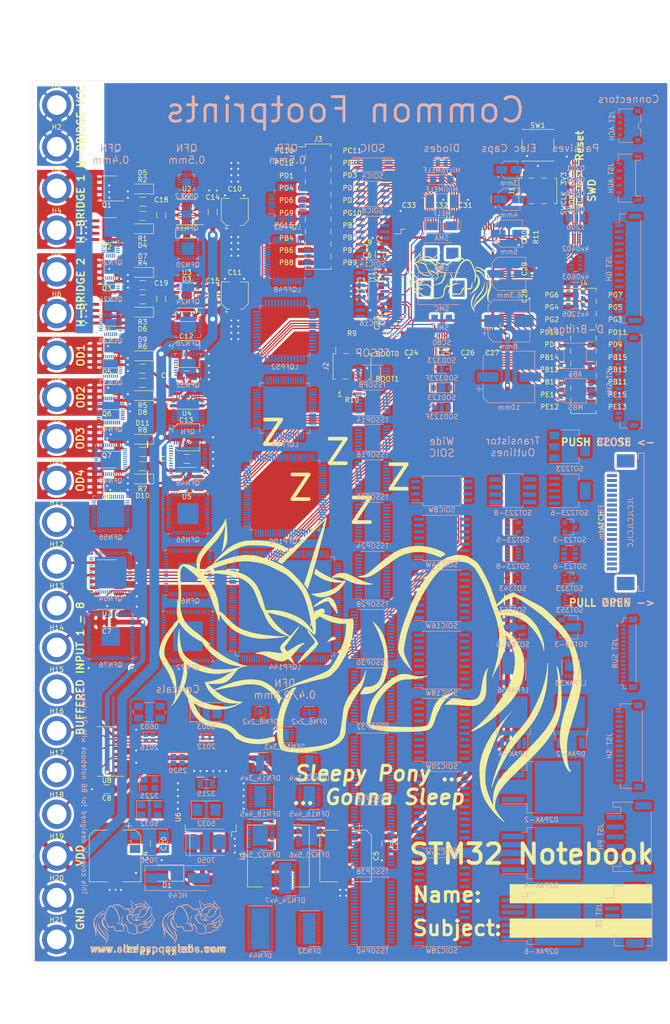
<source format=kicad_pcb>
(kicad_pcb (version 20171130) (host pcbnew "(5.1.9)-1")
  (layers (0 F.Cu signal) (31 B.Cu signal) (34 B.Paste user) (35 F.Paste user) (36 B.SilkS user) (37 F.SilkS user) (38 B.Mask user) (39 F.Mask user) (44 Edge.Cuts user))
  (net 0 "")
  (net 1 GND)
  (net 2 "Net-(C1-Pad1)")
  (net 3 "Net-(C2-Pad1)")
  (net 4 "Net-(C3-Pad1)")
  (net 5 VDD)
  (net 6 +3V3)
  (net 7 "Net-(C6-Pad1)")
  (net 8 "Net-(C18-Pad2)")
  (net 9 "Net-(C18-Pad1)")
  (net 10 "Net-(C19-Pad2)")
  (net 11 "Net-(C19-Pad1)")
  (net 12 "Net-(D1-Pad1)")
  (net 13 "Net-(D4-Pad2)")
  (net 14 "Net-(D4-Pad1)")
  (net 15 "Net-(D5-Pad2)")
  (net 16 "Net-(D5-Pad1)")
  (net 17 "Net-(D6-Pad2)")
  (net 18 "Net-(D6-Pad1)")
  (net 19 "Net-(D7-Pad2)")
  (net 20 "Net-(D7-Pad1)")
  (net 21 "Net-(D8-Pad2)")
  (net 22 "Net-(D8-Pad1)")
  (net 23 "Net-(D9-Pad2)")
  (net 24 "Net-(D9-Pad1)")
  (net 25 "Net-(D10-Pad2)")
  (net 26 "Net-(D10-Pad1)")
  (net 27 "Net-(D11-Pad2)")
  (net 28 "Net-(D11-Pad1)")
  (net 29 VCC)
  (net 30 "Net-(H11-Pad1)")
  (net 31 "Net-(H12-Pad1)")
  (net 32 "Net-(H13-Pad1)")
  (net 33 "Net-(H14-Pad1)")
  (net 34 "Net-(H15-Pad1)")
  (net 35 "Net-(H16-Pad1)")
  (net 36 "Net-(H17-Pad1)")
  (net 37 "Net-(H18-Pad1)")
  (net 38 "Net-(J1-Pad6)")
  (net 39 NRST)
  (net 40 SWDIO)
  (net 41 SWCLK)
  (net 42 "Net-(U1-Pad142)")
  (net 43 "Net-(U1-Pad141)")
  (net 44 "Net-(U1-Pad129)")
  (net 45 "Net-(U1-Pad128)")
  (net 46 "Net-(U1-Pad127)")
  (net 47 "Net-(U1-Pad126)")
  (net 48 "Net-(U1-Pad116)")
  (net 49 "Net-(U1-Pad110)")
  (net 50 "Net-(U1-Pad106)")
  (net 51 "Net-(U1-Pad104)")
  (net 52 "Net-(U1-Pad93)")
  (net 53 "Net-(U1-Pad86)")
  (net 54 "Net-(U1-Pad85)")
  (net 55 "Net-(U1-Pad82)")
  (net 56 "Net-(U1-Pad81)")
  (net 57 "Net-(U1-Pad58)")
  (net 58 "Net-(U1-Pad57)")
  (net 59 "Net-(U1-Pad56)")
  (net 60 "Net-(U1-Pad41)")
  (net 61 "Net-(U1-Pad36)")
  (net 62 "Net-(U1-Pad15)")
  (net 63 "Net-(U1-Pad14)")
  (net 64 "Net-(U1-Pad13)")
  (net 65 "Net-(U1-Pad12)")
  (net 66 "Net-(U1-Pad11)")
  (net 67 "Net-(U1-Pad10)")
  (net 68 "Net-(U1-Pad7)")
  (net 69 "Net-(U1-Pad5)")
  (net 70 "Net-(U1-Pad4)")
  (net 71 "Net-(U1-Pad3)")
  (net 72 "Net-(U1-Pad2)")
  (net 73 "Net-(U1-Pad1)")
  (net 74 HB1IN2)
  (net 75 HB1IN1)
  (net 76 HB2IN2)
  (net 77 HB2IN1)
  (net 78 OD2EN)
  (net 79 OD2IN)
  (net 80 OD1IN)
  (net 81 OD1EN)
  (net 82 OD4EN)
  (net 83 OD4IN)
  (net 84 OD3IN)
  (net 85 OD3EN)
  (net 86 ISOIN4)
  (net 87 ISOIN3)
  (net 88 ISOIN2)
  (net 89 ISOIN1)
  (net 90 ISOIN8)
  (net 91 ISOIN7)
  (net 92 ISOIN6)
  (net 93 ISOIN5)
  (net 94 "Net-(C9-Pad1)")
  (net 95 "Net-(H7-Pad1)")
  (net 96 "Net-(H8-Pad1)")
  (net 97 "Net-(H9-Pad1)")
  (net 98 "Net-(H10-Pad1)")
  (net 99 "Net-(U7-Pad4)")
  (net 100 "Net-(U7-Pad2)")
  (net 101 "Net-(U8-Pad4)")
  (net 102 "Net-(U8-Pad2)")
  (net 103 "Net-(U1-Pad64)")
  (net 104 "Net-(U1-Pad63)")
  (net 105 "Net-(U1-Pad60)")
  (net 106 "Net-(U1-Pad59)")
  (net 107 "Net-(U1-Pad103)")
  (net 108 "Net-(U1-Pad102)")
  (net 109 "Net-(U1-Pad97)")
  (net 110 "Net-(U1-Pad96)")
  (net 111 "Net-(U1-Pad27)")
  (net 112 "Net-(U1-Pad26)")
  (net 113 "Net-(U1-Pad22)")
  (net 114 "Net-(U1-Pad21)")
  (net 115 "Net-(U1-Pad20)")
  (net 116 "Net-(U1-Pad19)")
  (net 117 "Net-(U1-Pad18)")
  (net 118 "Net-(U1-Pad47)")
  (net 119 "Net-(J2-Pad4)")
  (net 120 "Net-(J2-Pad3)")
  (net 121 CA20)
  (net 122 CA19)
  (net 123 CA18)
  (net 124 CA17)
  (net 125 CA16)
  (net 126 CA15)
  (net 127 CA14)
  (net 128 CA13)
  (net 129 CA12)
  (net 130 CA11)
  (net 131 CA10)
  (net 132 CA9)
  (net 133 CA8)
  (net 134 CA7)
  (net 135 CA6)
  (net 136 CA5)
  (net 137 CA4)
  (net 138 CA3)
  (net 139 CA2)
  (net 140 CA1)
  (net 141 CB20)
  (net 142 CB19)
  (net 143 CB18)
  (net 144 CB17)
  (net 145 CB16)
  (net 146 CB15)
  (net 147 CB14)
  (net 148 CB13)
  (net 149 CB12)
  (net 150 CB11)
  (net 151 CB10)
  (net 152 CB9)
  (net 153 CB8)
  (net 154 CB7)
  (net 155 CB6)
  (net 156 CB5)
  (net 157 CB4)
  (net 158 CB3)
  (net 159 CB2)
  (net 160 CB1)
  (net 161 BOOT0)
  (net 162 BOOT1)
  (module sleepyLogo:sleepylogo_15mm (layer B.Cu) (at 58.5 211 180)
    (fp_text reference G*** hide)
    (fp_text value LOGO hide)
  )
  (module sleepyLogo:sleepylogo_15mm (layer B.Cu) (at 72.5 211 180)
    (fp_text reference G*** hide)
    (fp_text value LOGO hide)
  )
  (module Crystal:Crystal_SMD_7050-4Pin_7.0x5.0mm (layer B.Cu) (at 63.9 195.2)
    (fp_text reference 7050 (at 0 3.7) (layer B.SilkS) (effects (justify mirror)))
    (fp_text value Crystal_SMD_7050-4Pin_7.0x5.0mm)
    (pad 4 smd rect (at -2.95 1.35) (size 2.1 1.7) (layers B.Cu B.Paste B.Mask))
    (pad 3 smd rect (at 2.95 1.35) (size 2.1 1.7) (layers B.Cu B.Paste B.Mask))
    (pad 2 smd rect (at 2.95 -1.35) (size 2.1 1.7) (layers B.Cu B.Paste B.Mask))
    (pad 1 smd rect (at -2.95 -1.35) (size 2.1 1.7) (layers B.Cu B.Paste B.Mask))
  )
  (module Crystal:Crystal_SMD_7050-2Pin_7.0x5.0mm (layer B.Cu) (at 75.5 195.2)
    (fp_text reference 7050 (at 0 3.7) (layer B.SilkS) (effects (justify mirror)))
    (fp_text value Crystal_SMD_7050-2Pin_7.0x5.0mm)
    (pad 2 smd rect (at 2.6 0) (size 2.8 3) (layers B.Cu B.Paste B.Mask))
    (pad 1 smd rect (at -2.6 0) (size 2.8 3) (layers B.Cu B.Paste B.Mask))
  )
  (module Crystal:Crystal_SMD_5032-4Pin_5.0x3.2mm (layer B.Cu) (at 63.9 188.6)
    (fp_text reference 5032 (at 0 2.8) (layer B.SilkS) (effects (justify mirror)))
    (fp_text value Crystal_SMD_5032-4Pin_5.0x3.2mm)
    (pad 4 smd rect (at -1.65 1) (size 1.6 1.3) (layers B.Cu B.Paste B.Mask))
    (pad 3 smd rect (at 1.65 1) (size 1.6 1.3) (layers B.Cu B.Paste B.Mask))
    (pad 2 smd rect (at 1.65 -1) (size 1.6 1.3) (layers B.Cu B.Paste B.Mask))
    (pad 1 smd rect (at -1.65 -1) (size 1.6 1.3) (layers B.Cu B.Paste B.Mask))
  )
  (module Crystal:Crystal_SMD_5032-2Pin_5.0x3.2mm (layer B.Cu) (at 75.5 188.6)
    (fp_text reference 5032 (at 0 2.8) (layer B.SilkS) (effects (justify mirror)))
    (fp_text value Crystal_SMD_5032-2Pin_5.0x3.2mm)
    (pad 2 smd rect (at 1.85 0) (size 2 2.4) (layers B.Cu B.Paste B.Mask))
    (pad 1 smd rect (at -1.85 0) (size 2 2.4) (layers B.Cu B.Paste B.Mask))
  )
  (module Crystal:Crystal_SMD_3225-4Pin_3.2x2.5mm (layer B.Cu) (at 63.9 183.3)
    (fp_text reference 3225 (at 0 2.45) (layer B.SilkS) (effects (justify mirror)))
    (fp_text value Crystal_SMD_3225-4Pin_3.2x2.5mm)
    (pad 4 smd rect (at -1.1 0.85) (size 1.4 1.2) (layers B.Cu B.Paste B.Mask))
    (pad 3 smd rect (at 1.1 0.85) (size 1.4 1.2) (layers B.Cu B.Paste B.Mask))
    (pad 2 smd rect (at 1.1 -0.85) (size 1.4 1.2) (layers B.Cu B.Paste B.Mask))
    (pad 1 smd rect (at -1.1 -0.85) (size 1.4 1.2) (layers B.Cu B.Paste B.Mask))
  )
  (module Crystal:Crystal_SMD_3215-2Pin_3.2x1.5mm (layer B.Cu) (at 75.5 183.3)
    (fp_text reference 3215 (at 0 2) (layer B.SilkS) (effects (justify mirror)))
    (fp_text value Crystal_SMD_3215-2Pin_3.2x1.5mm)
    (pad 2 smd rect (at -1.25 0) (size 1 1.8) (layers B.Cu B.Paste B.Mask))
    (pad 1 smd rect (at 1.25 0) (size 1 1.8) (layers B.Cu B.Paste B.Mask))
  )
  (module Crystal:Crystal_SMD_2520-4Pin_2.5x2.0mm (layer B.Cu) (at 69.7 178.4)
    (fp_text reference 2520 (at 0 2.2) (layer B.SilkS) (effects (justify mirror)))
    (fp_text value Crystal_SMD_2520-4Pin_2.5x2.0mm)
    (pad 4 smd rect (at -0.875 0.7) (size 1.15 1) (layers B.Cu B.Paste B.Mask))
    (pad 3 smd rect (at 0.875 0.7) (size 1.15 1) (layers B.Cu B.Paste B.Mask))
    (pad 2 smd rect (at 0.875 -0.7) (size 1.15 1) (layers B.Cu B.Paste B.Mask))
    (pad 1 smd rect (at -0.875 -0.7) (size 1.15 1) (layers B.Cu B.Paste B.Mask))
  )
  (module Crystal:Crystal_SMD_2016-4Pin_2.0x1.6mm (layer B.Cu) (at 63.9 173.9)
    (fp_text reference 2016 (at 0 2) (layer B.SilkS) (effects (justify mirror)))
    (fp_text value Crystal_SMD_2016-4Pin_2.0x1.6mm)
    (pad 4 smd rect (at -0.7 0.55) (size 0.9 0.8) (layers B.Cu B.Paste B.Mask))
    (pad 3 smd rect (at 0.7 0.55) (size 0.9 0.8) (layers B.Cu B.Paste B.Mask))
    (pad 2 smd rect (at 0.7 -0.55) (size 0.9 0.8) (layers B.Cu B.Paste B.Mask))
    (pad 1 smd rect (at -0.7 -0.55) (size 0.9 0.8) (layers B.Cu B.Paste B.Mask))
  )
  (module Crystal:Crystal_SMD_2012-2Pin_2.0x1.2mm (layer B.Cu) (at 75.5 173.9)
    (fp_text reference 2012 (at 0 1.8) (layer B.SilkS) (effects (justify mirror)))
    (fp_text value Crystal_SMD_2012-2Pin_2.0x1.2mm)
    (pad 2 smd rect (at 0.7 0) (size 0.6 1.1) (layers B.Cu B.Paste B.Mask))
    (pad 1 smd rect (at -0.7 0) (size 0.6 1.1) (layers B.Cu B.Paste B.Mask))
  )
  (module Crystal:Crystal_SMD_0603-4Pin_6.0x3.5mm (layer B.Cu) (at 63.9 168.7)
    (fp_text reference 0603 (at 0 2.95) (layer B.SilkS) (effects (justify mirror)))
    (fp_text value Crystal_SMD_0603-4Pin_6.0x3.5mm)
    (pad 4 smd rect (at -2.2 1.2) (size 1.8 1.4) (layers B.Cu B.Paste B.Mask))
    (pad 3 smd rect (at 2.2 1.2) (size 1.8 1.4) (layers B.Cu B.Paste B.Mask))
    (pad 2 smd rect (at 2.2 -1.2) (size 1.8 1.4) (layers B.Cu B.Paste B.Mask))
    (pad 1 smd rect (at -2.2 -1.2) (size 1.8 1.4) (layers B.Cu B.Paste B.Mask))
  )
  (module Crystal:Crystal_SMD_0603-2Pin_6.0x3.5mm (layer B.Cu) (at 75.5 168.7)
    (fp_text reference 0603 (at 0 2.95) (layer B.SilkS) (effects (justify mirror)))
    (fp_text value Crystal_SMD_0603-2Pin_6.0x3.5mm)
    (pad 2 smd rect (at 2.2 0) (size 1.9 2.5) (layers B.Cu B.Paste B.Mask))
    (pad 1 smd rect (at -2.2 0) (size 1.9 2.5) (layers B.Cu B.Paste B.Mask))
  )
  (module Crystal:Crystal_SMD_HC49-SD (layer B.Cu) (at 69.7 202.5)
    (fp_text reference HC49 (at 0 3.55) (layer B.SilkS) (effects (justify mirror)))
    (fp_text value Crystal_SMD_HC49-SD)
    (pad 2 smd rect (at 4.25 0) (size 4.5 2) (layers B.Cu B.Paste B.Mask))
    (pad 1 smd rect (at -4.25 0) (size 4.5 2) (layers B.Cu B.Paste B.Mask))
  )
  (module Package_DFN_QFN:DFN-12-1EP_3x4mm_P0.5mm_EP1.7x3.3mm (layer B.Cu) (at 96.5 179.1)
    (fp_text reference DFN12_3x4 (at 0 3.05) (layer B.SilkS) (effects (justify mirror)))
    (fp_text value DFN-12-1EP_3x4mm_P0.5mm_EP1.7x3.3mm)
    (pad 13 smd rect (at 0 0) (size 1.7 3.3) (layers B.Cu B.Mask))
    (pad 12 smd rect (at 1.45 1.25) (size 0.7 0.25) (layers B.Cu B.Paste B.Mask))
    (pad 11 smd rect (at 1.45 0.75) (size 0.7 0.25) (layers B.Cu B.Paste B.Mask))
    (pad 10 smd rect (at 1.45 0.25) (size 0.7 0.25) (layers B.Cu B.Paste B.Mask))
    (pad 9 smd rect (at 1.45 -0.25) (size 0.7 0.25) (layers B.Cu B.Paste B.Mask))
    (pad 8 smd rect (at 1.45 -0.75) (size 0.7 0.25) (layers B.Cu B.Paste B.Mask))
    (pad 7 smd rect (at 1.45 -1.25) (size 0.7 0.25) (layers B.Cu B.Paste B.Mask))
    (pad 6 smd rect (at -1.45 -1.25) (size 0.7 0.25) (layers B.Cu B.Paste B.Mask))
    (pad 5 smd rect (at -1.45 -0.75) (size 0.7 0.25) (layers B.Cu B.Paste B.Mask))
    (pad 4 smd rect (at -1.45 -0.25) (size 0.7 0.25) (layers B.Cu B.Paste B.Mask))
    (pad 3 smd rect (at -1.45 0.25) (size 0.7 0.25) (layers B.Cu B.Paste B.Mask))
    (pad 2 smd rect (at -1.45 0.75) (size 0.7 0.25) (layers B.Cu B.Paste B.Mask))
    (pad 1 smd rect (at -1.45 1.25) (size 0.7 0.25) (layers B.Cu B.Paste B.Mask))
  )
  (module Package_DFN_QFN:DFN-44-1EP_5x8.9mm_P0.4mm_EP3.7x8.4mm (layer B.Cu) (at 86.5 212.8)
    (fp_text reference DFN44 (at 0 5.525) (layer B.SilkS) (effects (justify mirror)))
    (fp_text value DFN-44-1EP_5x8.9mm_P0.4mm_EP3.7x8.4mm)
    (pad 45 smd rect (at 0 0) (size 3.7 8.4) (layers B.Cu B.Mask))
    (pad 44 smd rect (at 2.335 4.2) (size 0.63 0.26) (layers B.Cu B.Paste B.Mask))
    (pad 43 smd rect (at 2.335 3.8) (size 0.63 0.26) (layers B.Cu B.Paste B.Mask))
    (pad 42 smd rect (at 2.335 3.4) (size 0.63 0.26) (layers B.Cu B.Paste B.Mask))
    (pad 41 smd rect (at 2.335 3) (size 0.63 0.26) (layers B.Cu B.Paste B.Mask))
    (pad 40 smd rect (at 2.335 2.6) (size 0.63 0.26) (layers B.Cu B.Paste B.Mask))
    (pad 39 smd rect (at 2.335 2.2) (size 0.63 0.26) (layers B.Cu B.Paste B.Mask))
    (pad 38 smd rect (at 2.335 1.8) (size 0.63 0.26) (layers B.Cu B.Paste B.Mask))
    (pad 37 smd rect (at 2.335 1.4) (size 0.63 0.26) (layers B.Cu B.Paste B.Mask))
    (pad 36 smd rect (at 2.335 1) (size 0.63 0.26) (layers B.Cu B.Paste B.Mask))
    (pad 35 smd rect (at 2.335 0.6) (size 0.63 0.26) (layers B.Cu B.Paste B.Mask))
    (pad 34 smd rect (at 2.335 0.2) (size 0.63 0.26) (layers B.Cu B.Paste B.Mask))
    (pad 33 smd rect (at 2.335 -0.2) (size 0.63 0.26) (layers B.Cu B.Paste B.Mask))
    (pad 32 smd rect (at 2.335 -0.6) (size 0.63 0.26) (layers B.Cu B.Paste B.Mask))
    (pad 31 smd rect (at 2.335 -1) (size 0.63 0.26) (layers B.Cu B.Paste B.Mask))
    (pad 30 smd rect (at 2.335 -1.4) (size 0.63 0.26) (layers B.Cu B.Paste B.Mask))
    (pad 29 smd rect (at 2.335 -1.8) (size 0.63 0.26) (layers B.Cu B.Paste B.Mask))
    (pad 28 smd rect (at 2.335 -2.2) (size 0.63 0.26) (layers B.Cu B.Paste B.Mask))
    (pad 27 smd rect (at 2.335 -2.6) (size 0.63 0.26) (layers B.Cu B.Paste B.Mask))
    (pad 26 smd rect (at 2.335 -3) (size 0.63 0.26) (layers B.Cu B.Paste B.Mask))
    (pad 25 smd rect (at 2.335 -3.4) (size 0.63 0.26) (layers B.Cu B.Paste B.Mask))
    (pad 24 smd rect (at 2.335 -3.8) (size 0.63 0.26) (layers B.Cu B.Paste B.Mask))
    (pad 23 smd rect (at 2.335 -4.2) (size 0.63 0.26) (layers B.Cu B.Paste B.Mask))
    (pad 22 smd rect (at -2.335 -4.2) (size 0.63 0.26) (layers B.Cu B.Paste B.Mask))
    (pad 21 smd rect (at -2.335 -3.8) (size 0.63 0.26) (layers B.Cu B.Paste B.Mask))
    (pad 20 smd rect (at -2.335 -3.4) (size 0.63 0.26) (layers B.Cu B.Paste B.Mask))
    (pad 19 smd rect (at -2.335 -3) (size 0.63 0.26) (layers B.Cu B.Paste B.Mask))
    (pad 18 smd rect (at -2.335 -2.6) (size 0.63 0.26) (layers B.Cu B.Paste B.Mask))
    (pad 17 smd rect (at -2.335 -2.2) (size 0.63 0.26) (layers B.Cu B.Paste B.Mask))
    (pad 16 smd rect (at -2.335 -1.8) (size 0.63 0.26) (layers B.Cu B.Paste B.Mask))
    (pad 15 smd rect (at -2.335 -1.4) (size 0.63 0.26) (layers B.Cu B.Paste B.Mask))
    (pad 14 smd rect (at -2.335 -1) (size 0.63 0.26) (layers B.Cu B.Paste B.Mask))
    (pad 13 smd rect (at -2.335 -0.6) (size 0.63 0.26) (layers B.Cu B.Paste B.Mask))
    (pad 12 smd rect (at -2.335 -0.2) (size 0.63 0.26) (layers B.Cu B.Paste B.Mask))
    (pad 11 smd rect (at -2.335 0.2) (size 0.63 0.26) (layers B.Cu B.Paste B.Mask))
    (pad 10 smd rect (at -2.335 0.6) (size 0.63 0.26) (layers B.Cu B.Paste B.Mask))
    (pad 9 smd rect (at -2.335 1) (size 0.63 0.26) (layers B.Cu B.Paste B.Mask))
    (pad 8 smd rect (at -2.335 1.4) (size 0.63 0.26) (layers B.Cu B.Paste B.Mask))
    (pad 7 smd rect (at -2.335 1.8) (size 0.63 0.26) (layers B.Cu B.Paste B.Mask))
    (pad 6 smd rect (at -2.335 2.2) (size 0.63 0.26) (layers B.Cu B.Paste B.Mask))
    (pad 5 smd rect (at -2.335 2.6) (size 0.63 0.26) (layers B.Cu B.Paste B.Mask))
    (pad 4 smd rect (at -2.335 3) (size 0.63 0.26) (layers B.Cu B.Paste B.Mask))
    (pad 3 smd rect (at -2.335 3.4) (size 0.63 0.26) (layers B.Cu B.Paste B.Mask))
    (pad 2 smd rect (at -2.335 3.8) (size 0.63 0.26) (layers B.Cu B.Paste B.Mask))
    (pad 1 smd rect (at -2.335 4.2) (size 0.63 0.26) (layers B.Cu B.Paste B.Mask))
  )
  (module Package_DFN_QFN:DFN-32-1EP_4x7mm_P0.4mm_EP2.64x6.44mm (layer B.Cu) (at 96.5 212.8)
    (fp_text reference DFN32 (at 0 4.55) (layer B.SilkS) (effects (justify mirror)))
    (fp_text value DFN-32-1EP_4x7mm_P0.4mm_EP2.64x6.44mm)
    (pad 33 smd rect (at 0 0) (size 2.64 6.44) (layers B.Cu B.Mask))
    (pad 32 smd rect (at 1.9 3) (size 0.7 0.2) (layers B.Cu B.Paste B.Mask))
    (pad 31 smd rect (at 1.9 2.6) (size 0.7 0.2) (layers B.Cu B.Paste B.Mask))
    (pad 30 smd rect (at 1.9 2.2) (size 0.7 0.2) (layers B.Cu B.Paste B.Mask))
    (pad 29 smd rect (at 1.9 1.8) (size 0.7 0.2) (layers B.Cu B.Paste B.Mask))
    (pad 28 smd rect (at 1.9 1.4) (size 0.7 0.2) (layers B.Cu B.Paste B.Mask))
    (pad 27 smd rect (at 1.9 1) (size 0.7 0.2) (layers B.Cu B.Paste B.Mask))
    (pad 26 smd rect (at 1.9 0.6) (size 0.7 0.2) (layers B.Cu B.Paste B.Mask))
    (pad 25 smd rect (at 1.9 0.2) (size 0.7 0.2) (layers B.Cu B.Paste B.Mask))
    (pad 24 smd rect (at 1.9 -0.2) (size 0.7 0.2) (layers B.Cu B.Paste B.Mask))
    (pad 23 smd rect (at 1.9 -0.6) (size 0.7 0.2) (layers B.Cu B.Paste B.Mask))
    (pad 22 smd rect (at 1.9 -1) (size 0.7 0.2) (layers B.Cu B.Paste B.Mask))
    (pad 21 smd rect (at 1.9 -1.4) (size 0.7 0.2) (layers B.Cu B.Paste B.Mask))
    (pad 20 smd rect (at 1.9 -1.8) (size 0.7 0.2) (layers B.Cu B.Paste B.Mask))
    (pad 19 smd rect (at 1.9 -2.2) (size 0.7 0.2) (layers B.Cu B.Paste B.Mask))
    (pad 18 smd rect (at 1.9 -2.6) (size 0.7 0.2) (layers B.Cu B.Paste B.Mask))
    (pad 17 smd rect (at 1.9 -3) (size 0.7 0.2) (layers B.Cu B.Paste B.Mask))
    (pad 16 smd rect (at -1.9 -3) (size 0.7 0.2) (layers B.Cu B.Paste B.Mask))
    (pad 15 smd rect (at -1.9 -2.6) (size 0.7 0.2) (layers B.Cu B.Paste B.Mask))
    (pad 14 smd rect (at -1.9 -2.2) (size 0.7 0.2) (layers B.Cu B.Paste B.Mask))
    (pad 13 smd rect (at -1.9 -1.8) (size 0.7 0.2) (layers B.Cu B.Paste B.Mask))
    (pad 12 smd rect (at -1.9 -1.4) (size 0.7 0.2) (layers B.Cu B.Paste B.Mask))
    (pad 11 smd rect (at -1.9 -1) (size 0.7 0.2) (layers B.Cu B.Paste B.Mask))
    (pad 10 smd rect (at -1.9 -0.6) (size 0.7 0.2) (layers B.Cu B.Paste B.Mask))
    (pad 9 smd rect (at -1.9 -0.2) (size 0.7 0.2) (layers B.Cu B.Paste B.Mask))
    (pad 8 smd rect (at -1.9 0.2) (size 0.7 0.2) (layers B.Cu B.Paste B.Mask))
    (pad 7 smd rect (at -1.9 0.6) (size 0.7 0.2) (layers B.Cu B.Paste B.Mask))
    (pad 6 smd rect (at -1.9 1) (size 0.7 0.2) (layers B.Cu B.Paste B.Mask))
    (pad 5 smd rect (at -1.9 1.4) (size 0.7 0.2) (layers B.Cu B.Paste B.Mask))
    (pad 4 smd rect (at -1.9 1.8) (size 0.7 0.2) (layers B.Cu B.Paste B.Mask))
    (pad 3 smd rect (at -1.9 2.2) (size 0.7 0.2) (layers B.Cu B.Paste B.Mask))
    (pad 2 smd rect (at -1.9 2.6) (size 0.7 0.2) (layers B.Cu B.Paste B.Mask))
    (pad 1 smd rect (at -1.9 3) (size 0.7 0.2) (layers B.Cu B.Paste B.Mask))
  )
  (module Package_DFN_QFN:DFN-6-1EP_2x2mm_P0.5mm_EP0.6x1.37mm (layer B.Cu) (at 96.5 168.7)
    (fp_text reference DFN6_2x2 (at 0 1.95) (layer B.SilkS) (effects (justify mirror)))
    (fp_text value DFN-6-1EP_2x2mm_P0.5mm_EP0.6x1.37mm)
    (pad 7 smd rect (at 0 0) (size 0.6 1.37) (layers B.Cu B.Mask))
    (pad 6 smd roundrect (at 0.9375 0.5) (size 0.875 0.25) (layers B.Cu B.Paste B.Mask))
    (pad 5 smd roundrect (at 0.9375 0) (size 0.875 0.25) (layers B.Cu B.Paste B.Mask))
    (pad 4 smd roundrect (at 0.9375 -0.5) (size 0.875 0.25) (layers B.Cu B.Paste B.Mask))
    (pad 3 smd roundrect (at -0.9375 -0.5) (size 0.875 0.25) (layers B.Cu B.Paste B.Mask))
    (pad 2 smd roundrect (at -0.9375 0) (size 0.875 0.25) (layers B.Cu B.Paste B.Mask))
    (pad 1 smd roundrect (at -0.9375 0.5) (size 0.875 0.25) (layers B.Cu B.Paste B.Mask))
  )
  (module Package_DFN_QFN:DFN-8-1EP_2x2mm_P0.5mm_EP0.7x1.3mm (layer B.Cu) (at 86.5 168.7)
    (fp_text reference DFN8_2x2 (at 0 1.95) (layer B.SilkS) (effects (justify mirror)))
    (fp_text value DFN-8-1EP_2x2mm_P0.5mm_EP0.7x1.3mm)
    (pad 9 smd rect (at 0 0) (size 0.7 1.3) (layers B.Cu B.Mask))
    (pad 8 smd roundrect (at 0.9625 0.75) (size 0.775 0.25) (layers B.Cu B.Paste B.Mask))
    (pad 7 smd roundrect (at 0.9625 0.25) (size 0.775 0.25) (layers B.Cu B.Paste B.Mask))
    (pad 6 smd roundrect (at 0.9625 -0.25) (size 0.775 0.25) (layers B.Cu B.Paste B.Mask))
    (pad 5 smd roundrect (at 0.9625 -0.75) (size 0.775 0.25) (layers B.Cu B.Paste B.Mask))
    (pad 4 smd roundrect (at -0.9625 -0.75) (size 0.775 0.25) (layers B.Cu B.Paste B.Mask))
    (pad 3 smd roundrect (at -0.9625 -0.25) (size 0.775 0.25) (layers B.Cu B.Paste B.Mask))
    (pad 2 smd roundrect (at -0.9625 0.25) (size 0.775 0.25) (layers B.Cu B.Paste B.Mask))
    (pad 1 smd roundrect (at -0.9625 0.75) (size 0.775 0.25) (layers B.Cu B.Paste B.Mask))
  )
  (module Package_DFN_QFN:DFN-10-1EP_3x3mm_P0.5mm_EP1.7x2.5mm (layer B.Cu) (at 91.5 173.3)
    (fp_text reference DFN10_3x3 (at 0 2.45) (layer B.SilkS) (effects (justify mirror)))
    (fp_text value DFN-10-1EP_3x3mm_P0.5mm_EP1.7x2.5mm)
    (pad 11 smd rect (at 0 0) (size 1.7 2.5) (layers B.Cu B.Mask))
    (pad 10 smd roundrect (at 1.4625 1) (size 0.825 0.25) (layers B.Cu B.Paste B.Mask))
    (pad 9 smd roundrect (at 1.4625 0.5) (size 0.825 0.25) (layers B.Cu B.Paste B.Mask))
    (pad 8 smd roundrect (at 1.4625 0) (size 0.825 0.25) (layers B.Cu B.Paste B.Mask))
    (pad 7 smd roundrect (at 1.4625 -0.5) (size 0.825 0.25) (layers B.Cu B.Paste B.Mask))
    (pad 6 smd roundrect (at 1.4625 -1) (size 0.825 0.25) (layers B.Cu B.Paste B.Mask))
    (pad 5 smd roundrect (at -1.4625 -1) (size 0.825 0.25) (layers B.Cu B.Paste B.Mask))
    (pad 4 smd roundrect (at -1.4625 -0.5) (size 0.825 0.25) (layers B.Cu B.Paste B.Mask))
    (pad 3 smd roundrect (at -1.4625 0) (size 0.825 0.25) (layers B.Cu B.Paste B.Mask))
    (pad 2 smd roundrect (at -1.4625 0.5) (size 0.825 0.25) (layers B.Cu B.Paste B.Mask))
    (pad 1 smd roundrect (at -1.4625 1) (size 0.825 0.25) (layers B.Cu B.Paste B.Mask))
  )
  (module Package_DFN_QFN:DFN-14-1EP_3x4mm_P0.5mm_EP1.7x3.3mm (layer B.Cu) (at 86.5 179.1)
    (fp_text reference DFN14_3x4 (at 0 3.05) (layer B.SilkS) (effects (justify mirror)))
    (fp_text value DFN-14-1EP_3x4mm_P0.5mm_EP1.7x3.3mm)
    (pad 15 smd rect (at 0 0) (size 1.7 3.3) (layers B.Cu B.Mask))
    (pad 14 smd rect (at 1.45 1.5) (size 0.7 0.25) (layers B.Cu B.Paste B.Mask))
    (pad 13 smd rect (at 1.45 1) (size 0.7 0.25) (layers B.Cu B.Paste B.Mask))
    (pad 12 smd rect (at 1.45 0.5) (size 0.7 0.25) (layers B.Cu B.Paste B.Mask))
    (pad 11 smd rect (at 1.45 0) (size 0.7 0.25) (layers B.Cu B.Paste B.Mask))
    (pad 10 smd rect (at 1.45 -0.5) (size 0.7 0.25) (layers B.Cu B.Paste B.Mask))
    (pad 9 smd rect (at 1.45 -1) (size 0.7 0.25) (layers B.Cu B.Paste B.Mask))
    (pad 8 smd rect (at 1.45 -1.5) (size 0.7 0.25) (layers B.Cu B.Paste B.Mask))
    (pad 7 smd rect (at -1.45 -1.5) (size 0.7 0.25) (layers B.Cu B.Paste B.Mask))
    (pad 6 smd rect (at -1.45 -1) (size 0.7 0.25) (layers B.Cu B.Paste B.Mask))
    (pad 5 smd rect (at -1.45 -0.5) (size 0.7 0.25) (layers B.Cu B.Paste B.Mask))
    (pad 4 smd rect (at -1.45 0) (size 0.7 0.25) (layers B.Cu B.Paste B.Mask))
    (pad 3 smd rect (at -1.45 0.5) (size 0.7 0.25) (layers B.Cu B.Paste B.Mask))
    (pad 2 smd rect (at -1.45 1) (size 0.7 0.25) (layers B.Cu B.Paste B.Mask))
    (pad 1 smd rect (at -1.45 1.5) (size 0.7 0.25) (layers B.Cu B.Paste B.Mask))
  )
  (module Package_DFN_QFN:DFN-16-1EP_4x5mm_P0.5mm_EP2.44x4.34mm (layer B.Cu) (at 96.5 185.9)
    (fp_text reference DFN16_4x5 (at 0 3.55) (layer B.SilkS) (effects (justify mirror)))
    (fp_text value DFN-16-1EP_4x5mm_P0.5mm_EP2.44x4.34mm)
    (pad 17 smd rect (at 0 0) (size 2.44 4.34) (layers B.Cu B.Mask))
    (pad 16 smd rect (at 1.9 1.75) (size 0.7 0.25) (layers B.Cu B.Paste B.Mask))
    (pad 15 smd rect (at 1.9 1.25) (size 0.7 0.25) (layers B.Cu B.Paste B.Mask))
    (pad 14 smd rect (at 1.9 0.75) (size 0.7 0.25) (layers B.Cu B.Paste B.Mask))
    (pad 13 smd rect (at 1.9 0.25) (size 0.7 0.25) (layers B.Cu B.Paste B.Mask))
    (pad 12 smd rect (at 1.9 -0.25) (size 0.7 0.25) (layers B.Cu B.Paste B.Mask))
    (pad 11 smd rect (at 1.9 -0.75) (size 0.7 0.25) (layers B.Cu B.Paste B.Mask))
    (pad 10 smd rect (at 1.9 -1.25) (size 0.7 0.25) (layers B.Cu B.Paste B.Mask))
    (pad 9 smd rect (at 1.9 -1.75) (size 0.7 0.25) (layers B.Cu B.Paste B.Mask))
    (pad 8 smd rect (at -1.9 -1.75) (size 0.7 0.25) (layers B.Cu B.Paste B.Mask))
    (pad 7 smd rect (at -1.9 -1.25) (size 0.7 0.25) (layers B.Cu B.Paste B.Mask))
    (pad 6 smd rect (at -1.9 -0.75) (size 0.7 0.25) (layers B.Cu B.Paste B.Mask))
    (pad 5 smd rect (at -1.9 -0.25) (size 0.7 0.25) (layers B.Cu B.Paste B.Mask))
    (pad 4 smd rect (at -1.9 0.25) (size 0.7 0.25) (layers B.Cu B.Paste B.Mask))
    (pad 3 smd rect (at -1.9 0.75) (size 0.7 0.25) (layers B.Cu B.Paste B.Mask))
    (pad 2 smd rect (at -1.9 1.25) (size 0.7 0.25) (layers B.Cu B.Paste B.Mask))
    (pad 1 smd rect (at -1.9 1.75) (size 0.7 0.25) (layers B.Cu B.Paste B.Mask))
  )
  (module Package_DFN_QFN:DFN-18-1EP_4x5mm_P0.5mm_EP2.44x4.34mm (layer B.Cu) (at 86.5 185.9)
    (fp_text reference DFN18_4x5 (at 0 3.55) (layer B.SilkS) (effects (justify mirror)))
    (fp_text value DFN-18-1EP_4x5mm_P0.5mm_EP2.44x4.34mm)
    (pad 19 smd rect (at 0 0) (size 2.44 4.34) (layers B.Cu B.Mask))
    (pad 18 smd rect (at 1.9 2) (size 0.7 0.25) (layers B.Cu B.Paste B.Mask))
    (pad 17 smd rect (at 1.9 1.5) (size 0.7 0.25) (layers B.Cu B.Paste B.Mask))
    (pad 16 smd rect (at 1.9 1) (size 0.7 0.25) (layers B.Cu B.Paste B.Mask))
    (pad 15 smd rect (at 1.9 0.5) (size 0.7 0.25) (layers B.Cu B.Paste B.Mask))
    (pad 14 smd rect (at 1.9 0) (size 0.7 0.25) (layers B.Cu B.Paste B.Mask))
    (pad 13 smd rect (at 1.9 -0.5) (size 0.7 0.25) (layers B.Cu B.Paste B.Mask))
    (pad 12 smd rect (at 1.9 -1) (size 0.7 0.25) (layers B.Cu B.Paste B.Mask))
    (pad 11 smd rect (at 1.9 -1.5) (size 0.7 0.25) (layers B.Cu B.Paste B.Mask))
    (pad 10 smd rect (at 1.9 -2) (size 0.7 0.25) (layers B.Cu B.Paste B.Mask))
    (pad 9 smd rect (at -1.9 -2) (size 0.7 0.25) (layers B.Cu B.Paste B.Mask))
    (pad 8 smd rect (at -1.9 -1.5) (size 0.7 0.25) (layers B.Cu B.Paste B.Mask))
    (pad 7 smd rect (at -1.9 -1) (size 0.7 0.25) (layers B.Cu B.Paste B.Mask))
    (pad 6 smd rect (at -1.9 -0.5) (size 0.7 0.25) (layers B.Cu B.Paste B.Mask))
    (pad 5 smd rect (at -1.9 0) (size 0.7 0.25) (layers B.Cu B.Paste B.Mask))
    (pad 4 smd rect (at -1.9 0.5) (size 0.7 0.25) (layers B.Cu B.Paste B.Mask))
    (pad 3 smd rect (at -1.9 1) (size 0.7 0.25) (layers B.Cu B.Paste B.Mask))
    (pad 2 smd rect (at -1.9 1.5) (size 0.7 0.25) (layers B.Cu B.Paste B.Mask))
    (pad 1 smd rect (at -1.9 2) (size 0.7 0.25) (layers B.Cu B.Paste B.Mask))
  )
  (module Package_DFN_QFN:DFN-20-1EP_5x6mm_P0.5mm_EP3.24x4.24mm (layer B.Cu) (at 96.5 193.7)
    (fp_text reference DFN20_5x6 (at 0 4.075) (layer B.SilkS) (effects (justify mirror)))
    (fp_text value DFN-20-1EP_5x6mm_P0.5mm_EP3.24x4.24mm)
    (pad 21 smd rect (at 0 0) (size 3.24 4.24) (layers B.Cu B.Mask))
    (pad 20 smd rect (at 2.26 2.25) (size 0.78 0.35) (layers B.Cu B.Paste B.Mask))
    (pad 19 smd rect (at 2.26 1.75) (size 0.78 0.35) (layers B.Cu B.Paste B.Mask))
    (pad 18 smd rect (at 2.26 1.25) (size 0.78 0.35) (layers B.Cu B.Paste B.Mask))
    (pad 17 smd rect (at 2.26 0.75) (size 0.78 0.35) (layers B.Cu B.Paste B.Mask))
    (pad 16 smd rect (at 2.26 0.25) (size 0.78 0.35) (layers B.Cu B.Paste B.Mask))
    (pad 15 smd rect (at 2.26 -0.25) (size 0.78 0.35) (layers B.Cu B.Paste B.Mask))
    (pad 14 smd rect (at 2.26 -0.75) (size 0.78 0.35) (layers B.Cu B.Paste B.Mask))
    (pad 13 smd rect (at 2.26 -1.25) (size 0.78 0.35) (layers B.Cu B.Paste B.Mask))
    (pad 12 smd rect (at 2.26 -1.75) (size 0.78 0.35) (layers B.Cu B.Paste B.Mask))
    (pad 11 smd rect (at 2.26 -2.25) (size 0.78 0.35) (layers B.Cu B.Paste B.Mask))
    (pad 10 smd rect (at -2.26 -2.25) (size 0.78 0.35) (layers B.Cu B.Paste B.Mask))
    (pad 9 smd rect (at -2.26 -1.75) (size 0.78 0.35) (layers B.Cu B.Paste B.Mask))
    (pad 8 smd rect (at -2.26 -1.25) (size 0.78 0.35) (layers B.Cu B.Paste B.Mask))
    (pad 7 smd rect (at -2.26 -0.75) (size 0.78 0.35) (layers B.Cu B.Paste B.Mask))
    (pad 6 smd rect (at -2.26 -0.25) (size 0.78 0.35) (layers B.Cu B.Paste B.Mask))
    (pad 5 smd rect (at -2.26 0.25) (size 0.78 0.35) (layers B.Cu B.Paste B.Mask))
    (pad 4 smd rect (at -2.26 0.75) (size 0.78 0.35) (layers B.Cu B.Paste B.Mask))
    (pad 3 smd rect (at -2.26 1.25) (size 0.78 0.35) (layers B.Cu B.Paste B.Mask))
    (pad 2 smd rect (at -2.26 1.75) (size 0.78 0.35) (layers B.Cu B.Paste B.Mask))
    (pad 1 smd rect (at -2.26 2.25) (size 0.78 0.35) (layers B.Cu B.Paste B.Mask))
  )
  (module Package_DFN_QFN:DFN-22-1EP_5x6mm_P0.5mm_EP3.14x4.3mm (layer B.Cu) (at 86.5 193.7)
    (fp_text reference DFN22_5x6 (at 0 4.075) (layer B.SilkS) (effects (justify mirror)))
    (fp_text value DFN-22-1EP_5x6mm_P0.5mm_EP3.14x4.3mm)
    (pad 23 smd rect (at 0 0) (size 3.14 4.3) (layers B.Cu B.Mask))
    (pad 22 smd rect (at 2.395 2.5) (size 0.98 0.28) (layers B.Cu B.Paste B.Mask))
    (pad 21 smd rect (at 2.395 2) (size 0.98 0.28) (layers B.Cu B.Paste B.Mask))
    (pad 20 smd rect (at 2.395 1.5) (size 0.98 0.28) (layers B.Cu B.Paste B.Mask))
    (pad 19 smd rect (at 2.395 1) (size 0.98 0.28) (layers B.Cu B.Paste B.Mask))
    (pad 18 smd rect (at 2.395 0.5) (size 0.98 0.28) (layers B.Cu B.Paste B.Mask))
    (pad 17 smd rect (at 2.395 0) (size 0.98 0.28) (layers B.Cu B.Paste B.Mask))
    (pad 16 smd rect (at 2.395 -0.5) (size 0.98 0.28) (layers B.Cu B.Paste B.Mask))
    (pad 15 smd rect (at 2.395 -1) (size 0.98 0.28) (layers B.Cu B.Paste B.Mask))
    (pad 14 smd rect (at 2.395 -1.5) (size 0.98 0.28) (layers B.Cu B.Paste B.Mask))
    (pad 13 smd rect (at 2.395 -2) (size 0.98 0.28) (layers B.Cu B.Paste B.Mask))
    (pad 12 smd rect (at 2.395 -2.5) (size 0.98 0.28) (layers B.Cu B.Paste B.Mask))
    (pad 11 smd rect (at -2.395 -2.5) (size 0.98 0.28) (layers B.Cu B.Paste B.Mask))
    (pad 10 smd rect (at -2.395 -2) (size 0.98 0.28) (layers B.Cu B.Paste B.Mask))
    (pad 9 smd rect (at -2.395 -1.5) (size 0.98 0.28) (layers B.Cu B.Paste B.Mask))
    (pad 8 smd rect (at -2.395 -1) (size 0.98 0.28) (layers B.Cu B.Paste B.Mask))
    (pad 7 smd rect (at -2.395 -0.5) (size 0.98 0.28) (layers B.Cu B.Paste B.Mask))
    (pad 6 smd rect (at -2.395 0) (size 0.98 0.28) (layers B.Cu B.Paste B.Mask))
    (pad 5 smd rect (at -2.395 0.5) (size 0.98 0.28) (layers B.Cu B.Paste B.Mask))
    (pad 4 smd rect (at -2.395 1) (size 0.98 0.28) (layers B.Cu B.Paste B.Mask))
    (pad 3 smd rect (at -2.395 1.5) (size 0.98 0.28) (layers B.Cu B.Paste B.Mask))
    (pad 2 smd rect (at -2.395 2) (size 0.98 0.28) (layers B.Cu B.Paste B.Mask))
    (pad 1 smd rect (at -2.395 2.5) (size 0.98 0.28) (layers B.Cu B.Paste B.Mask))
  )
  (module Package_DFN_QFN:DFN-24-1EP_4x7mm_P0.5mm_EP2.64x6.44mm (layer B.Cu) (at 91.6 202.5)
    (fp_text reference DFN24_4x7 (at 0 4.55) (layer B.SilkS) (effects (justify mirror)))
    (fp_text value DFN-24-1EP_4x7mm_P0.5mm_EP2.64x6.44mm)
    (pad 25 smd rect (at 0 0) (size 2.64 6.44) (layers B.Cu B.Mask))
    (pad 24 smd rect (at 1.9 2.75) (size 0.7 0.25) (layers B.Cu B.Paste B.Mask))
    (pad 23 smd rect (at 1.9 2.25) (size 0.7 0.25) (layers B.Cu B.Paste B.Mask))
    (pad 22 smd rect (at 1.9 1.75) (size 0.7 0.25) (layers B.Cu B.Paste B.Mask))
    (pad 21 smd rect (at 1.9 1.25) (size 0.7 0.25) (layers B.Cu B.Paste B.Mask))
    (pad 20 smd rect (at 1.9 0.75) (size 0.7 0.25) (layers B.Cu B.Paste B.Mask))
    (pad 19 smd rect (at 1.9 0.25) (size 0.7 0.25) (layers B.Cu B.Paste B.Mask))
    (pad 18 smd rect (at 1.9 -0.25) (size 0.7 0.25) (layers B.Cu B.Paste B.Mask))
    (pad 17 smd rect (at 1.9 -0.75) (size 0.7 0.25) (layers B.Cu B.Paste B.Mask))
    (pad 16 smd rect (at 1.9 -1.25) (size 0.7 0.25) (layers B.Cu B.Paste B.Mask))
    (pad 15 smd rect (at 1.9 -1.75) (size 0.7 0.25) (layers B.Cu B.Paste B.Mask))
    (pad 14 smd rect (at 1.9 -2.25) (size 0.7 0.25) (layers B.Cu B.Paste B.Mask))
    (pad 13 smd rect (at 1.9 -2.75) (size 0.7 0.25) (layers B.Cu B.Paste B.Mask))
    (pad 12 smd rect (at -1.9 -2.75) (size 0.7 0.25) (layers B.Cu B.Paste B.Mask))
    (pad 11 smd rect (at -1.9 -2.25) (size 0.7 0.25) (layers B.Cu B.Paste B.Mask))
    (pad 10 smd rect (at -1.9 -1.75) (size 0.7 0.25) (layers B.Cu B.Paste B.Mask))
    (pad 9 smd rect (at -1.9 -1.25) (size 0.7 0.25) (layers B.Cu B.Paste B.Mask))
    (pad 8 smd rect (at -1.9 -0.75) (size 0.7 0.25) (layers B.Cu B.Paste B.Mask))
    (pad 7 smd rect (at -1.9 -0.25) (size 0.7 0.25) (layers B.Cu B.Paste B.Mask))
    (pad 6 smd rect (at -1.9 0.25) (size 0.7 0.25) (layers B.Cu B.Paste B.Mask))
    (pad 5 smd rect (at -1.9 0.75) (size 0.7 0.25) (layers B.Cu B.Paste B.Mask))
    (pad 4 smd rect (at -1.9 1.25) (size 0.7 0.25) (layers B.Cu B.Paste B.Mask))
    (pad 3 smd rect (at -1.9 1.75) (size 0.7 0.25) (layers B.Cu B.Paste B.Mask))
    (pad 2 smd rect (at -1.9 2.25) (size 0.7 0.25) (layers B.Cu B.Paste B.Mask))
    (pad 1 smd rect (at -1.9 2.75) (size 0.7 0.25) (layers B.Cu B.Paste B.Mask))
  )
  (module Package_DFN_QFN:QFN-12-1EP_3x3mm_P0.5mm_EP1.65x1.65mm (layer B.Cu) (at 71.5 60.75)
    (fp_text reference QFN12 (at 0 2.82) (layer B.SilkS) (effects (justify mirror)))
    (fp_text value QFN-12-1EP_3x3mm_P0.5mm_EP1.65x1.65mm)
    (pad 13 smd rect (at 0 0) (size 1.65 1.65) (layers B.Cu B.Mask))
    (pad 12 smd roundrect (at -0.5 1.4625) (size 0.25 0.825) (layers B.Cu B.Paste B.Mask))
    (pad 11 smd roundrect (at 0 1.4625) (size 0.25 0.825) (layers B.Cu B.Paste B.Mask))
    (pad 10 smd roundrect (at 0.5 1.4625) (size 0.25 0.825) (layers B.Cu B.Paste B.Mask))
    (pad 9 smd roundrect (at 1.4625 0.5) (size 0.825 0.25) (layers B.Cu B.Paste B.Mask))
    (pad 8 smd roundrect (at 1.4625 0) (size 0.825 0.25) (layers B.Cu B.Paste B.Mask))
    (pad 7 smd roundrect (at 1.4625 -0.5) (size 0.825 0.25) (layers B.Cu B.Paste B.Mask))
    (pad 6 smd roundrect (at 0.5 -1.4625) (size 0.25 0.825) (layers B.Cu B.Paste B.Mask))
    (pad 5 smd roundrect (at 0 -1.4625) (size 0.25 0.825) (layers B.Cu B.Paste B.Mask))
    (pad 4 smd roundrect (at -0.5 -1.4625) (size 0.25 0.825) (layers B.Cu B.Paste B.Mask))
    (pad 3 smd roundrect (at -1.4625 -0.5) (size 0.825 0.25) (layers B.Cu B.Paste B.Mask))
    (pad 2 smd roundrect (at -1.4625 0) (size 0.825 0.25) (layers B.Cu B.Paste B.Mask))
    (pad 1 smd roundrect (at -1.4625 0.5) (size 0.825 0.25) (layers B.Cu B.Paste B.Mask))
  )
  (module Package_DFN_QFN:QFN-16-1EP_3x3mm_P0.5mm_EP1.7x1.7mm (layer B.Cu) (at 71.5 67.25)
    (fp_text reference QFN16 (at 0 2.82) (layer B.SilkS) (effects (justify mirror)))
    (fp_text value QFN-16-1EP_3x3mm_P0.5mm_EP1.7x1.7mm)
    (pad 17 smd rect (at 0 0) (size 1.7 1.7) (layers B.Cu B.Mask))
    (pad 16 smd roundrect (at -0.75 1.4625) (size 0.25 0.825) (layers B.Cu B.Paste B.Mask))
    (pad 15 smd roundrect (at -0.25 1.4625) (size 0.25 0.825) (layers B.Cu B.Paste B.Mask))
    (pad 14 smd roundrect (at 0.25 1.4625) (size 0.25 0.825) (layers B.Cu B.Paste B.Mask))
    (pad 13 smd roundrect (at 0.75 1.4625) (size 0.25 0.825) (layers B.Cu B.Paste B.Mask))
    (pad 12 smd roundrect (at 1.4625 0.75) (size 0.825 0.25) (layers B.Cu B.Paste B.Mask))
    (pad 11 smd roundrect (at 1.4625 0.25) (size 0.825 0.25) (layers B.Cu B.Paste B.Mask))
    (pad 10 smd roundrect (at 1.4625 -0.25) (size 0.825 0.25) (layers B.Cu B.Paste B.Mask))
    (pad 9 smd roundrect (at 1.4625 -0.75) (size 0.825 0.25) (layers B.Cu B.Paste B.Mask))
    (pad 8 smd roundrect (at 0.75 -1.4625) (size 0.25 0.825) (layers B.Cu B.Paste B.Mask))
    (pad 7 smd roundrect (at 0.25 -1.4625) (size 0.25 0.825) (layers B.Cu B.Paste B.Mask))
    (pad 6 smd roundrect (at -0.25 -1.4625) (size 0.25 0.825) (layers B.Cu B.Paste B.Mask))
    (pad 5 smd roundrect (at -0.75 -1.4625) (size 0.25 0.825) (layers B.Cu B.Paste B.Mask))
    (pad 4 smd roundrect (at -1.4625 -0.75) (size 0.825 0.25) (layers B.Cu B.Paste B.Mask))
    (pad 3 smd roundrect (at -1.4625 -0.25) (size 0.825 0.25) (layers B.Cu B.Paste B.Mask))
    (pad 2 smd roundrect (at -1.4625 0.25) (size 0.825 0.25) (layers B.Cu B.Paste B.Mask))
    (pad 1 smd roundrect (at -1.4625 0.75) (size 0.825 0.25) (layers B.Cu B.Paste B.Mask))
  )
  (module Package_DFN_QFN:QFN-20-1EP_4x4mm_P0.5mm_EP2.5x2.5mm (layer B.Cu) (at 71.75 74.25)
    (fp_text reference QFN20 (at 0 3.3) (layer B.SilkS) (effects (justify mirror)))
    (fp_text value QFN-20-1EP_4x4mm_P0.5mm_EP2.5x2.5mm)
    (pad 21 smd rect (at 0 0) (size 2.5 2.5) (layers B.Cu B.Mask))
    (pad 20 smd roundrect (at -1 1.9375) (size 0.25 0.825) (layers B.Cu B.Paste B.Mask))
    (pad 19 smd roundrect (at -0.5 1.9375) (size 0.25 0.825) (layers B.Cu B.Paste B.Mask))
    (pad 18 smd roundrect (at 0 1.9375) (size 0.25 0.825) (layers B.Cu B.Paste B.Mask))
    (pad 17 smd roundrect (at 0.5 1.9375) (size 0.25 0.825) (layers B.Cu B.Paste B.Mask))
    (pad 16 smd roundrect (at 1 1.9375) (size 0.25 0.825) (layers B.Cu B.Paste B.Mask))
    (pad 15 smd roundrect (at 1.9375 1) (size 0.825 0.25) (layers B.Cu B.Paste B.Mask))
    (pad 14 smd roundrect (at 1.9375 0.5) (size 0.825 0.25) (layers B.Cu B.Paste B.Mask))
    (pad 13 smd roundrect (at 1.9375 0) (size 0.825 0.25) (layers B.Cu B.Paste B.Mask))
    (pad 12 smd roundrect (at 1.9375 -0.5) (size 0.825 0.25) (layers B.Cu B.Paste B.Mask))
    (pad 11 smd roundrect (at 1.9375 -1) (size 0.825 0.25) (layers B.Cu B.Paste B.Mask))
    (pad 10 smd roundrect (at 1 -1.9375) (size 0.25 0.825) (layers B.Cu B.Paste B.Mask))
    (pad 9 smd roundrect (at 0.5 -1.9375) (size 0.25 0.825) (layers B.Cu B.Paste B.Mask))
    (pad 8 smd roundrect (at 0 -1.9375) (size 0.25 0.825) (layers B.Cu B.Paste B.Mask))
    (pad 7 smd roundrect (at -0.5 -1.9375) (size 0.25 0.825) (layers B.Cu B.Paste B.Mask))
    (pad 6 smd roundrect (at -1 -1.9375) (size 0.25 0.825) (layers B.Cu B.Paste B.Mask))
    (pad 5 smd roundrect (at -1.9375 -1) (size 0.825 0.25) (layers B.Cu B.Paste B.Mask))
    (pad 4 smd roundrect (at -1.9375 -0.5) (size 0.825 0.25) (layers B.Cu B.Paste B.Mask))
    (pad 3 smd roundrect (at -1.9375 0) (size 0.825 0.25) (layers B.Cu B.Paste B.Mask))
    (pad 2 smd roundrect (at -1.9375 0.5) (size 0.825 0.25) (layers B.Cu B.Paste B.Mask))
    (pad 1 smd roundrect (at -1.9375 1) (size 0.825 0.25) (layers B.Cu B.Paste B.Mask))
  )
  (module Package_DFN_QFN:QFN-20-1EP_3x3mm_P0.4mm_EP1.65x1.65mm (layer B.Cu) (at 56 74.25)
    (fp_text reference QFN20 (at 0 2.82) (layer B.SilkS) (effects (justify mirror)))
    (fp_text value QFN-20-1EP_3x3mm_P0.4mm_EP1.65x1.65mm)
    (pad 21 smd rect (at 0 0) (size 1.65 1.65) (layers B.Cu B.Mask))
    (pad 20 smd roundrect (at -0.8 1.45) (size 0.2 0.85) (layers B.Cu B.Paste B.Mask))
    (pad 19 smd roundrect (at -0.4 1.45) (size 0.2 0.85) (layers B.Cu B.Paste B.Mask))
    (pad 18 smd roundrect (at 0 1.45) (size 0.2 0.85) (layers B.Cu B.Paste B.Mask))
    (pad 17 smd roundrect (at 0.4 1.45) (size 0.2 0.85) (layers B.Cu B.Paste B.Mask))
    (pad 16 smd roundrect (at 0.8 1.45) (size 0.2 0.85) (layers B.Cu B.Paste B.Mask))
    (pad 15 smd roundrect (at 1.45 0.8) (size 0.85 0.2) (layers B.Cu B.Paste B.Mask))
    (pad 14 smd roundrect (at 1.45 0.4) (size 0.85 0.2) (layers B.Cu B.Paste B.Mask))
    (pad 13 smd roundrect (at 1.45 0) (size 0.85 0.2) (layers B.Cu B.Paste B.Mask))
    (pad 12 smd roundrect (at 1.45 -0.4) (size 0.85 0.2) (layers B.Cu B.Paste B.Mask))
    (pad 11 smd roundrect (at 1.45 -0.8) (size 0.85 0.2) (layers B.Cu B.Paste B.Mask))
    (pad 10 smd roundrect (at 0.8 -1.45) (size 0.2 0.85) (layers B.Cu B.Paste B.Mask))
    (pad 9 smd roundrect (at 0.4 -1.45) (size 0.2 0.85) (layers B.Cu B.Paste B.Mask))
    (pad 8 smd roundrect (at 0 -1.45) (size 0.2 0.85) (layers B.Cu B.Paste B.Mask))
    (pad 7 smd roundrect (at -0.4 -1.45) (size 0.2 0.85) (layers B.Cu B.Paste B.Mask))
    (pad 6 smd roundrect (at -0.8 -1.45) (size 0.2 0.85) (layers B.Cu B.Paste B.Mask))
    (pad 5 smd roundrect (at -1.45 -0.8) (size 0.85 0.2) (layers B.Cu B.Paste B.Mask))
    (pad 4 smd roundrect (at -1.45 -0.4) (size 0.85 0.2) (layers B.Cu B.Paste B.Mask))
    (pad 3 smd roundrect (at -1.45 0) (size 0.85 0.2) (layers B.Cu B.Paste B.Mask))
    (pad 2 smd roundrect (at -1.45 0.4) (size 0.85 0.2) (layers B.Cu B.Paste B.Mask))
    (pad 1 smd roundrect (at -1.45 0.8) (size 0.85 0.2) (layers B.Cu B.Paste B.Mask))
  )
  (module Package_DFN_QFN:QFN-24-1EP_4x4mm_P0.5mm_EP2.6x2.6mm (layer B.Cu) (at 71.75 81.75)
    (fp_text reference QFN24 (at 0 3.3) (layer B.SilkS) (effects (justify mirror)))
    (fp_text value QFN-24-1EP_4x4mm_P0.5mm_EP2.6x2.6mm)
    (pad 25 smd rect (at 0 0) (size 2.6 2.6) (layers B.Cu B.Mask))
    (pad 24 smd roundrect (at -1.25 1.9375) (size 0.25 0.825) (layers B.Cu B.Paste B.Mask))
    (pad 23 smd roundrect (at -0.75 1.9375) (size 0.25 0.825) (layers B.Cu B.Paste B.Mask))
    (pad 22 smd roundrect (at -0.25 1.9375) (size 0.25 0.825) (layers B.Cu B.Paste B.Mask))
    (pad 21 smd roundrect (at 0.25 1.9375) (size 0.25 0.825) (layers B.Cu B.Paste B.Mask))
    (pad 20 smd roundrect (at 0.75 1.9375) (size 0.25 0.825) (layers B.Cu B.Paste B.Mask))
    (pad 19 smd roundrect (at 1.25 1.9375) (size 0.25 0.825) (layers B.Cu B.Paste B.Mask))
    (pad 18 smd roundrect (at 1.9375 1.25) (size 0.825 0.25) (layers B.Cu B.Paste B.Mask))
    (pad 17 smd roundrect (at 1.9375 0.75) (size 0.825 0.25) (layers B.Cu B.Paste B.Mask))
    (pad 16 smd roundrect (at 1.9375 0.25) (size 0.825 0.25) (layers B.Cu B.Paste B.Mask))
    (pad 15 smd roundrect (at 1.9375 -0.25) (size 0.825 0.25) (layers B.Cu B.Paste B.Mask))
    (pad 14 smd roundrect (at 1.9375 -0.75) (size 0.825 0.25) (layers B.Cu B.Paste B.Mask))
    (pad 13 smd roundrect (at 1.9375 -1.25) (size 0.825 0.25) (layers B.Cu B.Paste B.Mask))
    (pad 12 smd roundrect (at 1.25 -1.9375) (size 0.25 0.825) (layers B.Cu B.Paste B.Mask))
    (pad 11 smd roundrect (at 0.75 -1.9375) (size 0.25 0.825) (layers B.Cu B.Paste B.Mask))
    (pad 10 smd roundrect (at 0.25 -1.9375) (size 0.25 0.825) (layers B.Cu B.Paste B.Mask))
    (pad 9 smd roundrect (at -0.25 -1.9375) (size 0.25 0.825) (layers B.Cu B.Paste B.Mask))
    (pad 8 smd roundrect (at -0.75 -1.9375) (size 0.25 0.825) (layers B.Cu B.Paste B.Mask))
    (pad 7 smd roundrect (at -1.25 -1.9375) (size 0.25 0.825) (layers B.Cu B.Paste B.Mask))
    (pad 6 smd roundrect (at -1.9375 -1.25) (size 0.825 0.25) (layers B.Cu B.Paste B.Mask))
    (pad 5 smd roundrect (at -1.9375 -0.75) (size 0.825 0.25) (layers B.Cu B.Paste B.Mask))
    (pad 4 smd roundrect (at -1.9375 -0.25) (size 0.825 0.25) (layers B.Cu B.Paste B.Mask))
    (pad 3 smd roundrect (at -1.9375 0.25) (size 0.825 0.25) (layers B.Cu B.Paste B.Mask))
    (pad 2 smd roundrect (at -1.9375 0.75) (size 0.825 0.25) (layers B.Cu B.Paste B.Mask))
    (pad 1 smd roundrect (at -1.9375 1.25) (size 0.825 0.25) (layers B.Cu B.Paste B.Mask))
  )
  (module Package_DFN_QFN:QFN-24-1EP_3x3mm_P0.4mm_EP1.75x1.6mm (layer B.Cu) (at 56 81.75)
    (fp_text reference QFN24 (at 0 2.82) (layer B.SilkS) (effects (justify mirror)))
    (fp_text value QFN-24-1EP_3x3mm_P0.4mm_EP1.75x1.6mm)
    (pad 25 smd rect (at 0 0) (size 1.75 1.6) (layers B.Cu B.Mask))
    (pad 24 smd custom (at -1 1.5) (size 0.115147 0.115147) (layers B.Cu B.Paste B.Mask) (options (clearance outline) (anchor circle)) (primitives (gr_poly (pts (xy -0.06 0.335) (xy 0.06 0.335) (xy 0.06 -0.335) (xy 0.036569 -0.335) (xy -0.06 -0.238431)) (width 0.08))))
    (pad 23 smd roundrect (at -0.6 1.5) (size 0.2 0.75) (layers B.Cu B.Paste B.Mask))
    (pad 22 smd roundrect (at -0.2 1.5) (size 0.2 0.75) (layers B.Cu B.Paste B.Mask))
    (pad 21 smd roundrect (at 0.2 1.5) (size 0.2 0.75) (layers B.Cu B.Paste B.Mask))
    (pad 20 smd roundrect (at 0.6 1.5) (size 0.2 0.75) (layers B.Cu B.Paste B.Mask))
    (pad 19 smd custom (at 1 1.5) (size 0.115147 0.115147) (layers B.Cu B.Paste B.Mask) (options (clearance outline) (anchor circle)) (primitives (gr_poly (pts (xy -0.06 0.335) (xy 0.06 0.335) (xy 0.06 -0.238431) (xy -0.036569 -0.335) (xy -0.06 -0.335)) (width 0.08))))
    (pad 18 smd custom (at 1.5 1) (size 0.115147 0.115147) (layers B.Cu B.Paste B.Mask) (options (clearance outline) (anchor circle)) (primitives (gr_poly (pts (xy -0.335 -0.036569) (xy -0.238431 0.06) (xy 0.335 0.06) (xy 0.335 -0.06) (xy -0.335 -0.06)) (width 0.08))))
    (pad 17 smd roundrect (at 1.5 0.6) (size 0.75 0.2) (layers B.Cu B.Paste B.Mask))
    (pad 16 smd roundrect (at 1.5 0.2) (size 0.75 0.2) (layers B.Cu B.Paste B.Mask))
    (pad 15 smd roundrect (at 1.5 -0.2) (size 0.75 0.2) (layers B.Cu B.Paste B.Mask))
    (pad 14 smd roundrect (at 1.5 -0.6) (size 0.75 0.2) (layers B.Cu B.Paste B.Mask))
    (pad 13 smd custom (at 1.5 -1) (size 0.115147 0.115147) (layers B.Cu B.Paste B.Mask) (options (clearance outline) (anchor circle)) (primitives (gr_poly (pts (xy -0.335 0.06) (xy 0.335 0.06) (xy 0.335 -0.06) (xy -0.238431 -0.06) (xy -0.335 0.036569)) (width 0.08))))
    (pad 12 smd custom (at 1 -1.5) (size 0.115147 0.115147) (layers B.Cu B.Paste B.Mask) (options (clearance outline) (anchor circle)) (primitives (gr_poly (pts (xy -0.06 0.335) (xy -0.036569 0.335) (xy 0.06 0.238431) (xy 0.06 -0.335) (xy -0.06 -0.335)) (width 0.08))))
    (pad 11 smd roundrect (at 0.6 -1.5) (size 0.2 0.75) (layers B.Cu B.Paste B.Mask))
    (pad 10 smd roundrect (at 0.2 -1.5) (size 0.2 0.75) (layers B.Cu B.Paste B.Mask))
    (pad 9 smd roundrect (at -0.2 -1.5) (size 0.2 0.75) (layers B.Cu B.Paste B.Mask))
    (pad 8 smd roundrect (at -0.6 -1.5) (size 0.2 0.75) (layers B.Cu B.Paste B.Mask))
    (pad 7 smd custom (at -1 -1.5) (size 0.115147 0.115147) (layers B.Cu B.Paste B.Mask) (options (clearance outline) (anchor circle)) (primitives (gr_poly (pts (xy -0.06 0.238431) (xy 0.036569 0.335) (xy 0.06 0.335) (xy 0.06 -0.335) (xy -0.06 -0.335)) (width 0.08))))
    (pad 6 smd custom (at -1.5 -1) (size 0.115147 0.115147) (layers B.Cu B.Paste B.Mask) (options (clearance outline) (anchor circle)) (primitives (gr_poly (pts (xy -0.335 0.06) (xy 0.335 0.06) (xy 0.335 0.036569) (xy 0.238431 -0.06) (xy -0.335 -0.06)) (width 0.08))))
    (pad 5 smd roundrect (at -1.5 -0.6) (size 0.75 0.2) (layers B.Cu B.Paste B.Mask))
    (pad 4 smd roundrect (at -1.5 -0.2) (size 0.75 0.2) (layers B.Cu B.Paste B.Mask))
    (pad 3 smd roundrect (at -1.5 0.2) (size 0.75 0.2) (layers B.Cu B.Paste B.Mask))
    (pad 2 smd roundrect (at -1.5 0.6) (size 0.75 0.2) (layers B.Cu B.Paste B.Mask))
    (pad 1 smd custom (at -1.5 1) (size 0.115147 0.115147) (layers B.Cu B.Paste B.Mask) (options (clearance outline) (anchor circle)) (primitives (gr_poly (pts (xy -0.335 0.06) (xy 0.238431 0.06) (xy 0.335 -0.036569) (xy 0.335 -0.06) (xy -0.335 -0.06)) (width 0.08))))
  )
  (module Package_DFN_QFN:QFN-28-1EP_4x4mm_P0.4mm_EP2.3x2.3mm (layer B.Cu) (at 56 89.75)
    (fp_text reference QFN28 (at 0 3.3) (layer B.SilkS) (effects (justify mirror)))
    (fp_text value QFN-28-1EP_4x4mm_P0.4mm_EP2.3x2.3mm)
    (pad 29 smd rect (at 0 0) (size 2.3 2.3) (layers B.Cu B.Mask))
    (pad 28 smd roundrect (at -1.2 1.9375) (size 0.2 0.825) (layers B.Cu B.Paste B.Mask))
    (pad 27 smd roundrect (at -0.8 1.9375) (size 0.2 0.825) (layers B.Cu B.Paste B.Mask))
    (pad 26 smd roundrect (at -0.4 1.9375) (size 0.2 0.825) (layers B.Cu B.Paste B.Mask))
    (pad 25 smd roundrect (at 0 1.9375) (size 0.2 0.825) (layers B.Cu B.Paste B.Mask))
    (pad 24 smd roundrect (at 0.4 1.9375) (size 0.2 0.825) (layers B.Cu B.Paste B.Mask))
    (pad 23 smd roundrect (at 0.8 1.9375) (size 0.2 0.825) (layers B.Cu B.Paste B.Mask))
    (pad 22 smd roundrect (at 1.2 1.9375) (size 0.2 0.825) (layers B.Cu B.Paste B.Mask))
    (pad 21 smd roundrect (at 1.9375 1.2) (size 0.825 0.2) (layers B.Cu B.Paste B.Mask))
    (pad 20 smd roundrect (at 1.9375 0.8) (size 0.825 0.2) (layers B.Cu B.Paste B.Mask))
    (pad 19 smd roundrect (at 1.9375 0.4) (size 0.825 0.2) (layers B.Cu B.Paste B.Mask))
    (pad 18 smd roundrect (at 1.9375 0) (size 0.825 0.2) (layers B.Cu B.Paste B.Mask))
    (pad 17 smd roundrect (at 1.9375 -0.4) (size 0.825 0.2) (layers B.Cu B.Paste B.Mask))
    (pad 16 smd roundrect (at 1.9375 -0.8) (size 0.825 0.2) (layers B.Cu B.Paste B.Mask))
    (pad 15 smd roundrect (at 1.9375 -1.2) (size 0.825 0.2) (layers B.Cu B.Paste B.Mask))
    (pad 14 smd roundrect (at 1.2 -1.9375) (size 0.2 0.825) (layers B.Cu B.Paste B.Mask))
    (pad 13 smd roundrect (at 0.8 -1.9375) (size 0.2 0.825) (layers B.Cu B.Paste B.Mask))
    (pad 12 smd roundrect (at 0.4 -1.9375) (size 0.2 0.825) (layers B.Cu B.Paste B.Mask))
    (pad 11 smd roundrect (at 0 -1.9375) (size 0.2 0.825) (layers B.Cu B.Paste B.Mask))
    (pad 10 smd roundrect (at -0.4 -1.9375) (size 0.2 0.825) (layers B.Cu B.Paste B.Mask))
    (pad 9 smd roundrect (at -0.8 -1.9375) (size 0.2 0.825) (layers B.Cu B.Paste B.Mask))
    (pad 8 smd roundrect (at -1.2 -1.9375) (size 0.2 0.825) (layers B.Cu B.Paste B.Mask))
    (pad 7 smd roundrect (at -1.9375 -1.2) (size 0.825 0.2) (layers B.Cu B.Paste B.Mask))
    (pad 6 smd roundrect (at -1.9375 -0.8) (size 0.825 0.2) (layers B.Cu B.Paste B.Mask))
    (pad 5 smd roundrect (at -1.9375 -0.4) (size 0.825 0.2) (layers B.Cu B.Paste B.Mask))
    (pad 4 smd roundrect (at -1.9375 0) (size 0.825 0.2) (layers B.Cu B.Paste B.Mask))
    (pad 3 smd roundrect (at -1.9375 0.4) (size 0.825 0.2) (layers B.Cu B.Paste B.Mask))
    (pad 2 smd roundrect (at -1.9375 0.8) (size 0.825 0.2) (layers B.Cu B.Paste B.Mask))
    (pad 1 smd roundrect (at -1.9375 1.2) (size 0.825 0.2) (layers B.Cu B.Paste B.Mask))
  )
  (module Package_DFN_QFN:QFN-28-1EP_5x5mm_P0.5mm_EP3.35x3.35mm (layer B.Cu) (at 71.75 89.75)
    (fp_text reference QFN28 (at 0 3.8) (layer B.SilkS) (effects (justify mirror)))
    (fp_text value QFN-28-1EP_5x5mm_P0.5mm_EP3.35x3.35mm)
    (pad 29 smd rect (at 0 0) (size 3.35 3.35) (layers B.Cu B.Mask))
    (pad 28 smd roundrect (at -1.5 2.45) (size 0.25 0.8) (layers B.Cu B.Paste B.Mask))
    (pad 27 smd roundrect (at -1 2.45) (size 0.25 0.8) (layers B.Cu B.Paste B.Mask))
    (pad 26 smd roundrect (at -0.5 2.45) (size 0.25 0.8) (layers B.Cu B.Paste B.Mask))
    (pad 25 smd roundrect (at 0 2.45) (size 0.25 0.8) (layers B.Cu B.Paste B.Mask))
    (pad 24 smd roundrect (at 0.5 2.45) (size 0.25 0.8) (layers B.Cu B.Paste B.Mask))
    (pad 23 smd roundrect (at 1 2.45) (size 0.25 0.8) (layers B.Cu B.Paste B.Mask))
    (pad 22 smd roundrect (at 1.5 2.45) (size 0.25 0.8) (layers B.Cu B.Paste B.Mask))
    (pad 21 smd roundrect (at 2.45 1.5) (size 0.8 0.25) (layers B.Cu B.Paste B.Mask))
    (pad 20 smd roundrect (at 2.45 1) (size 0.8 0.25) (layers B.Cu B.Paste B.Mask))
    (pad 19 smd roundrect (at 2.45 0.5) (size 0.8 0.25) (layers B.Cu B.Paste B.Mask))
    (pad 18 smd roundrect (at 2.45 0) (size 0.8 0.25) (layers B.Cu B.Paste B.Mask))
    (pad 17 smd roundrect (at 2.45 -0.5) (size 0.8 0.25) (layers B.Cu B.Paste B.Mask))
    (pad 16 smd roundrect (at 2.45 -1) (size 0.8 0.25) (layers B.Cu B.Paste B.Mask))
    (pad 15 smd roundrect (at 2.45 -1.5) (size 0.8 0.25) (layers B.Cu B.Paste B.Mask))
    (pad 14 smd roundrect (at 1.5 -2.45) (size 0.25 0.8) (layers B.Cu B.Paste B.Mask))
    (pad 13 smd roundrect (at 1 -2.45) (size 0.25 0.8) (layers B.Cu B.Paste B.Mask))
    (pad 12 smd roundrect (at 0.5 -2.45) (size 0.25 0.8) (layers B.Cu B.Paste B.Mask))
    (pad 11 smd roundrect (at 0 -2.45) (size 0.25 0.8) (layers B.Cu B.Paste B.Mask))
    (pad 10 smd roundrect (at -0.5 -2.45) (size 0.25 0.8) (layers B.Cu B.Paste B.Mask))
    (pad 9 smd roundrect (at -1 -2.45) (size 0.25 0.8) (layers B.Cu B.Paste B.Mask))
    (pad 8 smd roundrect (at -1.5 -2.45) (size 0.25 0.8) (layers B.Cu B.Paste B.Mask))
    (pad 7 smd roundrect (at -2.45 -1.5) (size 0.8 0.25) (layers B.Cu B.Paste B.Mask))
    (pad 6 smd roundrect (at -2.45 -1) (size 0.8 0.25) (layers B.Cu B.Paste B.Mask))
    (pad 5 smd roundrect (at -2.45 -0.5) (size 0.8 0.25) (layers B.Cu B.Paste B.Mask))
    (pad 4 smd roundrect (at -2.45 0) (size 0.8 0.25) (layers B.Cu B.Paste B.Mask))
    (pad 3 smd roundrect (at -2.45 0.5) (size 0.8 0.25) (layers B.Cu B.Paste B.Mask))
    (pad 2 smd roundrect (at -2.45 1) (size 0.8 0.25) (layers B.Cu B.Paste B.Mask))
    (pad 1 smd roundrect (at -2.45 1.5) (size 0.8 0.25) (layers B.Cu B.Paste B.Mask))
  )
  (module Package_DFN_QFN:QFN-32-1EP_4x4mm_P0.4mm_EP2.9x2.9mm (layer B.Cu) (at 56 98.25)
    (fp_text reference QFN32 (at 0 3.3) (layer B.SilkS) (effects (justify mirror)))
    (fp_text value QFN-32-1EP_4x4mm_P0.4mm_EP2.9x2.9mm)
    (pad 33 smd rect (at 0 0) (size 2.9 2.9) (layers B.Cu B.Mask))
    (pad 32 smd roundrect (at -1.4 2) (size 0.2 0.7) (layers B.Cu B.Paste B.Mask))
    (pad 31 smd roundrect (at -1 2) (size 0.2 0.7) (layers B.Cu B.Paste B.Mask))
    (pad 30 smd roundrect (at -0.6 2) (size 0.2 0.7) (layers B.Cu B.Paste B.Mask))
    (pad 29 smd roundrect (at -0.2 2) (size 0.2 0.7) (layers B.Cu B.Paste B.Mask))
    (pad 28 smd roundrect (at 0.2 2) (size 0.2 0.7) (layers B.Cu B.Paste B.Mask))
    (pad 27 smd roundrect (at 0.6 2) (size 0.2 0.7) (layers B.Cu B.Paste B.Mask))
    (pad 26 smd roundrect (at 1 2) (size 0.2 0.7) (layers B.Cu B.Paste B.Mask))
    (pad 25 smd roundrect (at 1.4 2) (size 0.2 0.7) (layers B.Cu B.Paste B.Mask))
    (pad 24 smd roundrect (at 2 1.4) (size 0.7 0.2) (layers B.Cu B.Paste B.Mask))
    (pad 23 smd roundrect (at 2 1) (size 0.7 0.2) (layers B.Cu B.Paste B.Mask))
    (pad 22 smd roundrect (at 2 0.6) (size 0.7 0.2) (layers B.Cu B.Paste B.Mask))
    (pad 21 smd roundrect (at 2 0.2) (size 0.7 0.2) (layers B.Cu B.Paste B.Mask))
    (pad 20 smd roundrect (at 2 -0.2) (size 0.7 0.2) (layers B.Cu B.Paste B.Mask))
    (pad 19 smd roundrect (at 2 -0.6) (size 0.7 0.2) (layers B.Cu B.Paste B.Mask))
    (pad 18 smd roundrect (at 2 -1) (size 0.7 0.2) (layers B.Cu B.Paste B.Mask))
    (pad 17 smd roundrect (at 2 -1.4) (size 0.7 0.2) (layers B.Cu B.Paste B.Mask))
    (pad 16 smd roundrect (at 1.4 -2) (size 0.2 0.7) (layers B.Cu B.Paste B.Mask))
    (pad 15 smd roundrect (at 1 -2) (size 0.2 0.7) (layers B.Cu B.Paste B.Mask))
    (pad 14 smd roundrect (at 0.6 -2) (size 0.2 0.7) (layers B.Cu B.Paste B.Mask))
    (pad 13 smd roundrect (at 0.2 -2) (size 0.2 0.7) (layers B.Cu B.Paste B.Mask))
    (pad 12 smd roundrect (at -0.2 -2) (size 0.2 0.7) (layers B.Cu B.Paste B.Mask))
    (pad 11 smd roundrect (at -0.6 -2) (size 0.2 0.7) (layers B.Cu B.Paste B.Mask))
    (pad 10 smd roundrect (at -1 -2) (size 0.2 0.7) (layers B.Cu B.Paste B.Mask))
    (pad 9 smd roundrect (at -1.4 -2) (size 0.2 0.7) (layers B.Cu B.Paste B.Mask))
    (pad 8 smd roundrect (at -2 -1.4) (size 0.7 0.2) (layers B.Cu B.Paste B.Mask))
    (pad 7 smd roundrect (at -2 -1) (size 0.7 0.2) (layers B.Cu B.Paste B.Mask))
    (pad 6 smd roundrect (at -2 -0.6) (size 0.7 0.2) (layers B.Cu B.Paste B.Mask))
    (pad 5 smd roundrect (at -2 -0.2) (size 0.7 0.2) (layers B.Cu B.Paste B.Mask))
    (pad 4 smd roundrect (at -2 0.2) (size 0.7 0.2) (layers B.Cu B.Paste B.Mask))
    (pad 3 smd roundrect (at -2 0.6) (size 0.7 0.2) (layers B.Cu B.Paste B.Mask))
    (pad 2 smd roundrect (at -2 1) (size 0.7 0.2) (layers B.Cu B.Paste B.Mask))
    (pad 1 smd roundrect (at -2 1.4) (size 0.7 0.2) (layers B.Cu B.Paste B.Mask))
  )
  (module Package_DFN_QFN:QFN-32-1EP_5x5mm_P0.5mm_EP3.1x3.1mm (layer B.Cu) (at 71.75 98.25)
    (fp_text reference QFN32 (at 0 3.82) (layer B.SilkS) (effects (justify mirror)))
    (fp_text value QFN-32-1EP_5x5mm_P0.5mm_EP3.1x3.1mm)
    (pad 33 smd rect (at 0 0) (size 3.1 3.1) (layers B.Cu B.Mask))
    (pad 32 smd roundrect (at -1.75 2.4375) (size 0.25 0.875) (layers B.Cu B.Paste B.Mask))
    (pad 31 smd roundrect (at -1.25 2.4375) (size 0.25 0.875) (layers B.Cu B.Paste B.Mask))
    (pad 30 smd roundrect (at -0.75 2.4375) (size 0.25 0.875) (layers B.Cu B.Paste B.Mask))
    (pad 29 smd roundrect (at -0.25 2.4375) (size 0.25 0.875) (layers B.Cu B.Paste B.Mask))
    (pad 28 smd roundrect (at 0.25 2.4375) (size 0.25 0.875) (layers B.Cu B.Paste B.Mask))
    (pad 27 smd roundrect (at 0.75 2.4375) (size 0.25 0.875) (layers B.Cu B.Paste B.Mask))
    (pad 26 smd roundrect (at 1.25 2.4375) (size 0.25 0.875) (layers B.Cu B.Paste B.Mask))
    (pad 25 smd roundrect (at 1.75 2.4375) (size 0.25 0.875) (layers B.Cu B.Paste B.Mask))
    (pad 24 smd roundrect (at 2.4375 1.75) (size 0.875 0.25) (layers B.Cu B.Paste B.Mask))
    (pad 23 smd roundrect (at 2.4375 1.25) (size 0.875 0.25) (layers B.Cu B.Paste B.Mask))
    (pad 22 smd roundrect (at 2.4375 0.75) (size 0.875 0.25) (layers B.Cu B.Paste B.Mask))
    (pad 21 smd roundrect (at 2.4375 0.25) (size 0.875 0.25) (layers B.Cu B.Paste B.Mask))
    (pad 20 smd roundrect (at 2.4375 -0.25) (size 0.875 0.25) (layers B.Cu B.Paste B.Mask))
    (pad 19 smd roundrect (at 2.4375 -0.75) (size 0.875 0.25) (layers B.Cu B.Paste B.Mask))
    (pad 18 smd roundrect (at 2.4375 -1.25) (size 0.875 0.25) (layers B.Cu B.Paste B.Mask))
    (pad 17 smd roundrect (at 2.4375 -1.75) (size 0.875 0.25) (layers B.Cu B.Paste B.Mask))
    (pad 16 smd roundrect (at 1.75 -2.4375) (size 0.25 0.875) (layers B.Cu B.Paste B.Mask))
    (pad 15 smd roundrect (at 1.25 -2.4375) (size 0.25 0.875) (layers B.Cu B.Paste B.Mask))
    (pad 14 smd roundrect (at 0.75 -2.4375) (size 0.25 0.875) (layers B.Cu B.Paste B.Mask))
    (pad 13 smd roundrect (at 0.25 -2.4375) (size 0.25 0.875) (layers B.Cu B.Paste B.Mask))
    (pad 12 smd roundrect (at -0.25 -2.4375) (size 0.25 0.875) (layers B.Cu B.Paste B.Mask))
    (pad 11 smd roundrect (at -0.75 -2.4375) (size 0.25 0.875) (layers B.Cu B.Paste B.Mask))
    (pad 10 smd roundrect (at -1.25 -2.4375) (size 0.25 0.875) (layers B.Cu B.Paste B.Mask))
    (pad 9 smd roundrect (at -1.75 -2.4375) (size 0.25 0.875) (layers B.Cu B.Paste B.Mask))
    (pad 8 smd roundrect (at -2.4375 -1.75) (size 0.875 0.25) (layers B.Cu B.Paste B.Mask))
    (pad 7 smd roundrect (at -2.4375 -1.25) (size 0.875 0.25) (layers B.Cu B.Paste B.Mask))
    (pad 6 smd roundrect (at -2.4375 -0.75) (size 0.875 0.25) (layers B.Cu B.Paste B.Mask))
    (pad 5 smd roundrect (at -2.4375 -0.25) (size 0.875 0.25) (layers B.Cu B.Paste B.Mask))
    (pad 4 smd roundrect (at -2.4375 0.25) (size 0.875 0.25) (layers B.Cu B.Paste B.Mask))
    (pad 3 smd roundrect (at -2.4375 0.75) (size 0.875 0.25) (layers B.Cu B.Paste B.Mask))
    (pad 2 smd roundrect (at -2.4375 1.25) (size 0.875 0.25) (layers B.Cu B.Paste B.Mask))
    (pad 1 smd roundrect (at -2.4375 1.75) (size 0.875 0.25) (layers B.Cu B.Paste B.Mask))
  )
  (module Package_DFN_QFN:QFN-40-1EP_5x5mm_P0.4mm_EP3.6x3.6mm (layer B.Cu) (at 56 107.25)
    (fp_text reference QFN40 (at 0 3.8) (layer B.SilkS) (effects (justify mirror)))
    (fp_text value QFN-40-1EP_5x5mm_P0.4mm_EP3.6x3.6mm)
    (pad 41 smd rect (at 0 0) (size 3.6 3.6) (layers B.Cu B.Mask))
    (pad 40 smd roundrect (at -1.8 2.4375) (size 0.25 0.825) (layers B.Cu B.Paste B.Mask))
    (pad 39 smd roundrect (at -1.4 2.4375) (size 0.25 0.825) (layers B.Cu B.Paste B.Mask))
    (pad 38 smd roundrect (at -1 2.4375) (size 0.25 0.825) (layers B.Cu B.Paste B.Mask))
    (pad 37 smd roundrect (at -0.6 2.4375) (size 0.25 0.825) (layers B.Cu B.Paste B.Mask))
    (pad 36 smd roundrect (at -0.2 2.4375) (size 0.25 0.825) (layers B.Cu B.Paste B.Mask))
    (pad 35 smd roundrect (at 0.2 2.4375) (size 0.25 0.825) (layers B.Cu B.Paste B.Mask))
    (pad 34 smd roundrect (at 0.6 2.4375) (size 0.25 0.825) (layers B.Cu B.Paste B.Mask))
    (pad 33 smd roundrect (at 1 2.4375) (size 0.25 0.825) (layers B.Cu B.Paste B.Mask))
    (pad 32 smd roundrect (at 1.4 2.4375) (size 0.25 0.825) (layers B.Cu B.Paste B.Mask))
    (pad 31 smd roundrect (at 1.8 2.4375) (size 0.25 0.825) (layers B.Cu B.Paste B.Mask))
    (pad 30 smd roundrect (at 2.4375 1.8) (size 0.825 0.25) (layers B.Cu B.Paste B.Mask))
    (pad 29 smd roundrect (at 2.4375 1.4) (size 0.825 0.25) (layers B.Cu B.Paste B.Mask))
    (pad 28 smd roundrect (at 2.4375 1) (size 0.825 0.25) (layers B.Cu B.Paste B.Mask))
    (pad 27 smd roundrect (at 2.4375 0.6) (size 0.825 0.25) (layers B.Cu B.Paste B.Mask))
    (pad 26 smd roundrect (at 2.4375 0.2) (size 0.825 0.25) (layers B.Cu B.Paste B.Mask))
    (pad 25 smd roundrect (at 2.4375 -0.2) (size 0.825 0.25) (layers B.Cu B.Paste B.Mask))
    (pad 24 smd roundrect (at 2.4375 -0.6) (size 0.825 0.25) (layers B.Cu B.Paste B.Mask))
    (pad 23 smd roundrect (at 2.4375 -1) (size 0.825 0.25) (layers B.Cu B.Paste B.Mask))
    (pad 22 smd roundrect (at 2.4375 -1.4) (size 0.825 0.25) (layers B.Cu B.Paste B.Mask))
    (pad 21 smd roundrect (at 2.4375 -1.8) (size 0.825 0.25) (layers B.Cu B.Paste B.Mask))
    (pad 20 smd roundrect (at 1.8 -2.4375) (size 0.25 0.825) (layers B.Cu B.Paste B.Mask))
    (pad 19 smd roundrect (at 1.4 -2.4375) (size 0.25 0.825) (layers B.Cu B.Paste B.Mask))
    (pad 18 smd roundrect (at 1 -2.4375) (size 0.25 0.825) (layers B.Cu B.Paste B.Mask))
    (pad 17 smd roundrect (at 0.6 -2.4375) (size 0.25 0.825) (layers B.Cu B.Paste B.Mask))
    (pad 16 smd roundrect (at 0.2 -2.4375) (size 0.25 0.825) (layers B.Cu B.Paste B.Mask))
    (pad 15 smd roundrect (at -0.2 -2.4375) (size 0.25 0.825) (layers B.Cu B.Paste B.Mask))
    (pad 14 smd roundrect (at -0.6 -2.4375) (size 0.25 0.825) (layers B.Cu B.Paste B.Mask))
    (pad 13 smd roundrect (at -1 -2.4375) (size 0.25 0.825) (layers B.Cu B.Paste B.Mask))
    (pad 12 smd roundrect (at -1.4 -2.4375) (size 0.25 0.825) (layers B.Cu B.Paste B.Mask))
    (pad 11 smd roundrect (at -1.8 -2.4375) (size 0.25 0.825) (layers B.Cu B.Paste B.Mask))
    (pad 10 smd roundrect (at -2.4375 -1.8) (size 0.825 0.25) (layers B.Cu B.Paste B.Mask))
    (pad 9 smd roundrect (at -2.4375 -1.4) (size 0.825 0.25) (layers B.Cu B.Paste B.Mask))
    (pad 8 smd roundrect (at -2.4375 -1) (size 0.825 0.25) (layers B.Cu B.Paste B.Mask))
    (pad 7 smd roundrect (at -2.4375 -0.6) (size 0.825 0.25) (layers B.Cu B.Paste B.Mask))
    (pad 6 smd roundrect (at -2.4375 -0.2) (size 0.825 0.25) (layers B.Cu B.Paste B.Mask))
    (pad 5 smd roundrect (at -2.4375 0.2) (size 0.825 0.25) (layers B.Cu B.Paste B.Mask))
    (pad 4 smd roundrect (at -2.4375 0.6) (size 0.825 0.25) (layers B.Cu B.Paste B.Mask))
    (pad 3 smd roundrect (at -2.4375 1) (size 0.825 0.25) (layers B.Cu B.Paste B.Mask))
    (pad 2 smd roundrect (at -2.4375 1.4) (size 0.825 0.25) (layers B.Cu B.Paste B.Mask))
    (pad 1 smd roundrect (at -2.4375 1.8) (size 0.825 0.25) (layers B.Cu B.Paste B.Mask))
  )
  (module Package_DFN_QFN:QFN-40-1EP_6x6mm_P0.5mm_EP4.6x4.6mm (layer B.Cu) (at 71.75 107.25)
    (fp_text reference QFN (at 0 4.3) (layer B.SilkS) (effects (justify mirror)))
    (fp_text value QFN-40-1EP_6x6mm_P0.5mm_EP4.6x4.6mm)
    (pad 41 smd rect (at 0 0) (size 4.6 4.6) (layers B.Cu B.Mask))
    (pad 40 smd roundrect (at -2.25 2.9375) (size 0.25 0.825) (layers B.Cu B.Paste B.Mask))
    (pad 39 smd roundrect (at -1.75 2.9375) (size 0.25 0.825) (layers B.Cu B.Paste B.Mask))
    (pad 38 smd roundrect (at -1.25 2.9375) (size 0.25 0.825) (layers B.Cu B.Paste B.Mask))
    (pad 37 smd roundrect (at -0.75 2.9375) (size 0.25 0.825) (layers B.Cu B.Paste B.Mask))
    (pad 36 smd roundrect (at -0.25 2.9375) (size 0.25 0.825) (layers B.Cu B.Paste B.Mask))
    (pad 35 smd roundrect (at 0.25 2.9375) (size 0.25 0.825) (layers B.Cu B.Paste B.Mask))
    (pad 34 smd roundrect (at 0.75 2.9375) (size 0.25 0.825) (layers B.Cu B.Paste B.Mask))
    (pad 33 smd roundrect (at 1.25 2.9375) (size 0.25 0.825) (layers B.Cu B.Paste B.Mask))
    (pad 32 smd roundrect (at 1.75 2.9375) (size 0.25 0.825) (layers B.Cu B.Paste B.Mask))
    (pad 31 smd roundrect (at 2.25 2.9375) (size 0.25 0.825) (layers B.Cu B.Paste B.Mask))
    (pad 30 smd roundrect (at 2.9375 2.25) (size 0.825 0.25) (layers B.Cu B.Paste B.Mask))
    (pad 29 smd roundrect (at 2.9375 1.75) (size 0.825 0.25) (layers B.Cu B.Paste B.Mask))
    (pad 28 smd roundrect (at 2.9375 1.25) (size 0.825 0.25) (layers B.Cu B.Paste B.Mask))
    (pad 27 smd roundrect (at 2.9375 0.75) (size 0.825 0.25) (layers B.Cu B.Paste B.Mask))
    (pad 26 smd roundrect (at 2.9375 0.25) (size 0.825 0.25) (layers B.Cu B.Paste B.Mask))
    (pad 25 smd roundrect (at 2.9375 -0.25) (size 0.825 0.25) (layers B.Cu B.Paste B.Mask))
    (pad 24 smd roundrect (at 2.9375 -0.75) (size 0.825 0.25) (layers B.Cu B.Paste B.Mask))
    (pad 23 smd roundrect (at 2.9375 -1.25) (size 0.825 0.25) (layers B.Cu B.Paste B.Mask))
    (pad 22 smd roundrect (at 2.9375 -1.75) (size 0.825 0.25) (layers B.Cu B.Paste B.Mask))
    (pad 21 smd roundrect (at 2.9375 -2.25) (size 0.825 0.25) (layers B.Cu B.Paste B.Mask))
    (pad 20 smd roundrect (at 2.25 -2.9375) (size 0.25 0.825) (layers B.Cu B.Paste B.Mask))
    (pad 19 smd roundrect (at 1.75 -2.9375) (size 0.25 0.825) (layers B.Cu B.Paste B.Mask))
    (pad 18 smd roundrect (at 1.25 -2.9375) (size 0.25 0.825) (layers B.Cu B.Paste B.Mask))
    (pad 17 smd roundrect (at 0.75 -2.9375) (size 0.25 0.825) (layers B.Cu B.Paste B.Mask))
    (pad 16 smd roundrect (at 0.25 -2.9375) (size 0.25 0.825) (layers B.Cu B.Paste B.Mask))
    (pad 15 smd roundrect (at -0.25 -2.9375) (size 0.25 0.825) (layers B.Cu B.Paste B.Mask))
    (pad 14 smd roundrect (at -0.75 -2.9375) (size 0.25 0.825) (layers B.Cu B.Paste B.Mask))
    (pad 13 smd roundrect (at -1.25 -2.9375) (size 0.25 0.825) (layers B.Cu B.Paste B.Mask))
    (pad 12 smd roundrect (at -1.75 -2.9375) (size 0.25 0.825) (layers B.Cu B.Paste B.Mask))
    (pad 11 smd roundrect (at -2.25 -2.9375) (size 0.25 0.825) (layers B.Cu B.Paste B.Mask))
    (pad 10 smd roundrect (at -2.9375 -2.25) (size 0.825 0.25) (layers B.Cu B.Paste B.Mask))
    (pad 9 smd roundrect (at -2.9375 -1.75) (size 0.825 0.25) (layers B.Cu B.Paste B.Mask))
    (pad 8 smd roundrect (at -2.9375 -1.25) (size 0.825 0.25) (layers B.Cu B.Paste B.Mask))
    (pad 7 smd roundrect (at -2.9375 -0.75) (size 0.825 0.25) (layers B.Cu B.Paste B.Mask))
    (pad 6 smd roundrect (at -2.9375 -0.25) (size 0.825 0.25) (layers B.Cu B.Paste B.Mask))
    (pad 5 smd roundrect (at -2.9375 0.25) (size 0.825 0.25) (layers B.Cu B.Paste B.Mask))
    (pad 4 smd roundrect (at -2.9375 0.75) (size 0.825 0.25) (layers B.Cu B.Paste B.Mask))
    (pad 3 smd roundrect (at -2.9375 1.25) (size 0.825 0.25) (layers B.Cu B.Paste B.Mask))
    (pad 2 smd roundrect (at -2.9375 1.75) (size 0.825 0.25) (layers B.Cu B.Paste B.Mask))
    (pad 1 smd roundrect (at -2.9375 2.25) (size 0.825 0.25) (layers B.Cu B.Paste B.Mask))
  )
  (module Package_DFN_QFN:QFN-48-1EP_6x6mm_P0.4mm_EP4.2x4.2mm (layer B.Cu) (at 56 117.25)
    (fp_text reference QFN48 (at 0 4.32) (layer B.SilkS) (effects (justify mirror)))
    (fp_text value QFN-48-1EP_6x6mm_P0.4mm_EP4.2x4.2mm)
    (pad 49 smd rect (at 0 0) (size 4.2 4.2) (layers B.Cu B.Mask))
    (pad 48 smd roundrect (at -2.2 2.95) (size 0.2 0.85) (layers B.Cu B.Paste B.Mask))
    (pad 47 smd roundrect (at -1.8 2.95) (size 0.2 0.85) (layers B.Cu B.Paste B.Mask))
    (pad 46 smd roundrect (at -1.4 2.95) (size 0.2 0.85) (layers B.Cu B.Paste B.Mask))
    (pad 45 smd roundrect (at -1 2.95) (size 0.2 0.85) (layers B.Cu B.Paste B.Mask))
    (pad 44 smd roundrect (at -0.6 2.95) (size 0.2 0.85) (layers B.Cu B.Paste B.Mask))
    (pad 43 smd roundrect (at -0.2 2.95) (size 0.2 0.85) (layers B.Cu B.Paste B.Mask))
    (pad 42 smd roundrect (at 0.2 2.95) (size 0.2 0.85) (layers B.Cu B.Paste B.Mask))
    (pad 41 smd roundrect (at 0.6 2.95) (size 0.2 0.85) (layers B.Cu B.Paste B.Mask))
    (pad 40 smd roundrect (at 1 2.95) (size 0.2 0.85) (layers B.Cu B.Paste B.Mask))
    (pad 39 smd roundrect (at 1.4 2.95) (size 0.2 0.85) (layers B.Cu B.Paste B.Mask))
    (pad 38 smd roundrect (at 1.8 2.95) (size 0.2 0.85) (layers B.Cu B.Paste B.Mask))
    (pad 37 smd roundrect (at 2.2 2.95) (size 0.2 0.85) (layers B.Cu B.Paste B.Mask))
    (pad 36 smd roundrect (at 2.95 2.2) (size 0.85 0.2) (layers B.Cu B.Paste B.Mask))
    (pad 35 smd roundrect (at 2.95 1.8) (size 0.85 0.2) (layers B.Cu B.Paste B.Mask))
    (pad 34 smd roundrect (at 2.95 1.4) (size 0.85 0.2) (layers B.Cu B.Paste B.Mask))
    (pad 33 smd roundrect (at 2.95 1) (size 0.85 0.2) (layers B.Cu B.Paste B.Mask))
    (pad 32 smd roundrect (at 2.95 0.6) (size 0.85 0.2) (layers B.Cu B.Paste B.Mask))
    (pad 31 smd roundrect (at 2.95 0.2) (size 0.85 0.2) (layers B.Cu B.Paste B.Mask))
    (pad 30 smd roundrect (at 2.95 -0.2) (size 0.85 0.2) (layers B.Cu B.Paste B.Mask))
    (pad 29 smd roundrect (at 2.95 -0.6) (size 0.85 0.2) (layers B.Cu B.Paste B.Mask))
    (pad 28 smd roundrect (at 2.95 -1) (size 0.85 0.2) (layers B.Cu B.Paste B.Mask))
    (pad 27 smd roundrect (at 2.95 -1.4) (size 0.85 0.2) (layers B.Cu B.Paste B.Mask))
    (pad 26 smd roundrect (at 2.95 -1.8) (size 0.85 0.2) (layers B.Cu B.Paste B.Mask))
    (pad 25 smd roundrect (at 2.95 -2.2) (size 0.85 0.2) (layers B.Cu B.Paste B.Mask))
    (pad 24 smd roundrect (at 2.2 -2.95) (size 0.2 0.85) (layers B.Cu B.Paste B.Mask))
    (pad 23 smd roundrect (at 1.8 -2.95) (size 0.2 0.85) (layers B.Cu B.Paste B.Mask))
    (pad 22 smd roundrect (at 1.4 -2.95) (size 0.2 0.85) (layers B.Cu B.Paste B.Mask))
    (pad 21 smd roundrect (at 1 -2.95) (size 0.2 0.85) (layers B.Cu B.Paste B.Mask))
    (pad 20 smd roundrect (at 0.6 -2.95) (size 0.2 0.85) (layers B.Cu B.Paste B.Mask))
    (pad 19 smd roundrect (at 0.2 -2.95) (size 0.2 0.85) (layers B.Cu B.Paste B.Mask))
    (pad 18 smd roundrect (at -0.2 -2.95) (size 0.2 0.85) (layers B.Cu B.Paste B.Mask))
    (pad 17 smd roundrect (at -0.6 -2.95) (size 0.2 0.85) (layers B.Cu B.Paste B.Mask))
    (pad 16 smd roundrect (at -1 -2.95) (size 0.2 0.85) (layers B.Cu B.Paste B.Mask))
    (pad 15 smd roundrect (at -1.4 -2.95) (size 0.2 0.85) (layers B.Cu B.Paste B.Mask))
    (pad 14 smd roundrect (at -1.8 -2.95) (size 0.2 0.85) (layers B.Cu B.Paste B.Mask))
    (pad 13 smd roundrect (at -2.2 -2.95) (size 0.2 0.85) (layers B.Cu B.Paste B.Mask))
    (pad 12 smd roundrect (at -2.95 -2.2) (size 0.85 0.2) (layers B.Cu B.Paste B.Mask))
    (pad 11 smd roundrect (at -2.95 -1.8) (size 0.85 0.2) (layers B.Cu B.Paste B.Mask))
    (pad 10 smd roundrect (at -2.95 -1.4) (size 0.85 0.2) (layers B.Cu B.Paste B.Mask))
    (pad 9 smd roundrect (at -2.95 -1) (size 0.85 0.2) (layers B.Cu B.Paste B.Mask))
    (pad 8 smd roundrect (at -2.95 -0.6) (size 0.85 0.2) (layers B.Cu B.Paste B.Mask))
    (pad 7 smd roundrect (at -2.95 -0.2) (size 0.85 0.2) (layers B.Cu B.Paste B.Mask))
    (pad 6 smd roundrect (at -2.95 0.2) (size 0.85 0.2) (layers B.Cu B.Paste B.Mask))
    (pad 5 smd roundrect (at -2.95 0.6) (size 0.85 0.2) (layers B.Cu B.Paste B.Mask))
    (pad 4 smd roundrect (at -2.95 1) (size 0.85 0.2) (layers B.Cu B.Paste B.Mask))
    (pad 3 smd roundrect (at -2.95 1.4) (size 0.85 0.2) (layers B.Cu B.Paste B.Mask))
    (pad 2 smd roundrect (at -2.95 1.8) (size 0.85 0.2) (layers B.Cu B.Paste B.Mask))
    (pad 1 smd roundrect (at -2.95 2.2) (size 0.85 0.2) (layers B.Cu B.Paste B.Mask))
  )
  (module Package_DFN_QFN:QFN-48-1EP_7x7mm_P0.5mm_EP5.3x5.3mm (layer B.Cu) (at 71.75 117.25)
    (fp_text reference QFN48 (at 0 4.8) (layer B.SilkS) (effects (justify mirror)))
    (fp_text value QFN-48-1EP_7x7mm_P0.5mm_EP5.3x5.3mm)
    (pad 49 smd rect (at 0 0) (size 5.3 5.3) (layers B.Cu B.Mask))
    (pad 48 smd roundrect (at -2.75 3.45) (size 0.25 0.8) (layers B.Cu B.Paste B.Mask))
    (pad 47 smd roundrect (at -2.25 3.45) (size 0.25 0.8) (layers B.Cu B.Paste B.Mask))
    (pad 46 smd roundrect (at -1.75 3.45) (size 0.25 0.8) (layers B.Cu B.Paste B.Mask))
    (pad 45 smd roundrect (at -1.25 3.45) (size 0.25 0.8) (layers B.Cu B.Paste B.Mask))
    (pad 44 smd roundrect (at -0.75 3.45) (size 0.25 0.8) (layers B.Cu B.Paste B.Mask))
    (pad 43 smd roundrect (at -0.25 3.45) (size 0.25 0.8) (layers B.Cu B.Paste B.Mask))
    (pad 42 smd roundrect (at 0.25 3.45) (size 0.25 0.8) (layers B.Cu B.Paste B.Mask))
    (pad 41 smd roundrect (at 0.75 3.45) (size 0.25 0.8) (layers B.Cu B.Paste B.Mask))
    (pad 40 smd roundrect (at 1.25 3.45) (size 0.25 0.8) (layers B.Cu B.Paste B.Mask))
    (pad 39 smd roundrect (at 1.75 3.45) (size 0.25 0.8) (layers B.Cu B.Paste B.Mask))
    (pad 38 smd roundrect (at 2.25 3.45) (size 0.25 0.8) (layers B.Cu B.Paste B.Mask))
    (pad 37 smd roundrect (at 2.75 3.45) (size 0.25 0.8) (layers B.Cu B.Paste B.Mask))
    (pad 36 smd roundrect (at 3.45 2.75) (size 0.8 0.25) (layers B.Cu B.Paste B.Mask))
    (pad 35 smd roundrect (at 3.45 2.25) (size 0.8 0.25) (layers B.Cu B.Paste B.Mask))
    (pad 34 smd roundrect (at 3.45 1.75) (size 0.8 0.25) (layers B.Cu B.Paste B.Mask))
    (pad 33 smd roundrect (at 3.45 1.25) (size 0.8 0.25) (layers B.Cu B.Paste B.Mask))
    (pad 32 smd roundrect (at 3.45 0.75) (size 0.8 0.25) (layers B.Cu B.Paste B.Mask))
    (pad 31 smd roundrect (at 3.45 0.25) (size 0.8 0.25) (layers B.Cu B.Paste B.Mask))
    (pad 30 smd roundrect (at 3.45 -0.25) (size 0.8 0.25) (layers B.Cu B.Paste B.Mask))
    (pad 29 smd roundrect (at 3.45 -0.75) (size 0.8 0.25) (layers B.Cu B.Paste B.Mask))
    (pad 28 smd roundrect (at 3.45 -1.25) (size 0.8 0.25) (layers B.Cu B.Paste B.Mask))
    (pad 27 smd roundrect (at 3.45 -1.75) (size 0.8 0.25) (layers B.Cu B.Paste B.Mask))
    (pad 26 smd roundrect (at 3.45 -2.25) (size 0.8 0.25) (layers B.Cu B.Paste B.Mask))
    (pad 25 smd roundrect (at 3.45 -2.75) (size 0.8 0.25) (layers B.Cu B.Paste B.Mask))
    (pad 24 smd roundrect (at 2.75 -3.45) (size 0.25 0.8) (layers B.Cu B.Paste B.Mask))
    (pad 23 smd roundrect (at 2.25 -3.45) (size 0.25 0.8) (layers B.Cu B.Paste B.Mask))
    (pad 22 smd roundrect (at 1.75 -3.45) (size 0.25 0.8) (layers B.Cu B.Paste B.Mask))
    (pad 21 smd roundrect (at 1.25 -3.45) (size 0.25 0.8) (layers B.Cu B.Paste B.Mask))
    (pad 20 smd roundrect (at 0.75 -3.45) (size 0.25 0.8) (layers B.Cu B.Paste B.Mask))
    (pad 19 smd roundrect (at 0.25 -3.45) (size 0.25 0.8) (layers B.Cu B.Paste B.Mask))
    (pad 18 smd roundrect (at -0.25 -3.45) (size 0.25 0.8) (layers B.Cu B.Paste B.Mask))
    (pad 17 smd roundrect (at -0.75 -3.45) (size 0.25 0.8) (layers B.Cu B.Paste B.Mask))
    (pad 16 smd roundrect (at -1.25 -3.45) (size 0.25 0.8) (layers B.Cu B.Paste B.Mask))
    (pad 15 smd roundrect (at -1.75 -3.45) (size 0.25 0.8) (layers B.Cu B.Paste B.Mask))
    (pad 14 smd roundrect (at -2.25 -3.45) (size 0.25 0.8) (layers B.Cu B.Paste B.Mask))
    (pad 13 smd roundrect (at -2.75 -3.45) (size 0.25 0.8) (layers B.Cu B.Paste B.Mask))
    (pad 12 smd roundrect (at -3.45 -2.75) (size 0.8 0.25) (layers B.Cu B.Paste B.Mask))
    (pad 11 smd roundrect (at -3.45 -2.25) (size 0.8 0.25) (layers B.Cu B.Paste B.Mask))
    (pad 10 smd roundrect (at -3.45 -1.75) (size 0.8 0.25) (layers B.Cu B.Paste B.Mask))
    (pad 9 smd roundrect (at -3.45 -1.25) (size 0.8 0.25) (layers B.Cu B.Paste B.Mask))
    (pad 8 smd roundrect (at -3.45 -0.75) (size 0.8 0.25) (layers B.Cu B.Paste B.Mask))
    (pad 7 smd roundrect (at -3.45 -0.25) (size 0.8 0.25) (layers B.Cu B.Paste B.Mask))
    (pad 6 smd roundrect (at -3.45 0.25) (size 0.8 0.25) (layers B.Cu B.Paste B.Mask))
    (pad 5 smd roundrect (at -3.45 0.75) (size 0.8 0.25) (layers B.Cu B.Paste B.Mask))
    (pad 4 smd roundrect (at -3.45 1.25) (size 0.8 0.25) (layers B.Cu B.Paste B.Mask))
    (pad 3 smd roundrect (at -3.45 1.75) (size 0.8 0.25) (layers B.Cu B.Paste B.Mask))
    (pad 2 smd roundrect (at -3.45 2.25) (size 0.8 0.25) (layers B.Cu B.Paste B.Mask))
    (pad 1 smd roundrect (at -3.45 2.75) (size 0.8 0.25) (layers B.Cu B.Paste B.Mask))
  )
  (module Package_DFN_QFN:QFN-64-1EP_8x8mm_P0.4mm_EP6.5x6.5mm (layer B.Cu) (at 56 140.25)
    (fp_text reference QFN64 (at 0 5.3) (layer B.SilkS) (effects (justify mirror)))
    (fp_text value QFN-64-1EP_8x8mm_P0.4mm_EP6.5x6.5mm)
    (pad 65 smd rect (at 0 0) (size 6.5 6.5) (layers B.Cu B.Mask))
    (pad 64 smd roundrect (at -3 3.95) (size 0.2 0.8) (layers B.Cu B.Paste B.Mask))
    (pad 63 smd roundrect (at -2.6 3.95) (size 0.2 0.8) (layers B.Cu B.Paste B.Mask))
    (pad 62 smd roundrect (at -2.2 3.95) (size 0.2 0.8) (layers B.Cu B.Paste B.Mask))
    (pad 61 smd roundrect (at -1.8 3.95) (size 0.2 0.8) (layers B.Cu B.Paste B.Mask))
    (pad 60 smd roundrect (at -1.4 3.95) (size 0.2 0.8) (layers B.Cu B.Paste B.Mask))
    (pad 59 smd roundrect (at -1 3.95) (size 0.2 0.8) (layers B.Cu B.Paste B.Mask))
    (pad 58 smd roundrect (at -0.6 3.95) (size 0.2 0.8) (layers B.Cu B.Paste B.Mask))
    (pad 57 smd roundrect (at -0.2 3.95) (size 0.2 0.8) (layers B.Cu B.Paste B.Mask))
    (pad 56 smd roundrect (at 0.2 3.95) (size 0.2 0.8) (layers B.Cu B.Paste B.Mask))
    (pad 55 smd roundrect (at 0.6 3.95) (size 0.2 0.8) (layers B.Cu B.Paste B.Mask))
    (pad 54 smd roundrect (at 1 3.95) (size 0.2 0.8) (layers B.Cu B.Paste B.Mask))
    (pad 53 smd roundrect (at 1.4 3.95) (size 0.2 0.8) (layers B.Cu B.Paste B.Mask))
    (pad 52 smd roundrect (at 1.8 3.95) (size 0.2 0.8) (layers B.Cu B.Paste B.Mask))
    (pad 51 smd roundrect (at 2.2 3.95) (size 0.2 0.8) (layers B.Cu B.Paste B.Mask))
    (pad 50 smd roundrect (at 2.6 3.95) (size 0.2 0.8) (layers B.Cu B.Paste B.Mask))
    (pad 49 smd roundrect (at 3 3.95) (size 0.2 0.8) (layers B.Cu B.Paste B.Mask))
    (pad 48 smd roundrect (at 3.95 3) (size 0.8 0.2) (layers B.Cu B.Paste B.Mask))
    (pad 47 smd roundrect (at 3.95 2.6) (size 0.8 0.2) (layers B.Cu B.Paste B.Mask))
    (pad 46 smd roundrect (at 3.95 2.2) (size 0.8 0.2) (layers B.Cu B.Paste B.Mask))
    (pad 45 smd roundrect (at 3.95 1.8) (size 0.8 0.2) (layers B.Cu B.Paste B.Mask))
    (pad 44 smd roundrect (at 3.95 1.4) (size 0.8 0.2) (layers B.Cu B.Paste B.Mask))
    (pad 43 smd roundrect (at 3.95 1) (size 0.8 0.2) (layers B.Cu B.Paste B.Mask))
    (pad 42 smd roundrect (at 3.95 0.6) (size 0.8 0.2) (layers B.Cu B.Paste B.Mask))
    (pad 41 smd roundrect (at 3.95 0.2) (size 0.8 0.2) (layers B.Cu B.Paste B.Mask))
    (pad 40 smd roundrect (at 3.95 -0.2) (size 0.8 0.2) (layers B.Cu B.Paste B.Mask))
    (pad 39 smd roundrect (at 3.95 -0.6) (size 0.8 0.2) (layers B.Cu B.Paste B.Mask))
    (pad 38 smd roundrect (at 3.95 -1) (size 0.8 0.2) (layers B.Cu B.Paste B.Mask))
    (pad 37 smd roundrect (at 3.95 -1.4) (size 0.8 0.2) (layers B.Cu B.Paste B.Mask))
    (pad 36 smd roundrect (at 3.95 -1.8) (size 0.8 0.2) (layers B.Cu B.Paste B.Mask))
    (pad 35 smd roundrect (at 3.95 -2.2) (size 0.8 0.2) (layers B.Cu B.Paste B.Mask))
    (pad 34 smd roundrect (at 3.95 -2.6) (size 0.8 0.2) (layers B.Cu B.Paste B.Mask))
    (pad 33 smd roundrect (at 3.95 -3) (size 0.8 0.2) (layers B.Cu B.Paste B.Mask))
    (pad 32 smd roundrect (at 3 -3.95) (size 0.2 0.8) (layers B.Cu B.Paste B.Mask))
    (pad 31 smd roundrect (at 2.6 -3.95) (size 0.2 0.8) (layers B.Cu B.Paste B.Mask))
    (pad 30 smd roundrect (at 2.2 -3.95) (size 0.2 0.8) (layers B.Cu B.Paste B.Mask))
    (pad 29 smd roundrect (at 1.8 -3.95) (size 0.2 0.8) (layers B.Cu B.Paste B.Mask))
    (pad 28 smd roundrect (at 1.4 -3.95) (size 0.2 0.8) (layers B.Cu B.Paste B.Mask))
    (pad 27 smd roundrect (at 1 -3.95) (size 0.2 0.8) (layers B.Cu B.Paste B.Mask))
    (pad 26 smd roundrect (at 0.6 -3.95) (size 0.2 0.8) (layers B.Cu B.Paste B.Mask))
    (pad 25 smd roundrect (at 0.2 -3.95) (size 0.2 0.8) (layers B.Cu B.Paste B.Mask))
    (pad 24 smd roundrect (at -0.2 -3.95) (size 0.2 0.8) (layers B.Cu B.Paste B.Mask))
    (pad 23 smd roundrect (at -0.6 -3.95) (size 0.2 0.8) (layers B.Cu B.Paste B.Mask))
    (pad 22 smd roundrect (at -1 -3.95) (size 0.2 0.8) (layers B.Cu B.Paste B.Mask))
    (pad 21 smd roundrect (at -1.4 -3.95) (size 0.2 0.8) (layers B.Cu B.Paste B.Mask))
    (pad 20 smd roundrect (at -1.8 -3.95) (size 0.2 0.8) (layers B.Cu B.Paste B.Mask))
    (pad 19 smd roundrect (at -2.2 -3.95) (size 0.2 0.8) (layers B.Cu B.Paste B.Mask))
    (pad 18 smd roundrect (at -2.6 -3.95) (size 0.2 0.8) (layers B.Cu B.Paste B.Mask))
    (pad 17 smd roundrect (at -3 -3.95) (size 0.2 0.8) (layers B.Cu B.Paste B.Mask))
    (pad 16 smd roundrect (at -3.95 -3) (size 0.8 0.2) (layers B.Cu B.Paste B.Mask))
    (pad 15 smd roundrect (at -3.95 -2.6) (size 0.8 0.2) (layers B.Cu B.Paste B.Mask))
    (pad 14 smd roundrect (at -3.95 -2.2) (size 0.8 0.2) (layers B.Cu B.Paste B.Mask))
    (pad 13 smd roundrect (at -3.95 -1.8) (size 0.8 0.2) (layers B.Cu B.Paste B.Mask))
    (pad 12 smd roundrect (at -3.95 -1.4) (size 0.8 0.2) (layers B.Cu B.Paste B.Mask))
    (pad 11 smd roundrect (at -3.95 -1) (size 0.8 0.2) (layers B.Cu B.Paste B.Mask))
    (pad 10 smd roundrect (at -3.95 -0.6) (size 0.8 0.2) (layers B.Cu B.Paste B.Mask))
    (pad 9 smd roundrect (at -3.95 -0.2) (size 0.8 0.2) (layers B.Cu B.Paste B.Mask))
    (pad 8 smd roundrect (at -3.95 0.2) (size 0.8 0.2) (layers B.Cu B.Paste B.Mask))
    (pad 7 smd roundrect (at -3.95 0.6) (size 0.8 0.2) (layers B.Cu B.Paste B.Mask))
    (pad 6 smd roundrect (at -3.95 1) (size 0.8 0.2) (layers B.Cu B.Paste B.Mask))
    (pad 5 smd roundrect (at -3.95 1.4) (size 0.8 0.2) (layers B.Cu B.Paste B.Mask))
    (pad 4 smd roundrect (at -3.95 1.8) (size 0.8 0.2) (layers B.Cu B.Paste B.Mask))
    (pad 3 smd roundrect (at -3.95 2.2) (size 0.8 0.2) (layers B.Cu B.Paste B.Mask))
    (pad 2 smd roundrect (at -3.95 2.6) (size 0.8 0.2) (layers B.Cu B.Paste B.Mask))
    (pad 1 smd roundrect (at -3.95 3) (size 0.8 0.2) (layers B.Cu B.Paste B.Mask))
  )
  (module Package_DFN_QFN:QFN-56-1EP_8x8mm_P0.5mm_EP4.3x4.3mm (layer B.Cu) (at 71.75 128.25)
    (fp_text reference QFN56 (at 0 5.32) (layer B.SilkS) (effects (justify mirror)))
    (fp_text value QFN-56-1EP_8x8mm_P0.5mm_EP4.3x4.3mm)
    (pad 56 smd roundrect (at -3.25 3.9375) (size 0.25 0.875) (layers B.Cu B.Paste B.Mask))
    (pad 55 smd roundrect (at -2.75 3.9375) (size 0.25 0.875) (layers B.Cu B.Paste B.Mask))
    (pad 54 smd roundrect (at -2.25 3.9375) (size 0.25 0.875) (layers B.Cu B.Paste B.Mask))
    (pad 53 smd roundrect (at -1.75 3.9375) (size 0.25 0.875) (layers B.Cu B.Paste B.Mask))
    (pad 52 smd roundrect (at -1.25 3.9375) (size 0.25 0.875) (layers B.Cu B.Paste B.Mask))
    (pad 51 smd roundrect (at -0.75 3.9375) (size 0.25 0.875) (layers B.Cu B.Paste B.Mask))
    (pad 50 smd roundrect (at -0.25 3.9375) (size 0.25 0.875) (layers B.Cu B.Paste B.Mask))
    (pad 49 smd roundrect (at 0.25 3.9375) (size 0.25 0.875) (layers B.Cu B.Paste B.Mask))
    (pad 48 smd roundrect (at 0.75 3.9375) (size 0.25 0.875) (layers B.Cu B.Paste B.Mask))
    (pad 47 smd roundrect (at 1.25 3.9375) (size 0.25 0.875) (layers B.Cu B.Paste B.Mask))
    (pad 46 smd roundrect (at 1.75 3.9375) (size 0.25 0.875) (layers B.Cu B.Paste B.Mask))
    (pad 45 smd roundrect (at 2.25 3.9375) (size 0.25 0.875) (layers B.Cu B.Paste B.Mask))
    (pad 44 smd roundrect (at 2.75 3.9375) (size 0.25 0.875) (layers B.Cu B.Paste B.Mask))
    (pad 43 smd roundrect (at 3.25 3.9375) (size 0.25 0.875) (layers B.Cu B.Paste B.Mask))
    (pad 42 smd roundrect (at 3.9375 3.25) (size 0.875 0.25) (layers B.Cu B.Paste B.Mask))
    (pad 41 smd roundrect (at 3.9375 2.75) (size 0.875 0.25) (layers B.Cu B.Paste B.Mask))
    (pad 40 smd roundrect (at 3.9375 2.25) (size 0.875 0.25) (layers B.Cu B.Paste B.Mask))
    (pad 39 smd roundrect (at 3.9375 1.75) (size 0.875 0.25) (layers B.Cu B.Paste B.Mask))
    (pad 38 smd roundrect (at 3.9375 1.25) (size 0.875 0.25) (layers B.Cu B.Paste B.Mask))
    (pad 37 smd roundrect (at 3.9375 0.75) (size 0.875 0.25) (layers B.Cu B.Paste B.Mask))
    (pad 36 smd roundrect (at 3.9375 0.25) (size 0.875 0.25) (layers B.Cu B.Paste B.Mask))
    (pad 35 smd roundrect (at 3.9375 -0.25) (size 0.875 0.25) (layers B.Cu B.Paste B.Mask))
    (pad 34 smd roundrect (at 3.9375 -0.75) (size 0.875 0.25) (layers B.Cu B.Paste B.Mask))
    (pad 33 smd roundrect (at 3.9375 -1.25) (size 0.875 0.25) (layers B.Cu B.Paste B.Mask))
    (pad 32 smd roundrect (at 3.9375 -1.75) (size 0.875 0.25) (layers B.Cu B.Paste B.Mask))
    (pad 31 smd roundrect (at 3.9375 -2.25) (size 0.875 0.25) (layers B.Cu B.Paste B.Mask))
    (pad 30 smd roundrect (at 3.9375 -2.75) (size 0.875 0.25) (layers B.Cu B.Paste B.Mask))
    (pad 29 smd roundrect (at 3.9375 -3.25) (size 0.875 0.25) (layers B.Cu B.Paste B.Mask))
    (pad 28 smd roundrect (at 3.25 -3.9375) (size 0.25 0.875) (layers B.Cu B.Paste B.Mask))
    (pad 27 smd roundrect (at 2.75 -3.9375) (size 0.25 0.875) (layers B.Cu B.Paste B.Mask))
    (pad 26 smd roundrect (at 2.25 -3.9375) (size 0.25 0.875) (layers B.Cu B.Paste B.Mask))
    (pad 25 smd roundrect (at 1.75 -3.9375) (size 0.25 0.875) (layers B.Cu B.Paste B.Mask))
    (pad 24 smd roundrect (at 1.25 -3.9375) (size 0.25 0.875) (layers B.Cu B.Paste B.Mask))
    (pad 23 smd roundrect (at 0.75 -3.9375) (size 0.25 0.875) (layers B.Cu B.Paste B.Mask))
    (pad 22 smd roundrect (at 0.25 -3.9375) (size 0.25 0.875) (layers B.Cu B.Paste B.Mask))
    (pad 21 smd roundrect (at -0.25 -3.9375) (size 0.25 0.875) (layers B.Cu B.Paste B.Mask))
    (pad 20 smd roundrect (at -0.75 -3.9375) (size 0.25 0.875) (layers B.Cu B.Paste B.Mask))
    (pad 19 smd roundrect (at -1.25 -3.9375) (size 0.25 0.875) (layers B.Cu B.Paste B.Mask))
    (pad 18 smd roundrect (at -1.75 -3.9375) (size 0.25 0.875) (layers B.Cu B.Paste B.Mask))
    (pad 17 smd roundrect (at -2.25 -3.9375) (size 0.25 0.875) (layers B.Cu B.Paste B.Mask))
    (pad 16 smd roundrect (at -2.75 -3.9375) (size 0.25 0.875) (layers B.Cu B.Paste B.Mask))
    (pad 15 smd roundrect (at -3.25 -3.9375) (size 0.25 0.875) (layers B.Cu B.Paste B.Mask))
    (pad 14 smd roundrect (at -3.9375 -3.25) (size 0.875 0.25) (layers B.Cu B.Paste B.Mask))
    (pad 13 smd roundrect (at -3.9375 -2.75) (size 0.875 0.25) (layers B.Cu B.Paste B.Mask))
    (pad 12 smd roundrect (at -3.9375 -2.25) (size 0.875 0.25) (layers B.Cu B.Paste B.Mask))
    (pad 11 smd roundrect (at -3.9375 -1.75) (size 0.875 0.25) (layers B.Cu B.Paste B.Mask))
    (pad 10 smd roundrect (at -3.9375 -1.25) (size 0.875 0.25) (layers B.Cu B.Paste B.Mask))
    (pad 9 smd roundrect (at -3.9375 -0.75) (size 0.875 0.25) (layers B.Cu B.Paste B.Mask))
    (pad 8 smd roundrect (at -3.9375 -0.25) (size 0.875 0.25) (layers B.Cu B.Paste B.Mask))
    (pad 7 smd roundrect (at -3.9375 0.25) (size 0.875 0.25) (layers B.Cu B.Paste B.Mask))
    (pad 6 smd roundrect (at -3.9375 0.75) (size 0.875 0.25) (layers B.Cu B.Paste B.Mask))
    (pad 5 smd roundrect (at -3.9375 1.25) (size 0.875 0.25) (layers B.Cu B.Paste B.Mask))
    (pad 4 smd roundrect (at -3.9375 1.75) (size 0.875 0.25) (layers B.Cu B.Paste B.Mask))
    (pad 3 smd roundrect (at -3.9375 2.25) (size 0.875 0.25) (layers B.Cu B.Paste B.Mask))
    (pad 2 smd roundrect (at -3.9375 2.75) (size 0.875 0.25) (layers B.Cu B.Paste B.Mask))
    (pad 1 smd roundrect (at -3.9375 3.25) (size 0.875 0.25) (layers B.Cu B.Paste B.Mask))
    (pad 57 smd roundrect (at 0 0) (size 4.3 4.3) (layers B.Cu B.Mask) (roundrect_rratio 0.05814))
  )
  (module Package_DFN_QFN:QFN-56-1EP_7x7mm_P0.4mm_EP5.6x5.6mm (layer B.Cu) (at 56 128.25)
    (fp_text reference QFN56 (at 0 4.82) (layer B.SilkS) (effects (justify mirror)))
    (fp_text value QFN-56-1EP_7x7mm_P0.4mm_EP5.6x5.6mm)
    (pad 57 smd rect (at 0 0) (size 5.6 5.6) (layers B.Cu B.Mask))
    (pad 56 smd roundrect (at -2.6 3.4375) (size 0.2 0.875) (layers B.Cu B.Paste B.Mask))
    (pad 55 smd roundrect (at -2.2 3.4375) (size 0.2 0.875) (layers B.Cu B.Paste B.Mask))
    (pad 54 smd roundrect (at -1.8 3.4375) (size 0.2 0.875) (layers B.Cu B.Paste B.Mask))
    (pad 53 smd roundrect (at -1.4 3.4375) (size 0.2 0.875) (layers B.Cu B.Paste B.Mask))
    (pad 52 smd roundrect (at -1 3.4375) (size 0.2 0.875) (layers B.Cu B.Paste B.Mask))
    (pad 51 smd roundrect (at -0.6 3.4375) (size 0.2 0.875) (layers B.Cu B.Paste B.Mask))
    (pad 50 smd roundrect (at -0.2 3.4375) (size 0.2 0.875) (layers B.Cu B.Paste B.Mask))
    (pad 49 smd roundrect (at 0.2 3.4375) (size 0.2 0.875) (layers B.Cu B.Paste B.Mask))
    (pad 48 smd roundrect (at 0.6 3.4375) (size 0.2 0.875) (layers B.Cu B.Paste B.Mask))
    (pad 47 smd roundrect (at 1 3.4375) (size 0.2 0.875) (layers B.Cu B.Paste B.Mask))
    (pad 46 smd roundrect (at 1.4 3.4375) (size 0.2 0.875) (layers B.Cu B.Paste B.Mask))
    (pad 45 smd roundrect (at 1.8 3.4375) (size 0.2 0.875) (layers B.Cu B.Paste B.Mask))
    (pad 44 smd roundrect (at 2.2 3.4375) (size 0.2 0.875) (layers B.Cu B.Paste B.Mask))
    (pad 43 smd roundrect (at 2.6 3.4375) (size 0.2 0.875) (layers B.Cu B.Paste B.Mask))
    (pad 42 smd roundrect (at 3.4375 2.6) (size 0.875 0.2) (layers B.Cu B.Paste B.Mask))
    (pad 41 smd roundrect (at 3.4375 2.2) (size 0.875 0.2) (layers B.Cu B.Paste B.Mask))
    (pad 40 smd roundrect (at 3.4375 1.8) (size 0.875 0.2) (layers B.Cu B.Paste B.Mask))
    (pad 39 smd roundrect (at 3.4375 1.4) (size 0.875 0.2) (layers B.Cu B.Paste B.Mask))
    (pad 38 smd roundrect (at 3.4375 1) (size 0.875 0.2) (layers B.Cu B.Paste B.Mask))
    (pad 37 smd roundrect (at 3.4375 0.6) (size 0.875 0.2) (layers B.Cu B.Paste B.Mask))
    (pad 36 smd roundrect (at 3.4375 0.2) (size 0.875 0.2) (layers B.Cu B.Paste B.Mask))
    (pad 35 smd roundrect (at 3.4375 -0.2) (size 0.875 0.2) (layers B.Cu B.Paste B.Mask))
    (pad 34 smd roundrect (at 3.4375 -0.6) (size 0.875 0.2) (layers B.Cu B.Paste B.Mask))
    (pad 33 smd roundrect (at 3.4375 -1) (size 0.875 0.2) (layers B.Cu B.Paste B.Mask))
    (pad 32 smd roundrect (at 3.4375 -1.4) (size 0.875 0.2) (layers B.Cu B.Paste B.Mask))
    (pad 31 smd roundrect (at 3.4375 -1.8) (size 0.875 0.2) (layers B.Cu B.Paste B.Mask))
    (pad 30 smd roundrect (at 3.4375 -2.2) (size 0.875 0.2) (layers B.Cu B.Paste B.Mask))
    (pad 29 smd roundrect (at 3.4375 -2.6) (size 0.875 0.2) (layers B.Cu B.Paste B.Mask))
    (pad 28 smd roundrect (at 2.6 -3.4375) (size 0.2 0.875) (layers B.Cu B.Paste B.Mask))
    (pad 27 smd roundrect (at 2.2 -3.4375) (size 0.2 0.875) (layers B.Cu B.Paste B.Mask))
    (pad 26 smd roundrect (at 1.8 -3.4375) (size 0.2 0.875) (layers B.Cu B.Paste B.Mask))
    (pad 25 smd roundrect (at 1.4 -3.4375) (size 0.2 0.875) (layers B.Cu B.Paste B.Mask))
    (pad 24 smd roundrect (at 1 -3.4375) (size 0.2 0.875) (layers B.Cu B.Paste B.Mask))
    (pad 23 smd roundrect (at 0.6 -3.4375) (size 0.2 0.875) (layers B.Cu B.Paste B.Mask))
    (pad 22 smd roundrect (at 0.2 -3.4375) (size 0.2 0.875) (layers B.Cu B.Paste B.Mask))
    (pad 21 smd roundrect (at -0.2 -3.4375) (size 0.2 0.875) (layers B.Cu B.Paste B.Mask))
    (pad 20 smd roundrect (at -0.6 -3.4375) (size 0.2 0.875) (layers B.Cu B.Paste B.Mask))
    (pad 19 smd roundrect (at -1 -3.4375) (size 0.2 0.875) (layers B.Cu B.Paste B.Mask))
    (pad 18 smd roundrect (at -1.4 -3.4375) (size 0.2 0.875) (layers B.Cu B.Paste B.Mask))
    (pad 17 smd roundrect (at -1.8 -3.4375) (size 0.2 0.875) (layers B.Cu B.Paste B.Mask))
    (pad 16 smd roundrect (at -2.2 -3.4375) (size 0.2 0.875) (layers B.Cu B.Paste B.Mask))
    (pad 15 smd roundrect (at -2.6 -3.4375) (size 0.2 0.875) (layers B.Cu B.Paste B.Mask))
    (pad 14 smd roundrect (at -3.4375 -2.6) (size 0.875 0.2) (layers B.Cu B.Paste B.Mask))
    (pad 13 smd roundrect (at -3.4375 -2.2) (size 0.875 0.2) (layers B.Cu B.Paste B.Mask))
    (pad 12 smd roundrect (at -3.4375 -1.8) (size 0.875 0.2) (layers B.Cu B.Paste B.Mask))
    (pad 11 smd roundrect (at -3.4375 -1.4) (size 0.875 0.2) (layers B.Cu B.Paste B.Mask))
    (pad 10 smd roundrect (at -3.4375 -1) (size 0.875 0.2) (layers B.Cu B.Paste B.Mask))
    (pad 9 smd roundrect (at -3.4375 -0.6) (size 0.875 0.2) (layers B.Cu B.Paste B.Mask))
    (pad 8 smd roundrect (at -3.4375 -0.2) (size 0.875 0.2) (layers B.Cu B.Paste B.Mask))
    (pad 7 smd roundrect (at -3.4375 0.2) (size 0.875 0.2) (layers B.Cu B.Paste B.Mask))
    (pad 6 smd roundrect (at -3.4375 0.6) (size 0.875 0.2) (layers B.Cu B.Paste B.Mask))
    (pad 5 smd roundrect (at -3.4375 1) (size 0.875 0.2) (layers B.Cu B.Paste B.Mask))
    (pad 4 smd roundrect (at -3.4375 1.4) (size 0.875 0.2) (layers B.Cu B.Paste B.Mask))
    (pad 3 smd roundrect (at -3.4375 1.8) (size 0.875 0.2) (layers B.Cu B.Paste B.Mask))
    (pad 2 smd roundrect (at -3.4375 2.2) (size 0.875 0.2) (layers B.Cu B.Paste B.Mask))
    (pad 1 smd roundrect (at -3.4375 2.6) (size 0.875 0.2) (layers B.Cu B.Paste B.Mask))
  )
  (module Package_DFN_QFN:QFN-64-1EP_9x9mm_P0.5mm_EP3.8x3.8mm (layer B.Cu) (at 71.75 140.25)
    (fp_text reference QFN64 (at 0 5.8) (layer B.SilkS) (effects (justify mirror)))
    (fp_text value QFN-64-1EP_9x9mm_P0.5mm_EP3.8x3.8mm)
    (pad 65 smd rect (at 0 0) (size 3.8 3.8) (layers B.Cu B.Mask))
    (pad 64 smd roundrect (at -3.75 4.4375) (size 0.25 0.825) (layers B.Cu B.Paste B.Mask))
    (pad 63 smd roundrect (at -3.25 4.4375) (size 0.25 0.825) (layers B.Cu B.Paste B.Mask))
    (pad 62 smd roundrect (at -2.75 4.4375) (size 0.25 0.825) (layers B.Cu B.Paste B.Mask))
    (pad 61 smd roundrect (at -2.25 4.4375) (size 0.25 0.825) (layers B.Cu B.Paste B.Mask))
    (pad 60 smd roundrect (at -1.75 4.4375) (size 0.25 0.825) (layers B.Cu B.Paste B.Mask))
    (pad 59 smd roundrect (at -1.25 4.4375) (size 0.25 0.825) (layers B.Cu B.Paste B.Mask))
    (pad 58 smd roundrect (at -0.75 4.4375) (size 0.25 0.825) (layers B.Cu B.Paste B.Mask))
    (pad 57 smd roundrect (at -0.25 4.4375) (size 0.25 0.825) (layers B.Cu B.Paste B.Mask))
    (pad 56 smd roundrect (at 0.25 4.4375) (size 0.25 0.825) (layers B.Cu B.Paste B.Mask))
    (pad 55 smd roundrect (at 0.75 4.4375) (size 0.25 0.825) (layers B.Cu B.Paste B.Mask))
    (pad 54 smd roundrect (at 1.25 4.4375) (size 0.25 0.825) (layers B.Cu B.Paste B.Mask))
    (pad 53 smd roundrect (at 1.75 4.4375) (size 0.25 0.825) (layers B.Cu B.Paste B.Mask))
    (pad 52 smd roundrect (at 2.25 4.4375) (size 0.25 0.825) (layers B.Cu B.Paste B.Mask))
    (pad 51 smd roundrect (at 2.75 4.4375) (size 0.25 0.825) (layers B.Cu B.Paste B.Mask))
    (pad 50 smd roundrect (at 3.25 4.4375) (size 0.25 0.825) (layers B.Cu B.Paste B.Mask))
    (pad 49 smd roundrect (at 3.75 4.4375) (size 0.25 0.825) (layers B.Cu B.Paste B.Mask))
    (pad 48 smd roundrect (at 4.4375 3.75) (size 0.825 0.25) (layers B.Cu B.Paste B.Mask))
    (pad 47 smd roundrect (at 4.4375 3.25) (size 0.825 0.25) (layers B.Cu B.Paste B.Mask))
    (pad 46 smd roundrect (at 4.4375 2.75) (size 0.825 0.25) (layers B.Cu B.Paste B.Mask))
    (pad 45 smd roundrect (at 4.4375 2.25) (size 0.825 0.25) (layers B.Cu B.Paste B.Mask))
    (pad 44 smd roundrect (at 4.4375 1.75) (size 0.825 0.25) (layers B.Cu B.Paste B.Mask))
    (pad 43 smd roundrect (at 4.4375 1.25) (size 0.825 0.25) (layers B.Cu B.Paste B.Mask))
    (pad 42 smd roundrect (at 4.4375 0.75) (size 0.825 0.25) (layers B.Cu B.Paste B.Mask))
    (pad 41 smd roundrect (at 4.4375 0.25) (size 0.825 0.25) (layers B.Cu B.Paste B.Mask))
    (pad 40 smd roundrect (at 4.4375 -0.25) (size 0.825 0.25) (layers B.Cu B.Paste B.Mask))
    (pad 39 smd roundrect (at 4.4375 -0.75) (size 0.825 0.25) (layers B.Cu B.Paste B.Mask))
    (pad 38 smd roundrect (at 4.4375 -1.25) (size 0.825 0.25) (layers B.Cu B.Paste B.Mask))
    (pad 37 smd roundrect (at 4.4375 -1.75) (size 0.825 0.25) (layers B.Cu B.Paste B.Mask))
    (pad 36 smd roundrect (at 4.4375 -2.25) (size 0.825 0.25) (layers B.Cu B.Paste B.Mask))
    (pad 35 smd roundrect (at 4.4375 -2.75) (size 0.825 0.25) (layers B.Cu B.Paste B.Mask))
    (pad 34 smd roundrect (at 4.4375 -3.25) (size 0.825 0.25) (layers B.Cu B.Paste B.Mask))
    (pad 33 smd roundrect (at 4.4375 -3.75) (size 0.825 0.25) (layers B.Cu B.Paste B.Mask))
    (pad 32 smd roundrect (at 3.75 -4.4375) (size 0.25 0.825) (layers B.Cu B.Paste B.Mask))
    (pad 31 smd roundrect (at 3.25 -4.4375) (size 0.25 0.825) (layers B.Cu B.Paste B.Mask))
    (pad 30 smd roundrect (at 2.75 -4.4375) (size 0.25 0.825) (layers B.Cu B.Paste B.Mask))
    (pad 29 smd roundrect (at 2.25 -4.4375) (size 0.25 0.825) (layers B.Cu B.Paste B.Mask))
    (pad 28 smd roundrect (at 1.75 -4.4375) (size 0.25 0.825) (layers B.Cu B.Paste B.Mask))
    (pad 27 smd roundrect (at 1.25 -4.4375) (size 0.25 0.825) (layers B.Cu B.Paste B.Mask))
    (pad 26 smd roundrect (at 0.75 -4.4375) (size 0.25 0.825) (layers B.Cu B.Paste B.Mask))
    (pad 25 smd roundrect (at 0.25 -4.4375) (size 0.25 0.825) (layers B.Cu B.Paste B.Mask))
    (pad 24 smd roundrect (at -0.25 -4.4375) (size 0.25 0.825) (layers B.Cu B.Paste B.Mask))
    (pad 23 smd roundrect (at -0.75 -4.4375) (size 0.25 0.825) (layers B.Cu B.Paste B.Mask))
    (pad 22 smd roundrect (at -1.25 -4.4375) (size 0.25 0.825) (layers B.Cu B.Paste B.Mask))
    (pad 21 smd roundrect (at -1.75 -4.4375) (size 0.25 0.825) (layers B.Cu B.Paste B.Mask))
    (pad 20 smd roundrect (at -2.25 -4.4375) (size 0.25 0.825) (layers B.Cu B.Paste B.Mask))
    (pad 19 smd roundrect (at -2.75 -4.4375) (size 0.25 0.825) (layers B.Cu B.Paste B.Mask))
    (pad 18 smd roundrect (at -3.25 -4.4375) (size 0.25 0.825) (layers B.Cu B.Paste B.Mask))
    (pad 17 smd roundrect (at -3.75 -4.4375) (size 0.25 0.825) (layers B.Cu B.Paste B.Mask))
    (pad 16 smd roundrect (at -4.4375 -3.75) (size 0.825 0.25) (layers B.Cu B.Paste B.Mask))
    (pad 15 smd roundrect (at -4.4375 -3.25) (size 0.825 0.25) (layers B.Cu B.Paste B.Mask))
    (pad 14 smd roundrect (at -4.4375 -2.75) (size 0.825 0.25) (layers B.Cu B.Paste B.Mask))
    (pad 13 smd roundrect (at -4.4375 -2.25) (size 0.825 0.25) (layers B.Cu B.Paste B.Mask))
    (pad 12 smd roundrect (at -4.4375 -1.75) (size 0.825 0.25) (layers B.Cu B.Paste B.Mask))
    (pad 11 smd roundrect (at -4.4375 -1.25) (size 0.825 0.25) (layers B.Cu B.Paste B.Mask))
    (pad 10 smd roundrect (at -4.4375 -0.75) (size 0.825 0.25) (layers B.Cu B.Paste B.Mask))
    (pad 9 smd roundrect (at -4.4375 -0.25) (size 0.825 0.25) (layers B.Cu B.Paste B.Mask))
    (pad 8 smd roundrect (at -4.4375 0.25) (size 0.825 0.25) (layers B.Cu B.Paste B.Mask))
    (pad 7 smd roundrect (at -4.4375 0.75) (size 0.825 0.25) (layers B.Cu B.Paste B.Mask))
    (pad 6 smd roundrect (at -4.4375 1.25) (size 0.825 0.25) (layers B.Cu B.Paste B.Mask))
    (pad 5 smd roundrect (at -4.4375 1.75) (size 0.825 0.25) (layers B.Cu B.Paste B.Mask))
    (pad 4 smd roundrect (at -4.4375 2.25) (size 0.825 0.25) (layers B.Cu B.Paste B.Mask))
    (pad 3 smd roundrect (at -4.4375 2.75) (size 0.825 0.25) (layers B.Cu B.Paste B.Mask))
    (pad 2 smd roundrect (at -4.4375 3.25) (size 0.825 0.25) (layers B.Cu B.Paste B.Mask))
    (pad 1 smd roundrect (at -4.4375 3.75) (size 0.825 0.25) (layers B.Cu B.Paste B.Mask))
  )
  (module Package_DFN_QFN:QFN-72-1EP_10x10mm_P0.5mm_EP6x6mm (layer B.Cu) (at 71.75 153.25)
    (fp_text reference QFN72 (at 0 6.32) (layer B.SilkS) (effects (justify mirror)))
    (fp_text value QFN-72-1EP_10x10mm_P0.5mm_EP6x6mm)
    (pad 73 smd rect (at 0 0) (size 6 6) (layers B.Cu B.Mask))
    (pad 72 smd roundrect (at -4.25 4.9375) (size 0.25 0.875) (layers B.Cu B.Paste B.Mask))
    (pad 71 smd roundrect (at -3.75 4.9375) (size 0.25 0.875) (layers B.Cu B.Paste B.Mask))
    (pad 70 smd roundrect (at -3.25 4.9375) (size 0.25 0.875) (layers B.Cu B.Paste B.Mask))
    (pad 69 smd roundrect (at -2.75 4.9375) (size 0.25 0.875) (layers B.Cu B.Paste B.Mask))
    (pad 68 smd roundrect (at -2.25 4.9375) (size 0.25 0.875) (layers B.Cu B.Paste B.Mask))
    (pad 67 smd roundrect (at -1.75 4.9375) (size 0.25 0.875) (layers B.Cu B.Paste B.Mask))
    (pad 66 smd roundrect (at -1.25 4.9375) (size 0.25 0.875) (layers B.Cu B.Paste B.Mask))
    (pad 65 smd roundrect (at -0.75 4.9375) (size 0.25 0.875) (layers B.Cu B.Paste B.Mask))
    (pad 64 smd roundrect (at -0.25 4.9375) (size 0.25 0.875) (layers B.Cu B.Paste B.Mask))
    (pad 63 smd roundrect (at 0.25 4.9375) (size 0.25 0.875) (layers B.Cu B.Paste B.Mask))
    (pad 62 smd roundrect (at 0.75 4.9375) (size 0.25 0.875) (layers B.Cu B.Paste B.Mask))
    (pad 61 smd roundrect (at 1.25 4.9375) (size 0.25 0.875) (layers B.Cu B.Paste B.Mask))
    (pad 60 smd roundrect (at 1.75 4.9375) (size 0.25 0.875) (layers B.Cu B.Paste B.Mask))
    (pad 59 smd roundrect (at 2.25 4.9375) (size 0.25 0.875) (layers B.Cu B.Paste B.Mask))
    (pad 58 smd roundrect (at 2.75 4.9375) (size 0.25 0.875) (layers B.Cu B.Paste B.Mask))
    (pad 57 smd roundrect (at 3.25 4.9375) (size 0.25 0.875) (layers B.Cu B.Paste B.Mask))
    (pad 56 smd roundrect (at 3.75 4.9375) (size 0.25 0.875) (layers B.Cu B.Paste B.Mask))
    (pad 55 smd roundrect (at 4.25 4.9375) (size 0.25 0.875) (layers B.Cu B.Paste B.Mask))
    (pad 54 smd roundrect (at 4.9375 4.25) (size 0.875 0.25) (layers B.Cu B.Paste B.Mask))
    (pad 53 smd roundrect (at 4.9375 3.75) (size 0.875 0.25) (layers B.Cu B.Paste B.Mask))
    (pad 52 smd roundrect (at 4.9375 3.25) (size 0.875 0.25) (layers B.Cu B.Paste B.Mask))
    (pad 51 smd roundrect (at 4.9375 2.75) (size 0.875 0.25) (layers B.Cu B.Paste B.Mask))
    (pad 50 smd roundrect (at 4.9375 2.25) (size 0.875 0.25) (layers B.Cu B.Paste B.Mask))
    (pad 49 smd roundrect (at 4.9375 1.75) (size 0.875 0.25) (layers B.Cu B.Paste B.Mask))
    (pad 48 smd roundrect (at 4.9375 1.25) (size 0.875 0.25) (layers B.Cu B.Paste B.Mask))
    (pad 47 smd roundrect (at 4.9375 0.75) (size 0.875 0.25) (layers B.Cu B.Paste B.Mask))
    (pad 46 smd roundrect (at 4.9375 0.25) (size 0.875 0.25) (layers B.Cu B.Paste B.Mask))
    (pad 45 smd roundrect (at 4.9375 -0.25) (size 0.875 0.25) (layers B.Cu B.Paste B.Mask))
    (pad 44 smd roundrect (at 4.9375 -0.75) (size 0.875 0.25) (layers B.Cu B.Paste B.Mask))
    (pad 43 smd roundrect (at 4.9375 -1.25) (size 0.875 0.25) (layers B.Cu B.Paste B.Mask))
    (pad 42 smd roundrect (at 4.9375 -1.75) (size 0.875 0.25) (layers B.Cu B.Paste B.Mask))
    (pad 41 smd roundrect (at 4.9375 -2.25) (size 0.875 0.25) (layers B.Cu B.Paste B.Mask))
    (pad 40 smd roundrect (at 4.9375 -2.75) (size 0.875 0.25) (layers B.Cu B.Paste B.Mask))
    (pad 39 smd roundrect (at 4.9375 -3.25) (size 0.875 0.25) (layers B.Cu B.Paste B.Mask))
    (pad 38 smd roundrect (at 4.9375 -3.75) (size 0.875 0.25) (layers B.Cu B.Paste B.Mask))
    (pad 37 smd roundrect (at 4.9375 -4.25) (size 0.875 0.25) (layers B.Cu B.Paste B.Mask))
    (pad 36 smd roundrect (at 4.25 -4.9375) (size 0.25 0.875) (layers B.Cu B.Paste B.Mask))
    (pad 35 smd roundrect (at 3.75 -4.9375) (size 0.25 0.875) (layers B.Cu B.Paste B.Mask))
    (pad 34 smd roundrect (at 3.25 -4.9375) (size 0.25 0.875) (layers B.Cu B.Paste B.Mask))
    (pad 33 smd roundrect (at 2.75 -4.9375) (size 0.25 0.875) (layers B.Cu B.Paste B.Mask))
    (pad 32 smd roundrect (at 2.25 -4.9375) (size 0.25 0.875) (layers B.Cu B.Paste B.Mask))
    (pad 31 smd roundrect (at 1.75 -4.9375) (size 0.25 0.875) (layers B.Cu B.Paste B.Mask))
    (pad 30 smd roundrect (at 1.25 -4.9375) (size 0.25 0.875) (layers B.Cu B.Paste B.Mask))
    (pad 29 smd roundrect (at 0.75 -4.9375) (size 0.25 0.875) (layers B.Cu B.Paste B.Mask))
    (pad 28 smd roundrect (at 0.25 -4.9375) (size 0.25 0.875) (layers B.Cu B.Paste B.Mask))
    (pad 27 smd roundrect (at -0.25 -4.9375) (size 0.25 0.875) (layers B.Cu B.Paste B.Mask))
    (pad 26 smd roundrect (at -0.75 -4.9375) (size 0.25 0.875) (layers B.Cu B.Paste B.Mask))
    (pad 25 smd roundrect (at -1.25 -4.9375) (size 0.25 0.875) (layers B.Cu B.Paste B.Mask))
    (pad 24 smd roundrect (at -1.75 -4.9375) (size 0.25 0.875) (layers B.Cu B.Paste B.Mask))
    (pad 23 smd roundrect (at -2.25 -4.9375) (size 0.25 0.875) (layers B.Cu B.Paste B.Mask))
    (pad 22 smd roundrect (at -2.75 -4.9375) (size 0.25 0.875) (layers B.Cu B.Paste B.Mask))
    (pad 21 smd roundrect (at -3.25 -4.9375) (size 0.25 0.875) (layers B.Cu B.Paste B.Mask))
    (pad 20 smd roundrect (at -3.75 -4.9375) (size 0.25 0.875) (layers B.Cu B.Paste B.Mask))
    (pad 19 smd roundrect (at -4.25 -4.9375) (size 0.25 0.875) (layers B.Cu B.Paste B.Mask))
    (pad 18 smd roundrect (at -4.9375 -4.25) (size 0.875 0.25) (layers B.Cu B.Paste B.Mask))
    (pad 17 smd roundrect (at -4.9375 -3.75) (size 0.875 0.25) (layers B.Cu B.Paste B.Mask))
    (pad 16 smd roundrect (at -4.9375 -3.25) (size 0.875 0.25) (layers B.Cu B.Paste B.Mask))
    (pad 15 smd roundrect (at -4.9375 -2.75) (size 0.875 0.25) (layers B.Cu B.Paste B.Mask))
    (pad 14 smd roundrect (at -4.9375 -2.25) (size 0.875 0.25) (layers B.Cu B.Paste B.Mask))
    (pad 13 smd roundrect (at -4.9375 -1.75) (size 0.875 0.25) (layers B.Cu B.Paste B.Mask))
    (pad 12 smd roundrect (at -4.9375 -1.25) (size 0.875 0.25) (layers B.Cu B.Paste B.Mask))
    (pad 11 smd roundrect (at -4.9375 -0.75) (size 0.875 0.25) (layers B.Cu B.Paste B.Mask))
    (pad 10 smd roundrect (at -4.9375 -0.25) (size 0.875 0.25) (layers B.Cu B.Paste B.Mask))
    (pad 9 smd roundrect (at -4.9375 0.25) (size 0.875 0.25) (layers B.Cu B.Paste B.Mask))
    (pad 8 smd roundrect (at -4.9375 0.75) (size 0.875 0.25) (layers B.Cu B.Paste B.Mask))
    (pad 7 smd roundrect (at -4.9375 1.25) (size 0.875 0.25) (layers B.Cu B.Paste B.Mask))
    (pad 6 smd roundrect (at -4.9375 1.75) (size 0.875 0.25) (layers B.Cu B.Paste B.Mask))
    (pad 5 smd roundrect (at -4.9375 2.25) (size 0.875 0.25) (layers B.Cu B.Paste B.Mask))
    (pad 4 smd roundrect (at -4.9375 2.75) (size 0.875 0.25) (layers B.Cu B.Paste B.Mask))
    (pad 3 smd roundrect (at -4.9375 3.25) (size 0.875 0.25) (layers B.Cu B.Paste B.Mask))
    (pad 2 smd roundrect (at -4.9375 3.75) (size 0.875 0.25) (layers B.Cu B.Paste B.Mask))
    (pad 1 smd roundrect (at -4.9375 4.25) (size 0.875 0.25) (layers B.Cu B.Paste B.Mask))
  )
  (module Package_DFN_QFN:QFN-76-1EP_9x9mm_P0.4mm_EP3.8x3.8mm (layer B.Cu) (at 56 153.25)
    (fp_text reference QFN76 (at 0 5.8) (layer B.SilkS) (effects (justify mirror)))
    (fp_text value QFN-76-1EP_9x9mm_P0.4mm_EP3.8x3.8mm)
    (pad 77 smd rect (at 0 0) (size 3.8 3.8) (layers B.Cu B.Mask))
    (pad 76 smd roundrect (at -3.6 4.4375) (size 0.2 0.825) (layers B.Cu B.Paste B.Mask))
    (pad 75 smd roundrect (at -3.2 4.4375) (size 0.2 0.825) (layers B.Cu B.Paste B.Mask))
    (pad 74 smd roundrect (at -2.8 4.4375) (size 0.2 0.825) (layers B.Cu B.Paste B.Mask))
    (pad 73 smd roundrect (at -2.4 4.4375) (size 0.2 0.825) (layers B.Cu B.Paste B.Mask))
    (pad 72 smd roundrect (at -2 4.4375) (size 0.2 0.825) (layers B.Cu B.Paste B.Mask))
    (pad 71 smd roundrect (at -1.6 4.4375) (size 0.2 0.825) (layers B.Cu B.Paste B.Mask))
    (pad 70 smd roundrect (at -1.2 4.4375) (size 0.2 0.825) (layers B.Cu B.Paste B.Mask))
    (pad 69 smd roundrect (at -0.8 4.4375) (size 0.2 0.825) (layers B.Cu B.Paste B.Mask))
    (pad 68 smd roundrect (at -0.4 4.4375) (size 0.2 0.825) (layers B.Cu B.Paste B.Mask))
    (pad 67 smd roundrect (at 0 4.4375) (size 0.2 0.825) (layers B.Cu B.Paste B.Mask))
    (pad 66 smd roundrect (at 0.4 4.4375) (size 0.2 0.825) (layers B.Cu B.Paste B.Mask))
    (pad 65 smd roundrect (at 0.8 4.4375) (size 0.2 0.825) (layers B.Cu B.Paste B.Mask))
    (pad 64 smd roundrect (at 1.2 4.4375) (size 0.2 0.825) (layers B.Cu B.Paste B.Mask))
    (pad 63 smd roundrect (at 1.6 4.4375) (size 0.2 0.825) (layers B.Cu B.Paste B.Mask))
    (pad 62 smd roundrect (at 2 4.4375) (size 0.2 0.825) (layers B.Cu B.Paste B.Mask))
    (pad 61 smd roundrect (at 2.4 4.4375) (size 0.2 0.825) (layers B.Cu B.Paste B.Mask))
    (pad 60 smd roundrect (at 2.8 4.4375) (size 0.2 0.825) (layers B.Cu B.Paste B.Mask))
    (pad 59 smd roundrect (at 3.2 4.4375) (size 0.2 0.825) (layers B.Cu B.Paste B.Mask))
    (pad 58 smd roundrect (at 3.6 4.4375) (size 0.2 0.825) (layers B.Cu B.Paste B.Mask))
    (pad 57 smd roundrect (at 4.4375 3.6) (size 0.825 0.2) (layers B.Cu B.Paste B.Mask))
    (pad 56 smd roundrect (at 4.4375 3.2) (size 0.825 0.2) (layers B.Cu B.Paste B.Mask))
    (pad 55 smd roundrect (at 4.4375 2.8) (size 0.825 0.2) (layers B.Cu B.Paste B.Mask))
    (pad 54 smd roundrect (at 4.4375 2.4) (size 0.825 0.2) (layers B.Cu B.Paste B.Mask))
    (pad 53 smd roundrect (at 4.4375 2) (size 0.825 0.2) (layers B.Cu B.Paste B.Mask))
    (pad 52 smd roundrect (at 4.4375 1.6) (size 0.825 0.2) (layers B.Cu B.Paste B.Mask))
    (pad 51 smd roundrect (at 4.4375 1.2) (size 0.825 0.2) (layers B.Cu B.Paste B.Mask))
    (pad 50 smd roundrect (at 4.4375 0.8) (size 0.825 0.2) (layers B.Cu B.Paste B.Mask))
    (pad 49 smd roundrect (at 4.4375 0.4) (size 0.825 0.2) (layers B.Cu B.Paste B.Mask))
    (pad 48 smd roundrect (at 4.4375 0) (size 0.825 0.2) (layers B.Cu B.Paste B.Mask))
    (pad 47 smd roundrect (at 4.4375 -0.4) (size 0.825 0.2) (layers B.Cu B.Paste B.Mask))
    (pad 46 smd roundrect (at 4.4375 -0.8) (size 0.825 0.2) (layers B.Cu B.Paste B.Mask))
    (pad 45 smd roundrect (at 4.4375 -1.2) (size 0.825 0.2) (layers B.Cu B.Paste B.Mask))
    (pad 44 smd roundrect (at 4.4375 -1.6) (size 0.825 0.2) (layers B.Cu B.Paste B.Mask))
    (pad 43 smd roundrect (at 4.4375 -2) (size 0.825 0.2) (layers B.Cu B.Paste B.Mask))
    (pad 42 smd roundrect (at 4.4375 -2.4) (size 0.825 0.2) (layers B.Cu B.Paste B.Mask))
    (pad 41 smd roundrect (at 4.4375 -2.8) (size 0.825 0.2) (layers B.Cu B.Paste B.Mask))
    (pad 40 smd roundrect (at 4.4375 -3.2) (size 0.825 0.2) (layers B.Cu B.Paste B.Mask))
    (pad 39 smd roundrect (at 4.4375 -3.6) (size 0.825 0.2) (layers B.Cu B.Paste B.Mask))
    (pad 38 smd roundrect (at 3.6 -4.4375) (size 0.2 0.825) (layers B.Cu B.Paste B.Mask))
    (pad 37 smd roundrect (at 3.2 -4.4375) (size 0.2 0.825) (layers B.Cu B.Paste B.Mask))
    (pad 36 smd roundrect (at 2.8 -4.4375) (size 0.2 0.825) (layers B.Cu B.Paste B.Mask))
    (pad 35 smd roundrect (at 2.4 -4.4375) (size 0.2 0.825) (layers B.Cu B.Paste B.Mask))
    (pad 34 smd roundrect (at 2 -4.4375) (size 0.2 0.825) (layers B.Cu B.Paste B.Mask))
    (pad 33 smd roundrect (at 1.6 -4.4375) (size 0.2 0.825) (layers B.Cu B.Paste B.Mask))
    (pad 32 smd roundrect (at 1.2 -4.4375) (size 0.2 0.825) (layers B.Cu B.Paste B.Mask))
    (pad 31 smd roundrect (at 0.8 -4.4375) (size 0.2 0.825) (layers B.Cu B.Paste B.Mask))
    (pad 30 smd roundrect (at 0.4 -4.4375) (size 0.2 0.825) (layers B.Cu B.Paste B.Mask))
    (pad 29 smd roundrect (at 0 -4.4375) (size 0.2 0.825) (layers B.Cu B.Paste B.Mask))
    (pad 28 smd roundrect (at -0.4 -4.4375) (size 0.2 0.825) (layers B.Cu B.Paste B.Mask))
    (pad 27 smd roundrect (at -0.8 -4.4375) (size 0.2 0.825) (layers B.Cu B.Paste B.Mask))
    (pad 26 smd roundrect (at -1.2 -4.4375) (size 0.2 0.825) (layers B.Cu B.Paste B.Mask))
    (pad 25 smd roundrect (at -1.6 -4.4375) (size 0.2 0.825) (layers B.Cu B.Paste B.Mask))
    (pad 24 smd roundrect (at -2 -4.4375) (size 0.2 0.825) (layers B.Cu B.Paste B.Mask))
    (pad 23 smd roundrect (at -2.4 -4.4375) (size 0.2 0.825) (layers B.Cu B.Paste B.Mask))
    (pad 22 smd roundrect (at -2.8 -4.4375) (size 0.2 0.825) (layers B.Cu B.Paste B.Mask))
    (pad 21 smd roundrect (at -3.2 -4.4375) (size 0.2 0.825) (layers B.Cu B.Paste B.Mask))
    (pad 20 smd roundrect (at -3.6 -4.4375) (size 0.2 0.825) (layers B.Cu B.Paste B.Mask))
    (pad 19 smd roundrect (at -4.4375 -3.6) (size 0.825 0.2) (layers B.Cu B.Paste B.Mask))
    (pad 18 smd roundrect (at -4.4375 -3.2) (size 0.825 0.2) (layers B.Cu B.Paste B.Mask))
    (pad 17 smd roundrect (at -4.4375 -2.8) (size 0.825 0.2) (layers B.Cu B.Paste B.Mask))
    (pad 16 smd roundrect (at -4.4375 -2.4) (size 0.825 0.2) (layers B.Cu B.Paste B.Mask))
    (pad 15 smd roundrect (at -4.4375 -2) (size 0.825 0.2) (layers B.Cu B.Paste B.Mask))
    (pad 14 smd roundrect (at -4.4375 -1.6) (size 0.825 0.2) (layers B.Cu B.Paste B.Mask))
    (pad 13 smd roundrect (at -4.4375 -1.2) (size 0.825 0.2) (layers B.Cu B.Paste B.Mask))
    (pad 12 smd roundrect (at -4.4375 -0.8) (size 0.825 0.2) (layers B.Cu B.Paste B.Mask))
    (pad 11 smd roundrect (at -4.4375 -0.4) (size 0.825 0.2) (layers B.Cu B.Paste B.Mask))
    (pad 10 smd roundrect (at -4.4375 0) (size 0.825 0.2) (layers B.Cu B.Paste B.Mask))
    (pad 9 smd roundrect (at -4.4375 0.4) (size 0.825 0.2) (layers B.Cu B.Paste B.Mask))
    (pad 8 smd roundrect (at -4.4375 0.8) (size 0.825 0.2) (layers B.Cu B.Paste B.Mask))
    (pad 7 smd roundrect (at -4.4375 1.2) (size 0.825 0.2) (layers B.Cu B.Paste B.Mask))
    (pad 6 smd roundrect (at -4.4375 1.6) (size 0.825 0.2) (layers B.Cu B.Paste B.Mask))
    (pad 5 smd roundrect (at -4.4375 2) (size 0.825 0.2) (layers B.Cu B.Paste B.Mask))
    (pad 4 smd roundrect (at -4.4375 2.4) (size 0.825 0.2) (layers B.Cu B.Paste B.Mask))
    (pad 3 smd roundrect (at -4.4375 2.8) (size 0.825 0.2) (layers B.Cu B.Paste B.Mask))
    (pad 2 smd roundrect (at -4.4375 3.2) (size 0.825 0.2) (layers B.Cu B.Paste B.Mask))
    (pad 1 smd roundrect (at -4.4375 3.6) (size 0.825 0.2) (layers B.Cu B.Paste B.Mask))
  )
  (module Package_QFP:LQFP-144_20x20mm_P0.5mm (layer B.Cu) (at 91.55 147.15)
    (fp_text reference LQFP144 (at 0 12.35) (layer B.SilkS) (effects (justify mirror)))
    (fp_text value LQFP-144_20x20mm_P0.5mm)
    (pad 144 smd roundrect (at -8.75 10.6625) (size 0.3 1.475) (layers B.Cu B.Paste B.Mask))
    (pad 143 smd roundrect (at -8.25 10.6625) (size 0.3 1.475) (layers B.Cu B.Paste B.Mask))
    (pad 142 smd roundrect (at -7.75 10.6625) (size 0.3 1.475) (layers B.Cu B.Paste B.Mask))
    (pad 141 smd roundrect (at -7.25 10.6625) (size 0.3 1.475) (layers B.Cu B.Paste B.Mask))
    (pad 140 smd roundrect (at -6.75 10.6625) (size 0.3 1.475) (layers B.Cu B.Paste B.Mask))
    (pad 139 smd roundrect (at -6.25 10.6625) (size 0.3 1.475) (layers B.Cu B.Paste B.Mask))
    (pad 138 smd roundrect (at -5.75 10.6625) (size 0.3 1.475) (layers B.Cu B.Paste B.Mask))
    (pad 137 smd roundrect (at -5.25 10.6625) (size 0.3 1.475) (layers B.Cu B.Paste B.Mask))
    (pad 136 smd roundrect (at -4.75 10.6625) (size 0.3 1.475) (layers B.Cu B.Paste B.Mask))
    (pad 135 smd roundrect (at -4.25 10.6625) (size 0.3 1.475) (layers B.Cu B.Paste B.Mask))
    (pad 134 smd roundrect (at -3.75 10.6625) (size 0.3 1.475) (layers B.Cu B.Paste B.Mask))
    (pad 133 smd roundrect (at -3.25 10.6625) (size 0.3 1.475) (layers B.Cu B.Paste B.Mask))
    (pad 132 smd roundrect (at -2.75 10.6625) (size 0.3 1.475) (layers B.Cu B.Paste B.Mask))
    (pad 131 smd roundrect (at -2.25 10.6625) (size 0.3 1.475) (layers B.Cu B.Paste B.Mask))
    (pad 130 smd roundrect (at -1.75 10.6625) (size 0.3 1.475) (layers B.Cu B.Paste B.Mask))
    (pad 129 smd roundrect (at -1.25 10.6625) (size 0.3 1.475) (layers B.Cu B.Paste B.Mask))
    (pad 128 smd roundrect (at -0.75 10.6625) (size 0.3 1.475) (layers B.Cu B.Paste B.Mask))
    (pad 127 smd roundrect (at -0.25 10.6625) (size 0.3 1.475) (layers B.Cu B.Paste B.Mask))
    (pad 126 smd roundrect (at 0.25 10.6625) (size 0.3 1.475) (layers B.Cu B.Paste B.Mask))
    (pad 125 smd roundrect (at 0.75 10.6625) (size 0.3 1.475) (layers B.Cu B.Paste B.Mask))
    (pad 124 smd roundrect (at 1.25 10.6625) (size 0.3 1.475) (layers B.Cu B.Paste B.Mask))
    (pad 123 smd roundrect (at 1.75 10.6625) (size 0.3 1.475) (layers B.Cu B.Paste B.Mask))
    (pad 122 smd roundrect (at 2.25 10.6625) (size 0.3 1.475) (layers B.Cu B.Paste B.Mask))
    (pad 121 smd roundrect (at 2.75 10.6625) (size 0.3 1.475) (layers B.Cu B.Paste B.Mask))
    (pad 120 smd roundrect (at 3.25 10.6625) (size 0.3 1.475) (layers B.Cu B.Paste B.Mask))
    (pad 119 smd roundrect (at 3.75 10.6625) (size 0.3 1.475) (layers B.Cu B.Paste B.Mask))
    (pad 118 smd roundrect (at 4.25 10.6625) (size 0.3 1.475) (layers B.Cu B.Paste B.Mask))
    (pad 117 smd roundrect (at 4.75 10.6625) (size 0.3 1.475) (layers B.Cu B.Paste B.Mask))
    (pad 116 smd roundrect (at 5.25 10.6625) (size 0.3 1.475) (layers B.Cu B.Paste B.Mask))
    (pad 115 smd roundrect (at 5.75 10.6625) (size 0.3 1.475) (layers B.Cu B.Paste B.Mask))
    (pad 114 smd roundrect (at 6.25 10.6625) (size 0.3 1.475) (layers B.Cu B.Paste B.Mask))
    (pad 113 smd roundrect (at 6.75 10.6625) (size 0.3 1.475) (layers B.Cu B.Paste B.Mask))
    (pad 112 smd roundrect (at 7.25 10.6625) (size 0.3 1.475) (layers B.Cu B.Paste B.Mask))
    (pad 111 smd roundrect (at 7.75 10.6625) (size 0.3 1.475) (layers B.Cu B.Paste B.Mask))
    (pad 110 smd roundrect (at 8.25 10.6625) (size 0.3 1.475) (layers B.Cu B.Paste B.Mask))
    (pad 109 smd roundrect (at 8.75 10.6625) (size 0.3 1.475) (layers B.Cu B.Paste B.Mask))
    (pad 108 smd roundrect (at 10.6625 8.75) (size 1.475 0.3) (layers B.Cu B.Paste B.Mask))
    (pad 107 smd roundrect (at 10.6625 8.25) (size 1.475 0.3) (layers B.Cu B.Paste B.Mask))
    (pad 106 smd roundrect (at 10.6625 7.75) (size 1.475 0.3) (layers B.Cu B.Paste B.Mask))
    (pad 105 smd roundrect (at 10.6625 7.25) (size 1.475 0.3) (layers B.Cu B.Paste B.Mask))
    (pad 104 smd roundrect (at 10.6625 6.75) (size 1.475 0.3) (layers B.Cu B.Paste B.Mask))
    (pad 103 smd roundrect (at 10.6625 6.25) (size 1.475 0.3) (layers B.Cu B.Paste B.Mask))
    (pad 102 smd roundrect (at 10.6625 5.75) (size 1.475 0.3) (layers B.Cu B.Paste B.Mask))
    (pad 101 smd roundrect (at 10.6625 5.25) (size 1.475 0.3) (layers B.Cu B.Paste B.Mask))
    (pad 100 smd roundrect (at 10.6625 4.75) (size 1.475 0.3) (layers B.Cu B.Paste B.Mask))
    (pad 99 smd roundrect (at 10.6625 4.25) (size 1.475 0.3) (layers B.Cu B.Paste B.Mask))
    (pad 98 smd roundrect (at 10.6625 3.75) (size 1.475 0.3) (layers B.Cu B.Paste B.Mask))
    (pad 97 smd roundrect (at 10.6625 3.25) (size 1.475 0.3) (layers B.Cu B.Paste B.Mask))
    (pad 96 smd roundrect (at 10.6625 2.75) (size 1.475 0.3) (layers B.Cu B.Paste B.Mask))
    (pad 95 smd roundrect (at 10.6625 2.25) (size 1.475 0.3) (layers B.Cu B.Paste B.Mask))
    (pad 94 smd roundrect (at 10.6625 1.75) (size 1.475 0.3) (layers B.Cu B.Paste B.Mask))
    (pad 93 smd roundrect (at 10.6625 1.25) (size 1.475 0.3) (layers B.Cu B.Paste B.Mask))
    (pad 92 smd roundrect (at 10.6625 0.75) (size 1.475 0.3) (layers B.Cu B.Paste B.Mask))
    (pad 91 smd roundrect (at 10.6625 0.25) (size 1.475 0.3) (layers B.Cu B.Paste B.Mask))
    (pad 90 smd roundrect (at 10.6625 -0.25) (size 1.475 0.3) (layers B.Cu B.Paste B.Mask))
    (pad 89 smd roundrect (at 10.6625 -0.75) (size 1.475 0.3) (layers B.Cu B.Paste B.Mask))
    (pad 88 smd roundrect (at 10.6625 -1.25) (size 1.475 0.3) (layers B.Cu B.Paste B.Mask))
    (pad 87 smd roundrect (at 10.6625 -1.75) (size 1.475 0.3) (layers B.Cu B.Paste B.Mask))
    (pad 86 smd roundrect (at 10.6625 -2.25) (size 1.475 0.3) (layers B.Cu B.Paste B.Mask))
    (pad 85 smd roundrect (at 10.6625 -2.75) (size 1.475 0.3) (layers B.Cu B.Paste B.Mask))
    (pad 84 smd roundrect (at 10.6625 -3.25) (size 1.475 0.3) (layers B.Cu B.Paste B.Mask))
    (pad 83 smd roundrect (at 10.6625 -3.75) (size 1.475 0.3) (layers B.Cu B.Paste B.Mask))
    (pad 82 smd roundrect (at 10.6625 -4.25) (size 1.475 0.3) (layers B.Cu B.Paste B.Mask))
    (pad 81 smd roundrect (at 10.6625 -4.75) (size 1.475 0.3) (layers B.Cu B.Paste B.Mask))
    (pad 80 smd roundrect (at 10.6625 -5.25) (size 1.475 0.3) (layers B.Cu B.Paste B.Mask))
    (pad 79 smd roundrect (at 10.6625 -5.75) (size 1.475 0.3) (layers B.Cu B.Paste B.Mask))
    (pad 78 smd roundrect (at 10.6625 -6.25) (size 1.475 0.3) (layers B.Cu B.Paste B.Mask))
    (pad 77 smd roundrect (at 10.6625 -6.75) (size 1.475 0.3) (layers B.Cu B.Paste B.Mask))
    (pad 76 smd roundrect (at 10.6625 -7.25) (size 1.475 0.3) (layers B.Cu B.Paste B.Mask))
    (pad 75 smd roundrect (at 10.6625 -7.75) (size 1.475 0.3) (layers B.Cu B.Paste B.Mask))
    (pad 74 smd roundrect (at 10.6625 -8.25) (size 1.475 0.3) (layers B.Cu B.Paste B.Mask))
    (pad 73 smd roundrect (at 10.6625 -8.75) (size 1.475 0.3) (layers B.Cu B.Paste B.Mask))
    (pad 72 smd roundrect (at 8.75 -10.6625) (size 0.3 1.475) (layers B.Cu B.Paste B.Mask))
    (pad 71 smd roundrect (at 8.25 -10.6625) (size 0.3 1.475) (layers B.Cu B.Paste B.Mask))
    (pad 70 smd roundrect (at 7.75 -10.6625) (size 0.3 1.475) (layers B.Cu B.Paste B.Mask))
    (pad 69 smd roundrect (at 7.25 -10.6625) (size 0.3 1.475) (layers B.Cu B.Paste B.Mask))
    (pad 68 smd roundrect (at 6.75 -10.6625) (size 0.3 1.475) (layers B.Cu B.Paste B.Mask))
    (pad 67 smd roundrect (at 6.25 -10.6625) (size 0.3 1.475) (layers B.Cu B.Paste B.Mask))
    (pad 66 smd roundrect (at 5.75 -10.6625) (size 0.3 1.475) (layers B.Cu B.Paste B.Mask))
    (pad 65 smd roundrect (at 5.25 -10.6625) (size 0.3 1.475) (layers B.Cu B.Paste B.Mask))
    (pad 64 smd roundrect (at 4.75 -10.6625) (size 0.3 1.475) (layers B.Cu B.Paste B.Mask))
    (pad 63 smd roundrect (at 4.25 -10.6625) (size 0.3 1.475) (layers B.Cu B.Paste B.Mask))
    (pad 62 smd roundrect (at 3.75 -10.6625) (size 0.3 1.475) (layers B.Cu B.Paste B.Mask))
    (pad 61 smd roundrect (at 3.25 -10.6625) (size 0.3 1.475) (layers B.Cu B.Paste B.Mask))
    (pad 60 smd roundrect (at 2.75 -10.6625) (size 0.3 1.475) (layers B.Cu B.Paste B.Mask))
    (pad 59 smd roundrect (at 2.25 -10.6625) (size 0.3 1.475) (layers B.Cu B.Paste B.Mask))
    (pad 58 smd roundrect (at 1.75 -10.6625) (size 0.3 1.475) (layers B.Cu B.Paste B.Mask))
    (pad 57 smd roundrect (at 1.25 -10.6625) (size 0.3 1.475) (layers B.Cu B.Paste B.Mask))
    (pad 56 smd roundrect (at 0.75 -10.6625) (size 0.3 1.475) (layers B.Cu B.Paste B.Mask))
    (pad 55 smd roundrect (at 0.25 -10.6625) (size 0.3 1.475) (layers B.Cu B.Paste B.Mask))
    (pad 54 smd roundrect (at -0.25 -10.6625) (size 0.3 1.475) (layers B.Cu B.Paste B.Mask))
    (pad 53 smd roundrect (at -0.75 -10.6625) (size 0.3 1.475) (layers B.Cu B.Paste B.Mask))
    (pad 52 smd roundrect (at -1.25 -10.6625) (size 0.3 1.475) (layers B.Cu B.Paste B.Mask))
    (pad 51 smd roundrect (at -1.75 -10.6625) (size 0.3 1.475) (layers B.Cu B.Paste B.Mask))
    (pad 50 smd roundrect (at -2.25 -10.6625) (size 0.3 1.475) (layers B.Cu B.Paste B.Mask))
    (pad 49 smd roundrect (at -2.75 -10.6625) (size 0.3 1.475) (layers B.Cu B.Paste B.Mask))
    (pad 48 smd roundrect (at -3.25 -10.6625) (size 0.3 1.475) (layers B.Cu B.Paste B.Mask))
    (pad 47 smd roundrect (at -3.75 -10.6625) (size 0.3 1.475) (layers B.Cu B.Paste B.Mask))
    (pad 46 smd roundrect (at -4.25 -10.6625) (size 0.3 1.475) (layers B.Cu B.Paste B.Mask))
    (pad 45 smd roundrect (at -4.75 -10.6625) (size 0.3 1.475) (layers B.Cu B.Paste B.Mask))
    (pad 44 smd roundrect (at -5.25 -10.6625) (size 0.3 1.475) (layers B.Cu B.Paste B.Mask))
    (pad 43 smd roundrect (at -5.75 -10.6625) (size 0.3 1.475) (layers B.Cu B.Paste B.Mask))
    (pad 42 smd roundrect (at -6.25 -10.6625) (size 0.3 1.475) (layers B.Cu B.Paste B.Mask))
    (pad 41 smd roundrect (at -6.75 -10.6625) (size 0.3 1.475) (layers B.Cu B.Paste B.Mask))
    (pad 40 smd roundrect (at -7.25 -10.6625) (size 0.3 1.475) (layers B.Cu B.Paste B.Mask))
    (pad 39 smd roundrect (at -7.75 -10.6625) (size 0.3 1.475) (layers B.Cu B.Paste B.Mask))
    (pad 38 smd roundrect (at -8.25 -10.6625) (size 0.3 1.475) (layers B.Cu B.Paste B.Mask))
    (pad 37 smd roundrect (at -8.75 -10.6625) (size 0.3 1.475) (layers B.Cu B.Paste B.Mask))
    (pad 36 smd roundrect (at -10.6625 -8.75) (size 1.475 0.3) (layers B.Cu B.Paste B.Mask))
    (pad 35 smd roundrect (at -10.6625 -8.25) (size 1.475 0.3) (layers B.Cu B.Paste B.Mask))
    (pad 34 smd roundrect (at -10.6625 -7.75) (size 1.475 0.3) (layers B.Cu B.Paste B.Mask))
    (pad 33 smd roundrect (at -10.6625 -7.25) (size 1.475 0.3) (layers B.Cu B.Paste B.Mask))
    (pad 32 smd roundrect (at -10.6625 -6.75) (size 1.475 0.3) (layers B.Cu B.Paste B.Mask))
    (pad 31 smd roundrect (at -10.6625 -6.25) (size 1.475 0.3) (layers B.Cu B.Paste B.Mask))
    (pad 30 smd roundrect (at -10.6625 -5.75) (size 1.475 0.3) (layers B.Cu B.Paste B.Mask))
    (pad 29 smd roundrect (at -10.6625 -5.25) (size 1.475 0.3) (layers B.Cu B.Paste B.Mask))
    (pad 28 smd roundrect (at -10.6625 -4.75) (size 1.475 0.3) (layers B.Cu B.Paste B.Mask))
    (pad 27 smd roundrect (at -10.6625 -4.25) (size 1.475 0.3) (layers B.Cu B.Paste B.Mask))
    (pad 26 smd roundrect (at -10.6625 -3.75) (size 1.475 0.3) (layers B.Cu B.Paste B.Mask))
    (pad 25 smd roundrect (at -10.6625 -3.25) (size 1.475 0.3) (layers B.Cu B.Paste B.Mask))
    (pad 24 smd roundrect (at -10.6625 -2.75) (size 1.475 0.3) (layers B.Cu B.Paste B.Mask))
    (pad 23 smd roundrect (at -10.6625 -2.25) (size 1.475 0.3) (layers B.Cu B.Paste B.Mask))
    (pad 22 smd roundrect (at -10.6625 -1.75) (size 1.475 0.3) (layers B.Cu B.Paste B.Mask))
    (pad 21 smd roundrect (at -10.6625 -1.25) (size 1.475 0.3) (layers B.Cu B.Paste B.Mask))
    (pad 20 smd roundrect (at -10.6625 -0.75) (size 1.475 0.3) (layers B.Cu B.Paste B.Mask))
    (pad 19 smd roundrect (at -10.6625 -0.25) (size 1.475 0.3) (layers B.Cu B.Paste B.Mask))
    (pad 18 smd roundrect (at -10.6625 0.25) (size 1.475 0.3) (layers B.Cu B.Paste B.Mask))
    (pad 17 smd roundrect (at -10.6625 0.75) (size 1.475 0.3) (layers B.Cu B.Paste B.Mask))
    (pad 16 smd roundrect (at -10.6625 1.25) (size 1.475 0.3) (layers B.Cu B.Paste B.Mask))
    (pad 15 smd roundrect (at -10.6625 1.75) (size 1.475 0.3) (layers B.Cu B.Paste B.Mask))
    (pad 14 smd roundrect (at -10.6625 2.25) (size 1.475 0.3) (layers B.Cu B.Paste B.Mask))
    (pad 13 smd roundrect (at -10.6625 2.75) (size 1.475 0.3) (layers B.Cu B.Paste B.Mask))
    (pad 12 smd roundrect (at -10.6625 3.25) (size 1.475 0.3) (layers B.Cu B.Paste B.Mask))
    (pad 11 smd roundrect (at -10.6625 3.75) (size 1.475 0.3) (layers B.Cu B.Paste B.Mask))
    (pad 10 smd roundrect (at -10.6625 4.25) (size 1.475 0.3) (layers B.Cu B.Paste B.Mask))
    (pad 9 smd roundrect (at -10.6625 4.75) (size 1.475 0.3) (layers B.Cu B.Paste B.Mask))
    (pad 8 smd roundrect (at -10.6625 5.25) (size 1.475 0.3) (layers B.Cu B.Paste B.Mask))
    (pad 7 smd roundrect (at -10.6625 5.75) (size 1.475 0.3) (layers B.Cu B.Paste B.Mask))
    (pad 6 smd roundrect (at -10.6625 6.25) (size 1.475 0.3) (layers B.Cu B.Paste B.Mask))
    (pad 5 smd roundrect (at -10.6625 6.75) (size 1.475 0.3) (layers B.Cu B.Paste B.Mask))
    (pad 4 smd roundrect (at -10.6625 7.25) (size 1.475 0.3) (layers B.Cu B.Paste B.Mask))
    (pad 3 smd roundrect (at -10.6625 7.75) (size 1.475 0.3) (layers B.Cu B.Paste B.Mask))
    (pad 2 smd roundrect (at -10.6625 8.25) (size 1.475 0.3) (layers B.Cu B.Paste B.Mask))
    (pad 1 smd roundrect (at -10.6625 8.75) (size 1.475 0.3) (layers B.Cu B.Paste B.Mask))
  )
  (module Package_QFP:LQFP-100_14x14mm_P0.5mm (layer B.Cu) (at 91.55 124.5)
    (fp_text reference LQFP100 (at 0 9.42) (layer B.SilkS) (effects (justify mirror)))
    (fp_text value LQFP-100_14x14mm_P0.5mm)
    (pad 100 smd roundrect (at -6 7.675) (size 0.3 1.6) (layers B.Cu B.Paste B.Mask))
    (pad 99 smd roundrect (at -5.5 7.675) (size 0.3 1.6) (layers B.Cu B.Paste B.Mask))
    (pad 98 smd roundrect (at -5 7.675) (size 0.3 1.6) (layers B.Cu B.Paste B.Mask))
    (pad 97 smd roundrect (at -4.5 7.675) (size 0.3 1.6) (layers B.Cu B.Paste B.Mask))
    (pad 96 smd roundrect (at -4 7.675) (size 0.3 1.6) (layers B.Cu B.Paste B.Mask))
    (pad 95 smd roundrect (at -3.5 7.675) (size 0.3 1.6) (layers B.Cu B.Paste B.Mask))
    (pad 94 smd roundrect (at -3 7.675) (size 0.3 1.6) (layers B.Cu B.Paste B.Mask))
    (pad 93 smd roundrect (at -2.5 7.675) (size 0.3 1.6) (layers B.Cu B.Paste B.Mask))
    (pad 92 smd roundrect (at -2 7.675) (size 0.3 1.6) (layers B.Cu B.Paste B.Mask))
    (pad 91 smd roundrect (at -1.5 7.675) (size 0.3 1.6) (layers B.Cu B.Paste B.Mask))
    (pad 90 smd roundrect (at -1 7.675) (size 0.3 1.6) (layers B.Cu B.Paste B.Mask))
    (pad 89 smd roundrect (at -0.5 7.675) (size 0.3 1.6) (layers B.Cu B.Paste B.Mask))
    (pad 88 smd roundrect (at 0 7.675) (size 0.3 1.6) (layers B.Cu B.Paste B.Mask))
    (pad 87 smd roundrect (at 0.5 7.675) (size 0.3 1.6) (layers B.Cu B.Paste B.Mask))
    (pad 86 smd roundrect (at 1 7.675) (size 0.3 1.6) (layers B.Cu B.Paste B.Mask))
    (pad 85 smd roundrect (at 1.5 7.675) (size 0.3 1.6) (layers B.Cu B.Paste B.Mask))
    (pad 84 smd roundrect (at 2 7.675) (size 0.3 1.6) (layers B.Cu B.Paste B.Mask))
    (pad 83 smd roundrect (at 2.5 7.675) (size 0.3 1.6) (layers B.Cu B.Paste B.Mask))
    (pad 82 smd roundrect (at 3 7.675) (size 0.3 1.6) (layers B.Cu B.Paste B.Mask))
    (pad 81 smd roundrect (at 3.5 7.675) (size 0.3 1.6) (layers B.Cu B.Paste B.Mask))
    (pad 80 smd roundrect (at 4 7.675) (size 0.3 1.6) (layers B.Cu B.Paste B.Mask))
    (pad 79 smd roundrect (at 4.5 7.675) (size 0.3 1.6) (layers B.Cu B.Paste B.Mask))
    (pad 78 smd roundrect (at 5 7.675) (size 0.3 1.6) (layers B.Cu B.Paste B.Mask))
    (pad 77 smd roundrect (at 5.5 7.675) (size 0.3 1.6) (layers B.Cu B.Paste B.Mask))
    (pad 76 smd roundrect (at 6 7.675) (size 0.3 1.6) (layers B.Cu B.Paste B.Mask))
    (pad 75 smd roundrect (at 7.675 6) (size 1.6 0.3) (layers B.Cu B.Paste B.Mask))
    (pad 74 smd roundrect (at 7.675 5.5) (size 1.6 0.3) (layers B.Cu B.Paste B.Mask))
    (pad 73 smd roundrect (at 7.675 5) (size 1.6 0.3) (layers B.Cu B.Paste B.Mask))
    (pad 72 smd roundrect (at 7.675 4.5) (size 1.6 0.3) (layers B.Cu B.Paste B.Mask))
    (pad 71 smd roundrect (at 7.675 4) (size 1.6 0.3) (layers B.Cu B.Paste B.Mask))
    (pad 70 smd roundrect (at 7.675 3.5) (size 1.6 0.3) (layers B.Cu B.Paste B.Mask))
    (pad 69 smd roundrect (at 7.675 3) (size 1.6 0.3) (layers B.Cu B.Paste B.Mask))
    (pad 68 smd roundrect (at 7.675 2.5) (size 1.6 0.3) (layers B.Cu B.Paste B.Mask))
    (pad 67 smd roundrect (at 7.675 2) (size 1.6 0.3) (layers B.Cu B.Paste B.Mask))
    (pad 66 smd roundrect (at 7.675 1.5) (size 1.6 0.3) (layers B.Cu B.Paste B.Mask))
    (pad 65 smd roundrect (at 7.675 1) (size 1.6 0.3) (layers B.Cu B.Paste B.Mask))
    (pad 64 smd roundrect (at 7.675 0.5) (size 1.6 0.3) (layers B.Cu B.Paste B.Mask))
    (pad 63 smd roundrect (at 7.675 0) (size 1.6 0.3) (layers B.Cu B.Paste B.Mask))
    (pad 62 smd roundrect (at 7.675 -0.5) (size 1.6 0.3) (layers B.Cu B.Paste B.Mask))
    (pad 61 smd roundrect (at 7.675 -1) (size 1.6 0.3) (layers B.Cu B.Paste B.Mask))
    (pad 60 smd roundrect (at 7.675 -1.5) (size 1.6 0.3) (layers B.Cu B.Paste B.Mask))
    (pad 59 smd roundrect (at 7.675 -2) (size 1.6 0.3) (layers B.Cu B.Paste B.Mask))
    (pad 58 smd roundrect (at 7.675 -2.5) (size 1.6 0.3) (layers B.Cu B.Paste B.Mask))
    (pad 57 smd roundrect (at 7.675 -3) (size 1.6 0.3) (layers B.Cu B.Paste B.Mask))
    (pad 56 smd roundrect (at 7.675 -3.5) (size 1.6 0.3) (layers B.Cu B.Paste B.Mask))
    (pad 55 smd roundrect (at 7.675 -4) (size 1.6 0.3) (layers B.Cu B.Paste B.Mask))
    (pad 54 smd roundrect (at 7.675 -4.5) (size 1.6 0.3) (layers B.Cu B.Paste B.Mask))
    (pad 53 smd roundrect (at 7.675 -5) (size 1.6 0.3) (layers B.Cu B.Paste B.Mask))
    (pad 52 smd roundrect (at 7.675 -5.5) (size 1.6 0.3) (layers B.Cu B.Paste B.Mask))
    (pad 51 smd roundrect (at 7.675 -6) (size 1.6 0.3) (layers B.Cu B.Paste B.Mask))
    (pad 50 smd roundrect (at 6 -7.675) (size 0.3 1.6) (layers B.Cu B.Paste B.Mask))
    (pad 49 smd roundrect (at 5.5 -7.675) (size 0.3 1.6) (layers B.Cu B.Paste B.Mask))
    (pad 48 smd roundrect (at 5 -7.675) (size 0.3 1.6) (layers B.Cu B.Paste B.Mask))
    (pad 47 smd roundrect (at 4.5 -7.675) (size 0.3 1.6) (layers B.Cu B.Paste B.Mask))
    (pad 46 smd roundrect (at 4 -7.675) (size 0.3 1.6) (layers B.Cu B.Paste B.Mask))
    (pad 45 smd roundrect (at 3.5 -7.675) (size 0.3 1.6) (layers B.Cu B.Paste B.Mask))
    (pad 44 smd roundrect (at 3 -7.675) (size 0.3 1.6) (layers B.Cu B.Paste B.Mask))
    (pad 43 smd roundrect (at 2.5 -7.675) (size 0.3 1.6) (layers B.Cu B.Paste B.Mask))
    (pad 42 smd roundrect (at 2 -7.675) (size 0.3 1.6) (layers B.Cu B.Paste B.Mask))
    (pad 41 smd roundrect (at 1.5 -7.675) (size 0.3 1.6) (layers B.Cu B.Paste B.Mask))
    (pad 40 smd roundrect (at 1 -7.675) (size 0.3 1.6) (layers B.Cu B.Paste B.Mask))
    (pad 39 smd roundrect (at 0.5 -7.675) (size 0.3 1.6) (layers B.Cu B.Paste B.Mask))
    (pad 38 smd roundrect (at 0 -7.675) (size 0.3 1.6) (layers B.Cu B.Paste B.Mask))
    (pad 37 smd roundrect (at -0.5 -7.675) (size 0.3 1.6) (layers B.Cu B.Paste B.Mask))
    (pad 36 smd roundrect (at -1 -7.675) (size 0.3 1.6) (layers B.Cu B.Paste B.Mask))
    (pad 35 smd roundrect (at -1.5 -7.675) (size 0.3 1.6) (layers B.Cu B.Paste B.Mask))
    (pad 34 smd roundrect (at -2 -7.675) (size 0.3 1.6) (layers B.Cu B.Paste B.Mask))
    (pad 33 smd roundrect (at -2.5 -7.675) (size 0.3 1.6) (layers B.Cu B.Paste B.Mask))
    (pad 32 smd roundrect (at -3 -7.675) (size 0.3 1.6) (layers B.Cu B.Paste B.Mask))
    (pad 31 smd roundrect (at -3.5 -7.675) (size 0.3 1.6) (layers B.Cu B.Paste B.Mask))
    (pad 30 smd roundrect (at -4 -7.675) (size 0.3 1.6) (layers B.Cu B.Paste B.Mask))
    (pad 29 smd roundrect (at -4.5 -7.675) (size 0.3 1.6) (layers B.Cu B.Paste B.Mask))
    (pad 28 smd roundrect (at -5 -7.675) (size 0.3 1.6) (layers B.Cu B.Paste B.Mask))
    (pad 27 smd roundrect (at -5.5 -7.675) (size 0.3 1.6) (layers B.Cu B.Paste B.Mask))
    (pad 26 smd roundrect (at -6 -7.675) (size 0.3 1.6) (layers B.Cu B.Paste B.Mask))
    (pad 25 smd roundrect (at -7.675 -6) (size 1.6 0.3) (layers B.Cu B.Paste B.Mask))
    (pad 24 smd roundrect (at -7.675 -5.5) (size 1.6 0.3) (layers B.Cu B.Paste B.Mask))
    (pad 23 smd roundrect (at -7.675 -5) (size 1.6 0.3) (layers B.Cu B.Paste B.Mask))
    (pad 22 smd roundrect (at -7.675 -4.5) (size 1.6 0.3) (layers B.Cu B.Paste B.Mask))
    (pad 21 smd roundrect (at -7.675 -4) (size 1.6 0.3) (layers B.Cu B.Paste B.Mask))
    (pad 20 smd roundrect (at -7.675 -3.5) (size 1.6 0.3) (layers B.Cu B.Paste B.Mask))
    (pad 19 smd roundrect (at -7.675 -3) (size 1.6 0.3) (layers B.Cu B.Paste B.Mask))
    (pad 18 smd roundrect (at -7.675 -2.5) (size 1.6 0.3) (layers B.Cu B.Paste B.Mask))
    (pad 17 smd roundrect (at -7.675 -2) (size 1.6 0.3) (layers B.Cu B.Paste B.Mask))
    (pad 16 smd roundrect (at -7.675 -1.5) (size 1.6 0.3) (layers B.Cu B.Paste B.Mask))
    (pad 15 smd roundrect (at -7.675 -1) (size 1.6 0.3) (layers B.Cu B.Paste B.Mask))
    (pad 14 smd roundrect (at -7.675 -0.5) (size 1.6 0.3) (layers B.Cu B.Paste B.Mask))
    (pad 13 smd roundrect (at -7.675 0) (size 1.6 0.3) (layers B.Cu B.Paste B.Mask))
    (pad 12 smd roundrect (at -7.675 0.5) (size 1.6 0.3) (layers B.Cu B.Paste B.Mask))
    (pad 11 smd roundrect (at -7.675 1) (size 1.6 0.3) (layers B.Cu B.Paste B.Mask))
    (pad 10 smd roundrect (at -7.675 1.5) (size 1.6 0.3) (layers B.Cu B.Paste B.Mask))
    (pad 9 smd roundrect (at -7.675 2) (size 1.6 0.3) (layers B.Cu B.Paste B.Mask))
    (pad 8 smd roundrect (at -7.675 2.5) (size 1.6 0.3) (layers B.Cu B.Paste B.Mask))
    (pad 7 smd roundrect (at -7.675 3) (size 1.6 0.3) (layers B.Cu B.Paste B.Mask))
    (pad 6 smd roundrect (at -7.675 3.5) (size 1.6 0.3) (layers B.Cu B.Paste B.Mask))
    (pad 5 smd roundrect (at -7.675 4) (size 1.6 0.3) (layers B.Cu B.Paste B.Mask))
    (pad 4 smd roundrect (at -7.675 4.5) (size 1.6 0.3) (layers B.Cu B.Paste B.Mask))
    (pad 3 smd roundrect (at -7.675 5) (size 1.6 0.3) (layers B.Cu B.Paste B.Mask))
    (pad 2 smd roundrect (at -7.675 5.5) (size 1.6 0.3) (layers B.Cu B.Paste B.Mask))
    (pad 1 smd roundrect (at -7.675 6) (size 1.6 0.3) (layers B.Cu B.Paste B.Mask))
  )
  (module Package_QFP:LQFP-64_10x10mm_P0.5mm (layer B.Cu) (at 91.5 106.75)
    (fp_text reference LQFP64 (at 0 7.4) (layer B.SilkS) (effects (justify mirror)))
    (fp_text value LQFP-64_10x10mm_P0.5mm)
    (pad 64 smd roundrect (at -3.75 5.675) (size 0.3 1.55) (layers B.Cu B.Paste B.Mask))
    (pad 63 smd roundrect (at -3.25 5.675) (size 0.3 1.55) (layers B.Cu B.Paste B.Mask))
    (pad 62 smd roundrect (at -2.75 5.675) (size 0.3 1.55) (layers B.Cu B.Paste B.Mask))
    (pad 61 smd roundrect (at -2.25 5.675) (size 0.3 1.55) (layers B.Cu B.Paste B.Mask))
    (pad 60 smd roundrect (at -1.75 5.675) (size 0.3 1.55) (layers B.Cu B.Paste B.Mask))
    (pad 59 smd roundrect (at -1.25 5.675) (size 0.3 1.55) (layers B.Cu B.Paste B.Mask))
    (pad 58 smd roundrect (at -0.75 5.675) (size 0.3 1.55) (layers B.Cu B.Paste B.Mask))
    (pad 57 smd roundrect (at -0.25 5.675) (size 0.3 1.55) (layers B.Cu B.Paste B.Mask))
    (pad 56 smd roundrect (at 0.25 5.675) (size 0.3 1.55) (layers B.Cu B.Paste B.Mask))
    (pad 55 smd roundrect (at 0.75 5.675) (size 0.3 1.55) (layers B.Cu B.Paste B.Mask))
    (pad 54 smd roundrect (at 1.25 5.675) (size 0.3 1.55) (layers B.Cu B.Paste B.Mask))
    (pad 53 smd roundrect (at 1.75 5.675) (size 0.3 1.55) (layers B.Cu B.Paste B.Mask))
    (pad 52 smd roundrect (at 2.25 5.675) (size 0.3 1.55) (layers B.Cu B.Paste B.Mask))
    (pad 51 smd roundrect (at 2.75 5.675) (size 0.3 1.55) (layers B.Cu B.Paste B.Mask))
    (pad 50 smd roundrect (at 3.25 5.675) (size 0.3 1.55) (layers B.Cu B.Paste B.Mask))
    (pad 49 smd roundrect (at 3.75 5.675) (size 0.3 1.55) (layers B.Cu B.Paste B.Mask))
    (pad 48 smd roundrect (at 5.675 3.75) (size 1.55 0.3) (layers B.Cu B.Paste B.Mask))
    (pad 47 smd roundrect (at 5.675 3.25) (size 1.55 0.3) (layers B.Cu B.Paste B.Mask))
    (pad 46 smd roundrect (at 5.675 2.75) (size 1.55 0.3) (layers B.Cu B.Paste B.Mask))
    (pad 45 smd roundrect (at 5.675 2.25) (size 1.55 0.3) (layers B.Cu B.Paste B.Mask))
    (pad 44 smd roundrect (at 5.675 1.75) (size 1.55 0.3) (layers B.Cu B.Paste B.Mask))
    (pad 43 smd roundrect (at 5.675 1.25) (size 1.55 0.3) (layers B.Cu B.Paste B.Mask))
    (pad 42 smd roundrect (at 5.675 0.75) (size 1.55 0.3) (layers B.Cu B.Paste B.Mask))
    (pad 41 smd roundrect (at 5.675 0.25) (size 1.55 0.3) (layers B.Cu B.Paste B.Mask))
    (pad 40 smd roundrect (at 5.675 -0.25) (size 1.55 0.3) (layers B.Cu B.Paste B.Mask))
    (pad 39 smd roundrect (at 5.675 -0.75) (size 1.55 0.3) (layers B.Cu B.Paste B.Mask))
    (pad 38 smd roundrect (at 5.675 -1.25) (size 1.55 0.3) (layers B.Cu B.Paste B.Mask))
    (pad 37 smd roundrect (at 5.675 -1.75) (size 1.55 0.3) (layers B.Cu B.Paste B.Mask))
    (pad 36 smd roundrect (at 5.675 -2.25) (size 1.55 0.3) (layers B.Cu B.Paste B.Mask))
    (pad 35 smd roundrect (at 5.675 -2.75) (size 1.55 0.3) (layers B.Cu B.Paste B.Mask))
    (pad 34 smd roundrect (at 5.675 -3.25) (size 1.55 0.3) (layers B.Cu B.Paste B.Mask))
    (pad 33 smd roundrect (at 5.675 -3.75) (size 1.55 0.3) (layers B.Cu B.Paste B.Mask))
    (pad 32 smd roundrect (at 3.75 -5.675) (size 0.3 1.55) (layers B.Cu B.Paste B.Mask))
    (pad 31 smd roundrect (at 3.25 -5.675) (size 0.3 1.55) (layers B.Cu B.Paste B.Mask))
    (pad 30 smd roundrect (at 2.75 -5.675) (size 0.3 1.55) (layers B.Cu B.Paste B.Mask))
    (pad 29 smd roundrect (at 2.25 -5.675) (size 0.3 1.55) (layers B.Cu B.Paste B.Mask))
    (pad 28 smd roundrect (at 1.75 -5.675) (size 0.3 1.55) (layers B.Cu B.Paste B.Mask))
    (pad 27 smd roundrect (at 1.25 -5.675) (size 0.3 1.55) (layers B.Cu B.Paste B.Mask))
    (pad 26 smd roundrect (at 0.75 -5.675) (size 0.3 1.55) (layers B.Cu B.Paste B.Mask))
    (pad 25 smd roundrect (at 0.25 -5.675) (size 0.3 1.55) (layers B.Cu B.Paste B.Mask))
    (pad 24 smd roundrect (at -0.25 -5.675) (size 0.3 1.55) (layers B.Cu B.Paste B.Mask))
    (pad 23 smd roundrect (at -0.75 -5.675) (size 0.3 1.55) (layers B.Cu B.Paste B.Mask))
    (pad 22 smd roundrect (at -1.25 -5.675) (size 0.3 1.55) (layers B.Cu B.Paste B.Mask))
    (pad 21 smd roundrect (at -1.75 -5.675) (size 0.3 1.55) (layers B.Cu B.Paste B.Mask))
    (pad 20 smd roundrect (at -2.25 -5.675) (size 0.3 1.55) (layers B.Cu B.Paste B.Mask))
    (pad 19 smd roundrect (at -2.75 -5.675) (size 0.3 1.55) (layers B.Cu B.Paste B.Mask))
    (pad 18 smd roundrect (at -3.25 -5.675) (size 0.3 1.55) (layers B.Cu B.Paste B.Mask))
    (pad 17 smd roundrect (at -3.75 -5.675) (size 0.3 1.55) (layers B.Cu B.Paste B.Mask))
    (pad 16 smd roundrect (at -5.675 -3.75) (size 1.55 0.3) (layers B.Cu B.Paste B.Mask))
    (pad 15 smd roundrect (at -5.675 -3.25) (size 1.55 0.3) (layers B.Cu B.Paste B.Mask))
    (pad 14 smd roundrect (at -5.675 -2.75) (size 1.55 0.3) (layers B.Cu B.Paste B.Mask))
    (pad 13 smd roundrect (at -5.675 -2.25) (size 1.55 0.3) (layers B.Cu B.Paste B.Mask))
    (pad 12 smd roundrect (at -5.675 -1.75) (size 1.55 0.3) (layers B.Cu B.Paste B.Mask))
    (pad 11 smd roundrect (at -5.675 -1.25) (size 1.55 0.3) (layers B.Cu B.Paste B.Mask))
    (pad 10 smd roundrect (at -5.675 -0.75) (size 1.55 0.3) (layers B.Cu B.Paste B.Mask))
    (pad 9 smd roundrect (at -5.675 -0.25) (size 1.55 0.3) (layers B.Cu B.Paste B.Mask))
    (pad 8 smd roundrect (at -5.675 0.25) (size 1.55 0.3) (layers B.Cu B.Paste B.Mask))
    (pad 7 smd roundrect (at -5.675 0.75) (size 1.55 0.3) (layers B.Cu B.Paste B.Mask))
    (pad 6 smd roundrect (at -5.675 1.25) (size 1.55 0.3) (layers B.Cu B.Paste B.Mask))
    (pad 5 smd roundrect (at -5.675 1.75) (size 1.55 0.3) (layers B.Cu B.Paste B.Mask))
    (pad 4 smd roundrect (at -5.675 2.25) (size 1.55 0.3) (layers B.Cu B.Paste B.Mask))
    (pad 3 smd roundrect (at -5.675 2.75) (size 1.55 0.3) (layers B.Cu B.Paste B.Mask))
    (pad 2 smd roundrect (at -5.675 3.25) (size 1.55 0.3) (layers B.Cu B.Paste B.Mask))
    (pad 1 smd roundrect (at -5.675 3.75) (size 1.55 0.3) (layers B.Cu B.Paste B.Mask))
  )
  (module Package_QFP:LQFP-52_10x10mm_P0.65mm (layer B.Cu) (at 91.5 91)
    (fp_text reference LQFP52 (at 0 7.35) (layer B.SilkS) (effects (justify mirror)))
    (fp_text value LQFP-52_10x10mm_P0.65mm)
    (pad 52 smd roundrect (at -3.9 5.6625) (size 0.4 1.475) (layers B.Cu B.Paste B.Mask))
    (pad 51 smd roundrect (at -3.25 5.6625) (size 0.4 1.475) (layers B.Cu B.Paste B.Mask))
    (pad 50 smd roundrect (at -2.6 5.6625) (size 0.4 1.475) (layers B.Cu B.Paste B.Mask))
    (pad 49 smd roundrect (at -1.95 5.6625) (size 0.4 1.475) (layers B.Cu B.Paste B.Mask))
    (pad 48 smd roundrect (at -1.3 5.6625) (size 0.4 1.475) (layers B.Cu B.Paste B.Mask))
    (pad 47 smd roundrect (at -0.65 5.6625) (size 0.4 1.475) (layers B.Cu B.Paste B.Mask))
    (pad 46 smd roundrect (at 0 5.6625) (size 0.4 1.475) (layers B.Cu B.Paste B.Mask))
    (pad 45 smd roundrect (at 0.65 5.6625) (size 0.4 1.475) (layers B.Cu B.Paste B.Mask))
    (pad 44 smd roundrect (at 1.3 5.6625) (size 0.4 1.475) (layers B.Cu B.Paste B.Mask))
    (pad 43 smd roundrect (at 1.95 5.6625) (size 0.4 1.475) (layers B.Cu B.Paste B.Mask))
    (pad 42 smd roundrect (at 2.6 5.6625) (size 0.4 1.475) (layers B.Cu B.Paste B.Mask))
    (pad 41 smd roundrect (at 3.25 5.6625) (size 0.4 1.475) (layers B.Cu B.Paste B.Mask))
    (pad 40 smd roundrect (at 3.9 5.6625) (size 0.4 1.475) (layers B.Cu B.Paste B.Mask))
    (pad 39 smd roundrect (at 5.6625 3.9) (size 1.475 0.4) (layers B.Cu B.Paste B.Mask))
    (pad 38 smd roundrect (at 5.6625 3.25) (size 1.475 0.4) (layers B.Cu B.Paste B.Mask))
    (pad 37 smd roundrect (at 5.6625 2.6) (size 1.475 0.4) (layers B.Cu B.Paste B.Mask))
    (pad 36 smd roundrect (at 5.6625 1.95) (size 1.475 0.4) (layers B.Cu B.Paste B.Mask))
    (pad 35 smd roundrect (at 5.6625 1.3) (size 1.475 0.4) (layers B.Cu B.Paste B.Mask))
    (pad 34 smd roundrect (at 5.6625 0.65) (size 1.475 0.4) (layers B.Cu B.Paste B.Mask))
    (pad 33 smd roundrect (at 5.6625 0) (size 1.475 0.4) (layers B.Cu B.Paste B.Mask))
    (pad 32 smd roundrect (at 5.6625 -0.65) (size 1.475 0.4) (layers B.Cu B.Paste B.Mask))
    (pad 31 smd roundrect (at 5.6625 -1.3) (size 1.475 0.4) (layers B.Cu B.Paste B.Mask))
    (pad 30 smd roundrect (at 5.6625 -1.95) (size 1.475 0.4) (layers B.Cu B.Paste B.Mask))
    (pad 29 smd roundrect (at 5.6625 -2.6) (size 1.475 0.4) (layers B.Cu B.Paste B.Mask))
    (pad 28 smd roundrect (at 5.6625 -3.25) (size 1.475 0.4) (layers B.Cu B.Paste B.Mask))
    (pad 27 smd roundrect (at 5.6625 -3.9) (size 1.475 0.4) (layers B.Cu B.Paste B.Mask))
    (pad 26 smd roundrect (at 3.9 -5.6625) (size 0.4 1.475) (layers B.Cu B.Paste B.Mask))
    (pad 25 smd roundrect (at 3.25 -5.6625) (size 0.4 1.475) (layers B.Cu B.Paste B.Mask))
    (pad 24 smd roundrect (at 2.6 -5.6625) (size 0.4 1.475) (layers B.Cu B.Paste B.Mask))
    (pad 23 smd roundrect (at 1.95 -5.6625) (size 0.4 1.475) (layers B.Cu B.Paste B.Mask))
    (pad 22 smd roundrect (at 1.3 -5.6625) (size 0.4 1.475) (layers B.Cu B.Paste B.Mask))
    (pad 21 smd roundrect (at 0.65 -5.6625) (size 0.4 1.475) (layers B.Cu B.Paste B.Mask))
    (pad 20 smd roundrect (at 0 -5.6625) (size 0.4 1.475) (layers B.Cu B.Paste B.Mask))
    (pad 19 smd roundrect (at -0.65 -5.6625) (size 0.4 1.475) (layers B.Cu B.Paste B.Mask))
    (pad 18 smd roundrect (at -1.3 -5.6625) (size 0.4 1.475) (layers B.Cu B.Paste B.Mask))
    (pad 17 smd roundrect (at -1.95 -5.6625) (size 0.4 1.475) (layers B.Cu B.Paste B.Mask))
    (pad 16 smd roundrect (at -2.6 -5.6625) (size 0.4 1.475) (layers B.Cu B.Paste B.Mask))
    (pad 15 smd roundrect (at -3.25 -5.6625) (size 0.4 1.475) (layers B.Cu B.Paste B.Mask))
    (pad 14 smd roundrect (at -3.9 -5.6625) (size 0.4 1.475) (layers B.Cu B.Paste B.Mask))
    (pad 13 smd roundrect (at -5.6625 -3.9) (size 1.475 0.4) (layers B.Cu B.Paste B.Mask))
    (pad 12 smd roundrect (at -5.6625 -3.25) (size 1.475 0.4) (layers B.Cu B.Paste B.Mask))
    (pad 11 smd roundrect (at -5.6625 -2.6) (size 1.475 0.4) (layers B.Cu B.Paste B.Mask))
    (pad 10 smd roundrect (at -5.6625 -1.95) (size 1.475 0.4) (layers B.Cu B.Paste B.Mask))
    (pad 9 smd roundrect (at -5.6625 -1.3) (size 1.475 0.4) (layers B.Cu B.Paste B.Mask))
    (pad 8 smd roundrect (at -5.6625 -0.65) (size 1.475 0.4) (layers B.Cu B.Paste B.Mask))
    (pad 7 smd roundrect (at -5.6625 0) (size 1.475 0.4) (layers B.Cu B.Paste B.Mask))
    (pad 6 smd roundrect (at -5.6625 0.65) (size 1.475 0.4) (layers B.Cu B.Paste B.Mask))
    (pad 5 smd roundrect (at -5.6625 1.3) (size 1.475 0.4) (layers B.Cu B.Paste B.Mask))
    (pad 4 smd roundrect (at -5.6625 1.95) (size 1.475 0.4) (layers B.Cu B.Paste B.Mask))
    (pad 3 smd roundrect (at -5.6625 2.6) (size 1.475 0.4) (layers B.Cu B.Paste B.Mask))
    (pad 2 smd roundrect (at -5.6625 3.25) (size 1.475 0.4) (layers B.Cu B.Paste B.Mask))
    (pad 1 smd roundrect (at -5.6625 3.9) (size 1.475 0.4) (layers B.Cu B.Paste B.Mask))
  )
  (module Package_QFP:LQFP-48_7x7mm_P0.5mm (layer B.Cu) (at 92 76.75)
    (fp_text reference LQFP48 (at 0 5.85) (layer B.SilkS) (effects (justify mirror)))
    (fp_text value LQFP-48_7x7mm_P0.5mm)
    (pad 48 smd roundrect (at -2.75 4.1625) (size 0.3 1.475) (layers B.Cu B.Paste B.Mask))
    (pad 47 smd roundrect (at -2.25 4.1625) (size 0.3 1.475) (layers B.Cu B.Paste B.Mask))
    (pad 46 smd roundrect (at -1.75 4.1625) (size 0.3 1.475) (layers B.Cu B.Paste B.Mask))
    (pad 45 smd roundrect (at -1.25 4.1625) (size 0.3 1.475) (layers B.Cu B.Paste B.Mask))
    (pad 44 smd roundrect (at -0.75 4.1625) (size 0.3 1.475) (layers B.Cu B.Paste B.Mask))
    (pad 43 smd roundrect (at -0.25 4.1625) (size 0.3 1.475) (layers B.Cu B.Paste B.Mask))
    (pad 42 smd roundrect (at 0.25 4.1625) (size 0.3 1.475) (layers B.Cu B.Paste B.Mask))
    (pad 41 smd roundrect (at 0.75 4.1625) (size 0.3 1.475) (layers B.Cu B.Paste B.Mask))
    (pad 40 smd roundrect (at 1.25 4.1625) (size 0.3 1.475) (layers B.Cu B.Paste B.Mask))
    (pad 39 smd roundrect (at 1.75 4.1625) (size 0.3 1.475) (layers B.Cu B.Paste B.Mask))
    (pad 38 smd roundrect (at 2.25 4.1625) (size 0.3 1.475) (layers B.Cu B.Paste B.Mask))
    (pad 37 smd roundrect (at 2.75 4.1625) (size 0.3 1.475) (layers B.Cu B.Paste B.Mask))
    (pad 36 smd roundrect (at 4.1625 2.75) (size 1.475 0.3) (layers B.Cu B.Paste B.Mask))
    (pad 35 smd roundrect (at 4.1625 2.25) (size 1.475 0.3) (layers B.Cu B.Paste B.Mask))
    (pad 34 smd roundrect (at 4.1625 1.75) (size 1.475 0.3) (layers B.Cu B.Paste B.Mask))
    (pad 33 smd roundrect (at 4.1625 1.25) (size 1.475 0.3) (layers B.Cu B.Paste B.Mask))
    (pad 32 smd roundrect (at 4.1625 0.75) (size 1.475 0.3) (layers B.Cu B.Paste B.Mask))
    (pad 31 smd roundrect (at 4.1625 0.25) (size 1.475 0.3) (layers B.Cu B.Paste B.Mask))
    (pad 30 smd roundrect (at 4.1625 -0.25) (size 1.475 0.3) (layers B.Cu B.Paste B.Mask))
    (pad 29 smd roundrect (at 4.1625 -0.75) (size 1.475 0.3) (layers B.Cu B.Paste B.Mask))
    (pad 28 smd roundrect (at 4.1625 -1.25) (size 1.475 0.3) (layers B.Cu B.Paste B.Mask))
    (pad 27 smd roundrect (at 4.1625 -1.75) (size 1.475 0.3) (layers B.Cu B.Paste B.Mask))
    (pad 26 smd roundrect (at 4.1625 -2.25) (size 1.475 0.3) (layers B.Cu B.Paste B.Mask))
    (pad 25 smd roundrect (at 4.1625 -2.75) (size 1.475 0.3) (layers B.Cu B.Paste B.Mask))
    (pad 24 smd roundrect (at 2.75 -4.1625) (size 0.3 1.475) (layers B.Cu B.Paste B.Mask))
    (pad 23 smd roundrect (at 2.25 -4.1625) (size 0.3 1.475) (layers B.Cu B.Paste B.Mask))
    (pad 22 smd roundrect (at 1.75 -4.1625) (size 0.3 1.475) (layers B.Cu B.Paste B.Mask))
    (pad 21 smd roundrect (at 1.25 -4.1625) (size 0.3 1.475) (layers B.Cu B.Paste B.Mask))
    (pad 20 smd roundrect (at 0.75 -4.1625) (size 0.3 1.475) (layers B.Cu B.Paste B.Mask))
    (pad 19 smd roundrect (at 0.25 -4.1625) (size 0.3 1.475) (layers B.Cu B.Paste B.Mask))
    (pad 18 smd roundrect (at -0.25 -4.1625) (size 0.3 1.475) (layers B.Cu B.Paste B.Mask))
    (pad 17 smd roundrect (at -0.75 -4.1625) (size 0.3 1.475) (layers B.Cu B.Paste B.Mask))
    (pad 16 smd roundrect (at -1.25 -4.1625) (size 0.3 1.475) (layers B.Cu B.Paste B.Mask))
    (pad 15 smd roundrect (at -1.75 -4.1625) (size 0.3 1.475) (layers B.Cu B.Paste B.Mask))
    (pad 14 smd roundrect (at -2.25 -4.1625) (size 0.3 1.475) (layers B.Cu B.Paste B.Mask))
    (pad 13 smd roundrect (at -2.75 -4.1625) (size 0.3 1.475) (layers B.Cu B.Paste B.Mask))
    (pad 12 smd roundrect (at -4.1625 -2.75) (size 1.475 0.3) (layers B.Cu B.Paste B.Mask))
    (pad 11 smd roundrect (at -4.1625 -2.25) (size 1.475 0.3) (layers B.Cu B.Paste B.Mask))
    (pad 10 smd roundrect (at -4.1625 -1.75) (size 1.475 0.3) (layers B.Cu B.Paste B.Mask))
    (pad 9 smd roundrect (at -4.1625 -1.25) (size 1.475 0.3) (layers B.Cu B.Paste B.Mask))
    (pad 8 smd roundrect (at -4.1625 -0.75) (size 1.475 0.3) (layers B.Cu B.Paste B.Mask))
    (pad 7 smd roundrect (at -4.1625 -0.25) (size 1.475 0.3) (layers B.Cu B.Paste B.Mask))
    (pad 6 smd roundrect (at -4.1625 0.25) (size 1.475 0.3) (layers B.Cu B.Paste B.Mask))
    (pad 5 smd roundrect (at -4.1625 0.75) (size 1.475 0.3) (layers B.Cu B.Paste B.Mask))
    (pad 4 smd roundrect (at -4.1625 1.25) (size 1.475 0.3) (layers B.Cu B.Paste B.Mask))
    (pad 3 smd roundrect (at -4.1625 1.75) (size 1.475 0.3) (layers B.Cu B.Paste B.Mask))
    (pad 2 smd roundrect (at -4.1625 2.25) (size 1.475 0.3) (layers B.Cu B.Paste B.Mask))
    (pad 1 smd roundrect (at -4.1625 2.75) (size 1.475 0.3) (layers B.Cu B.Paste B.Mask))
  )
  (module Package_QFP:LQFP-32_5x5mm_P0.5mm (layer B.Cu) (at 92 65)
    (fp_text reference LQFP32 (at 0 4.88) (layer B.SilkS) (effects (justify mirror)))
    (fp_text value LQFP-32_5x5mm_P0.5mm)
    (pad 1 smd roundrect (at -3.175 1.75) (size 1.5 0.3) (layers B.Cu B.Paste B.Mask))
    (pad 2 smd roundrect (at -3.175 1.25) (size 1.5 0.3) (layers B.Cu B.Paste B.Mask))
    (pad 3 smd roundrect (at -3.175 0.75) (size 1.5 0.3) (layers B.Cu B.Paste B.Mask))
    (pad 4 smd roundrect (at -3.175 0.25) (size 1.5 0.3) (layers B.Cu B.Paste B.Mask))
    (pad 5 smd roundrect (at -3.175 -0.25) (size 1.5 0.3) (layers B.Cu B.Paste B.Mask))
    (pad 6 smd roundrect (at -3.175 -0.75) (size 1.5 0.3) (layers B.Cu B.Paste B.Mask))
    (pad 7 smd roundrect (at -3.175 -1.25) (size 1.5 0.3) (layers B.Cu B.Paste B.Mask))
    (pad 8 smd roundrect (at -3.175 -1.75) (size 1.5 0.3) (layers B.Cu B.Paste B.Mask))
    (pad 9 smd roundrect (at -1.75 -3.175) (size 0.3 1.5) (layers B.Cu B.Paste B.Mask))
    (pad 10 smd roundrect (at -1.25 -3.175) (size 0.3 1.5) (layers B.Cu B.Paste B.Mask))
    (pad 11 smd roundrect (at -0.75 -3.175) (size 0.3 1.5) (layers B.Cu B.Paste B.Mask))
    (pad 12 smd roundrect (at -0.25 -3.175) (size 0.3 1.5) (layers B.Cu B.Paste B.Mask))
    (pad 13 smd roundrect (at 0.25 -3.175) (size 0.3 1.5) (layers B.Cu B.Paste B.Mask))
    (pad 14 smd roundrect (at 0.75 -3.175) (size 0.3 1.5) (layers B.Cu B.Paste B.Mask))
    (pad 15 smd roundrect (at 1.25 -3.175) (size 0.3 1.5) (layers B.Cu B.Paste B.Mask))
    (pad 16 smd roundrect (at 1.75 -3.175) (size 0.3 1.5) (layers B.Cu B.Paste B.Mask))
    (pad 17 smd roundrect (at 3.175 -1.75) (size 1.5 0.3) (layers B.Cu B.Paste B.Mask))
    (pad 18 smd roundrect (at 3.175 -1.25) (size 1.5 0.3) (layers B.Cu B.Paste B.Mask))
    (pad 19 smd roundrect (at 3.175 -0.75) (size 1.5 0.3) (layers B.Cu B.Paste B.Mask))
    (pad 20 smd roundrect (at 3.175 -0.25) (size 1.5 0.3) (layers B.Cu B.Paste B.Mask))
    (pad 21 smd roundrect (at 3.175 0.25) (size 1.5 0.3) (layers B.Cu B.Paste B.Mask))
    (pad 22 smd roundrect (at 3.175 0.75) (size 1.5 0.3) (layers B.Cu B.Paste B.Mask))
    (pad 23 smd roundrect (at 3.175 1.25) (size 1.5 0.3) (layers B.Cu B.Paste B.Mask))
    (pad 24 smd roundrect (at 3.175 1.75) (size 1.5 0.3) (layers B.Cu B.Paste B.Mask))
    (pad 25 smd roundrect (at 1.75 3.175) (size 0.3 1.5) (layers B.Cu B.Paste B.Mask))
    (pad 26 smd roundrect (at 1.25 3.175) (size 0.3 1.5) (layers B.Cu B.Paste B.Mask))
    (pad 27 smd roundrect (at 0.75 3.175) (size 0.3 1.5) (layers B.Cu B.Paste B.Mask))
    (pad 28 smd roundrect (at 0.25 3.175) (size 0.3 1.5) (layers B.Cu B.Paste B.Mask))
    (pad 29 smd roundrect (at -0.25 3.175) (size 0.3 1.5) (layers B.Cu B.Paste B.Mask))
    (pad 30 smd roundrect (at -0.75 3.175) (size 0.3 1.5) (layers B.Cu B.Paste B.Mask))
    (pad 31 smd roundrect (at -1.25 3.175) (size 0.3 1.5) (layers B.Cu B.Paste B.Mask))
    (pad 32 smd roundrect (at -1.75 3.175) (size 0.3 1.5) (layers B.Cu B.Paste B.Mask))
  )
  (module Package_SO:SOIC-4_4.55x2.6mm_P1.27mm (layer B.Cu) (at 109.4 57.2)
    (fp_text reference SOIC4 (at 0 2.25) (layer B.SilkS) (effects (justify mirror)))
    (fp_text value SOIC-4_4.55x2.6mm_P1.27mm)
    (pad 4 smd roundrect (at 3.25 0.635) (size 1.6 0.55) (layers B.Cu B.Paste B.Mask))
    (pad 3 smd roundrect (at 3.25 -0.635) (size 1.6 0.55) (layers B.Cu B.Paste B.Mask))
    (pad 2 smd roundrect (at -3.25 -0.635) (size 1.6 0.55) (layers B.Cu B.Paste B.Mask))
    (pad 1 smd roundrect (at -3.25 0.635) (size 1.6 0.55) (layers B.Cu B.Paste B.Mask))
  )
  (module Package_SO:TSSOP-38_6.1x12.5mm_P0.65mm (layer B.Cu) (at 109.4 194)
    (fp_text reference TSSOP38 (at 0 7.2) (layer B.SilkS) (effects (justify mirror)))
    (fp_text value TSSOP-38_6.1x12.5mm_P0.65mm)
    (pad 38 smd roundrect (at 3.7125 5.85) (size 1.475 0.4) (layers B.Cu B.Paste B.Mask))
    (pad 37 smd roundrect (at 3.7125 5.2) (size 1.475 0.4) (layers B.Cu B.Paste B.Mask))
    (pad 36 smd roundrect (at 3.7125 4.55) (size 1.475 0.4) (layers B.Cu B.Paste B.Mask))
    (pad 35 smd roundrect (at 3.7125 3.9) (size 1.475 0.4) (layers B.Cu B.Paste B.Mask))
    (pad 34 smd roundrect (at 3.7125 3.25) (size 1.475 0.4) (layers B.Cu B.Paste B.Mask))
    (pad 33 smd roundrect (at 3.7125 2.6) (size 1.475 0.4) (layers B.Cu B.Paste B.Mask))
    (pad 32 smd roundrect (at 3.7125 1.95) (size 1.475 0.4) (layers B.Cu B.Paste B.Mask))
    (pad 31 smd roundrect (at 3.7125 1.3) (size 1.475 0.4) (layers B.Cu B.Paste B.Mask))
    (pad 30 smd roundrect (at 3.7125 0.65) (size 1.475 0.4) (layers B.Cu B.Paste B.Mask))
    (pad 29 smd roundrect (at 3.7125 0) (size 1.475 0.4) (layers B.Cu B.Paste B.Mask))
    (pad 28 smd roundrect (at 3.7125 -0.65) (size 1.475 0.4) (layers B.Cu B.Paste B.Mask))
    (pad 27 smd roundrect (at 3.7125 -1.3) (size 1.475 0.4) (layers B.Cu B.Paste B.Mask))
    (pad 26 smd roundrect (at 3.7125 -1.95) (size 1.475 0.4) (layers B.Cu B.Paste B.Mask))
    (pad 25 smd roundrect (at 3.7125 -2.6) (size 1.475 0.4) (layers B.Cu B.Paste B.Mask))
    (pad 24 smd roundrect (at 3.7125 -3.25) (size 1.475 0.4) (layers B.Cu B.Paste B.Mask))
    (pad 23 smd roundrect (at 3.7125 -3.9) (size 1.475 0.4) (layers B.Cu B.Paste B.Mask))
    (pad 22 smd roundrect (at 3.7125 -4.55) (size 1.475 0.4) (layers B.Cu B.Paste B.Mask))
    (pad 21 smd roundrect (at 3.7125 -5.2) (size 1.475 0.4) (layers B.Cu B.Paste B.Mask))
    (pad 20 smd roundrect (at 3.7125 -5.85) (size 1.475 0.4) (layers B.Cu B.Paste B.Mask))
    (pad 19 smd roundrect (at -3.7125 -5.85) (size 1.475 0.4) (layers B.Cu B.Paste B.Mask))
    (pad 18 smd roundrect (at -3.7125 -5.2) (size 1.475 0.4) (layers B.Cu B.Paste B.Mask))
    (pad 17 smd roundrect (at -3.7125 -4.55) (size 1.475 0.4) (layers B.Cu B.Paste B.Mask))
    (pad 16 smd roundrect (at -3.7125 -3.9) (size 1.475 0.4) (layers B.Cu B.Paste B.Mask))
    (pad 15 smd roundrect (at -3.7125 -3.25) (size 1.475 0.4) (layers B.Cu B.Paste B.Mask))
    (pad 14 smd roundrect (at -3.7125 -2.6) (size 1.475 0.4) (layers B.Cu B.Paste B.Mask))
    (pad 13 smd roundrect (at -3.7125 -1.95) (size 1.475 0.4) (layers B.Cu B.Paste B.Mask))
    (pad 12 smd roundrect (at -3.7125 -1.3) (size 1.475 0.4) (layers B.Cu B.Paste B.Mask))
    (pad 11 smd roundrect (at -3.7125 -0.65) (size 1.475 0.4) (layers B.Cu B.Paste B.Mask))
    (pad 10 smd roundrect (at -3.7125 0) (size 1.475 0.4) (layers B.Cu B.Paste B.Mask))
    (pad 9 smd roundrect (at -3.7125 0.65) (size 1.475 0.4) (layers B.Cu B.Paste B.Mask))
    (pad 8 smd roundrect (at -3.7125 1.3) (size 1.475 0.4) (layers B.Cu B.Paste B.Mask))
    (pad 7 smd roundrect (at -3.7125 1.95) (size 1.475 0.4) (layers B.Cu B.Paste B.Mask))
    (pad 6 smd roundrect (at -3.7125 2.6) (size 1.475 0.4) (layers B.Cu B.Paste B.Mask))
    (pad 5 smd roundrect (at -3.7125 3.25) (size 1.475 0.4) (layers B.Cu B.Paste B.Mask))
    (pad 4 smd roundrect (at -3.7125 3.9) (size 1.475 0.4) (layers B.Cu B.Paste B.Mask))
    (pad 3 smd roundrect (at -3.7125 4.55) (size 1.475 0.4) (layers B.Cu B.Paste B.Mask))
    (pad 2 smd roundrect (at -3.7125 5.2) (size 1.475 0.4) (layers B.Cu B.Paste B.Mask))
    (pad 1 smd roundrect (at -3.7125 5.85) (size 1.475 0.4) (layers B.Cu B.Paste B.Mask))
  )
  (module Package_SO:TSSOP-40_6.1x14mm_P0.65mm (layer B.Cu) (at 109.4 209.4)
    (fp_text reference TSSOP40 (at 0 7.95) (layer B.SilkS) (effects (justify mirror)))
    (fp_text value TSSOP-40_6.1x14mm_P0.65mm)
    (pad 40 smd roundrect (at 3.7125 6.175) (size 1.475 0.4) (layers B.Cu B.Paste B.Mask))
    (pad 39 smd roundrect (at 3.7125 5.525) (size 1.475 0.4) (layers B.Cu B.Paste B.Mask))
    (pad 38 smd roundrect (at 3.7125 4.875) (size 1.475 0.4) (layers B.Cu B.Paste B.Mask))
    (pad 37 smd roundrect (at 3.7125 4.225) (size 1.475 0.4) (layers B.Cu B.Paste B.Mask))
    (pad 36 smd roundrect (at 3.7125 3.575) (size 1.475 0.4) (layers B.Cu B.Paste B.Mask))
    (pad 35 smd roundrect (at 3.7125 2.925) (size 1.475 0.4) (layers B.Cu B.Paste B.Mask))
    (pad 34 smd roundrect (at 3.7125 2.275) (size 1.475 0.4) (layers B.Cu B.Paste B.Mask))
    (pad 33 smd roundrect (at 3.7125 1.625) (size 1.475 0.4) (layers B.Cu B.Paste B.Mask))
    (pad 32 smd roundrect (at 3.7125 0.975) (size 1.475 0.4) (layers B.Cu B.Paste B.Mask))
    (pad 31 smd roundrect (at 3.7125 0.325) (size 1.475 0.4) (layers B.Cu B.Paste B.Mask))
    (pad 30 smd roundrect (at 3.7125 -0.325) (size 1.475 0.4) (layers B.Cu B.Paste B.Mask))
    (pad 29 smd roundrect (at 3.7125 -0.975) (size 1.475 0.4) (layers B.Cu B.Paste B.Mask))
    (pad 28 smd roundrect (at 3.7125 -1.625) (size 1.475 0.4) (layers B.Cu B.Paste B.Mask))
    (pad 27 smd roundrect (at 3.7125 -2.275) (size 1.475 0.4) (layers B.Cu B.Paste B.Mask))
    (pad 26 smd roundrect (at 3.7125 -2.925) (size 1.475 0.4) (layers B.Cu B.Paste B.Mask))
    (pad 25 smd roundrect (at 3.7125 -3.575) (size 1.475 0.4) (layers B.Cu B.Paste B.Mask))
    (pad 24 smd roundrect (at 3.7125 -4.225) (size 1.475 0.4) (layers B.Cu B.Paste B.Mask))
    (pad 23 smd roundrect (at 3.7125 -4.875) (size 1.475 0.4) (layers B.Cu B.Paste B.Mask))
    (pad 22 smd roundrect (at 3.7125 -5.525) (size 1.475 0.4) (layers B.Cu B.Paste B.Mask))
    (pad 21 smd roundrect (at 3.7125 -6.175) (size 1.475 0.4) (layers B.Cu B.Paste B.Mask))
    (pad 20 smd roundrect (at -3.7125 -6.175) (size 1.475 0.4) (layers B.Cu B.Paste B.Mask))
    (pad 19 smd roundrect (at -3.7125 -5.525) (size 1.475 0.4) (layers B.Cu B.Paste B.Mask))
    (pad 18 smd roundrect (at -3.7125 -4.875) (size 1.475 0.4) (layers B.Cu B.Paste B.Mask))
    (pad 17 smd roundrect (at -3.7125 -4.225) (size 1.475 0.4) (layers B.Cu B.Paste B.Mask))
    (pad 16 smd roundrect (at -3.7125 -3.575) (size 1.475 0.4) (layers B.Cu B.Paste B.Mask))
    (pad 15 smd roundrect (at -3.7125 -2.925) (size 1.475 0.4) (layers B.Cu B.Paste B.Mask))
    (pad 14 smd roundrect (at -3.7125 -2.275) (size 1.475 0.4) (layers B.Cu B.Paste B.Mask))
    (pad 13 smd roundrect (at -3.7125 -1.625) (size 1.475 0.4) (layers B.Cu B.Paste B.Mask))
    (pad 12 smd roundrect (at -3.7125 -0.975) (size 1.475 0.4) (layers B.Cu B.Paste B.Mask))
    (pad 11 smd roundrect (at -3.7125 -0.325) (size 1.475 0.4) (layers B.Cu B.Paste B.Mask))
    (pad 10 smd roundrect (at -3.7125 0.325) (size 1.475 0.4) (layers B.Cu B.Paste B.Mask))
    (pad 9 smd roundrect (at -3.7125 0.975) (size 1.475 0.4) (layers B.Cu B.Paste B.Mask))
    (pad 8 smd roundrect (at -3.7125 1.625) (size 1.475 0.4) (layers B.Cu B.Paste B.Mask))
    (pad 7 smd roundrect (at -3.7125 2.275) (size 1.475 0.4) (layers B.Cu B.Paste B.Mask))
    (pad 6 smd roundrect (at -3.7125 2.925) (size 1.475 0.4) (layers B.Cu B.Paste B.Mask))
    (pad 5 smd roundrect (at -3.7125 3.575) (size 1.475 0.4) (layers B.Cu B.Paste B.Mask))
    (pad 4 smd roundrect (at -3.7125 4.225) (size 1.475 0.4) (layers B.Cu B.Paste B.Mask))
    (pad 3 smd roundrect (at -3.7125 4.875) (size 1.475 0.4) (layers B.Cu B.Paste B.Mask))
    (pad 2 smd roundrect (at -3.7125 5.525) (size 1.475 0.4) (layers B.Cu B.Paste B.Mask))
    (pad 1 smd roundrect (at -3.7125 6.175) (size 1.475 0.4) (layers B.Cu B.Paste B.Mask))
  )
  (module Package_SO:TSSOP-36_6.1x12.5mm_P0.65mm (layer B.Cu) (at 109.4 179.3)
    (fp_text reference TSSOP36 (at 0 7.2) (layer B.SilkS) (effects (justify mirror)))
    (fp_text value TSSOP-36_6.1x12.5mm_P0.65mm)
    (pad 36 smd roundrect (at 3.7125 5.525) (size 1.475 0.4) (layers B.Cu B.Paste B.Mask))
    (pad 35 smd roundrect (at 3.7125 4.875) (size 1.475 0.4) (layers B.Cu B.Paste B.Mask))
    (pad 34 smd roundrect (at 3.7125 4.225) (size 1.475 0.4) (layers B.Cu B.Paste B.Mask))
    (pad 33 smd roundrect (at 3.7125 3.575) (size 1.475 0.4) (layers B.Cu B.Paste B.Mask))
    (pad 32 smd roundrect (at 3.7125 2.925) (size 1.475 0.4) (layers B.Cu B.Paste B.Mask))
    (pad 31 smd roundrect (at 3.7125 2.275) (size 1.475 0.4) (layers B.Cu B.Paste B.Mask))
    (pad 30 smd roundrect (at 3.7125 1.625) (size 1.475 0.4) (layers B.Cu B.Paste B.Mask))
    (pad 29 smd roundrect (at 3.7125 0.975) (size 1.475 0.4) (layers B.Cu B.Paste B.Mask))
    (pad 28 smd roundrect (at 3.7125 0.325) (size 1.475 0.4) (layers B.Cu B.Paste B.Mask))
    (pad 27 smd roundrect (at 3.7125 -0.325) (size 1.475 0.4) (layers B.Cu B.Paste B.Mask))
    (pad 26 smd roundrect (at 3.7125 -0.975) (size 1.475 0.4) (layers B.Cu B.Paste B.Mask))
    (pad 25 smd roundrect (at 3.7125 -1.625) (size 1.475 0.4) (layers B.Cu B.Paste B.Mask))
    (pad 24 smd roundrect (at 3.7125 -2.275) (size 1.475 0.4) (layers B.Cu B.Paste B.Mask))
    (pad 23 smd roundrect (at 3.7125 -2.925) (size 1.475 0.4) (layers B.Cu B.Paste B.Mask))
    (pad 22 smd roundrect (at 3.7125 -3.575) (size 1.475 0.4) (layers B.Cu B.Paste B.Mask))
    (pad 21 smd roundrect (at 3.7125 -4.225) (size 1.475 0.4) (layers B.Cu B.Paste B.Mask))
    (pad 20 smd roundrect (at 3.7125 -4.875) (size 1.475 0.4) (layers B.Cu B.Paste B.Mask))
    (pad 19 smd roundrect (at 3.7125 -5.525) (size 1.475 0.4) (layers B.Cu B.Paste B.Mask))
    (pad 18 smd roundrect (at -3.7125 -5.525) (size 1.475 0.4) (layers B.Cu B.Paste B.Mask))
    (pad 17 smd roundrect (at -3.7125 -4.875) (size 1.475 0.4) (layers B.Cu B.Paste B.Mask))
    (pad 16 smd roundrect (at -3.7125 -4.225) (size 1.475 0.4) (layers B.Cu B.Paste B.Mask))
    (pad 15 smd roundrect (at -3.7125 -3.575) (size 1.475 0.4) (layers B.Cu B.Paste B.Mask))
    (pad 14 smd roundrect (at -3.7125 -2.925) (size 1.475 0.4) (layers B.Cu B.Paste B.Mask))
    (pad 13 smd roundrect (at -3.7125 -2.275) (size 1.475 0.4) (layers B.Cu B.Paste B.Mask))
    (pad 12 smd roundrect (at -3.7125 -1.625) (size 1.475 0.4) (layers B.Cu B.Paste B.Mask))
    (pad 11 smd roundrect (at -3.7125 -0.975) (size 1.475 0.4) (layers B.Cu B.Paste B.Mask))
    (pad 10 smd roundrect (at -3.7125 -0.325) (size 1.475 0.4) (layers B.Cu B.Paste B.Mask))
    (pad 9 smd roundrect (at -3.7125 0.325) (size 1.475 0.4) (layers B.Cu B.Paste B.Mask))
    (pad 8 smd roundrect (at -3.7125 0.975) (size 1.475 0.4) (layers B.Cu B.Paste B.Mask))
    (pad 7 smd roundrect (at -3.7125 1.625) (size 1.475 0.4) (layers B.Cu B.Paste B.Mask))
    (pad 6 smd roundrect (at -3.7125 2.275) (size 1.475 0.4) (layers B.Cu B.Paste B.Mask))
    (pad 5 smd roundrect (at -3.7125 2.925) (size 1.475 0.4) (layers B.Cu B.Paste B.Mask))
    (pad 4 smd roundrect (at -3.7125 3.575) (size 1.475 0.4) (layers B.Cu B.Paste B.Mask))
    (pad 3 smd roundrect (at -3.7125 4.225) (size 1.475 0.4) (layers B.Cu B.Paste B.Mask))
    (pad 2 smd roundrect (at -3.7125 4.875) (size 1.475 0.4) (layers B.Cu B.Paste B.Mask))
    (pad 1 smd roundrect (at -3.7125 5.525) (size 1.475 0.4) (layers B.Cu B.Paste B.Mask))
  )
  (module Package_SO:TSSOP-30_6.1x9.7mm_P0.65mm (layer B.Cu) (at 109.4 152.8)
    (fp_text reference TSSOP30 (at 0 5.8) (layer B.SilkS) (effects (justify mirror)))
    (fp_text value TSSOP-30_6.1x9.7mm_P0.65mm)
    (pad 30 smd roundrect (at 3.7125 4.55) (size 1.475 0.4) (layers B.Cu B.Paste B.Mask))
    (pad 29 smd roundrect (at 3.7125 3.9) (size 1.475 0.4) (layers B.Cu B.Paste B.Mask))
    (pad 28 smd roundrect (at 3.7125 3.25) (size 1.475 0.4) (layers B.Cu B.Paste B.Mask))
    (pad 27 smd roundrect (at 3.7125 2.6) (size 1.475 0.4) (layers B.Cu B.Paste B.Mask))
    (pad 26 smd roundrect (at 3.7125 1.95) (size 1.475 0.4) (layers B.Cu B.Paste B.Mask))
    (pad 25 smd roundrect (at 3.7125 1.3) (size 1.475 0.4) (layers B.Cu B.Paste B.Mask))
    (pad 24 smd roundrect (at 3.7125 0.65) (size 1.475 0.4) (layers B.Cu B.Paste B.Mask))
    (pad 23 smd roundrect (at 3.7125 0) (size 1.475 0.4) (layers B.Cu B.Paste B.Mask))
    (pad 22 smd roundrect (at 3.7125 -0.65) (size 1.475 0.4) (layers B.Cu B.Paste B.Mask))
    (pad 21 smd roundrect (at 3.7125 -1.3) (size 1.475 0.4) (layers B.Cu B.Paste B.Mask))
    (pad 20 smd roundrect (at 3.7125 -1.95) (size 1.475 0.4) (layers B.Cu B.Paste B.Mask))
    (pad 19 smd roundrect (at 3.7125 -2.6) (size 1.475 0.4) (layers B.Cu B.Paste B.Mask))
    (pad 18 smd roundrect (at 3.7125 -3.25) (size 1.475 0.4) (layers B.Cu B.Paste B.Mask))
    (pad 17 smd roundrect (at 3.7125 -3.9) (size 1.475 0.4) (layers B.Cu B.Paste B.Mask))
    (pad 16 smd roundrect (at 3.7125 -4.55) (size 1.475 0.4) (layers B.Cu B.Paste B.Mask))
    (pad 15 smd roundrect (at -3.7125 -4.55) (size 1.475 0.4) (layers B.Cu B.Paste B.Mask))
    (pad 14 smd roundrect (at -3.7125 -3.9) (size 1.475 0.4) (layers B.Cu B.Paste B.Mask))
    (pad 13 smd roundrect (at -3.7125 -3.25) (size 1.475 0.4) (layers B.Cu B.Paste B.Mask))
    (pad 12 smd roundrect (at -3.7125 -2.6) (size 1.475 0.4) (layers B.Cu B.Paste B.Mask))
    (pad 11 smd roundrect (at -3.7125 -1.95) (size 1.475 0.4) (layers B.Cu B.Paste B.Mask))
    (pad 10 smd roundrect (at -3.7125 -1.3) (size 1.475 0.4) (layers B.Cu B.Paste B.Mask))
    (pad 9 smd roundrect (at -3.7125 -0.65) (size 1.475 0.4) (layers B.Cu B.Paste B.Mask))
    (pad 8 smd roundrect (at -3.7125 0) (size 1.475 0.4) (layers B.Cu B.Paste B.Mask))
    (pad 7 smd roundrect (at -3.7125 0.65) (size 1.475 0.4) (layers B.Cu B.Paste B.Mask))
    (pad 6 smd roundrect (at -3.7125 1.3) (size 1.475 0.4) (layers B.Cu B.Paste B.Mask))
    (pad 5 smd roundrect (at -3.7125 1.95) (size 1.475 0.4) (layers B.Cu B.Paste B.Mask))
    (pad 4 smd roundrect (at -3.7125 2.6) (size 1.475 0.4) (layers B.Cu B.Paste B.Mask))
    (pad 3 smd roundrect (at -3.7125 3.25) (size 1.475 0.4) (layers B.Cu B.Paste B.Mask))
    (pad 2 smd roundrect (at -3.7125 3.9) (size 1.475 0.4) (layers B.Cu B.Paste B.Mask))
    (pad 1 smd roundrect (at -3.7125 4.55) (size 1.475 0.4) (layers B.Cu B.Paste B.Mask))
  )
  (module Package_SO:TSSOP-32_6.1x11mm_P0.65mm (layer B.Cu) (at 109.4 165.3)
    (fp_text reference TSSOP32 (at 0 6.45) (layer B.SilkS) (effects (justify mirror)))
    (fp_text value TSSOP-32_6.1x11mm_P0.65mm)
    (pad 32 smd roundrect (at 3.7125 4.875) (size 1.475 0.4) (layers B.Cu B.Paste B.Mask))
    (pad 31 smd roundrect (at 3.7125 4.225) (size 1.475 0.4) (layers B.Cu B.Paste B.Mask))
    (pad 30 smd roundrect (at 3.7125 3.575) (size 1.475 0.4) (layers B.Cu B.Paste B.Mask))
    (pad 29 smd roundrect (at 3.7125 2.925) (size 1.475 0.4) (layers B.Cu B.Paste B.Mask))
    (pad 28 smd roundrect (at 3.7125 2.275) (size 1.475 0.4) (layers B.Cu B.Paste B.Mask))
    (pad 27 smd roundrect (at 3.7125 1.625) (size 1.475 0.4) (layers B.Cu B.Paste B.Mask))
    (pad 26 smd roundrect (at 3.7125 0.975) (size 1.475 0.4) (layers B.Cu B.Paste B.Mask))
    (pad 25 smd roundrect (at 3.7125 0.325) (size 1.475 0.4) (layers B.Cu B.Paste B.Mask))
    (pad 24 smd roundrect (at 3.7125 -0.325) (size 1.475 0.4) (layers B.Cu B.Paste B.Mask))
    (pad 23 smd roundrect (at 3.7125 -0.975) (size 1.475 0.4) (layers B.Cu B.Paste B.Mask))
    (pad 22 smd roundrect (at 3.7125 -1.625) (size 1.475 0.4) (layers B.Cu B.Paste B.Mask))
    (pad 21 smd roundrect (at 3.7125 -2.275) (size 1.475 0.4) (layers B.Cu B.Paste B.Mask))
    (pad 20 smd roundrect (at 3.7125 -2.925) (size 1.475 0.4) (layers B.Cu B.Paste B.Mask))
    (pad 19 smd roundrect (at 3.7125 -3.575) (size 1.475 0.4) (layers B.Cu B.Paste B.Mask))
    (pad 18 smd roundrect (at 3.7125 -4.225) (size 1.475 0.4) (layers B.Cu B.Paste B.Mask))
    (pad 17 smd roundrect (at 3.7125 -4.875) (size 1.475 0.4) (layers B.Cu B.Paste B.Mask))
    (pad 16 smd roundrect (at -3.7125 -4.875) (size 1.475 0.4) (layers B.Cu B.Paste B.Mask))
    (pad 15 smd roundrect (at -3.7125 -4.225) (size 1.475 0.4) (layers B.Cu B.Paste B.Mask))
    (pad 14 smd roundrect (at -3.7125 -3.575) (size 1.475 0.4) (layers B.Cu B.Paste B.Mask))
    (pad 13 smd roundrect (at -3.7125 -2.925) (size 1.475 0.4) (layers B.Cu B.Paste B.Mask))
    (pad 12 smd roundrect (at -3.7125 -2.275) (size 1.475 0.4) (layers B.Cu B.Paste B.Mask))
    (pad 11 smd roundrect (at -3.7125 -1.625) (size 1.475 0.4) (layers B.Cu B.Paste B.Mask))
    (pad 10 smd roundrect (at -3.7125 -0.975) (size 1.475 0.4) (layers B.Cu B.Paste B.Mask))
    (pad 9 smd roundrect (at -3.7125 -0.325) (size 1.475 0.4) (layers B.Cu B.Paste B.Mask))
    (pad 8 smd roundrect (at -3.7125 0.325) (size 1.475 0.4) (layers B.Cu B.Paste B.Mask))
    (pad 7 smd roundrect (at -3.7125 0.975) (size 1.475 0.4) (layers B.Cu B.Paste B.Mask))
    (pad 6 smd roundrect (at -3.7125 1.625) (size 1.475 0.4) (layers B.Cu B.Paste B.Mask))
    (pad 5 smd roundrect (at -3.7125 2.275) (size 1.475 0.4) (layers B.Cu B.Paste B.Mask))
    (pad 4 smd roundrect (at -3.7125 2.925) (size 1.475 0.4) (layers B.Cu B.Paste B.Mask))
    (pad 3 smd roundrect (at -3.7125 3.575) (size 1.475 0.4) (layers B.Cu B.Paste B.Mask))
    (pad 2 smd roundrect (at -3.7125 4.225) (size 1.475 0.4) (layers B.Cu B.Paste B.Mask))
    (pad 1 smd roundrect (at -3.7125 4.875) (size 1.475 0.4) (layers B.Cu B.Paste B.Mask))
  )
  (module Package_SO:TSSOP-28_4.4x9.7mm_P0.65mm (layer B.Cu) (at 109.4 140.9)
    (fp_text reference TSSOP28 (at 0 5.8) (layer B.SilkS) (effects (justify mirror)))
    (fp_text value TSSOP-28_4.4x9.7mm_P0.65mm)
    (pad 28 smd roundrect (at 2.8625 4.225) (size 1.475 0.4) (layers B.Cu B.Paste B.Mask))
    (pad 27 smd roundrect (at 2.8625 3.575) (size 1.475 0.4) (layers B.Cu B.Paste B.Mask))
    (pad 26 smd roundrect (at 2.8625 2.925) (size 1.475 0.4) (layers B.Cu B.Paste B.Mask))
    (pad 25 smd roundrect (at 2.8625 2.275) (size 1.475 0.4) (layers B.Cu B.Paste B.Mask))
    (pad 24 smd roundrect (at 2.8625 1.625) (size 1.475 0.4) (layers B.Cu B.Paste B.Mask))
    (pad 23 smd roundrect (at 2.8625 0.975) (size 1.475 0.4) (layers B.Cu B.Paste B.Mask))
    (pad 22 smd roundrect (at 2.8625 0.325) (size 1.475 0.4) (layers B.Cu B.Paste B.Mask))
    (pad 21 smd roundrect (at 2.8625 -0.325) (size 1.475 0.4) (layers B.Cu B.Paste B.Mask))
    (pad 20 smd roundrect (at 2.8625 -0.975) (size 1.475 0.4) (layers B.Cu B.Paste B.Mask))
    (pad 19 smd roundrect (at 2.8625 -1.625) (size 1.475 0.4) (layers B.Cu B.Paste B.Mask))
    (pad 18 smd roundrect (at 2.8625 -2.275) (size 1.475 0.4) (layers B.Cu B.Paste B.Mask))
    (pad 17 smd roundrect (at 2.8625 -2.925) (size 1.475 0.4) (layers B.Cu B.Paste B.Mask))
    (pad 16 smd roundrect (at 2.8625 -3.575) (size 1.475 0.4) (layers B.Cu B.Paste B.Mask))
    (pad 15 smd roundrect (at 2.8625 -4.225) (size 1.475 0.4) (layers B.Cu B.Paste B.Mask))
    (pad 14 smd roundrect (at -2.8625 -4.225) (size 1.475 0.4) (layers B.Cu B.Paste B.Mask))
    (pad 13 smd roundrect (at -2.8625 -3.575) (size 1.475 0.4) (layers B.Cu B.Paste B.Mask))
    (pad 12 smd roundrect (at -2.8625 -2.925) (size 1.475 0.4) (layers B.Cu B.Paste B.Mask))
    (pad 11 smd roundrect (at -2.8625 -2.275) (size 1.475 0.4) (layers B.Cu B.Paste B.Mask))
    (pad 10 smd roundrect (at -2.8625 -1.625) (size 1.475 0.4) (layers B.Cu B.Paste B.Mask))
    (pad 9 smd roundrect (at -2.8625 -0.975) (size 1.475 0.4) (layers B.Cu B.Paste B.Mask))
    (pad 8 smd roundrect (at -2.8625 -0.325) (size 1.475 0.4) (layers B.Cu B.Paste B.Mask))
    (pad 7 smd roundrect (at -2.8625 0.325) (size 1.475 0.4) (layers B.Cu B.Paste B.Mask))
    (pad 6 smd roundrect (at -2.8625 0.975) (size 1.475 0.4) (layers B.Cu B.Paste B.Mask))
    (pad 5 smd roundrect (at -2.8625 1.625) (size 1.475 0.4) (layers B.Cu B.Paste B.Mask))
    (pad 4 smd roundrect (at -2.8625 2.275) (size 1.475 0.4) (layers B.Cu B.Paste B.Mask))
    (pad 3 smd roundrect (at -2.8625 2.925) (size 1.475 0.4) (layers B.Cu B.Paste B.Mask))
    (pad 2 smd roundrect (at -2.8625 3.575) (size 1.475 0.4) (layers B.Cu B.Paste B.Mask))
    (pad 1 smd roundrect (at -2.8625 4.225) (size 1.475 0.4) (layers B.Cu B.Paste B.Mask))
  )
  (module Package_SO:TSSOP-24_4.4x7.8mm_P0.65mm (layer B.Cu) (at 109.4 130)
    (fp_text reference TSSOP24 (at 0 4.85) (layer B.SilkS) (effects (justify mirror)))
    (fp_text value TSSOP-24_4.4x7.8mm_P0.65mm)
    (pad 24 smd roundrect (at 2.8625 3.575) (size 1.475 0.4) (layers B.Cu B.Paste B.Mask))
    (pad 23 smd roundrect (at 2.8625 2.925) (size 1.475 0.4) (layers B.Cu B.Paste B.Mask))
    (pad 22 smd roundrect (at 2.8625 2.275) (size 1.475 0.4) (layers B.Cu B.Paste B.Mask))
    (pad 21 smd roundrect (at 2.8625 1.625) (size 1.475 0.4) (layers B.Cu B.Paste B.Mask))
    (pad 20 smd roundrect (at 2.8625 0.975) (size 1.475 0.4) (layers B.Cu B.Paste B.Mask))
    (pad 19 smd roundrect (at 2.8625 0.325) (size 1.475 0.4) (layers B.Cu B.Paste B.Mask))
    (pad 18 smd roundrect (at 2.8625 -0.325) (size 1.475 0.4) (layers B.Cu B.Paste B.Mask))
    (pad 17 smd roundrect (at 2.8625 -0.975) (size 1.475 0.4) (layers B.Cu B.Paste B.Mask))
    (pad 16 smd roundrect (at 2.8625 -1.625) (size 1.475 0.4) (layers B.Cu B.Paste B.Mask))
    (pad 15 smd roundrect (at 2.8625 -2.275) (size 1.475 0.4) (layers B.Cu B.Paste B.Mask))
    (pad 14 smd roundrect (at 2.8625 -2.925) (size 1.475 0.4) (layers B.Cu B.Paste B.Mask))
    (pad 13 smd roundrect (at 2.8625 -3.575) (size 1.475 0.4) (layers B.Cu B.Paste B.Mask))
    (pad 12 smd roundrect (at -2.8625 -3.575) (size 1.475 0.4) (layers B.Cu B.Paste B.Mask))
    (pad 11 smd roundrect (at -2.8625 -2.925) (size 1.475 0.4) (layers B.Cu B.Paste B.Mask))
    (pad 10 smd roundrect (at -2.8625 -2.275) (size 1.475 0.4) (layers B.Cu B.Paste B.Mask))
    (pad 9 smd roundrect (at -2.8625 -1.625) (size 1.475 0.4) (layers B.Cu B.Paste B.Mask))
    (pad 8 smd roundrect (at -2.8625 -0.975) (size 1.475 0.4) (layers B.Cu B.Paste B.Mask))
    (pad 7 smd roundrect (at -2.8625 -0.325) (size 1.475 0.4) (layers B.Cu B.Paste B.Mask))
    (pad 6 smd roundrect (at -2.8625 0.325) (size 1.475 0.4) (layers B.Cu B.Paste B.Mask))
    (pad 5 smd roundrect (at -2.8625 0.975) (size 1.475 0.4) (layers B.Cu B.Paste B.Mask))
    (pad 4 smd roundrect (at -2.8625 1.625) (size 1.475 0.4) (layers B.Cu B.Paste B.Mask))
    (pad 3 smd roundrect (at -2.8625 2.275) (size 1.475 0.4) (layers B.Cu B.Paste B.Mask))
    (pad 2 smd roundrect (at -2.8625 2.925) (size 1.475 0.4) (layers B.Cu B.Paste B.Mask))
    (pad 1 smd roundrect (at -2.8625 3.575) (size 1.475 0.4) (layers B.Cu B.Paste B.Mask))
  )
  (module Package_SO:TSSOP-20_4.4x6.5mm_P0.65mm (layer B.Cu) (at 109.4 120.7)
    (fp_text reference TSSOP20 (at 0 4.2) (layer B.SilkS) (effects (justify mirror)))
    (fp_text value TSSOP-20_4.4x6.5mm_P0.65mm)
    (pad 20 smd roundrect (at 2.8625 2.925) (size 1.475 0.4) (layers B.Cu B.Paste B.Mask))
    (pad 19 smd roundrect (at 2.8625 2.275) (size 1.475 0.4) (layers B.Cu B.Paste B.Mask))
    (pad 18 smd roundrect (at 2.8625 1.625) (size 1.475 0.4) (layers B.Cu B.Paste B.Mask))
    (pad 17 smd roundrect (at 2.8625 0.975) (size 1.475 0.4) (layers B.Cu B.Paste B.Mask))
    (pad 16 smd roundrect (at 2.8625 0.325) (size 1.475 0.4) (layers B.Cu B.Paste B.Mask))
    (pad 15 smd roundrect (at 2.8625 -0.325) (size 1.475 0.4) (layers B.Cu B.Paste B.Mask))
    (pad 14 smd roundrect (at 2.8625 -0.975) (size 1.475 0.4) (layers B.Cu B.Paste B.Mask))
    (pad 13 smd roundrect (at 2.8625 -1.625) (size 1.475 0.4) (layers B.Cu B.Paste B.Mask))
    (pad 12 smd roundrect (at 2.8625 -2.275) (size 1.475 0.4) (layers B.Cu B.Paste B.Mask))
    (pad 11 smd roundrect (at 2.8625 -2.925) (size 1.475 0.4) (layers B.Cu B.Paste B.Mask))
    (pad 10 smd roundrect (at -2.8625 -2.925) (size 1.475 0.4) (layers B.Cu B.Paste B.Mask))
    (pad 9 smd roundrect (at -2.8625 -2.275) (size 1.475 0.4) (layers B.Cu B.Paste B.Mask))
    (pad 8 smd roundrect (at -2.8625 -1.625) (size 1.475 0.4) (layers B.Cu B.Paste B.Mask))
    (pad 7 smd roundrect (at -2.8625 -0.975) (size 1.475 0.4) (layers B.Cu B.Paste B.Mask))
    (pad 6 smd roundrect (at -2.8625 -0.325) (size 1.475 0.4) (layers B.Cu B.Paste B.Mask))
    (pad 5 smd roundrect (at -2.8625 0.325) (size 1.475 0.4) (layers B.Cu B.Paste B.Mask))
    (pad 4 smd roundrect (at -2.8625 0.975) (size 1.475 0.4) (layers B.Cu B.Paste B.Mask))
    (pad 3 smd roundrect (at -2.8625 1.625) (size 1.475 0.4) (layers B.Cu B.Paste B.Mask))
    (pad 2 smd roundrect (at -2.8625 2.275) (size 1.475 0.4) (layers B.Cu B.Paste B.Mask))
    (pad 1 smd roundrect (at -2.8625 2.925) (size 1.475 0.4) (layers B.Cu B.Paste B.Mask))
  )
  (module Package_SO:TSSOP-16_4.4x5mm_P0.65mm (layer B.Cu) (at 109.4 112.8)
    (fp_text reference TSSOP16 (at 0 3.45) (layer B.SilkS) (effects (justify mirror)))
    (fp_text value TSSOP-16_4.4x5mm_P0.65mm)
    (pad 16 smd roundrect (at 2.8625 2.275) (size 1.475 0.4) (layers B.Cu B.Paste B.Mask))
    (pad 15 smd roundrect (at 2.8625 1.625) (size 1.475 0.4) (layers B.Cu B.Paste B.Mask))
    (pad 14 smd roundrect (at 2.8625 0.975) (size 1.475 0.4) (layers B.Cu B.Paste B.Mask))
    (pad 13 smd roundrect (at 2.8625 0.325) (size 1.475 0.4) (layers B.Cu B.Paste B.Mask))
    (pad 12 smd roundrect (at 2.8625 -0.325) (size 1.475 0.4) (layers B.Cu B.Paste B.Mask))
    (pad 11 smd roundrect (at 2.8625 -0.975) (size 1.475 0.4) (layers B.Cu B.Paste B.Mask))
    (pad 10 smd roundrect (at 2.8625 -1.625) (size 1.475 0.4) (layers B.Cu B.Paste B.Mask))
    (pad 9 smd roundrect (at 2.8625 -2.275) (size 1.475 0.4) (layers B.Cu B.Paste B.Mask))
    (pad 8 smd roundrect (at -2.8625 -2.275) (size 1.475 0.4) (layers B.Cu B.Paste B.Mask))
    (pad 7 smd roundrect (at -2.8625 -1.625) (size 1.475 0.4) (layers B.Cu B.Paste B.Mask))
    (pad 6 smd roundrect (at -2.8625 -0.975) (size 1.475 0.4) (layers B.Cu B.Paste B.Mask))
    (pad 5 smd roundrect (at -2.8625 -0.325) (size 1.475 0.4) (layers B.Cu B.Paste B.Mask))
    (pad 4 smd roundrect (at -2.8625 0.325) (size 1.475 0.4) (layers B.Cu B.Paste B.Mask))
    (pad 3 smd roundrect (at -2.8625 0.975) (size 1.475 0.4) (layers B.Cu B.Paste B.Mask))
    (pad 2 smd roundrect (at -2.8625 1.625) (size 1.475 0.4) (layers B.Cu B.Paste B.Mask))
    (pad 1 smd roundrect (at -2.8625 2.275) (size 1.475 0.4) (layers B.Cu B.Paste B.Mask))
  )
  (module Package_SO:TSSOP-14_4.4x5mm_P0.65mm (layer B.Cu) (at 109.4 105.7)
    (fp_text reference TSSOP14 (at 0 3.45) (layer B.SilkS) (effects (justify mirror)))
    (fp_text value TSSOP-14_4.4x5mm_P0.65mm)
    (pad 14 smd roundrect (at 2.8625 1.95) (size 1.475 0.4) (layers B.Cu B.Paste B.Mask))
    (pad 13 smd roundrect (at 2.8625 1.3) (size 1.475 0.4) (layers B.Cu B.Paste B.Mask))
    (pad 12 smd roundrect (at 2.8625 0.65) (size 1.475 0.4) (layers B.Cu B.Paste B.Mask))
    (pad 11 smd roundrect (at 2.8625 0) (size 1.475 0.4) (layers B.Cu B.Paste B.Mask))
    (pad 10 smd roundrect (at 2.8625 -0.65) (size 1.475 0.4) (layers B.Cu B.Paste B.Mask))
    (pad 9 smd roundrect (at 2.8625 -1.3) (size 1.475 0.4) (layers B.Cu B.Paste B.Mask))
    (pad 8 smd roundrect (at 2.8625 -1.95) (size 1.475 0.4) (layers B.Cu B.Paste B.Mask))
    (pad 7 smd roundrect (at -2.8625 -1.95) (size 1.475 0.4) (layers B.Cu B.Paste B.Mask))
    (pad 6 smd roundrect (at -2.8625 -1.3) (size 1.475 0.4) (layers B.Cu B.Paste B.Mask))
    (pad 5 smd roundrect (at -2.8625 -0.65) (size 1.475 0.4) (layers B.Cu B.Paste B.Mask))
    (pad 4 smd roundrect (at -2.8625 0) (size 1.475 0.4) (layers B.Cu B.Paste B.Mask))
    (pad 3 smd roundrect (at -2.8625 0.65) (size 1.475 0.4) (layers B.Cu B.Paste B.Mask))
    (pad 2 smd roundrect (at -2.8625 1.3) (size 1.475 0.4) (layers B.Cu B.Paste B.Mask))
    (pad 1 smd roundrect (at -2.8625 1.95) (size 1.475 0.4) (layers B.Cu B.Paste B.Mask))
  )
  (module Package_SO:TSSOP-8_4.4x3mm_P0.65mm (layer B.Cu) (at 109.4 99.6)
    (fp_text reference TSSOP8 (at 0 2.45) (layer B.SilkS) (effects (justify mirror)))
    (fp_text value TSSOP-8_4.4x3mm_P0.65mm)
    (pad 8 smd roundrect (at 2.8625 0.975) (size 1.475 0.4) (layers B.Cu B.Paste B.Mask))
    (pad 7 smd roundrect (at 2.8625 0.325) (size 1.475 0.4) (layers B.Cu B.Paste B.Mask))
    (pad 6 smd roundrect (at 2.8625 -0.325) (size 1.475 0.4) (layers B.Cu B.Paste B.Mask))
    (pad 5 smd roundrect (at 2.8625 -0.975) (size 1.475 0.4) (layers B.Cu B.Paste B.Mask))
    (pad 4 smd roundrect (at -2.8625 -0.975) (size 1.475 0.4) (layers B.Cu B.Paste B.Mask))
    (pad 3 smd roundrect (at -2.8625 -0.325) (size 1.475 0.4) (layers B.Cu B.Paste B.Mask))
    (pad 2 smd roundrect (at -2.8625 0.325) (size 1.475 0.4) (layers B.Cu B.Paste B.Mask))
    (pad 1 smd roundrect (at -2.8625 0.975) (size 1.475 0.4) (layers B.Cu B.Paste B.Mask))
  )
  (module Diode_SMD:Diode_Bridge_Diotec_ABS (layer B.Cu) (at 150.7 96.1)
    (fp_text reference ABS (at 0 3.7) (layer B.SilkS) (effects (justify mirror)))
    (fp_text value Diode_Bridge_Diotec_ABS)
    (pad 4 smd rect (at 2.975 2) (size 1 0.7) (layers B.Cu B.Paste B.Mask))
    (pad 3 smd rect (at 2.975 -2) (size 1 0.7) (layers B.Cu B.Paste B.Mask))
    (pad 2 smd rect (at -2.975 -2) (size 1 0.7) (layers B.Cu B.Paste B.Mask))
    (pad 1 smd rect (at -2.975 2) (size 1 0.7) (layers B.Cu B.Paste B.Mask))
  )
  (module Package_TO_SOT_SMD:TO-269AA (layer B.Cu) (at 150.8 103.2)
    (fp_text reference MBS (at 0 3.4) (layer B.SilkS) (effects (justify mirror)))
    (fp_text value TO-269AA)
    (pad 4 smd rect (at 3.075 1.27) (size 1 0.8) (layers B.Cu B.Paste B.Mask))
    (pad 3 smd rect (at 3.075 -1.27) (size 1 0.8) (layers B.Cu B.Paste B.Mask))
    (pad 2 smd rect (at -3.075 -1.27) (size 1 0.8) (layers B.Cu B.Paste B.Mask))
    (pad 1 smd rect (at -3.075 1.27) (size 1 0.8) (layers B.Cu B.Paste B.Mask))
  )
  (module Resistor_SMD:R_Array_Convex_4x1206 (layer B.Cu) (at 150.8 83.8)
    (fp_text reference 4x1206 (at 0 3.8) (layer B.SilkS) (effects (justify mirror)))
    (fp_text value R_Array_Convex_4x1206)
    (pad 6 smd rect (at 1.5 -0.66) (size 0.9 0.9) (layers B.Cu B.Paste B.Mask))
    (pad 5 smd rect (at 1.5 -2) (size 0.9 0.9) (layers B.Cu B.Paste B.Mask))
    (pad 8 smd rect (at 1.5 2) (size 0.9 0.9) (layers B.Cu B.Paste B.Mask))
    (pad 7 smd rect (at 1.5 0.66) (size 0.9 0.9) (layers B.Cu B.Paste B.Mask))
    (pad 3 smd rect (at -1.5 -0.66) (size 0.9 0.9) (layers B.Cu B.Paste B.Mask))
    (pad 2 smd rect (at -1.5 0.66) (size 0.9 0.9) (layers B.Cu B.Paste B.Mask))
    (pad 4 smd rect (at -1.5 -2) (size 0.9 0.9) (layers B.Cu B.Paste B.Mask))
    (pad 1 smd rect (at -1.5 2) (size 0.9 0.9) (layers B.Cu B.Paste B.Mask))
  )
  (module Resistor_SMD:R_Array_Convex_4x0603 (layer B.Cu) (at 150.8 77.2)
    (fp_text reference 4x0603 (at 0 2.8) (layer B.SilkS) (effects (justify mirror)))
    (fp_text value R_Array_Convex_4x0603)
    (pad 5 smd rect (at 0.9 -1.2) (size 0.8 0.5) (layers B.Cu B.Paste B.Mask))
    (pad 6 smd rect (at 0.9 -0.4) (size 0.8 0.4) (layers B.Cu B.Paste B.Mask))
    (pad 8 smd rect (at 0.9 1.2) (size 0.8 0.5) (layers B.Cu B.Paste B.Mask))
    (pad 7 smd rect (at 0.9 0.4) (size 0.8 0.4) (layers B.Cu B.Paste B.Mask))
    (pad 4 smd rect (at -0.9 -1.2) (size 0.8 0.5) (layers B.Cu B.Paste B.Mask))
    (pad 2 smd rect (at -0.9 0.4) (size 0.8 0.4) (layers B.Cu B.Paste B.Mask))
    (pad 3 smd rect (at -0.9 -0.4) (size 0.8 0.4) (layers B.Cu B.Paste B.Mask))
    (pad 1 smd rect (at -0.9 1.2) (size 0.8 0.5) (layers B.Cu B.Paste B.Mask))
  )
  (module Resistor_SMD:R_Array_Convex_4x0402 (layer B.Cu) (at 150.8 72.2)
    (fp_text reference 4x0402 (at 0 2.1) (layer B.SilkS) (effects (justify mirror)))
    (fp_text value R_Array_Convex_4x0402)
    (pad 5 smd rect (at 0.5 -0.75) (size 0.5 0.4) (layers B.Cu B.Paste B.Mask))
    (pad 6 smd rect (at 0.5 -0.25) (size 0.5 0.3) (layers B.Cu B.Paste B.Mask))
    (pad 8 smd rect (at 0.5 0.75) (size 0.5 0.4) (layers B.Cu B.Paste B.Mask))
    (pad 7 smd rect (at 0.5 0.25) (size 0.5 0.3) (layers B.Cu B.Paste B.Mask))
    (pad 4 smd rect (at -0.5 -0.75) (size 0.5 0.4) (layers B.Cu B.Paste B.Mask))
    (pad 2 smd rect (at -0.5 0.25) (size 0.5 0.3) (layers B.Cu B.Paste B.Mask))
    (pad 3 smd rect (at -0.5 -0.25) (size 0.5 0.3) (layers B.Cu B.Paste B.Mask))
    (pad 1 smd rect (at -0.5 0.75) (size 0.5 0.4) (layers B.Cu B.Paste B.Mask))
  )
  (module Package_QFP:LQFP-144_20x20mm_P0.5mm (layer F.Cu) (at 125.3 80.4)
    (fp_text reference U1 (at 0 -12.35) (layer F.SilkS))
    (fp_text value STM32F103ZCT6)
    (pad 144 smd roundrect (at -8.75 -10.6625) (size 0.3 1.475) (layers F.Cu F.Paste F.Mask) (net 6 +3V3))
    (pad 143 smd roundrect (at -8.25 -10.6625) (size 0.3 1.475) (layers F.Cu F.Paste F.Mask) (net 1 GND))
    (pad 142 smd roundrect (at -7.75 -10.6625) (size 0.3 1.475) (layers F.Cu F.Paste F.Mask) (net 42 "Net-(U1-Pad142)"))
    (pad 141 smd roundrect (at -7.25 -10.6625) (size 0.3 1.475) (layers F.Cu F.Paste F.Mask) (net 43 "Net-(U1-Pad141)"))
    (pad 140 smd roundrect (at -6.75 -10.6625) (size 0.3 1.475) (layers F.Cu F.Paste F.Mask) (net 121 CA20))
    (pad 139 smd roundrect (at -6.25 -10.6625) (size 0.3 1.475) (layers F.Cu F.Paste F.Mask) (net 122 CA19))
    (pad 138 smd roundrect (at -5.75 -10.6625) (size 0.3 1.475) (layers F.Cu F.Paste F.Mask) (net 161 BOOT0))
    (pad 137 smd roundrect (at -5.25 -10.6625) (size 0.3 1.475) (layers F.Cu F.Paste F.Mask) (net 123 CA18))
    (pad 136 smd roundrect (at -4.75 -10.6625) (size 0.3 1.475) (layers F.Cu F.Paste F.Mask) (net 124 CA17))
    (pad 135 smd roundrect (at -4.25 -10.6625) (size 0.3 1.475) (layers F.Cu F.Paste F.Mask) (net 125 CA16))
    (pad 134 smd roundrect (at -3.75 -10.6625) (size 0.3 1.475) (layers F.Cu F.Paste F.Mask) (net 126 CA15))
    (pad 133 smd roundrect (at -3.25 -10.6625) (size 0.3 1.475) (layers F.Cu F.Paste F.Mask) (net 127 CA14))
    (pad 132 smd roundrect (at -2.75 -10.6625) (size 0.3 1.475) (layers F.Cu F.Paste F.Mask) (net 128 CA13))
    (pad 131 smd roundrect (at -2.25 -10.6625) (size 0.3 1.475) (layers F.Cu F.Paste F.Mask) (net 6 +3V3))
    (pad 130 smd roundrect (at -1.75 -10.6625) (size 0.3 1.475) (layers F.Cu F.Paste F.Mask) (net 1 GND))
    (pad 129 smd roundrect (at -1.25 -10.6625) (size 0.3 1.475) (layers F.Cu F.Paste F.Mask) (net 44 "Net-(U1-Pad129)"))
    (pad 128 smd roundrect (at -0.75 -10.6625) (size 0.3 1.475) (layers F.Cu F.Paste F.Mask) (net 45 "Net-(U1-Pad128)"))
    (pad 127 smd roundrect (at -0.25 -10.6625) (size 0.3 1.475) (layers F.Cu F.Paste F.Mask) (net 46 "Net-(U1-Pad127)"))
    (pad 126 smd roundrect (at 0.25 -10.6625) (size 0.3 1.475) (layers F.Cu F.Paste F.Mask) (net 47 "Net-(U1-Pad126)"))
    (pad 125 smd roundrect (at 0.75 -10.6625) (size 0.3 1.475) (layers F.Cu F.Paste F.Mask) (net 129 CA12))
    (pad 124 smd roundrect (at 1.25 -10.6625) (size 0.3 1.475) (layers F.Cu F.Paste F.Mask) (net 130 CA11))
    (pad 123 smd roundrect (at 1.75 -10.6625) (size 0.3 1.475) (layers F.Cu F.Paste F.Mask) (net 131 CA10))
    (pad 122 smd roundrect (at 2.25 -10.6625) (size 0.3 1.475) (layers F.Cu F.Paste F.Mask) (net 132 CA9))
    (pad 121 smd roundrect (at 2.75 -10.6625) (size 0.3 1.475) (layers F.Cu F.Paste F.Mask) (net 6 +3V3))
    (pad 120 smd roundrect (at 3.25 -10.6625) (size 0.3 1.475) (layers F.Cu F.Paste F.Mask) (net 1 GND))
    (pad 119 smd roundrect (at 3.75 -10.6625) (size 0.3 1.475) (layers F.Cu F.Paste F.Mask) (net 133 CA8))
    (pad 118 smd roundrect (at 4.25 -10.6625) (size 0.3 1.475) (layers F.Cu F.Paste F.Mask) (net 134 CA7))
    (pad 117 smd roundrect (at 4.75 -10.6625) (size 0.3 1.475) (layers F.Cu F.Paste F.Mask) (net 135 CA6))
    (pad 116 smd roundrect (at 5.25 -10.6625) (size 0.3 1.475) (layers F.Cu F.Paste F.Mask) (net 48 "Net-(U1-Pad116)"))
    (pad 115 smd roundrect (at 5.75 -10.6625) (size 0.3 1.475) (layers F.Cu F.Paste F.Mask) (net 136 CA5))
    (pad 114 smd roundrect (at 6.25 -10.6625) (size 0.3 1.475) (layers F.Cu F.Paste F.Mask) (net 137 CA4))
    (pad 113 smd roundrect (at 6.75 -10.6625) (size 0.3 1.475) (layers F.Cu F.Paste F.Mask) (net 138 CA3))
    (pad 112 smd roundrect (at 7.25 -10.6625) (size 0.3 1.475) (layers F.Cu F.Paste F.Mask) (net 139 CA2))
    (pad 111 smd roundrect (at 7.75 -10.6625) (size 0.3 1.475) (layers F.Cu F.Paste F.Mask) (net 140 CA1))
    (pad 110 smd roundrect (at 8.25 -10.6625) (size 0.3 1.475) (layers F.Cu F.Paste F.Mask) (net 49 "Net-(U1-Pad110)"))
    (pad 109 smd roundrect (at 8.75 -10.6625) (size 0.3 1.475) (layers F.Cu F.Paste F.Mask) (net 41 SWCLK))
    (pad 108 smd roundrect (at 10.6625 -8.75) (size 1.475 0.3) (layers F.Cu F.Paste F.Mask) (net 6 +3V3))
    (pad 107 smd roundrect (at 10.6625 -8.25) (size 1.475 0.3) (layers F.Cu F.Paste F.Mask) (net 1 GND))
    (pad 106 smd roundrect (at 10.6625 -7.75) (size 1.475 0.3) (layers F.Cu F.Paste F.Mask) (net 50 "Net-(U1-Pad106)"))
    (pad 105 smd roundrect (at 10.6625 -7.25) (size 1.475 0.3) (layers F.Cu F.Paste F.Mask) (net 40 SWDIO))
    (pad 104 smd roundrect (at 10.6625 -6.75) (size 1.475 0.3) (layers F.Cu F.Paste F.Mask) (net 51 "Net-(U1-Pad104)"))
    (pad 103 smd roundrect (at 10.6625 -6.25) (size 1.475 0.3) (layers F.Cu F.Paste F.Mask) (net 107 "Net-(U1-Pad103)"))
    (pad 102 smd roundrect (at 10.6625 -5.75) (size 1.475 0.3) (layers F.Cu F.Paste F.Mask) (net 108 "Net-(U1-Pad102)"))
    (pad 101 smd roundrect (at 10.6625 -5.25) (size 1.475 0.3) (layers F.Cu F.Paste F.Mask) (net 77 HB2IN1))
    (pad 100 smd roundrect (at 10.6625 -4.75) (size 1.475 0.3) (layers F.Cu F.Paste F.Mask) (net 76 HB2IN2))
    (pad 99 smd roundrect (at 10.6625 -4.25) (size 1.475 0.3) (layers F.Cu F.Paste F.Mask) (net 75 HB1IN1))
    (pad 98 smd roundrect (at 10.6625 -3.75) (size 1.475 0.3) (layers F.Cu F.Paste F.Mask) (net 74 HB1IN2))
    (pad 97 smd roundrect (at 10.6625 -3.25) (size 1.475 0.3) (layers F.Cu F.Paste F.Mask) (net 109 "Net-(U1-Pad97)"))
    (pad 96 smd roundrect (at 10.6625 -2.75) (size 1.475 0.3) (layers F.Cu F.Paste F.Mask) (net 110 "Net-(U1-Pad96)"))
    (pad 95 smd roundrect (at 10.6625 -2.25) (size 1.475 0.3) (layers F.Cu F.Paste F.Mask) (net 6 +3V3))
    (pad 94 smd roundrect (at 10.6625 -1.75) (size 1.475 0.3) (layers F.Cu F.Paste F.Mask) (net 1 GND))
    (pad 93 smd roundrect (at 10.6625 -1.25) (size 1.475 0.3) (layers F.Cu F.Paste F.Mask) (net 52 "Net-(U1-Pad93)"))
    (pad 92 smd roundrect (at 10.6625 -0.75) (size 1.475 0.3) (layers F.Cu F.Paste F.Mask) (net 159 CB2))
    (pad 91 smd roundrect (at 10.6625 -0.25) (size 1.475 0.3) (layers F.Cu F.Paste F.Mask) (net 160 CB1))
    (pad 90 smd roundrect (at 10.6625 0.25) (size 1.475 0.3) (layers F.Cu F.Paste F.Mask) (net 157 CB4))
    (pad 89 smd roundrect (at 10.6625 0.75) (size 1.475 0.3) (layers F.Cu F.Paste F.Mask) (net 158 CB3))
    (pad 88 smd roundrect (at 10.6625 1.25) (size 1.475 0.3) (layers F.Cu F.Paste F.Mask) (net 155 CB6))
    (pad 87 smd roundrect (at 10.6625 1.75) (size 1.475 0.3) (layers F.Cu F.Paste F.Mask) (net 156 CB5))
    (pad 86 smd roundrect (at 10.6625 2.25) (size 1.475 0.3) (layers F.Cu F.Paste F.Mask) (net 53 "Net-(U1-Pad86)"))
    (pad 85 smd roundrect (at 10.6625 2.75) (size 1.475 0.3) (layers F.Cu F.Paste F.Mask) (net 54 "Net-(U1-Pad85)"))
    (pad 84 smd roundrect (at 10.6625 3.25) (size 1.475 0.3) (layers F.Cu F.Paste F.Mask) (net 6 +3V3))
    (pad 83 smd roundrect (at 10.6625 3.75) (size 1.475 0.3) (layers F.Cu F.Paste F.Mask) (net 1 GND))
    (pad 82 smd roundrect (at 10.6625 4.25) (size 1.475 0.3) (layers F.Cu F.Paste F.Mask) (net 55 "Net-(U1-Pad82)"))
    (pad 81 smd roundrect (at 10.6625 4.75) (size 1.475 0.3) (layers F.Cu F.Paste F.Mask) (net 56 "Net-(U1-Pad81)"))
    (pad 80 smd roundrect (at 10.6625 5.25) (size 1.475 0.3) (layers F.Cu F.Paste F.Mask) (net 153 CB8))
    (pad 79 smd roundrect (at 10.6625 5.75) (size 1.475 0.3) (layers F.Cu F.Paste F.Mask) (net 154 CB7))
    (pad 78 smd roundrect (at 10.6625 6.25) (size 1.475 0.3) (layers F.Cu F.Paste F.Mask) (net 151 CB10))
    (pad 77 smd roundrect (at 10.6625 6.75) (size 1.475 0.3) (layers F.Cu F.Paste F.Mask) (net 152 CB9))
    (pad 76 smd roundrect (at 10.6625 7.25) (size 1.475 0.3) (layers F.Cu F.Paste F.Mask) (net 149 CB12))
    (pad 75 smd roundrect (at 10.6625 7.75) (size 1.475 0.3) (layers F.Cu F.Paste F.Mask) (net 150 CB11))
    (pad 74 smd roundrect (at 10.6625 8.25) (size 1.475 0.3) (layers F.Cu F.Paste F.Mask) (net 147 CB14))
    (pad 73 smd roundrect (at 10.6625 8.75) (size 1.475 0.3) (layers F.Cu F.Paste F.Mask) (net 148 CB13))
    (pad 72 smd roundrect (at 8.75 10.6625) (size 0.3 1.475) (layers F.Cu F.Paste F.Mask) (net 6 +3V3))
    (pad 71 smd roundrect (at 8.25 10.6625) (size 0.3 1.475) (layers F.Cu F.Paste F.Mask) (net 1 GND))
    (pad 70 smd roundrect (at 7.75 10.6625) (size 0.3 1.475) (layers F.Cu F.Paste F.Mask) (net 145 CB16))
    (pad 69 smd roundrect (at 7.25 10.6625) (size 0.3 1.475) (layers F.Cu F.Paste F.Mask) (net 146 CB15))
    (pad 68 smd roundrect (at 6.75 10.6625) (size 0.3 1.475) (layers F.Cu F.Paste F.Mask) (net 143 CB18))
    (pad 67 smd roundrect (at 6.25 10.6625) (size 0.3 1.475) (layers F.Cu F.Paste F.Mask) (net 144 CB17))
    (pad 66 smd roundrect (at 5.75 10.6625) (size 0.3 1.475) (layers F.Cu F.Paste F.Mask) (net 141 CB20))
    (pad 65 smd roundrect (at 5.25 10.6625) (size 0.3 1.475) (layers F.Cu F.Paste F.Mask) (net 142 CB19))
    (pad 64 smd roundrect (at 4.75 10.6625) (size 0.3 1.475) (layers F.Cu F.Paste F.Mask) (net 103 "Net-(U1-Pad64)"))
    (pad 63 smd roundrect (at 4.25 10.6625) (size 0.3 1.475) (layers F.Cu F.Paste F.Mask) (net 104 "Net-(U1-Pad63)"))
    (pad 62 smd roundrect (at 3.75 10.6625) (size 0.3 1.475) (layers F.Cu F.Paste F.Mask) (net 6 +3V3))
    (pad 61 smd roundrect (at 3.25 10.6625) (size 0.3 1.475) (layers F.Cu F.Paste F.Mask) (net 1 GND))
    (pad 60 smd roundrect (at 2.75 10.6625) (size 0.3 1.475) (layers F.Cu F.Paste F.Mask) (net 105 "Net-(U1-Pad60)"))
    (pad 59 smd roundrect (at 2.25 10.6625) (size 0.3 1.475) (layers F.Cu F.Paste F.Mask) (net 106 "Net-(U1-Pad59)"))
    (pad 58 smd roundrect (at 1.75 10.6625) (size 0.3 1.475) (layers F.Cu F.Paste F.Mask) (net 57 "Net-(U1-Pad58)"))
    (pad 57 smd roundrect (at 1.25 10.6625) (size 0.3 1.475) (layers F.Cu F.Paste F.Mask) (net 58 "Net-(U1-Pad57)"))
    (pad 56 smd roundrect (at 0.75 10.6625) (size 0.3 1.475) (layers F.Cu F.Paste F.Mask) (net 59 "Net-(U1-Pad56)"))
    (pad 55 smd roundrect (at 0.25 10.6625) (size 0.3 1.475) (layers F.Cu F.Paste F.Mask) (net 90 ISOIN8))
    (pad 54 smd roundrect (at -0.25 10.6625) (size 0.3 1.475) (layers F.Cu F.Paste F.Mask) (net 91 ISOIN7))
    (pad 53 smd roundrect (at -0.75 10.6625) (size 0.3 1.475) (layers F.Cu F.Paste F.Mask) (net 93 ISOIN5))
    (pad 52 smd roundrect (at -1.25 10.6625) (size 0.3 1.475) (layers F.Cu F.Paste F.Mask) (net 6 +3V3))
    (pad 51 smd roundrect (at -1.75 10.6625) (size 0.3 1.475) (layers F.Cu F.Paste F.Mask) (net 1 GND))
    (pad 50 smd roundrect (at -2.25 10.6625) (size 0.3 1.475) (layers F.Cu F.Paste F.Mask) (net 92 ISOIN6))
    (pad 49 smd roundrect (at -2.75 10.6625) (size 0.3 1.475) (layers F.Cu F.Paste F.Mask) (net 86 ISOIN4))
    (pad 48 smd roundrect (at -3.25 10.6625) (size 0.3 1.475) (layers F.Cu F.Paste F.Mask) (net 162 BOOT1))
    (pad 47 smd roundrect (at -3.75 10.6625) (size 0.3 1.475) (layers F.Cu F.Paste F.Mask) (net 118 "Net-(U1-Pad47)"))
    (pad 46 smd roundrect (at -4.25 10.6625) (size 0.3 1.475) (layers F.Cu F.Paste F.Mask) (net 87 ISOIN3))
    (pad 45 smd roundrect (at -4.75 10.6625) (size 0.3 1.475) (layers F.Cu F.Paste F.Mask) (net 89 ISOIN1))
    (pad 44 smd roundrect (at -5.25 10.6625) (size 0.3 1.475) (layers F.Cu F.Paste F.Mask) (net 88 ISOIN2))
    (pad 43 smd roundrect (at -5.75 10.6625) (size 0.3 1.475) (layers F.Cu F.Paste F.Mask) (net 85 OD3EN))
    (pad 42 smd roundrect (at -6.25 10.6625) (size 0.3 1.475) (layers F.Cu F.Paste F.Mask) (net 84 OD3IN))
    (pad 41 smd roundrect (at -6.75 10.6625) (size 0.3 1.475) (layers F.Cu F.Paste F.Mask) (net 60 "Net-(U1-Pad41)"))
    (pad 40 smd roundrect (at -7.25 10.6625) (size 0.3 1.475) (layers F.Cu F.Paste F.Mask) (net 82 OD4EN))
    (pad 39 smd roundrect (at -7.75 10.6625) (size 0.3 1.475) (layers F.Cu F.Paste F.Mask) (net 6 +3V3))
    (pad 38 smd roundrect (at -8.25 10.6625) (size 0.3 1.475) (layers F.Cu F.Paste F.Mask) (net 1 GND))
    (pad 37 smd roundrect (at -8.75 10.6625) (size 0.3 1.475) (layers F.Cu F.Paste F.Mask) (net 83 OD4IN))
    (pad 36 smd roundrect (at -10.6625 8.75) (size 1.475 0.3) (layers F.Cu F.Paste F.Mask) (net 61 "Net-(U1-Pad36)"))
    (pad 35 smd roundrect (at -10.6625 8.25) (size 1.475 0.3) (layers F.Cu F.Paste F.Mask) (net 78 OD2EN))
    (pad 34 smd roundrect (at -10.6625 7.75) (size 1.475 0.3) (layers F.Cu F.Paste F.Mask) (net 79 OD2IN))
    (pad 33 smd roundrect (at -10.6625 7.25) (size 1.475 0.3) (layers F.Cu F.Paste F.Mask) (net 6 +3V3))
    (pad 32 smd roundrect (at -10.6625 6.75) (size 1.475 0.3) (layers F.Cu F.Paste F.Mask) (net 3 "Net-(C2-Pad1)"))
    (pad 31 smd roundrect (at -10.6625 6.25) (size 1.475 0.3) (layers F.Cu F.Paste F.Mask) (net 1 GND))
    (pad 30 smd roundrect (at -10.6625 5.75) (size 1.475 0.3) (layers F.Cu F.Paste F.Mask) (net 1 GND))
    (pad 29 smd roundrect (at -10.6625 5.25) (size 1.475 0.3) (layers F.Cu F.Paste F.Mask) (net 80 OD1IN))
    (pad 28 smd roundrect (at -10.6625 4.75) (size 1.475 0.3) (layers F.Cu F.Paste F.Mask) (net 81 OD1EN))
    (pad 27 smd roundrect (at -10.6625 4.25) (size 1.475 0.3) (layers F.Cu F.Paste F.Mask) (net 111 "Net-(U1-Pad27)"))
    (pad 26 smd roundrect (at -10.6625 3.75) (size 1.475 0.3) (layers F.Cu F.Paste F.Mask) (net 112 "Net-(U1-Pad26)"))
    (pad 25 smd roundrect (at -10.6625 3.25) (size 1.475 0.3) (layers F.Cu F.Paste F.Mask) (net 39 NRST))
    (pad 24 smd roundrect (at -10.6625 2.75) (size 1.475 0.3) (layers F.Cu F.Paste F.Mask) (net 4 "Net-(C3-Pad1)"))
    (pad 23 smd roundrect (at -10.6625 2.25) (size 1.475 0.3) (layers F.Cu F.Paste F.Mask) (net 2 "Net-(C1-Pad1)"))
    (pad 22 smd roundrect (at -10.6625 1.75) (size 1.475 0.3) (layers F.Cu F.Paste F.Mask) (net 113 "Net-(U1-Pad22)"))
    (pad 21 smd roundrect (at -10.6625 1.25) (size 1.475 0.3) (layers F.Cu F.Paste F.Mask) (net 114 "Net-(U1-Pad21)"))
    (pad 20 smd roundrect (at -10.6625 0.75) (size 1.475 0.3) (layers F.Cu F.Paste F.Mask) (net 115 "Net-(U1-Pad20)"))
    (pad 19 smd roundrect (at -10.6625 0.25) (size 1.475 0.3) (layers F.Cu F.Paste F.Mask) (net 116 "Net-(U1-Pad19)"))
    (pad 18 smd roundrect (at -10.6625 -0.25) (size 1.475 0.3) (layers F.Cu F.Paste F.Mask) (net 117 "Net-(U1-Pad18)"))
    (pad 17 smd roundrect (at -10.6625 -0.75) (size 1.475 0.3) (layers F.Cu F.Paste F.Mask) (net 6 +3V3))
    (pad 16 smd roundrect (at -10.6625 -1.25) (size 1.475 0.3) (layers F.Cu F.Paste F.Mask) (net 1 GND))
    (pad 15 smd roundrect (at -10.6625 -1.75) (size 1.475 0.3) (layers F.Cu F.Paste F.Mask) (net 62 "Net-(U1-Pad15)"))
    (pad 14 smd roundrect (at -10.6625 -2.25) (size 1.475 0.3) (layers F.Cu F.Paste F.Mask) (net 63 "Net-(U1-Pad14)"))
    (pad 13 smd roundrect (at -10.6625 -2.75) (size 1.475 0.3) (layers F.Cu F.Paste F.Mask) (net 64 "Net-(U1-Pad13)"))
    (pad 12 smd roundrect (at -10.6625 -3.25) (size 1.475 0.3) (layers F.Cu F.Paste F.Mask) (net 65 "Net-(U1-Pad12)"))
    (pad 11 smd roundrect (at -10.6625 -3.75) (size 1.475 0.3) (layers F.Cu F.Paste F.Mask) (net 66 "Net-(U1-Pad11)"))
    (pad 10 smd roundrect (at -10.6625 -4.25) (size 1.475 0.3) (layers F.Cu F.Paste F.Mask) (net 67 "Net-(U1-Pad10)"))
    (pad 9 smd roundrect (at -10.6625 -4.75) (size 1.475 0.3) (layers F.Cu F.Paste F.Mask) (net 7 "Net-(C6-Pad1)"))
    (pad 8 smd roundrect (at -10.6625 -5.25) (size 1.475 0.3) (layers F.Cu F.Paste F.Mask) (net 94 "Net-(C9-Pad1)"))
    (pad 7 smd roundrect (at -10.6625 -5.75) (size 1.475 0.3) (layers F.Cu F.Paste F.Mask) (net 68 "Net-(U1-Pad7)"))
    (pad 6 smd roundrect (at -10.6625 -6.25) (size 1.475 0.3) (layers F.Cu F.Paste F.Mask) (net 6 +3V3))
    (pad 5 smd roundrect (at -10.6625 -6.75) (size 1.475 0.3) (layers F.Cu F.Paste F.Mask) (net 69 "Net-(U1-Pad5)"))
    (pad 4 smd roundrect (at -10.6625 -7.25) (size 1.475 0.3) (layers F.Cu F.Paste F.Mask) (net 70 "Net-(U1-Pad4)"))
    (pad 3 smd roundrect (at -10.6625 -7.75) (size 1.475 0.3) (layers F.Cu F.Paste F.Mask) (net 71 "Net-(U1-Pad3)"))
    (pad 2 smd roundrect (at -10.6625 -8.25) (size 1.475 0.3) (layers F.Cu F.Paste F.Mask) (net 72 "Net-(U1-Pad2)"))
    (pad 1 smd roundrect (at -10.6625 -8.75) (size 1.475 0.3) (layers F.Cu F.Paste F.Mask) (net 73 "Net-(U1-Pad1)"))
  )
  (module Capacitor_SMD:CP_Elec_5x3 (layer B.Cu) (at 137.2 71.2)
    (fp_text reference 5mm (at 0 3.7) (layer B.SilkS) (effects (justify mirror)))
    (fp_text value CP_Elec_5x3)
    (pad 2 smd roundrect (at 2.2 0) (size 3 1.6) (layers B.Cu B.Paste B.Mask) (roundrect_rratio 0.15625))
    (pad 1 smd roundrect (at -2.2 0) (size 3 1.6) (layers B.Cu B.Paste B.Mask) (roundrect_rratio 0.15625))
  )
  (module Capacitor_SMD:CP_Elec_10x7.7 (layer B.Cu) (at 137.2 100.4)
    (fp_text reference 10mm (at 0 6.2) (layer B.SilkS) (effects (justify mirror)))
    (fp_text value CP_Elec_10x7.7)
    (pad 2 smd roundrect (at 4.35 0) (size 4.4 1.9) (layers B.Cu B.Paste B.Mask) (roundrect_rratio 0.1315778947368421))
    (pad 1 smd roundrect (at -4.35 0) (size 4.4 1.9) (layers B.Cu B.Paste B.Mask) (roundrect_rratio 0.1315778947368421))
  )
  (module Capacitor_SMD:CP_Elec_8x5.4 (layer B.Cu) (at 137.2 89)
    (fp_text reference 8mm (at 0 5.2) (layer B.SilkS) (effects (justify mirror)))
    (fp_text value CP_Elec_8x5.4)
    (pad 2 smd roundrect (at 3.05 0) (size 4 2.5) (layers B.Cu B.Paste B.Mask) (roundrect_rratio 0.1))
    (pad 1 smd roundrect (at -3.05 0) (size 4 2.5) (layers B.Cu B.Paste B.Mask) (roundrect_rratio 0.1))
  )
  (module Capacitor_SMD:CP_Elec_6.3x3 (layer B.Cu) (at 137.2 79.4)
    (fp_text reference 6.3mm (at 0 4.35) (layer B.SilkS) (effects (justify mirror)))
    (fp_text value CP_Elec_6.3x3)
    (pad 2 smd roundrect (at 2.7 0) (size 3.5 1.6) (layers B.Cu B.Paste B.Mask) (roundrect_rratio 0.15625))
    (pad 1 smd roundrect (at -2.7 0) (size 3.5 1.6) (layers B.Cu B.Paste B.Mask) (roundrect_rratio 0.15625))
  )
  (module Capacitor_SMD:CP_Elec_3x5.3 (layer B.Cu) (at 137.2 58.2)
    (fp_text reference 3mm (at 0 2.7) (layer B.SilkS) (effects (justify mirror)))
    (fp_text value CP_Elec_3x5.3)
    (pad 2 smd rect (at 1.5 0) (size 2.2 1.6) (layers B.Cu B.Paste B.Mask))
    (pad 1 smd rect (at -1.5 0) (size 2.2 1.6) (layers B.Cu B.Paste B.Mask))
  )
  (module Capacitor_SMD:CP_Elec_4x3 (layer B.Cu) (at 137.2 64.2)
    (fp_text reference 4mm (at 0 3.2) (layer B.SilkS) (effects (justify mirror)))
    (fp_text value CP_Elec_4x3)
    (pad 2 smd roundrect (at 1.8 0) (size 2.6 1.6) (layers B.Cu B.Paste B.Mask) (roundrect_rratio 0.15625))
    (pad 1 smd roundrect (at -1.8 0) (size 2.6 1.6) (layers B.Cu B.Paste B.Mask) (roundrect_rratio 0.15625))
  )
  (module Diode_SMD:D_SOD-323F (layer B.Cu) (at 123.5 98.8)
    (fp_text reference SOD323F (at 0 1.85) (layer B.SilkS) (effects (justify mirror)))
    (fp_text value D_SOD-323F)
    (pad 2 smd rect (at 1.1 0) (size 0.5 0.5) (layers B.Cu B.Paste B.Mask))
    (pad 1 smd rect (at -1.1 0) (size 0.5 0.5) (layers B.Cu B.Paste B.Mask))
  )
  (module Diode_SMD:D_SOD-323 (layer B.Cu) (at 123.5 95.2)
    (fp_text reference SOD323 (at 0 1.85) (layer B.SilkS) (effects (justify mirror)))
    (fp_text value D_SOD-323)
    (pad 2 smd rect (at 1.05 0) (size 0.6 0.45) (layers B.Cu B.Paste B.Mask))
    (pad 1 smd rect (at -1.05 0) (size 0.6 0.45) (layers B.Cu B.Paste B.Mask))
  )
  (module Diode_SMD:D_SOD-123F (layer B.Cu) (at 123.5 106.6)
    (fp_text reference SOD123F (at 0 1.905) (layer B.SilkS) (effects (justify mirror)))
    (fp_text value D_SOD-123F)
    (pad 2 smd rect (at 1.4 0) (size 1.1 1.1) (layers B.Cu B.Paste B.Mask))
    (pad 1 smd rect (at -1.4 0) (size 1.1 1.1) (layers B.Cu B.Paste B.Mask))
  )
  (module Diode_SMD:D_SOD-123 (layer B.Cu) (at 123.5 102.6)
    (fp_text reference SOD123 (at 0 2) (layer B.SilkS) (effects (justify mirror)))
    (fp_text value D_SOD-123)
    (pad 2 smd rect (at 1.65 0) (size 0.9 1.2) (layers B.Cu B.Paste B.Mask))
    (pad 1 smd rect (at -1.65 0) (size 0.9 1.2) (layers B.Cu B.Paste B.Mask))
  )
  (module Diode_SMD:D_SMF (layer B.Cu) (at 123.5 88.4)
    (fp_text reference SMF (at 0 2) (layer B.SilkS) (effects (justify mirror)))
    (fp_text value D_SMF)
    (pad 2 smd rect (at 1.45 0) (size 1.3 1.4) (layers B.Cu B.Paste B.Mask))
    (pad 1 smd rect (at -1.45 0) (size 1.3 1.4) (layers B.Cu B.Paste B.Mask))
  )
  (module Diode_SMD:D_SMC (layer B.Cu) (at 123.5 82.4)
    (fp_text reference SMC (at 0 4.1) (layer B.SilkS) (effects (justify mirror)))
    (fp_text value D_SMC)
    (pad 2 smd rect (at 3.4 0 270) (size 3.3 2.5) (layers B.Cu B.Paste B.Mask))
    (pad 1 smd rect (at -3.4 0 270) (size 3.3 2.5) (layers B.Cu B.Paste B.Mask))
  )
  (module Diode_SMD:D_SMB (layer B.Cu) (at 123.5 75.2)
    (fp_text reference SMB (at 0 3) (layer B.SilkS) (effects (justify mirror)))
    (fp_text value D_SMB)
    (pad 2 smd rect (at 2.15 0) (size 2.5 2.3) (layers B.Cu B.Paste B.Mask))
    (pad 1 smd rect (at -2.15 0) (size 2.5 2.3) (layers B.Cu B.Paste B.Mask))
  )
  (module Diode_SMD:D_SMA (layer B.Cu) (at 123.5 69.6)
    (fp_text reference SMA (at 0 2.5) (layer B.SilkS) (effects (justify mirror)))
    (fp_text value D_SMA)
    (pad 2 smd rect (at 2 0) (size 2.5 1.8) (layers B.Cu B.Paste B.Mask))
    (pad 1 smd rect (at -2 0) (size 2.5 1.8) (layers B.Cu B.Paste B.Mask))
  )
  (module Diode_SMD:D_SC-80 (layer B.Cu) (at 123.5 92)
    (fp_text reference SC80 (at 0 1.4) (layer B.SilkS) (effects (justify mirror)))
    (fp_text value D_SC-80)
    (pad 1 smd rect (at -0.725 0) (size 0.35 0.35) (layers B.Cu B.Paste B.Mask))
    (pad 2 smd rect (at 0.725 0) (size 0.35 0.35) (layers B.Cu B.Paste B.Mask))
  )
  (module Diode_SMD:D_MicroMELF (layer B.Cu) (at 123.5 56.8)
    (fp_text reference MicroMELF (at 0 1.5) (layer B.SilkS) (effects (justify mirror)))
    (fp_text value D_MicroMELF)
    (pad 2 smd rect (at 0.8 0) (size 0.8 1.2) (layers B.Cu B.Paste B.Mask))
    (pad 1 smd rect (at -0.8 0) (size 0.8 1.2) (layers B.Cu B.Paste B.Mask))
  )
  (module Diode_SMD:D_MiniMELF (layer B.Cu) (at 123.5 60.2)
    (fp_text reference MiniMELF (at 0 2) (layer B.SilkS) (effects (justify mirror)))
    (fp_text value D_MiniMELF)
    (pad 2 smd rect (at 1.75 0) (size 1.3 1.7) (layers B.Cu B.Paste B.Mask))
    (pad 1 smd rect (at -1.75 0) (size 1.3 1.7) (layers B.Cu B.Paste B.Mask))
  )
  (module Diode_SMD:D_MELF (layer B.Cu) (at 123.5 64.6)
    (fp_text reference MELF (at 0 2.5) (layer B.SilkS) (effects (justify mirror)))
    (fp_text value D_MELF)
    (pad 2 smd rect (at 2.4 0) (size 1.5 2.7) (layers B.Cu B.Paste B.Mask))
    (pad 1 smd rect (at -2.4 0) (size 1.5 2.7) (layers B.Cu B.Paste B.Mask))
  )
  (module Package_TO_SOT_SMD:TO-263-6 (layer B.Cu) (at 143.8 210.8)
    (fp_text reference D2PAK-6 (at 0 6.65) (layer B.SilkS) (effects (justify mirror)))
    (fp_text value TO-263-6)
    (pad 4 smd rect (at 3.375 0) (size 9.4 10.8) (layers B.Cu B.Mask))
    (pad 7 smd rect (at -5.775 -3.81) (size 4.6 0.8) (layers B.Cu B.Paste B.Mask))
    (pad 6 smd rect (at -5.775 -2.54) (size 4.6 0.8) (layers B.Cu B.Paste B.Mask))
    (pad 5 smd rect (at -5.775 -1.27) (size 4.6 0.8) (layers B.Cu B.Paste B.Mask))
    (pad 3 smd rect (at -5.775 1.27) (size 4.6 0.8) (layers B.Cu B.Paste B.Mask))
    (pad 2 smd rect (at -5.775 2.54) (size 4.6 0.8) (layers B.Cu B.Paste B.Mask))
    (pad 1 smd rect (at -5.775 3.81) (size 4.6 0.8) (layers B.Cu B.Paste B.Mask))
  )
  (module Package_TO_SOT_SMD:TO-263-4 (layer B.Cu) (at 143.8 197.4)
    (fp_text reference D2PAK-4 (at 0 6.65) (layer B.SilkS) (effects (justify mirror)))
    (fp_text value TO-263-4)
    (pad 3 smd rect (at 3.375 0) (size 9.4 10.8) (layers B.Cu B.Mask))
    (pad 5 smd rect (at -5.775 -3.4) (size 4.6 1.1) (layers B.Cu B.Paste B.Mask))
    (pad 4 smd rect (at -5.775 -1.7) (size 4.6 1.1) (layers B.Cu B.Paste B.Mask))
    (pad 2 smd rect (at -5.775 1.7) (size 4.6 1.1) (layers B.Cu B.Paste B.Mask))
    (pad 1 smd rect (at -5.775 3.4) (size 4.6 1.1) (layers B.Cu B.Paste B.Mask))
  )
  (module Package_TO_SOT_SMD:TO-263-2 (layer B.Cu) (at 143.8 183.975)
    (fp_text reference D2PAK-2 (at 0 6.65) (layer B.SilkS) (effects (justify mirror)))
    (fp_text value TO-263-2)
    (pad 2 smd rect (at 3.375 0) (size 9.4 10.8) (layers B.Cu B.Mask))
    (pad 3 smd rect (at -5.775 -2.54) (size 4.6 1.1) (layers B.Cu B.Paste B.Mask))
    (pad 1 smd rect (at -5.775 2.54) (size 4.6 1.1) (layers B.Cu B.Paste B.Mask))
  )
  (module Package_TO_SOT_SMD:TO-252-4 (layer B.Cu) (at 138.075 170.825 90)
    (fp_text reference DPAK-4 (at -6.375 -0.075 180) (layer B.SilkS) (effects (justify mirror)))
    (fp_text value TO-252-4)
    (pad 3 smd rect (at 2.1 0 90) (size 6.4 5.8) (layers B.Cu B.Mask))
    (pad 5 smd rect (at -4.2 -2.28 90) (size 2.2 0.8) (layers B.Cu B.Paste B.Mask))
    (pad 4 smd rect (at -4.2 -1.14 90) (size 2.2 0.8) (layers B.Cu B.Paste B.Mask))
    (pad 2 smd rect (at -4.2 1.14 90) (size 2.2 0.8) (layers B.Cu B.Paste B.Mask))
    (pad 1 smd rect (at -4.2 2.28 90) (size 2.2 0.8) (layers B.Cu B.Paste B.Mask))
  )
  (module Package_TO_SOT_SMD:TO-252-2 (layer B.Cu) (at 149.8 170.8 90)
    (fp_text reference DPAK-2 (at -6.4 0 180) (layer B.SilkS) (effects (justify mirror)))
    (fp_text value TO-252-2)
    (pad 2 smd rect (at 2.1 0 90) (size 6.4 5.8) (layers B.Cu B.Mask))
    (pad 3 smd rect (at -4.2 -2.28 90) (size 2.2 1.2) (layers B.Cu B.Paste B.Mask))
    (pad 1 smd rect (at -4.2 2.28 90) (size 2.2 1.2) (layers B.Cu B.Paste B.Mask))
  )
  (module Package_TO_SOT_SMD:LFPAK56 (layer B.Cu) (at 138 159.8 90)
    (fp_text reference LFPAK56 (at -4.4 0 180) (layer B.SilkS) (effects (justify mirror)))
    (fp_text value LFPAK56)
    (pad 5 smd custom (at 0.435 0 90) (size 3.3 4.2) (layers B.Cu B.Mask) (options (clearance outline) (anchor rect)) (primitives (gr_poly (pts (xy 1.425 2.35) (xy 2.975 2.35) (xy 2.975 -2.35) (xy 1.425 -2.35)) (width 0))))
    (pad 4 smd rect (at -2.835 -1.91 180) (size 0.7 1.15) (layers B.Cu B.Paste B.Mask))
    (pad 3 smd rect (at -2.835 -0.64 180) (size 0.7 1.15) (layers B.Cu B.Paste B.Mask))
    (pad 1 smd rect (at -2.835 1.91 180) (size 0.7 1.15) (layers B.Cu B.Paste B.Mask))
    (pad 2 smd rect (at -2.835 0.64 180) (size 0.7 1.15) (layers B.Cu B.Paste B.Mask))
  )
  (module Package_TO_SOT_SMD:LFPAK33 (layer B.Cu) (at 149.8 159.8 90)
    (fp_text reference LFPAK33 (at -3 0 180) (layer B.SilkS) (effects (justify mirror)))
    (fp_text value LFPAK33)
    (pad 5 smd custom (at 0.405 0 90) (size 1.85 2.25) (layers B.Cu B.Mask) (options (clearance outline) (anchor rect)) (primitives (gr_poly (pts (xy 0.925 1.175) (xy 1.545 1.175) (xy 1.545 0.775) (xy 0.925 0.775)) (width 0)) (gr_poly (pts (xy 0.925 0.525) (xy 1.545 0.525) (xy 1.545 0.125) (xy 0.925 0.125)) (width 0)) (gr_poly (pts (xy 0.925 -0.125) (xy 1.545 -0.125) (xy 1.545 -0.525) (xy 0.925 -0.525)) (width 0)) (gr_poly (pts (xy 0.925 -0.775) (xy 1.545 -0.775) (xy 1.545 -1.175) (xy 0.925 -1.175)) (width 0))))
    (pad 4 smd rect (at -1.535 -0.975 90) (size 0.83 0.4) (layers B.Cu B.Mask))
    (pad 3 smd rect (at -1.535 -0.325 90) (size 0.83 0.4) (layers B.Cu B.Mask))
    (pad 1 smd rect (at -1.535 0.975 90) (size 0.83 0.4) (layers B.Cu B.Mask))
    (pad 2 smd rect (at -1.535 0.325 90) (size 0.83 0.4) (layers B.Cu B.Mask))
  )
  (module Package_TO_SOT_SMD:SOT-363_SC-70-6 (layer B.Cu) (at 138 145.8)
    (fp_text reference SOT363 (at 0 2.1) (layer B.SilkS) (effects (justify mirror)))
    (fp_text value SOT-363_SC-70-6)
    (pad 6 smd rect (at 0.95 0.65) (size 0.65 0.4) (layers B.Cu B.Paste B.Mask))
    (pad 4 smd rect (at 0.95 -0.65) (size 0.65 0.4) (layers B.Cu B.Paste B.Mask))
    (pad 2 smd rect (at -0.95 0) (size 0.65 0.4) (layers B.Cu B.Paste B.Mask))
    (pad 5 smd rect (at 0.95 0) (size 0.65 0.4) (layers B.Cu B.Paste B.Mask))
    (pad 3 smd rect (at -0.95 -0.65) (size 0.65 0.4) (layers B.Cu B.Paste B.Mask))
    (pad 1 smd rect (at -0.95 0.65) (size 0.65 0.4) (layers B.Cu B.Paste B.Mask))
  )
  (module Package_TO_SOT_SMD:SOT-353_SC-70-5 (layer B.Cu) (at 149.6 145.8)
    (fp_text reference SOT353 (at 0 2.1) (layer B.SilkS) (effects (justify mirror)))
    (fp_text value SOT-353_SC-70-5)
    (pad 5 smd rect (at 0.95 0.65) (size 0.65 0.4) (layers B.Cu B.Paste B.Mask))
    (pad 4 smd rect (at 0.95 -0.65) (size 0.65 0.4) (layers B.Cu B.Paste B.Mask))
    (pad 2 smd rect (at -0.95 0) (size 0.65 0.4) (layers B.Cu B.Paste B.Mask))
    (pad 3 smd rect (at -0.95 -0.65) (size 0.65 0.4) (layers B.Cu B.Paste B.Mask))
    (pad 1 smd rect (at -0.95 0.65) (size 0.65 0.4) (layers B.Cu B.Paste B.Mask))
  )
  (module Package_TO_SOT_SMD:SOT-343_SC-70-4 (layer B.Cu) (at 138 141.4)
    (fp_text reference SOT343 (at 0 2.1) (layer B.SilkS) (effects (justify mirror)))
    (fp_text value SOT-343_SC-70-4)
    (pad 4 smd rect (at 0.95 0.65) (size 0.65 0.4) (layers B.Cu B.Paste B.Mask))
    (pad 3 smd rect (at 0.95 -0.65) (size 0.65 0.4) (layers B.Cu B.Paste B.Mask))
    (pad 2 smd rect (at -0.95 -0.65) (size 0.65 0.4) (layers B.Cu B.Paste B.Mask))
    (pad 1 smd rect (at -0.95 0.65) (size 0.65 0.4) (layers B.Cu B.Paste B.Mask))
  )
  (module Package_TO_SOT_SMD:SOT-323_SC-70 (layer B.Cu) (at 149.6 141.4)
    (fp_text reference SOT323 (at -0.05 2.1) (layer B.SilkS) (effects (justify mirror)))
    (fp_text value SOT-323_SC-70)
    (pad 3 smd rect (at 1 0 90) (size 0.45 0.7) (layers B.Cu B.Paste B.Mask))
    (pad 2 smd rect (at -1 -0.65 90) (size 0.45 0.7) (layers B.Cu B.Paste B.Mask))
    (pad 1 smd rect (at -1 0.65 90) (size 0.45 0.7) (layers B.Cu B.Paste B.Mask))
  )
  (module Package_TO_SOT_SMD:SOT-223-8 (layer B.Cu) (at 138 123.6)
    (fp_text reference SOT223-8 (at 0 4.5) (layer B.SilkS) (effects (justify mirror)))
    (fp_text value SOT-223-8)
    (pad 2 smd rect (at -3.4 0.76) (size 2.8 0.95) (layers B.Cu B.Paste B.Mask))
    (pad 4 smd rect (at -3.4 -2.3) (size 2.8 0.95) (layers B.Cu B.Paste B.Mask))
    (pad 1 smd rect (at -3.4 2.3) (size 2.8 0.95) (layers B.Cu B.Paste B.Mask))
    (pad 3 smd rect (at -3.4 -0.76) (size 2.8 0.95) (layers B.Cu B.Paste B.Mask))
    (pad 6 smd rect (at 3.4 -0.76) (size 2.8 0.95) (layers B.Cu B.Paste B.Mask))
    (pad 8 smd rect (at 3.4 2.3) (size 2.8 0.95) (layers B.Cu B.Paste B.Mask))
    (pad 5 smd rect (at 3.4 -2.3) (size 2.8 0.95) (layers B.Cu B.Paste B.Mask))
    (pad 7 smd rect (at 3.4 0.76) (size 2.8 0.95) (layers B.Cu B.Paste B.Mask))
  )
  (module Package_TO_SOT_SMD:SOT-223-6 (layer B.Cu) (at 149.6 123.6)
    (fp_text reference SOT223-6 (at -0.0375 4.5) (layer B.SilkS) (effects (justify mirror)))
    (fp_text value SOT-223-6)
    (pad 1 smd rect (at -3.1375 2.54) (size 2.2 0.6) (layers B.Cu B.Paste B.Mask))
    (pad 5 smd rect (at -3.1375 -2.54) (size 2.2 0.6) (layers B.Cu B.Paste B.Mask))
    (pad 3 smd rect (at -3.1375 0) (size 2.2 0.6) (layers B.Cu B.Paste B.Mask))
    (pad 6 smd rect (at 3.1625 0) (size 2.15 3.45) (layers B.Cu B.Paste B.Mask))
    (pad 2 smd rect (at -3.1375 1.27) (size 2.2 0.6) (layers B.Cu B.Paste B.Mask))
    (pad 4 smd rect (at -3.1375 -1.27) (size 2.2 0.6) (layers B.Cu B.Paste B.Mask))
  )
  (module Package_TO_SOT_SMD:SOT-223 (layer B.Cu) (at 149.6 114.6)
    (fp_text reference SOT223 (at 0 4.5) (layer B.SilkS) (effects (justify mirror)))
    (fp_text value SOT-223)
    (pad 1 smd rect (at -3.15 2.3) (size 2 1.5) (layers B.Cu B.Paste B.Mask))
    (pad 3 smd rect (at -3.15 -2.3) (size 2 1.5) (layers B.Cu B.Paste B.Mask))
    (pad 2 smd rect (at -3.15 0) (size 2 1.5) (layers B.Cu B.Paste B.Mask))
    (pad 4 smd rect (at 3.15 0) (size 2 3.8) (layers B.Cu B.Paste B.Mask))
  )
  (module Package_TO_SOT_SMD:SOT-89-5 (layer B.Cu) (at 138 151.4)
    (fp_text reference SOT89-5 (at 0 3.5) (layer B.SilkS) (effects (justify mirror)))
    (fp_text value SOT-89-5)
    (pad 2 smd custom (at 0 0) (size 0.8 2) (layers B.Cu B.Paste B.Mask) (options (clearance outline) (anchor rect)) (primitives (gr_poly (pts (xy -2.6 0.5) (xy -0.9 0.5) (xy -0.4 1) (xy 0.4 1) (xy 0.9 0.5) (xy 2.6 0.5) (xy 2.6 -0.5) (xy 0.9 -0.5) (xy 0.4 -1) (xy -0.4 -1) (xy -0.9 -0.5) (xy -2.6 -0.5)) (width 0))))
    (pad 3 smd rect (at -1.85 -1.5) (size 1.5 0.7) (layers B.Cu B.Paste B.Mask))
    (pad 1 smd rect (at -1.85 1.5) (size 1.5 0.7) (layers B.Cu B.Paste B.Mask))
    (pad 4 smd rect (at 1.85 -1.5) (size 1.5 0.7) (layers B.Cu B.Paste B.Mask))
    (pad 5 smd rect (at 1.85 1.5) (size 1.5 0.7) (layers B.Cu B.Paste B.Mask))
  )
  (module Package_TO_SOT_SMD:SOT-89-3 (layer B.Cu) (at 149.6 151.4)
    (fp_text reference SOT89-3 (at 0.3 3.5) (layer B.SilkS) (effects (justify mirror)))
    (fp_text value SOT-89-3)
    (pad 2 smd custom (at -1.5625 0) (size 1.475 0.9) (layers B.Cu B.Paste B.Mask) (options (clearance outline) (anchor rect)) (primitives (gr_poly (pts (xy 0.7375 0.8665) (xy 3.8625 0.8665) (xy 3.8625 -0.8665) (xy 0.7375 -0.8665)) (width 0))))
    (pad 3 smd rect (at -1.65 -1.5) (size 1.3 0.9) (layers B.Cu B.Paste B.Mask))
    (pad 1 smd rect (at -1.65 1.5) (size 1.3 0.9) (layers B.Cu B.Paste B.Mask))
  )
  (module Capacitor_SMD:C_1206_3216Metric (layer B.Cu) (at 150.8 68)
    (fp_text reference 1206 (at 0 1.82) (layer B.SilkS) (effects (justify mirror)))
    (fp_text value C_1206_3216Metric)
    (pad 2 smd roundrect (at 1.4 0) (size 1.25 1.75) (layers B.Cu B.Paste B.Mask) (roundrect_rratio 0.2))
    (pad 1 smd roundrect (at -1.4 0) (size 1.25 1.75) (layers B.Cu B.Paste B.Mask) (roundrect_rratio 0.2))
  )
  (module Capacitor_SMD:C_0805_2012Metric (layer B.Cu) (at 150.8 64.6)
    (fp_text reference 0805 (at 0 1.65) (layer B.SilkS) (effects (justify mirror)))
    (fp_text value C_0805_2012Metric)
    (pad 2 smd roundrect (at 0.9375 0) (size 0.975 1.4) (layers B.Cu B.Paste B.Mask))
    (pad 1 smd roundrect (at -0.9375 0) (size 0.975 1.4) (layers B.Cu B.Paste B.Mask))
  )
  (module Capacitor_SMD:C_0603_1608Metric (layer B.Cu) (at 150.8 61.6)
    (fp_text reference 0603 (at 0 1.43) (layer B.SilkS) (effects (justify mirror)))
    (fp_text value C_0603_1608Metric)
    (pad 2 smd roundrect (at 0.7875 0) (size 0.875 0.95) (layers B.Cu B.Paste B.Mask))
    (pad 1 smd roundrect (at -0.7875 0) (size 0.875 0.95) (layers B.Cu B.Paste B.Mask))
  )
  (module Capacitor_SMD:C_0402_1005Metric (layer B.Cu) (at 150.8 59)
    (fp_text reference 0402 (at 0 1.17) (layer B.SilkS) (effects (justify mirror)))
    (fp_text value C_0402_1005Metric)
    (pad 2 smd roundrect (at 0.485 0) (size 0.59 0.64) (layers B.Cu B.Paste B.Mask))
    (pad 1 smd roundrect (at -0.485 0) (size 0.59 0.64) (layers B.Cu B.Paste B.Mask))
  )
  (module Capacitor_SMD:C_0201_0603Metric (layer B.Cu) (at 150.8 56.8)
    (fp_text reference 0201 (at 0 1.05) (layer B.SilkS) (effects (justify mirror)))
    (fp_text value C_0201_0603Metric)
    (pad 2 smd roundrect (at 0.32 0) (size 0.46 0.4) (layers B.Cu B.Mask))
    (pad 1 smd roundrect (at -0.32 0) (size 0.46 0.4) (layers B.Cu B.Mask))
  )
  (module Package_TO_SOT_SMD:SOT-23-8 (layer B.Cu) (at 138 136.4)
    (fp_text reference SOT23-8 (at 0 2.6) (layer B.SilkS) (effects (justify mirror)))
    (fp_text value SOT-23-8)
    (pad 8 smd rect (at 1.1 0.98) (size 1.06 0.4) (layers B.Cu B.Paste B.Mask))
    (pad 7 smd rect (at 1.1 0.33) (size 1.06 0.4) (layers B.Cu B.Paste B.Mask))
    (pad 6 smd rect (at 1.1 -0.33) (size 1.06 0.4) (layers B.Cu B.Paste B.Mask))
    (pad 5 smd rect (at 1.1 -0.98) (size 1.06 0.4) (layers B.Cu B.Paste B.Mask))
    (pad 4 smd rect (at -1.1 -0.98) (size 1.06 0.4) (layers B.Cu B.Paste B.Mask))
    (pad 3 smd rect (at -1.1 -0.33) (size 1.06 0.4) (layers B.Cu B.Paste B.Mask))
    (pad 2 smd rect (at -1.1 0.33) (size 1.06 0.4) (layers B.Cu B.Paste B.Mask))
    (pad 1 smd rect (at -1.1 0.98) (size 1.06 0.4) (layers B.Cu B.Paste B.Mask))
  )
  (module Package_TO_SOT_SMD:SOT-23-6 (layer B.Cu) (at 149.6 136.4)
    (fp_text reference SOT23-6 (at 0 2.6) (layer B.SilkS) (effects (justify mirror)))
    (fp_text value SOT-23-6)
    (pad 5 smd rect (at 1.1 0) (size 1.06 0.65) (layers B.Cu B.Paste B.Mask))
    (pad 6 smd rect (at 1.1 0.95) (size 1.06 0.65) (layers B.Cu B.Paste B.Mask))
    (pad 4 smd rect (at 1.1 -0.95) (size 1.06 0.65) (layers B.Cu B.Paste B.Mask))
    (pad 3 smd rect (at -1.1 -0.95) (size 1.06 0.65) (layers B.Cu B.Paste B.Mask))
    (pad 2 smd rect (at -1.1 0) (size 1.06 0.65) (layers B.Cu B.Paste B.Mask))
    (pad 1 smd rect (at -1.1 0.95) (size 1.06 0.65) (layers B.Cu B.Paste B.Mask))
  )
  (module Package_TO_SOT_SMD:SOT-23-5 (layer B.Cu) (at 138 131)
    (fp_text reference SOT23-5 (at 0 2.6) (layer B.SilkS) (effects (justify mirror)))
    (fp_text value SOT-23-5)
    (pad 5 smd rect (at 1.1 0.95) (size 1.06 0.65) (layers B.Cu B.Paste B.Mask))
    (pad 4 smd rect (at 1.1 -0.95) (size 1.06 0.65) (layers B.Cu B.Paste B.Mask))
    (pad 3 smd rect (at -1.1 -0.95) (size 1.06 0.65) (layers B.Cu B.Paste B.Mask))
    (pad 2 smd rect (at -1.1 0) (size 1.06 0.65) (layers B.Cu B.Paste B.Mask))
    (pad 1 smd rect (at -1.1 0.95) (size 1.06 0.65) (layers B.Cu B.Paste B.Mask))
  )
  (module Package_TO_SOT_SMD:SOT-23 (layer B.Cu) (at 149.6 131)
    (fp_text reference SOT23-3 (at 0 2.6) (layer B.SilkS) (effects (justify mirror)))
    (fp_text value SOT-23)
    (pad 3 smd rect (at 1 0) (size 0.9 0.8) (layers B.Cu B.Paste B.Mask))
    (pad 2 smd rect (at -1 -0.95) (size 0.9 0.8) (layers B.Cu B.Paste B.Mask))
    (pad 1 smd rect (at -1 0.95) (size 0.9 0.8) (layers B.Cu B.Paste B.Mask))
  )
  (module Package_SO:SOIC-28W_7.5x17.9mm_P1.27mm (layer B.Cu) (at 123.5 207.4)
    (fp_text reference SOIC28W (at 0 9.9) (layer B.SilkS) (effects (justify mirror)))
    (fp_text value SOIC-28W_7.5x17.9mm_P1.27mm)
    (pad 28 smd roundrect (at 4.65 8.255) (size 2.05 0.6) (layers B.Cu B.Paste B.Mask))
    (pad 27 smd roundrect (at 4.65 6.985) (size 2.05 0.6) (layers B.Cu B.Paste B.Mask))
    (pad 26 smd roundrect (at 4.65 5.715) (size 2.05 0.6) (layers B.Cu B.Paste B.Mask))
    (pad 25 smd roundrect (at 4.65 4.445) (size 2.05 0.6) (layers B.Cu B.Paste B.Mask))
    (pad 24 smd roundrect (at 4.65 3.175) (size 2.05 0.6) (layers B.Cu B.Paste B.Mask))
    (pad 23 smd roundrect (at 4.65 1.905) (size 2.05 0.6) (layers B.Cu B.Paste B.Mask))
    (pad 22 smd roundrect (at 4.65 0.635) (size 2.05 0.6) (layers B.Cu B.Paste B.Mask))
    (pad 21 smd roundrect (at 4.65 -0.635) (size 2.05 0.6) (layers B.Cu B.Paste B.Mask))
    (pad 20 smd roundrect (at 4.65 -1.905) (size 2.05 0.6) (layers B.Cu B.Paste B.Mask))
    (pad 19 smd roundrect (at 4.65 -3.175) (size 2.05 0.6) (layers B.Cu B.Paste B.Mask))
    (pad 18 smd roundrect (at 4.65 -4.445) (size 2.05 0.6) (layers B.Cu B.Paste B.Mask))
    (pad 17 smd roundrect (at 4.65 -5.715) (size 2.05 0.6) (layers B.Cu B.Paste B.Mask))
    (pad 16 smd roundrect (at 4.65 -6.985) (size 2.05 0.6) (layers B.Cu B.Paste B.Mask))
    (pad 15 smd roundrect (at 4.65 -8.255) (size 2.05 0.6) (layers B.Cu B.Paste B.Mask))
    (pad 14 smd roundrect (at -4.65 -8.255) (size 2.05 0.6) (layers B.Cu B.Paste B.Mask))
    (pad 13 smd roundrect (at -4.65 -6.985) (size 2.05 0.6) (layers B.Cu B.Paste B.Mask))
    (pad 12 smd roundrect (at -4.65 -5.715) (size 2.05 0.6) (layers B.Cu B.Paste B.Mask))
    (pad 11 smd roundrect (at -4.65 -4.445) (size 2.05 0.6) (layers B.Cu B.Paste B.Mask))
    (pad 10 smd roundrect (at -4.65 -3.175) (size 2.05 0.6) (layers B.Cu B.Paste B.Mask))
    (pad 9 smd roundrect (at -4.65 -1.905) (size 2.05 0.6) (layers B.Cu B.Paste B.Mask))
    (pad 8 smd roundrect (at -4.65 -0.635) (size 2.05 0.6) (layers B.Cu B.Paste B.Mask))
    (pad 7 smd roundrect (at -4.65 0.635) (size 2.05 0.6) (layers B.Cu B.Paste B.Mask))
    (pad 6 smd roundrect (at -4.65 1.905) (size 2.05 0.6) (layers B.Cu B.Paste B.Mask))
    (pad 5 smd roundrect (at -4.65 3.175) (size 2.05 0.6) (layers B.Cu B.Paste B.Mask))
    (pad 4 smd roundrect (at -4.65 4.445) (size 2.05 0.6) (layers B.Cu B.Paste B.Mask))
    (pad 3 smd roundrect (at -4.65 5.715) (size 2.05 0.6) (layers B.Cu B.Paste B.Mask))
    (pad 2 smd roundrect (at -4.65 6.985) (size 2.05 0.6) (layers B.Cu B.Paste B.Mask))
    (pad 1 smd roundrect (at -4.65 8.255) (size 2.05 0.6) (layers B.Cu B.Paste B.Mask))
  )
  (module Package_SO:SOIC-24W_7.5x15.4mm_P1.27mm (layer B.Cu) (at 123.5 188.6)
    (fp_text reference SOIC24W (at 0 8.65) (layer B.SilkS) (effects (justify mirror)))
    (fp_text value SOIC-24W_7.5x15.4mm_P1.27mm)
    (pad 24 smd roundrect (at 4.65 6.985) (size 2.05 0.6) (layers B.Cu B.Paste B.Mask))
    (pad 23 smd roundrect (at 4.65 5.715) (size 2.05 0.6) (layers B.Cu B.Paste B.Mask))
    (pad 22 smd roundrect (at 4.65 4.445) (size 2.05 0.6) (layers B.Cu B.Paste B.Mask))
    (pad 21 smd roundrect (at 4.65 3.175) (size 2.05 0.6) (layers B.Cu B.Paste B.Mask))
    (pad 20 smd roundrect (at 4.65 1.905) (size 2.05 0.6) (layers B.Cu B.Paste B.Mask))
    (pad 19 smd roundrect (at 4.65 0.635) (size 2.05 0.6) (layers B.Cu B.Paste B.Mask))
    (pad 18 smd roundrect (at 4.65 -0.635) (size 2.05 0.6) (layers B.Cu B.Paste B.Mask))
    (pad 17 smd roundrect (at 4.65 -1.905) (size 2.05 0.6) (layers B.Cu B.Paste B.Mask))
    (pad 16 smd roundrect (at 4.65 -3.175) (size 2.05 0.6) (layers B.Cu B.Paste B.Mask))
    (pad 15 smd roundrect (at 4.65 -4.445) (size 2.05 0.6) (layers B.Cu B.Paste B.Mask))
    (pad 14 smd roundrect (at 4.65 -5.715) (size 2.05 0.6) (layers B.Cu B.Paste B.Mask))
    (pad 13 smd roundrect (at 4.65 -6.985) (size 2.05 0.6) (layers B.Cu B.Paste B.Mask))
    (pad 12 smd roundrect (at -4.65 -6.985) (size 2.05 0.6) (layers B.Cu B.Paste B.Mask))
    (pad 11 smd roundrect (at -4.65 -5.715) (size 2.05 0.6) (layers B.Cu B.Paste B.Mask))
    (pad 10 smd roundrect (at -4.65 -4.445) (size 2.05 0.6) (layers B.Cu B.Paste B.Mask))
    (pad 9 smd roundrect (at -4.65 -3.175) (size 2.05 0.6) (layers B.Cu B.Paste B.Mask))
    (pad 8 smd roundrect (at -4.65 -1.905) (size 2.05 0.6) (layers B.Cu B.Paste B.Mask))
    (pad 7 smd roundrect (at -4.65 -0.635) (size 2.05 0.6) (layers B.Cu B.Paste B.Mask))
    (pad 6 smd roundrect (at -4.65 0.635) (size 2.05 0.6) (layers B.Cu B.Paste B.Mask))
    (pad 5 smd roundrect (at -4.65 1.905) (size 2.05 0.6) (layers B.Cu B.Paste B.Mask))
    (pad 4 smd roundrect (at -4.65 3.175) (size 2.05 0.6) (layers B.Cu B.Paste B.Mask))
    (pad 3 smd roundrect (at -4.65 4.445) (size 2.05 0.6) (layers B.Cu B.Paste B.Mask))
    (pad 2 smd roundrect (at -4.65 5.715) (size 2.05 0.6) (layers B.Cu B.Paste B.Mask))
    (pad 1 smd roundrect (at -4.65 6.985) (size 2.05 0.6) (layers B.Cu B.Paste B.Mask))
  )
  (module Package_SO:SOIC-20W_7.5x12.8mm_P1.27mm (layer B.Cu) (at 123.5 172.4)
    (fp_text reference SOIC20W (at 0 7.35) (layer B.SilkS) (effects (justify mirror)))
    (fp_text value SOIC-20W_7.5x12.8mm_P1.27mm)
    (pad 20 smd roundrect (at 4.65 5.715) (size 2.05 0.6) (layers B.Cu B.Paste B.Mask))
    (pad 19 smd roundrect (at 4.65 4.445) (size 2.05 0.6) (layers B.Cu B.Paste B.Mask))
    (pad 18 smd roundrect (at 4.65 3.175) (size 2.05 0.6) (layers B.Cu B.Paste B.Mask))
    (pad 17 smd roundrect (at 4.65 1.905) (size 2.05 0.6) (layers B.Cu B.Paste B.Mask))
    (pad 16 smd roundrect (at 4.65 0.635) (size 2.05 0.6) (layers B.Cu B.Paste B.Mask))
    (pad 15 smd roundrect (at 4.65 -0.635) (size 2.05 0.6) (layers B.Cu B.Paste B.Mask))
    (pad 14 smd roundrect (at 4.65 -1.905) (size 2.05 0.6) (layers B.Cu B.Paste B.Mask))
    (pad 13 smd roundrect (at 4.65 -3.175) (size 2.05 0.6) (layers B.Cu B.Paste B.Mask))
    (pad 12 smd roundrect (at 4.65 -4.445) (size 2.05 0.6) (layers B.Cu B.Paste B.Mask))
    (pad 11 smd roundrect (at 4.65 -5.715) (size 2.05 0.6) (layers B.Cu B.Paste B.Mask))
    (pad 10 smd roundrect (at -4.65 -5.715) (size 2.05 0.6) (layers B.Cu B.Paste B.Mask))
    (pad 9 smd roundrect (at -4.65 -4.445) (size 2.05 0.6) (layers B.Cu B.Paste B.Mask))
    (pad 8 smd roundrect (at -4.65 -3.175) (size 2.05 0.6) (layers B.Cu B.Paste B.Mask))
    (pad 7 smd roundrect (at -4.65 -1.905) (size 2.05 0.6) (layers B.Cu B.Paste B.Mask))
    (pad 6 smd roundrect (at -4.65 -0.635) (size 2.05 0.6) (layers B.Cu B.Paste B.Mask))
    (pad 5 smd roundrect (at -4.65 0.635) (size 2.05 0.6) (layers B.Cu B.Paste B.Mask))
    (pad 4 smd roundrect (at -4.65 1.905) (size 2.05 0.6) (layers B.Cu B.Paste B.Mask))
    (pad 3 smd roundrect (at -4.65 3.175) (size 2.05 0.6) (layers B.Cu B.Paste B.Mask))
    (pad 2 smd roundrect (at -4.65 4.445) (size 2.05 0.6) (layers B.Cu B.Paste B.Mask))
    (pad 1 smd roundrect (at -4.65 5.715) (size 2.05 0.6) (layers B.Cu B.Paste B.Mask))
  )
  (module Package_SO:SOIC-18W_7.5x11.6mm_P1.27mm (layer B.Cu) (at 123.5 158.1)
    (fp_text reference SOIC18W (at 0 6.72) (layer B.SilkS) (effects (justify mirror)))
    (fp_text value SOIC-18W_7.5x11.6mm_P1.27mm)
    (pad 18 smd roundrect (at 4.65 5.08) (size 2.05 0.6) (layers B.Cu B.Paste B.Mask))
    (pad 17 smd roundrect (at 4.65 3.81) (size 2.05 0.6) (layers B.Cu B.Paste B.Mask))
    (pad 16 smd roundrect (at 4.65 2.54) (size 2.05 0.6) (layers B.Cu B.Paste B.Mask))
    (pad 15 smd roundrect (at 4.65 1.27) (size 2.05 0.6) (layers B.Cu B.Paste B.Mask))
    (pad 14 smd roundrect (at 4.65 0) (size 2.05 0.6) (layers B.Cu B.Paste B.Mask))
    (pad 13 smd roundrect (at 4.65 -1.27) (size 2.05 0.6) (layers B.Cu B.Paste B.Mask))
    (pad 12 smd roundrect (at 4.65 -2.54) (size 2.05 0.6) (layers B.Cu B.Paste B.Mask))
    (pad 11 smd roundrect (at 4.65 -3.81) (size 2.05 0.6) (layers B.Cu B.Paste B.Mask))
    (pad 10 smd roundrect (at 4.65 -5.08) (size 2.05 0.6) (layers B.Cu B.Paste B.Mask))
    (pad 9 smd roundrect (at -4.65 -5.08) (size 2.05 0.6) (layers B.Cu B.Paste B.Mask))
    (pad 8 smd roundrect (at -4.65 -3.81) (size 2.05 0.6) (layers B.Cu B.Paste B.Mask))
    (pad 7 smd roundrect (at -4.65 -2.54) (size 2.05 0.6) (layers B.Cu B.Paste B.Mask))
    (pad 6 smd roundrect (at -4.65 -1.27) (size 2.05 0.6) (layers B.Cu B.Paste B.Mask))
    (pad 5 smd roundrect (at -4.65 0) (size 2.05 0.6) (layers B.Cu B.Paste B.Mask))
    (pad 4 smd roundrect (at -4.65 1.27) (size 2.05 0.6) (layers B.Cu B.Paste B.Mask))
    (pad 3 smd roundrect (at -4.65 2.54) (size 2.05 0.6) (layers B.Cu B.Paste B.Mask))
    (pad 2 smd roundrect (at -4.65 3.81) (size 2.05 0.6) (layers B.Cu B.Paste B.Mask))
    (pad 1 smd roundrect (at -4.65 5.08) (size 2.05 0.6) (layers B.Cu B.Paste B.Mask))
  )
  (module Package_SO:SOIC-16W_7.5x10.3mm_P1.27mm (layer B.Cu) (at 123.5 145)
    (fp_text reference SOIC16W (at 0 6.1) (layer B.SilkS) (effects (justify mirror)))
    (fp_text value SOIC-16W_7.5x10.3mm_P1.27mm)
    (pad 16 smd roundrect (at 4.65 4.445) (size 2.05 0.6) (layers B.Cu B.Paste B.Mask))
    (pad 15 smd roundrect (at 4.65 3.175) (size 2.05 0.6) (layers B.Cu B.Paste B.Mask))
    (pad 14 smd roundrect (at 4.65 1.905) (size 2.05 0.6) (layers B.Cu B.Paste B.Mask))
    (pad 13 smd roundrect (at 4.65 0.635) (size 2.05 0.6) (layers B.Cu B.Paste B.Mask))
    (pad 12 smd roundrect (at 4.65 -0.635) (size 2.05 0.6) (layers B.Cu B.Paste B.Mask))
    (pad 11 smd roundrect (at 4.65 -1.905) (size 2.05 0.6) (layers B.Cu B.Paste B.Mask))
    (pad 10 smd roundrect (at 4.65 -3.175) (size 2.05 0.6) (layers B.Cu B.Paste B.Mask))
    (pad 9 smd roundrect (at 4.65 -4.445) (size 2.05 0.6) (layers B.Cu B.Paste B.Mask))
    (pad 8 smd roundrect (at -4.65 -4.445) (size 2.05 0.6) (layers B.Cu B.Paste B.Mask))
    (pad 7 smd roundrect (at -4.65 -3.175) (size 2.05 0.6) (layers B.Cu B.Paste B.Mask))
    (pad 6 smd roundrect (at -4.65 -1.905) (size 2.05 0.6) (layers B.Cu B.Paste B.Mask))
    (pad 5 smd roundrect (at -4.65 -0.635) (size 2.05 0.6) (layers B.Cu B.Paste B.Mask))
    (pad 4 smd roundrect (at -4.65 0.635) (size 2.05 0.6) (layers B.Cu B.Paste B.Mask))
    (pad 3 smd roundrect (at -4.65 1.905) (size 2.05 0.6) (layers B.Cu B.Paste B.Mask))
    (pad 2 smd roundrect (at -4.65 3.175) (size 2.05 0.6) (layers B.Cu B.Paste B.Mask))
    (pad 1 smd roundrect (at -4.65 4.445) (size 2.05 0.6) (layers B.Cu B.Paste B.Mask))
  )
  (module Package_SO:SOIC-14W_7.5x9mm_P1.27mm (layer B.Cu) (at 123.5 133.2)
    (fp_text reference SOIC14W (at 0 5.45) (layer B.SilkS) (effects (justify mirror)))
    (fp_text value SOIC-14W_7.5x9mm_P1.27mm)
    (pad 14 smd roundrect (at 4.65 3.81) (size 2.05 0.6) (layers B.Cu B.Paste B.Mask))
    (pad 13 smd roundrect (at 4.65 2.54) (size 2.05 0.6) (layers B.Cu B.Paste B.Mask))
    (pad 12 smd roundrect (at 4.65 1.27) (size 2.05 0.6) (layers B.Cu B.Paste B.Mask))
    (pad 11 smd roundrect (at 4.65 0) (size 2.05 0.6) (layers B.Cu B.Paste B.Mask))
    (pad 10 smd roundrect (at 4.65 -1.27) (size 2.05 0.6) (layers B.Cu B.Paste B.Mask))
    (pad 9 smd roundrect (at 4.65 -2.54) (size 2.05 0.6) (layers B.Cu B.Paste B.Mask))
    (pad 8 smd roundrect (at 4.65 -3.81) (size 2.05 0.6) (layers B.Cu B.Paste B.Mask))
    (pad 7 smd roundrect (at -4.65 -3.81) (size 2.05 0.6) (layers B.Cu B.Paste B.Mask))
    (pad 6 smd roundrect (at -4.65 -2.54) (size 2.05 0.6) (layers B.Cu B.Paste B.Mask))
    (pad 5 smd roundrect (at -4.65 -1.27) (size 2.05 0.6) (layers B.Cu B.Paste B.Mask))
    (pad 4 smd roundrect (at -4.65 0) (size 2.05 0.6) (layers B.Cu B.Paste B.Mask))
    (pad 3 smd roundrect (at -4.65 1.27) (size 2.05 0.6) (layers B.Cu B.Paste B.Mask))
    (pad 2 smd roundrect (at -4.65 2.54) (size 2.05 0.6) (layers B.Cu B.Paste B.Mask))
    (pad 1 smd roundrect (at -4.65 3.81) (size 2.05 0.6) (layers B.Cu B.Paste B.Mask))
  )
  (module Package_SO:SOIC-8_7.5x5.85mm_P1.27mm (layer B.Cu) (at 123.5 123.6)
    (fp_text reference SOIC8W (at 0 3.88) (layer B.SilkS) (effects (justify mirror)))
    (fp_text value SOIC-8_7.5x5.85mm_P1.27mm)
    (pad 8 smd roundrect (at 5.325 1.905) (size 1.8 0.6) (layers B.Cu B.Paste B.Mask))
    (pad 7 smd roundrect (at 5.325 0.635) (size 1.8 0.6) (layers B.Cu B.Paste B.Mask))
    (pad 6 smd roundrect (at 5.325 -0.635) (size 1.8 0.6) (layers B.Cu B.Paste B.Mask))
    (pad 5 smd roundrect (at 5.325 -1.905) (size 1.8 0.6) (layers B.Cu B.Paste B.Mask))
    (pad 4 smd roundrect (at -5.325 -1.905) (size 1.8 0.6) (layers B.Cu B.Paste B.Mask))
    (pad 3 smd roundrect (at -5.325 -0.635) (size 1.8 0.6) (layers B.Cu B.Paste B.Mask))
    (pad 2 smd roundrect (at -5.325 0.635) (size 1.8 0.6) (layers B.Cu B.Paste B.Mask))
    (pad 1 smd roundrect (at -5.325 1.905) (size 1.8 0.6) (layers B.Cu B.Paste B.Mask))
  )
  (module Package_SO:SOIC-16_3.9x9.9mm_P1.27mm (layer B.Cu) (at 109.4 83.6)
    (fp_text reference SOIC16 (at 0 5.9) (layer B.SilkS) (effects (justify mirror)))
    (fp_text value SOIC-16_3.9x9.9mm_P1.27mm)
    (pad 16 smd roundrect (at 2.475 4.445) (size 1.95 0.6) (layers B.Cu B.Paste B.Mask))
    (pad 15 smd roundrect (at 2.475 3.175) (size 1.95 0.6) (layers B.Cu B.Paste B.Mask))
    (pad 14 smd roundrect (at 2.475 1.905) (size 1.95 0.6) (layers B.Cu B.Paste B.Mask))
    (pad 13 smd roundrect (at 2.475 0.635) (size 1.95 0.6) (layers B.Cu B.Paste B.Mask))
    (pad 12 smd roundrect (at 2.475 -0.635) (size 1.95 0.6) (layers B.Cu B.Paste B.Mask))
    (pad 11 smd roundrect (at 2.475 -1.905) (size 1.95 0.6) (layers B.Cu B.Paste B.Mask))
    (pad 10 smd roundrect (at 2.475 -3.175) (size 1.95 0.6) (layers B.Cu B.Paste B.Mask))
    (pad 9 smd roundrect (at 2.475 -4.445) (size 1.95 0.6) (layers B.Cu B.Paste B.Mask))
    (pad 8 smd roundrect (at -2.475 -4.445) (size 1.95 0.6) (layers B.Cu B.Paste B.Mask))
    (pad 7 smd roundrect (at -2.475 -3.175) (size 1.95 0.6) (layers B.Cu B.Paste B.Mask))
    (pad 6 smd roundrect (at -2.475 -1.905) (size 1.95 0.6) (layers B.Cu B.Paste B.Mask))
    (pad 5 smd roundrect (at -2.475 -0.635) (size 1.95 0.6) (layers B.Cu B.Paste B.Mask))
    (pad 4 smd roundrect (at -2.475 0.635) (size 1.95 0.6) (layers B.Cu B.Paste B.Mask))
    (pad 3 smd roundrect (at -2.475 1.905) (size 1.95 0.6) (layers B.Cu B.Paste B.Mask))
    (pad 2 smd roundrect (at -2.475 3.175) (size 1.95 0.6) (layers B.Cu B.Paste B.Mask))
    (pad 1 smd roundrect (at -2.475 4.445) (size 1.95 0.6) (layers B.Cu B.Paste B.Mask))
  )
  (module Package_SO:SOIC-14_3.9x8.7mm_P1.27mm (layer B.Cu) (at 109.4 72.1)
    (fp_text reference SOIC14 (at 0 5.28) (layer B.SilkS) (effects (justify mirror)))
    (fp_text value SOIC-14_3.9x8.7mm_P1.27mm)
    (pad 14 smd roundrect (at 2.475 3.81) (size 1.95 0.6) (layers B.Cu B.Paste B.Mask))
    (pad 13 smd roundrect (at 2.475 2.54) (size 1.95 0.6) (layers B.Cu B.Paste B.Mask))
    (pad 12 smd roundrect (at 2.475 1.27) (size 1.95 0.6) (layers B.Cu B.Paste B.Mask))
    (pad 11 smd roundrect (at 2.475 0) (size 1.95 0.6) (layers B.Cu B.Paste B.Mask))
    (pad 10 smd roundrect (at 2.475 -1.27) (size 1.95 0.6) (layers B.Cu B.Paste B.Mask))
    (pad 9 smd roundrect (at 2.475 -2.54) (size 1.95 0.6) (layers B.Cu B.Paste B.Mask))
    (pad 8 smd roundrect (at 2.475 -3.81) (size 1.95 0.6) (layers B.Cu B.Paste B.Mask))
    (pad 7 smd roundrect (at -2.475 -3.81) (size 1.95 0.6) (layers B.Cu B.Paste B.Mask))
    (pad 6 smd roundrect (at -2.475 -2.54) (size 1.95 0.6) (layers B.Cu B.Paste B.Mask))
    (pad 5 smd roundrect (at -2.475 -1.27) (size 1.95 0.6) (layers B.Cu B.Paste B.Mask))
    (pad 4 smd roundrect (at -2.475 0) (size 1.95 0.6) (layers B.Cu B.Paste B.Mask))
    (pad 3 smd roundrect (at -2.475 1.27) (size 1.95 0.6) (layers B.Cu B.Paste B.Mask))
    (pad 2 smd roundrect (at -2.475 2.54) (size 1.95 0.6) (layers B.Cu B.Paste B.Mask))
    (pad 1 smd roundrect (at -2.475 3.81) (size 1.95 0.6) (layers B.Cu B.Paste B.Mask))
  )
  (module Package_SO:SOIC-8_3.9x4.9mm_P1.27mm (layer B.Cu) (at 109.4 63.1)
    (fp_text reference SOIC8 (at 0 3.4) (layer B.SilkS) (effects (justify mirror)))
    (fp_text value SOIC-8_3.9x4.9mm_P1.27mm)
    (pad 8 smd roundrect (at 2.475 1.905) (size 1.95 0.6) (layers B.Cu B.Paste B.Mask))
    (pad 7 smd roundrect (at 2.475 0.635) (size 1.95 0.6) (layers B.Cu B.Paste B.Mask))
    (pad 6 smd roundrect (at 2.475 -0.635) (size 1.95 0.6) (layers B.Cu B.Paste B.Mask))
    (pad 5 smd roundrect (at 2.475 -1.905) (size 1.95 0.6) (layers B.Cu B.Paste B.Mask))
    (pad 4 smd roundrect (at -2.475 -1.905) (size 1.95 0.6) (layers B.Cu B.Paste B.Mask))
    (pad 3 smd roundrect (at -2.475 -0.635) (size 1.95 0.6) (layers B.Cu B.Paste B.Mask))
    (pad 2 smd roundrect (at -2.475 0.635) (size 1.95 0.6) (layers B.Cu B.Paste B.Mask))
    (pad 1 smd roundrect (at -2.475 1.905) (size 1.95 0.6) (layers B.Cu B.Paste B.Mask))
  )
  (module Connector_JST:JST_ACH_BM04B-ACHSS-A-GAN-ETF_1x04-1MP_P1.20mm_Vertical (layer B.Cu) (at 161.7 49.2 270)
    (fp_text reference "JST ACH" (at 0 3.5 270) (layer B.SilkS) (effects (justify mirror)))
    (fp_text value JST_ACH_BM04B-ACHSS-A-GAN-ETF_1x04-1MP_P1.20mm_Vertical)
    (pad MP smd roundrect (at 2.975 -1.75 270) (size 0.75 1.1) (layers B.Cu B.Paste B.Mask))
    (pad MP smd roundrect (at -2.975 -1.75 270) (size 0.75 1.1) (layers B.Cu B.Paste B.Mask))
    (pad 4 smd roundrect (at 1.8 1.875 270) (size 0.6 0.85) (layers B.Cu B.Paste B.Mask))
    (pad 3 smd roundrect (at 0.6 1.875 270) (size 0.6 0.85) (layers B.Cu B.Paste B.Mask))
    (pad 2 smd roundrect (at -0.6 1.875 270) (size 0.6 0.85) (layers B.Cu B.Paste B.Mask))
    (pad 1 smd roundrect (at -1.8 1.875 270) (size 0.6 0.85) (layers B.Cu B.Paste B.Mask))
  )
  (module Connector_JST:JST_SUR_SM15B-SURS-TF_1x15-1MP_P0.80mm_Horizontal (layer B.Cu) (at 161.7 156.7 270)
    (fp_text reference "JST SUR" (at 0 2.85 90) (layer B.SilkS) (effects (justify mirror)))
    (fp_text value JST_SUR_SM15B-SURS-TF_1x15-1MP_P0.80mm_Horizontal)
    (pad MP smd roundrect (at 6.9 -0.8 270) (size 1.2 1.7) (layers B.Cu B.Paste B.Mask) (roundrect_rratio 0.2083325))
    (pad MP smd roundrect (at -6.9 -0.8 270) (size 1.2 1.7) (layers B.Cu B.Paste B.Mask) (roundrect_rratio 0.2083325))
    (pad 15 smd roundrect (at 5.6 1.15 270) (size 0.5 1) (layers B.Cu B.Paste B.Mask))
    (pad 14 smd roundrect (at 4.8 1.15 270) (size 0.5 1) (layers B.Cu B.Paste B.Mask))
    (pad 13 smd roundrect (at 4 1.15 270) (size 0.5 1) (layers B.Cu B.Paste B.Mask))
    (pad 12 smd roundrect (at 3.2 1.15 270) (size 0.5 1) (layers B.Cu B.Paste B.Mask))
    (pad 11 smd roundrect (at 2.4 1.15 270) (size 0.5 1) (layers B.Cu B.Paste B.Mask))
    (pad 10 smd roundrect (at 1.6 1.15 270) (size 0.5 1) (layers B.Cu B.Paste B.Mask))
    (pad 9 smd roundrect (at 0.8 1.15 270) (size 0.5 1) (layers B.Cu B.Paste B.Mask))
    (pad 8 smd roundrect (at 0 1.15 270) (size 0.5 1) (layers B.Cu B.Paste B.Mask))
    (pad 7 smd roundrect (at -0.8 1.15 270) (size 0.5 1) (layers B.Cu B.Paste B.Mask))
    (pad 6 smd roundrect (at -1.6 1.15 270) (size 0.5 1) (layers B.Cu B.Paste B.Mask))
    (pad 5 smd roundrect (at -2.4 1.15 270) (size 0.5 1) (layers B.Cu B.Paste B.Mask))
    (pad 4 smd roundrect (at -3.2 1.15 270) (size 0.5 1) (layers B.Cu B.Paste B.Mask))
    (pad 3 smd roundrect (at -4 1.15 270) (size 0.5 1) (layers B.Cu B.Paste B.Mask))
    (pad 2 smd roundrect (at -4.8 1.15 270) (size 0.5 1) (layers B.Cu B.Paste B.Mask))
    (pad 1 smd roundrect (at -5.6 1.15 270) (size 0.5 1) (layers B.Cu B.Paste B.Mask))
  )
  (module Connector_JST:JST_PH_S5B-PH-SM4-TB_1x05-1MP_P2.00mm_Horizontal (layer B.Cu) (at 161.7 194.1 270)
    (fp_text reference "JST PH" (at 0 5.8 90) (layer B.SilkS) (effects (justify mirror)))
    (fp_text value JST_PH_S5B-PH-SM4-TB_1x05-1MP_P2.00mm_Horizontal)
    (pad MP smd roundrect (at 6.35 -2.9 270) (size 1.5 3.4) (layers B.Cu B.Paste B.Mask) (roundrect_rratio 0.1666666666666667))
    (pad MP smd roundrect (at -6.35 -2.9 270) (size 1.5 3.4) (layers B.Cu B.Paste B.Mask) (roundrect_rratio 0.1666666666666667))
    (pad 5 smd roundrect (at 4 2.85 270) (size 1 3.5) (layers B.Cu B.Paste B.Mask))
    (pad 4 smd roundrect (at 2 2.85 270) (size 1 3.5) (layers B.Cu B.Paste B.Mask))
    (pad 3 smd roundrect (at 0 2.85 270) (size 1 3.5) (layers B.Cu B.Paste B.Mask))
    (pad 2 smd roundrect (at -2 2.85 270) (size 1 3.5) (layers B.Cu B.Paste B.Mask))
    (pad 1 smd roundrect (at -4 2.85 270) (size 1 3.5) (layers B.Cu B.Paste B.Mask))
  )
  (module Connector_JST:JST_ZE_SM05B-ZESS-TB_1x05-1MP_P1.50mm_Horizontal (layer B.Cu) (at 160.8 210.2 270)
    (fp_text reference "JST ZE" (at 0 5.22 90) (layer B.SilkS) (effects (justify mirror)))
    (fp_text value JST_ZE_SM05B-ZESS-TB_1x05-1MP_P1.50mm_Horizontal)
    (pad 1 smd roundrect (at -3 2.575 270) (size 0.8 2.9) (layers B.Cu B.Paste B.Mask))
    (pad 2 smd roundrect (at -1.5 2.575 270) (size 0.8 2.9) (layers B.Cu B.Paste B.Mask))
    (pad 3 smd roundrect (at 0 2.575 270) (size 0.8 2.9) (layers B.Cu B.Paste B.Mask))
    (pad 4 smd roundrect (at 1.5 2.575 270) (size 0.8 2.9) (layers B.Cu B.Paste B.Mask))
    (pad 5 smd roundrect (at 3 2.575 270) (size 0.8 2.9) (layers B.Cu B.Paste B.Mask))
    (pad MP smd roundrect (at -5.6 -2.125 270) (size 1.8 3.8) (layers B.Cu B.Paste B.Mask) (roundrect_rratio 0.1388888888888889))
    (pad MP smd roundrect (at 5.6 -2.125 270) (size 1.8 3.8) (layers B.Cu B.Paste B.Mask) (roundrect_rratio 0.1388888888888889))
  )
  (module Connector_JST:JST_SH_SM15B-SRSS-TB_1x15-1MP_P1.00mm_Horizontal (layer B.Cu) (at 161.7 175.6 270)
    (fp_text reference "JST SH" (at 0 3.98 90) (layer B.SilkS) (effects (justify mirror)))
    (fp_text value JST_SH_SM15B-SRSS-TB_1x15-1MP_P1.00mm_Horizontal)
    (pad MP smd roundrect (at 8.3 -1.875 270) (size 1.2 1.8) (layers B.Cu B.Paste B.Mask) (roundrect_rratio 0.2083325))
    (pad MP smd roundrect (at -8.3 -1.875 270) (size 1.2 1.8) (layers B.Cu B.Paste B.Mask) (roundrect_rratio 0.2083325))
    (pad 15 smd roundrect (at 7 2 270) (size 0.6 1.55) (layers B.Cu B.Paste B.Mask))
    (pad 14 smd roundrect (at 6 2 270) (size 0.6 1.55) (layers B.Cu B.Paste B.Mask))
    (pad 13 smd roundrect (at 5 2 270) (size 0.6 1.55) (layers B.Cu B.Paste B.Mask))
    (pad 12 smd roundrect (at 4 2 270) (size 0.6 1.55) (layers B.Cu B.Paste B.Mask))
    (pad 11 smd roundrect (at 3 2 270) (size 0.6 1.55) (layers B.Cu B.Paste B.Mask))
    (pad 10 smd roundrect (at 2 2 270) (size 0.6 1.55) (layers B.Cu B.Paste B.Mask))
    (pad 9 smd roundrect (at 1 2 270) (size 0.6 1.55) (layers B.Cu B.Paste B.Mask))
    (pad 8 smd roundrect (at 0 2 270) (size 0.6 1.55) (layers B.Cu B.Paste B.Mask))
    (pad 7 smd roundrect (at -1 2 270) (size 0.6 1.55) (layers B.Cu B.Paste B.Mask))
    (pad 6 smd roundrect (at -2 2 270) (size 0.6 1.55) (layers B.Cu B.Paste B.Mask))
    (pad 5 smd roundrect (at -3 2 270) (size 0.6 1.55) (layers B.Cu B.Paste B.Mask))
    (pad 4 smd roundrect (at -4 2 270) (size 0.6 1.55) (layers B.Cu B.Paste B.Mask))
    (pad 3 smd roundrect (at -5 2 270) (size 0.6 1.55) (layers B.Cu B.Paste B.Mask))
    (pad 2 smd roundrect (at -6 2 270) (size 0.6 1.55) (layers B.Cu B.Paste B.Mask))
    (pad 1 smd roundrect (at -7 2 270) (size 0.6 1.55) (layers B.Cu B.Paste B.Mask))
  )
  (module Connector_JST:JST_SHL_SM16B-SHLS-TF_1x16-1MP_P1.00mm_Horizontal (layer B.Cu) (at 161.2 101.3 270)
    (fp_text reference "JST SHL" (at 0 3.5 90) (layer B.SilkS) (effects (justify mirror)))
    (fp_text value JST_SHL_SM16B-SHLS-TF_1x16-1MP_P1.00mm_Horizontal)
    (pad MP smd roundrect (at 8.95 -1.45 270) (size 0.9 1.7) (layers B.Cu B.Paste B.Mask))
    (pad MP smd roundrect (at -8.95 -1.45 270) (size 0.9 1.7) (layers B.Cu B.Paste B.Mask))
    (pad 16 smd roundrect (at 7.5 1.675 270) (size 0.6 1.25) (layers B.Cu B.Paste B.Mask))
    (pad 15 smd roundrect (at 6.5 1.675 270) (size 0.6 1.25) (layers B.Cu B.Paste B.Mask))
    (pad 14 smd roundrect (at 5.5 1.675 270) (size 0.6 1.25) (layers B.Cu B.Paste B.Mask))
    (pad 13 smd roundrect (at 4.5 1.675 270) (size 0.6 1.25) (layers B.Cu B.Paste B.Mask))
    (pad 12 smd roundrect (at 3.5 1.675 270) (size 0.6 1.25) (layers B.Cu B.Paste B.Mask))
    (pad 11 smd roundrect (at 2.5 1.675 270) (size 0.6 1.25) (layers B.Cu B.Paste B.Mask))
    (pad 10 smd roundrect (at 1.5 1.675 270) (size 0.6 1.25) (layers B.Cu B.Paste B.Mask))
    (pad 9 smd roundrect (at 0.5 1.675 270) (size 0.6 1.25) (layers B.Cu B.Paste B.Mask))
    (pad 8 smd roundrect (at -0.5 1.675 270) (size 0.6 1.25) (layers B.Cu B.Paste B.Mask))
    (pad 7 smd roundrect (at -1.5 1.675 270) (size 0.6 1.25) (layers B.Cu B.Paste B.Mask))
    (pad 6 smd roundrect (at -2.5 1.675 270) (size 0.6 1.25) (layers B.Cu B.Paste B.Mask))
    (pad 5 smd roundrect (at -3.5 1.675 270) (size 0.6 1.25) (layers B.Cu B.Paste B.Mask))
    (pad 4 smd roundrect (at -4.5 1.675 270) (size 0.6 1.25) (layers B.Cu B.Paste B.Mask))
    (pad 3 smd roundrect (at -5.5 1.675 270) (size 0.6 1.25) (layers B.Cu B.Paste B.Mask))
    (pad 2 smd roundrect (at -6.5 1.675 270) (size 0.6 1.25) (layers B.Cu B.Paste B.Mask))
    (pad 1 smd roundrect (at -7.5 1.675 270) (size 0.6 1.25) (layers B.Cu B.Paste B.Mask))
  )
  (module Connector_JST:JST_GH_SM15B-GHS-TB_1x15-1MP_P1.25mm_Horizontal (layer B.Cu) (at 161.5 78.3 270)
    (fp_text reference "JST GH" (at 0 3.9 90) (layer B.SilkS) (effects (justify mirror)))
    (fp_text value JST_GH_SM15B-GHS-TB_1x15-1MP_P1.25mm_Horizontal)
    (pad MP smd roundrect (at 10.6 -1.35 270) (size 1 2.7) (layers B.Cu B.Paste B.Mask))
    (pad MP smd roundrect (at -10.6 -1.35 270) (size 1 2.7) (layers B.Cu B.Paste B.Mask))
    (pad 15 smd roundrect (at 8.75 1.85 270) (size 0.6 1.7) (layers B.Cu B.Paste B.Mask))
    (pad 14 smd roundrect (at 7.5 1.85 270) (size 0.6 1.7) (layers B.Cu B.Paste B.Mask))
    (pad 13 smd roundrect (at 6.25 1.85 270) (size 0.6 1.7) (layers B.Cu B.Paste B.Mask))
    (pad 12 smd roundrect (at 5 1.85 270) (size 0.6 1.7) (layers B.Cu B.Paste B.Mask))
    (pad 11 smd roundrect (at 3.75 1.85 270) (size 0.6 1.7) (layers B.Cu B.Paste B.Mask))
    (pad 10 smd roundrect (at 2.5 1.85 270) (size 0.6 1.7) (layers B.Cu B.Paste B.Mask))
    (pad 9 smd roundrect (at 1.25 1.85 270) (size 0.6 1.7) (layers B.Cu B.Paste B.Mask))
    (pad 8 smd roundrect (at 0 1.85 270) (size 0.6 1.7) (layers B.Cu B.Paste B.Mask))
    (pad 7 smd roundrect (at -1.25 1.85 270) (size 0.6 1.7) (layers B.Cu B.Paste B.Mask))
    (pad 6 smd roundrect (at -2.5 1.85 270) (size 0.6 1.7) (layers B.Cu B.Paste B.Mask))
    (pad 5 smd roundrect (at -3.75 1.85 270) (size 0.6 1.7) (layers B.Cu B.Paste B.Mask))
    (pad 4 smd roundrect (at -5 1.85 270) (size 0.6 1.7) (layers B.Cu B.Paste B.Mask))
    (pad 3 smd roundrect (at -6.25 1.85 270) (size 0.6 1.7) (layers B.Cu B.Paste B.Mask))
    (pad 2 smd roundrect (at -7.5 1.85 270) (size 0.6 1.7) (layers B.Cu B.Paste B.Mask))
    (pad 1 smd roundrect (at -8.75 1.85 270) (size 0.6 1.7) (layers B.Cu B.Paste B.Mask))
  )
  (module Connector_JST:JST_AUH_BM05B-AUHKS-GA-TB_1x05-1MP_P1.50mm_Vertical (layer B.Cu) (at 161.7 59.9 270)
    (fp_text reference "JST AUH" (at 0 3.72 270) (layer B.SilkS) (effects (justify mirror)))
    (fp_text value JST_AUH_BM05B-AUHKS-GA-TB_1x05-1MP_P1.50mm_Vertical)
    (pad 1 smd roundrect (at -3 2 270) (size 0.6 1.05) (layers B.Cu B.Paste B.Mask))
    (pad 2 smd roundrect (at -1.5 2 270) (size 0.6 1.05) (layers B.Cu B.Paste B.Mask))
    (pad 3 smd roundrect (at 0 2 270) (size 0.6 1.05) (layers B.Cu B.Paste B.Mask))
    (pad 4 smd roundrect (at 1.5 2 270) (size 0.6 1.05) (layers B.Cu B.Paste B.Mask))
    (pad 5 smd roundrect (at 3 2 270) (size 0.6 1.05) (layers B.Cu B.Paste B.Mask))
    (pad MP smd roundrect (at -4.45 -1.8 270) (size 0.6 1.45) (layers B.Cu B.Paste B.Mask))
    (pad MP smd roundrect (at 4.45 -1.8 270) (size 0.6 1.45) (layers B.Cu B.Paste B.Mask))
  )
  (module sleepyLogo:sleepylogo_100mm (layer F.Cu) (at 110.4 156.6)
    (fp_text reference G*** hide)
    (fp_text value LOGO hide)
  )
  (module Button_Switch_SMD:SW_SPST_PTS645 (layer F.Cu) (at 143.1 53.2)
    (fp_text reference SW1 (at 0 -4.05) (layer F.SilkS))
    (fp_text value RESET)
    (pad 2 smd rect (at 3.98 2.25) (size 1.55 1.3) (layers F.Cu F.Paste F.Mask) (net 1 GND))
    (pad 1 smd rect (at 3.98 -2.25) (size 1.55 1.3) (layers F.Cu F.Paste F.Mask) (net 39 NRST))
    (pad 1 smd rect (at -3.98 -2.25) (size 1.55 1.3) (layers F.Cu F.Paste F.Mask) (net 39 NRST))
    (pad 2 smd rect (at -3.98 2.25) (size 1.55 1.3) (layers F.Cu F.Paste F.Mask) (net 1 GND))
  )
  (module Resistor_SMD:R_0402_1005Metric (layer F.Cu) (at 141.5 71.9 90)
    (fp_text reference R11 (at 0 1.2 90) (layer F.SilkS))
    (fp_text value 10K)
    (pad 2 smd roundrect (at 0.485 0 90) (size 0.59 0.64) (layers F.Cu F.Paste F.Mask) (net 39 NRST))
    (pad 1 smd roundrect (at -0.485 0 90) (size 0.59 0.64) (layers F.Cu F.Paste F.Mask) (net 6 +3V3))
  )
  (module Resistor_SMD:R_0402_1005Metric (layer F.Cu) (at 105.2 103.9 180)
    (fp_text reference R10 (at 0 -1.17) (layer F.SilkS))
    (fp_text value 10K)
    (pad 2 smd roundrect (at 0.485 0 180) (size 0.59 0.64) (layers F.Cu F.Paste F.Mask) (net 119 "Net-(J2-Pad4)"))
    (pad 1 smd roundrect (at -0.485 0 180) (size 0.59 0.64) (layers F.Cu F.Paste F.Mask) (net 162 BOOT1))
  )
  (module Resistor_SMD:R_0402_1005Metric (layer F.Cu) (at 105.2 92.7)
    (fp_text reference R9 (at 0 -1.17) (layer F.SilkS))
    (fp_text value 10K)
    (pad 2 smd roundrect (at 0.485 0) (size 0.59 0.64) (layers F.Cu F.Paste F.Mask) (net 161 BOOT0))
    (pad 1 smd roundrect (at -0.485 0) (size 0.59 0.64) (layers F.Cu F.Paste F.Mask) (net 120 "Net-(J2-Pad3)"))
  )
  (module Connector_PinHeader_2.54mm:PinHeader_2x10_P2.54mm_Vertical_SMD (layer F.Cu) (at 152.4 95.1)
    (fp_text reference J4 (at 0 -13.76) (layer F.SilkS))
    (fp_text value ConnB)
    (pad 20 smd rect (at 2.525 11.43) (size 3.15 1) (layers F.Cu F.Paste F.Mask) (net 141 CB20))
    (pad 19 smd rect (at -2.525 11.43) (size 3.15 1) (layers F.Cu F.Paste F.Mask) (net 142 CB19))
    (pad 18 smd rect (at 2.525 8.89) (size 3.15 1) (layers F.Cu F.Paste F.Mask) (net 143 CB18))
    (pad 17 smd rect (at -2.525 8.89) (size 3.15 1) (layers F.Cu F.Paste F.Mask) (net 144 CB17))
    (pad 16 smd rect (at 2.525 6.35) (size 3.15 1) (layers F.Cu F.Paste F.Mask) (net 145 CB16))
    (pad 15 smd rect (at -2.525 6.35) (size 3.15 1) (layers F.Cu F.Paste F.Mask) (net 146 CB15))
    (pad 14 smd rect (at 2.525 3.81) (size 3.15 1) (layers F.Cu F.Paste F.Mask) (net 147 CB14))
    (pad 13 smd rect (at -2.525 3.81) (size 3.15 1) (layers F.Cu F.Paste F.Mask) (net 148 CB13))
    (pad 12 smd rect (at 2.525 1.27) (size 3.15 1) (layers F.Cu F.Paste F.Mask) (net 149 CB12))
    (pad 11 smd rect (at -2.525 1.27) (size 3.15 1) (layers F.Cu F.Paste F.Mask) (net 150 CB11))
    (pad 10 smd rect (at 2.525 -1.27) (size 3.15 1) (layers F.Cu F.Paste F.Mask) (net 151 CB10))
    (pad 9 smd rect (at -2.525 -1.27) (size 3.15 1) (layers F.Cu F.Paste F.Mask) (net 152 CB9))
    (pad 8 smd rect (at 2.525 -3.81) (size 3.15 1) (layers F.Cu F.Paste F.Mask) (net 153 CB8))
    (pad 7 smd rect (at -2.525 -3.81) (size 3.15 1) (layers F.Cu F.Paste F.Mask) (net 154 CB7))
    (pad 6 smd rect (at 2.525 -6.35) (size 3.15 1) (layers F.Cu F.Paste F.Mask) (net 155 CB6))
    (pad 5 smd rect (at -2.525 -6.35) (size 3.15 1) (layers F.Cu F.Paste F.Mask) (net 156 CB5))
    (pad 4 smd rect (at 2.525 -8.89) (size 3.15 1) (layers F.Cu F.Paste F.Mask) (net 157 CB4))
    (pad 3 smd rect (at -2.525 -8.89) (size 3.15 1) (layers F.Cu F.Paste F.Mask) (net 158 CB3))
    (pad 2 smd rect (at 2.525 -11.43) (size 3.15 1) (layers F.Cu F.Paste F.Mask) (net 159 CB2))
    (pad 1 smd rect (at -2.525 -11.43) (size 3.15 1) (layers F.Cu F.Paste F.Mask) (net 160 CB1))
  )
  (module Connector_PinHeader_2.54mm:PinHeader_2x10_P2.54mm_Vertical_SMD (layer F.Cu) (at 98.3 65.7)
    (fp_text reference J3 (at 0 -13.76) (layer F.SilkS))
    (fp_text value ConnA)
    (pad 20 smd rect (at 2.525 11.43) (size 3.15 1) (layers F.Cu F.Paste F.Mask) (net 121 CA20))
    (pad 19 smd rect (at -2.525 11.43) (size 3.15 1) (layers F.Cu F.Paste F.Mask) (net 122 CA19))
    (pad 18 smd rect (at 2.525 8.89) (size 3.15 1) (layers F.Cu F.Paste F.Mask) (net 123 CA18))
    (pad 17 smd rect (at -2.525 8.89) (size 3.15 1) (layers F.Cu F.Paste F.Mask) (net 124 CA17))
    (pad 16 smd rect (at 2.525 6.35) (size 3.15 1) (layers F.Cu F.Paste F.Mask) (net 125 CA16))
    (pad 15 smd rect (at -2.525 6.35) (size 3.15 1) (layers F.Cu F.Paste F.Mask) (net 126 CA15))
    (pad 14 smd rect (at 2.525 3.81) (size 3.15 1) (layers F.Cu F.Paste F.Mask) (net 127 CA14))
    (pad 13 smd rect (at -2.525 3.81) (size 3.15 1) (layers F.Cu F.Paste F.Mask) (net 128 CA13))
    (pad 12 smd rect (at 2.525 1.27) (size 3.15 1) (layers F.Cu F.Paste F.Mask) (net 129 CA12))
    (pad 11 smd rect (at -2.525 1.27) (size 3.15 1) (layers F.Cu F.Paste F.Mask) (net 130 CA11))
    (pad 10 smd rect (at 2.525 -1.27) (size 3.15 1) (layers F.Cu F.Paste F.Mask) (net 131 CA10))
    (pad 9 smd rect (at -2.525 -1.27) (size 3.15 1) (layers F.Cu F.Paste F.Mask) (net 132 CA9))
    (pad 8 smd rect (at 2.525 -3.81) (size 3.15 1) (layers F.Cu F.Paste F.Mask) (net 133 CA8))
    (pad 7 smd rect (at -2.525 -3.81) (size 3.15 1) (layers F.Cu F.Paste F.Mask) (net 134 CA7))
    (pad 6 smd rect (at 2.525 -6.35) (size 3.15 1) (layers F.Cu F.Paste F.Mask) (net 135 CA6))
    (pad 5 smd rect (at -2.525 -6.35) (size 3.15 1) (layers F.Cu F.Paste F.Mask) (net 136 CA5))
    (pad 4 smd rect (at 2.525 -8.89) (size 3.15 1) (layers F.Cu F.Paste F.Mask) (net 137 CA4))
    (pad 3 smd rect (at -2.525 -8.89) (size 3.15 1) (layers F.Cu F.Paste F.Mask) (net 138 CA3))
    (pad 2 smd rect (at 2.525 -11.43) (size 3.15 1) (layers F.Cu F.Paste F.Mask) (net 139 CA2))
    (pad 1 smd rect (at -2.525 -11.43) (size 3.15 1) (layers F.Cu F.Paste F.Mask) (net 140 CA1))
  )
  (module Connector_PinSocket_2.54mm:PinSocket_2x03_P2.54mm_Vertical_SMD (layer F.Cu) (at 105.2 98.25 90)
    (fp_text reference J2 (at 0 -5.31 90) (layer F.SilkS))
    (fp_text value BOOT)
    (pad 6 smd rect (at -2.52 2.54 90) (size 3 1) (layers F.Cu F.Paste F.Mask) (net 1 GND))
    (pad 5 smd rect (at 2.52 2.54 90) (size 3 1) (layers F.Cu F.Paste F.Mask) (net 1 GND))
    (pad 4 smd rect (at -2.52 0 90) (size 3 1) (layers F.Cu F.Paste F.Mask) (net 119 "Net-(J2-Pad4)"))
    (pad 3 smd rect (at 2.52 0 90) (size 3 1) (layers F.Cu F.Paste F.Mask) (net 120 "Net-(J2-Pad3)"))
    (pad 2 smd rect (at -2.52 -2.54 90) (size 3 1) (layers F.Cu F.Paste F.Mask) (net 6 +3V3))
    (pad 1 smd rect (at 2.52 -2.54 90) (size 3 1) (layers F.Cu F.Paste F.Mask) (net 6 +3V3))
  )
  (module Connector_FFC-FPC:TE_2-84952-0_1x20-1MP_P1.0mm_Horizontal (layer B.Cu) (at 160 130 270)
    (fp_text reference "FFC 1mm" (at 0 4 270) (layer B.SilkS) (effects (justify mirror)))
    (fp_text value TE_2-84952-0_1x20-1MP_P1.0mm_Horizontal)
    (pad 1 smd rect (at -9.5 1.8 270) (size 0.61 2) (layers B.Cu B.Paste B.Mask))
    (pad 2 smd rect (at -8.5 1.8 270) (size 0.61 2) (layers B.Cu B.Paste B.Mask))
    (pad 3 smd rect (at -7.5 1.8 270) (size 0.61 2) (layers B.Cu B.Paste B.Mask))
    (pad 4 smd rect (at -6.5 1.8 270) (size 0.61 2) (layers B.Cu B.Paste B.Mask))
    (pad 5 smd rect (at -5.5 1.8 270) (size 0.61 2) (layers B.Cu B.Paste B.Mask))
    (pad 6 smd rect (at -4.5 1.8 270) (size 0.61 2) (layers B.Cu B.Paste B.Mask))
    (pad 7 smd rect (at -3.5 1.8 270) (size 0.61 2) (layers B.Cu B.Paste B.Mask))
    (pad 8 smd rect (at -2.5 1.8 270) (size 0.61 2) (layers B.Cu B.Paste B.Mask))
    (pad 9 smd rect (at -1.5 1.8 270) (size 0.61 2) (layers B.Cu B.Paste B.Mask))
    (pad 10 smd rect (at -0.5 1.8 270) (size 0.61 2) (layers B.Cu B.Paste B.Mask))
    (pad 11 smd rect (at 0.5 1.8 270) (size 0.61 2) (layers B.Cu B.Paste B.Mask))
    (pad 12 smd rect (at 1.5 1.8 270) (size 0.61 2) (layers B.Cu B.Paste B.Mask))
    (pad 13 smd rect (at 2.5 1.8 270) (size 0.61 2) (layers B.Cu B.Paste B.Mask))
    (pad 14 smd rect (at 3.5 1.8 270) (size 0.61 2) (layers B.Cu B.Paste B.Mask))
    (pad 15 smd rect (at 4.5 1.8 270) (size 0.61 2) (layers B.Cu B.Paste B.Mask))
    (pad 16 smd rect (at 5.5 1.8 270) (size 0.61 2) (layers B.Cu B.Paste B.Mask))
    (pad 17 smd rect (at 6.5 1.8 270) (size 0.61 2) (layers B.Cu B.Paste B.Mask))
    (pad 18 smd rect (at 7.5 1.8 270) (size 0.61 2) (layers B.Cu B.Paste B.Mask))
    (pad 19 smd rect (at 8.5 1.8 270) (size 0.61 2) (layers B.Cu B.Paste B.Mask))
    (pad 20 smd rect (at 9.5 1.8 270) (size 0.61 2) (layers B.Cu B.Paste B.Mask))
    (pad MP smd rect (at -12.49 -1 270) (size 2.68 3.6) (layers B.Cu B.Paste B.Mask))
    (pad MP smd rect (at 12.49 -1 270) (size 2.68 3.6) (layers B.Cu B.Paste B.Mask))
  )
  (module Connector_FFC-FPC:TE_2-84952-0_1x20-1MP_P1.0mm_Horizontal (layer F.Cu) (at 160 130 90)
    (fp_text reference LATCH (at 0 -4 90) (layer F.SilkS))
    (fp_text value TE_2-84952-0_1x20-1MP_P1.0mm_Horizontal)
    (pad MP smd rect (at 12.49 1 90) (size 2.68 3.6) (layers F.Cu F.Paste F.Mask))
    (pad MP smd rect (at -12.49 1 90) (size 2.68 3.6) (layers F.Cu F.Paste F.Mask))
    (pad 20 smd rect (at 9.5 -1.8 90) (size 0.61 2) (layers F.Cu F.Paste F.Mask))
    (pad 19 smd rect (at 8.5 -1.8 90) (size 0.61 2) (layers F.Cu F.Paste F.Mask))
    (pad 18 smd rect (at 7.5 -1.8 90) (size 0.61 2) (layers F.Cu F.Paste F.Mask))
    (pad 17 smd rect (at 6.5 -1.8 90) (size 0.61 2) (layers F.Cu F.Paste F.Mask))
    (pad 16 smd rect (at 5.5 -1.8 90) (size 0.61 2) (layers F.Cu F.Paste F.Mask))
    (pad 15 smd rect (at 4.5 -1.8 90) (size 0.61 2) (layers F.Cu F.Paste F.Mask))
    (pad 14 smd rect (at 3.5 -1.8 90) (size 0.61 2) (layers F.Cu F.Paste F.Mask))
    (pad 13 smd rect (at 2.5 -1.8 90) (size 0.61 2) (layers F.Cu F.Paste F.Mask))
    (pad 12 smd rect (at 1.5 -1.8 90) (size 0.61 2) (layers F.Cu F.Paste F.Mask))
    (pad 11 smd rect (at 0.5 -1.8 90) (size 0.61 2) (layers F.Cu F.Paste F.Mask))
    (pad 10 smd rect (at -0.5 -1.8 90) (size 0.61 2) (layers F.Cu F.Paste F.Mask))
    (pad 9 smd rect (at -1.5 -1.8 90) (size 0.61 2) (layers F.Cu F.Paste F.Mask))
    (pad 8 smd rect (at -2.5 -1.8 90) (size 0.61 2) (layers F.Cu F.Paste F.Mask))
    (pad 7 smd rect (at -3.5 -1.8 90) (size 0.61 2) (layers F.Cu F.Paste F.Mask))
    (pad 6 smd rect (at -4.5 -1.8 90) (size 0.61 2) (layers F.Cu F.Paste F.Mask))
    (pad 5 smd rect (at -5.5 -1.8 90) (size 0.61 2) (layers F.Cu F.Paste F.Mask))
    (pad 4 smd rect (at -6.5 -1.8 90) (size 0.61 2) (layers F.Cu F.Paste F.Mask))
    (pad 3 smd rect (at -7.5 -1.8 90) (size 0.61 2) (layers F.Cu F.Paste F.Mask))
    (pad 2 smd rect (at -8.5 -1.8 90) (size 0.61 2) (layers F.Cu F.Paste F.Mask))
    (pad 1 smd rect (at -9.5 -1.8 90) (size 0.61 2) (layers F.Cu F.Paste F.Mask))
  )
  (module Capacitor_SMD:C_0402_1005Metric (layer F.Cu) (at 108.3 74.1 180)
    (fp_text reference C9 (at 0 1.1) (layer F.SilkS))
    (fp_text value 22pF)
    (pad 2 smd roundrect (at 0.485 0 180) (size 0.59 0.64) (layers F.Cu F.Paste F.Mask) (net 1 GND))
    (pad 1 smd roundrect (at -0.485 0 180) (size 0.59 0.64) (layers F.Cu F.Paste F.Mask) (net 94 "Net-(C9-Pad1)"))
  )
  (module Capacitor_SMD:C_0402_1005Metric (layer F.Cu) (at 108.3 76.7 180)
    (fp_text reference C6 (at 0 1.1) (layer F.SilkS))
    (fp_text value 22pF)
    (pad 2 smd roundrect (at 0.485 0 180) (size 0.59 0.64) (layers F.Cu F.Paste F.Mask) (net 1 GND))
    (pad 1 smd roundrect (at -0.485 0 180) (size 0.59 0.64) (layers F.Cu F.Paste F.Mask) (net 7 "Net-(C6-Pad1)"))
  )
  (module Capacitor_SMD:C_0402_1005Metric (layer F.Cu) (at 107.2 84 180)
    (fp_text reference C3 (at 0 1) (layer F.SilkS))
    (fp_text value 22pF)
    (pad 2 smd roundrect (at 0.485 0 180) (size 0.59 0.64) (layers F.Cu F.Paste F.Mask) (net 1 GND))
    (pad 1 smd roundrect (at -0.485 0 180) (size 0.59 0.64) (layers F.Cu F.Paste F.Mask) (net 4 "Net-(C3-Pad1)"))
  )
  (module Capacitor_SMD:C_0402_1005Metric (layer F.Cu) (at 107.185 81.8 180)
    (fp_text reference C1 (at -0.015 1.1) (layer F.SilkS))
    (fp_text value 22pF)
    (pad 2 smd roundrect (at 0.485 0 180) (size 0.59 0.64) (layers F.Cu F.Paste F.Mask) (net 1 GND))
    (pad 1 smd roundrect (at -0.485 0 180) (size 0.59 0.64) (layers F.Cu F.Paste F.Mask) (net 2 "Net-(C1-Pad1)"))
  )
  (module Capacitor_SMD:C_0402_1005Metric (layer F.Cu) (at 111.5 86.9 90)
    (fp_text reference C2 (at -2 0 90) (layer F.SilkS))
    (fp_text value 10nF)
    (pad 2 smd roundrect (at 0.485 0 90) (size 0.59 0.64) (layers F.Cu F.Paste F.Mask) (net 1 GND))
    (pad 1 smd roundrect (at -0.485 0 90) (size 0.59 0.64) (layers F.Cu F.Paste F.Mask) (net 3 "Net-(C2-Pad1)"))
  )
  (module Capacitor_SMD:C_0402_1005Metric (layer F.Cu) (at 116.8 66.6)
    (fp_text reference C33 (at 0 -1.17) (layer F.SilkS))
    (fp_text value 100nF)
    (pad 2 smd roundrect (at 0.485 0) (size 0.59 0.64) (layers F.Cu F.Paste F.Mask) (net 1 GND))
    (pad 1 smd roundrect (at -0.485 0) (size 0.59 0.64) (layers F.Cu F.Paste F.Mask) (net 6 +3V3))
  )
  (module Capacitor_SMD:C_0402_1005Metric (layer F.Cu) (at 123.3 66.6)
    (fp_text reference C32 (at 0 -1.17) (layer F.SilkS))
    (fp_text value 100nF)
    (pad 2 smd roundrect (at 0.485 0) (size 0.59 0.64) (layers F.Cu F.Paste F.Mask) (net 1 GND))
    (pad 1 smd roundrect (at -0.485 0) (size 0.59 0.64) (layers F.Cu F.Paste F.Mask) (net 6 +3V3))
  )
  (module Capacitor_SMD:C_0402_1005Metric (layer F.Cu) (at 128.3 66.6)
    (fp_text reference C31 (at 0 -1.17) (layer F.SilkS))
    (fp_text value 100nF)
    (pad 2 smd roundrect (at 0.485 0) (size 0.59 0.64) (layers F.Cu F.Paste F.Mask) (net 1 GND))
    (pad 1 smd roundrect (at -0.485 0) (size 0.59 0.64) (layers F.Cu F.Paste F.Mask) (net 6 +3V3))
  )
  (module Capacitor_SMD:C_0402_1005Metric (layer F.Cu) (at 139.2 71.9 270)
    (fp_text reference C30 (at 0 -1.17 90) (layer F.SilkS))
    (fp_text value 100nF)
    (pad 2 smd roundrect (at 0.485 0 270) (size 0.59 0.64) (layers F.Cu F.Paste F.Mask) (net 1 GND))
    (pad 1 smd roundrect (at -0.485 0 270) (size 0.59 0.64) (layers F.Cu F.Paste F.Mask) (net 6 +3V3))
  )
  (module Capacitor_SMD:C_0402_1005Metric (layer F.Cu) (at 139.2 78.4 270)
    (fp_text reference C29 (at 0 -1.17 90) (layer F.SilkS))
    (fp_text value 100nF)
    (pad 2 smd roundrect (at 0.485 0 270) (size 0.59 0.64) (layers F.Cu F.Paste F.Mask) (net 1 GND))
    (pad 1 smd roundrect (at -0.485 0 270) (size 0.59 0.64) (layers F.Cu F.Paste F.Mask) (net 6 +3V3))
  )
  (module Capacitor_SMD:C_0402_1005Metric (layer F.Cu) (at 139.2 83.9 270)
    (fp_text reference C28 (at 0 -1.17 90) (layer F.SilkS))
    (fp_text value 100nF)
    (pad 2 smd roundrect (at 0.485 0 270) (size 0.59 0.64) (layers F.Cu F.Paste F.Mask) (net 1 GND))
    (pad 1 smd roundrect (at -0.485 0 270) (size 0.59 0.64) (layers F.Cu F.Paste F.Mask) (net 6 +3V3))
  )
  (module Capacitor_SMD:C_0402_1005Metric (layer F.Cu) (at 133.8 94.3 180)
    (fp_text reference C27 (at 0 -1.17) (layer F.SilkS))
    (fp_text value 100nF)
    (pad 2 smd roundrect (at 0.485 0 180) (size 0.59 0.64) (layers F.Cu F.Paste F.Mask) (net 1 GND))
    (pad 1 smd roundrect (at -0.485 0 180) (size 0.59 0.64) (layers F.Cu F.Paste F.Mask) (net 6 +3V3))
  )
  (module Capacitor_SMD:C_0402_1005Metric (layer F.Cu) (at 128.8 94.3 180)
    (fp_text reference C26 (at 0 -1.17) (layer F.SilkS))
    (fp_text value 100nF)
    (pad 2 smd roundrect (at 0.485 0 180) (size 0.59 0.64) (layers F.Cu F.Paste F.Mask) (net 1 GND))
    (pad 1 smd roundrect (at -0.485 0 180) (size 0.59 0.64) (layers F.Cu F.Paste F.Mask) (net 6 +3V3))
  )
  (module Capacitor_SMD:C_0402_1005Metric (layer F.Cu) (at 123.815 94.3 180)
    (fp_text reference C25 (at 0 -1.17) (layer F.SilkS))
    (fp_text value 100nF)
    (pad 2 smd roundrect (at 0.485 0 180) (size 0.59 0.64) (layers F.Cu F.Paste F.Mask) (net 1 GND))
    (pad 1 smd roundrect (at -0.485 0 180) (size 0.59 0.64) (layers F.Cu F.Paste F.Mask) (net 6 +3V3))
  )
  (module Capacitor_SMD:C_0402_1005Metric (layer F.Cu) (at 117.3 94.3 180)
    (fp_text reference C24 (at 0 -1.17) (layer F.SilkS))
    (fp_text value 100nF)
    (pad 2 smd roundrect (at 0.485 0 180) (size 0.59 0.64) (layers F.Cu F.Paste F.Mask) (net 1 GND))
    (pad 1 smd roundrect (at -0.485 0 180) (size 0.59 0.64) (layers F.Cu F.Paste F.Mask) (net 6 +3V3))
  )
  (module Capacitor_SMD:C_0402_1005Metric (layer F.Cu) (at 110.3 86.9 90)
    (fp_text reference C23 (at -2.5 0 90) (layer F.SilkS))
    (fp_text value 100nF)
    (pad 2 smd roundrect (at 0.485 0 90) (size 0.59 0.64) (layers F.Cu F.Paste F.Mask) (net 1 GND))
    (pad 1 smd roundrect (at -0.485 0 90) (size 0.59 0.64) (layers F.Cu F.Paste F.Mask) (net 6 +3V3))
  )
  (module Capacitor_SMD:C_0402_1005Metric (layer F.Cu) (at 111.5 79.4 90)
    (fp_text reference C22 (at 0 -1.17 90) (layer F.SilkS))
    (fp_text value 100nF)
    (pad 2 smd roundrect (at 0.485 0 90) (size 0.59 0.64) (layers F.Cu F.Paste F.Mask) (net 1 GND))
    (pad 1 smd roundrect (at -0.485 0 90) (size 0.59 0.64) (layers F.Cu F.Paste F.Mask) (net 6 +3V3))
  )
  (module Capacitor_SMD:C_1206_3216Metric (layer F.Cu) (at 112.2 195.5 270)
    (fp_text reference C21 (at 0 -1.82 90) (layer F.SilkS))
    (fp_text value 100nF)
    (pad 2 smd roundrect (at 1.4 0 270) (size 1.25 1.75) (layers F.Cu F.Paste F.Mask) (roundrect_rratio 0.2) (net 1 GND))
    (pad 1 smd roundrect (at -1.4 0 270) (size 1.25 1.75) (layers F.Cu F.Paste F.Mask) (roundrect_rratio 0.2) (net 6 +3V3))
  )
  (module Capacitor_SMD:C_1206_3216Metric (layer F.Cu) (at 65 195.5 270)
    (fp_text reference C20 (at 0 -1.82 90) (layer F.SilkS))
    (fp_text value 100nF)
    (pad 2 smd roundrect (at 1.4 0 270) (size 1.25 1.75) (layers F.Cu F.Paste F.Mask) (roundrect_rratio 0.2) (net 1 GND))
    (pad 1 smd roundrect (at -1.4 0 270) (size 1.25 1.75) (layers F.Cu F.Paste F.Mask) (roundrect_rratio 0.2) (net 5 VDD))
  )
  (module Capacitor_SMD:C_1206_3216Metric (layer F.Cu) (at 55.2 184.4 180)
    (fp_text reference C8 (at 0 -1.82) (layer F.SilkS))
    (fp_text value 100nF)
    (pad 2 smd roundrect (at 1.4 0 180) (size 1.25 1.75) (layers F.Cu F.Paste F.Mask) (roundrect_rratio 0.2) (net 1 GND))
    (pad 1 smd roundrect (at -1.4 0 180) (size 1.25 1.75) (layers F.Cu F.Paste F.Mask) (roundrect_rratio 0.2) (net 6 +3V3))
  )
  (module Capacitor_SMD:C_1206_3216Metric (layer F.Cu) (at 55.2 150.4 180)
    (fp_text reference C7 (at 0 -1.82) (layer F.SilkS))
    (fp_text value 100nF)
    (pad 2 smd roundrect (at 1.4 0 180) (size 1.25 1.75) (layers F.Cu F.Paste F.Mask) (roundrect_rratio 0.2) (net 1 GND))
    (pad 1 smd roundrect (at -1.4 0 180) (size 1.25 1.75) (layers F.Cu F.Paste F.Mask) (roundrect_rratio 0.2) (net 6 +3V3))
  )
  (module Capacitor_SMD:C_1206_3216Metric (layer F.Cu) (at 71.5 117.1)
    (fp_text reference C17 (at -3.9 0) (layer F.SilkS))
    (fp_text value 100nF)
    (pad 2 smd roundrect (at 1.4 0) (size 1.25 1.75) (layers F.Cu F.Paste F.Mask) (roundrect_rratio 0.2) (net 1 GND))
    (pad 1 smd roundrect (at -1.4 0) (size 1.25 1.75) (layers F.Cu F.Paste F.Mask) (roundrect_rratio 0.2) (net 5 VDD))
  )
  (module Capacitor_SMD:C_1206_3216Metric (layer F.Cu) (at 71.5 100.1)
    (fp_text reference C16 (at -3.8 0) (layer F.SilkS))
    (fp_text value 100nF)
    (pad 2 smd roundrect (at 1.4 0) (size 1.25 1.75) (layers F.Cu F.Paste F.Mask) (roundrect_rratio 0.2) (net 1 GND))
    (pad 1 smd roundrect (at -1.4 0) (size 1.25 1.75) (layers F.Cu F.Paste F.Mask) (roundrect_rratio 0.2) (net 5 VDD))
  )
  (module Capacitor_SMD:CP_Elec_5x5.4 (layer F.Cu) (at 81.3 66.8 90)
    (fp_text reference C10 (at 4.7 0 180) (layer F.SilkS))
    (fp_text value 10uF)
    (pad 2 smd roundrect (at 2.2 0 90) (size 3 1.6) (layers F.Cu F.Paste F.Mask) (roundrect_rratio 0.15625) (net 1 GND))
    (pad 1 smd roundrect (at -2.2 0 90) (size 3 1.6) (layers F.Cu F.Paste F.Mask) (roundrect_rratio 0.15625) (net 5 VDD))
  )
  (module Capacitor_SMD:C_1206_3216Metric (layer F.Cu) (at 76.8 83.8 90)
    (fp_text reference C15 (at 3 0 180) (layer F.SilkS))
    (fp_text value 100nF)
    (pad 2 smd roundrect (at 1.4 0 90) (size 1.25 1.75) (layers F.Cu F.Paste F.Mask) (roundrect_rratio 0.2) (net 1 GND))
    (pad 1 smd roundrect (at -1.4 0 90) (size 1.25 1.75) (layers F.Cu F.Paste F.Mask) (roundrect_rratio 0.2) (net 5 VDD))
  )
  (module Capacitor_SMD:C_1206_3216Metric (layer F.Cu) (at 76.8 66.8 90)
    (fp_text reference C14 (at 3 0 180) (layer F.SilkS))
    (fp_text value 100nF)
    (pad 2 smd roundrect (at 1.4 0 90) (size 1.25 1.75) (layers F.Cu F.Paste F.Mask) (roundrect_rratio 0.2) (net 1 GND))
    (pad 1 smd roundrect (at -1.4 0 90) (size 1.25 1.75) (layers F.Cu F.Paste F.Mask) (roundrect_rratio 0.2) (net 5 VDD))
  )
  (module Capacitor_SMD:C_1206_3216Metric (layer F.Cu) (at 66.3 84.5 90)
    (fp_text reference C19 (at 3.2 0 180) (layer F.SilkS))
    (fp_text value 1uF)
    (pad 2 smd roundrect (at 1.4 0 90) (size 1.25 1.75) (layers F.Cu F.Paste F.Mask) (roundrect_rratio 0.2) (net 10 "Net-(C19-Pad2)"))
    (pad 1 smd roundrect (at -1.4 0 90) (size 1.25 1.75) (layers F.Cu F.Paste F.Mask) (roundrect_rratio 0.2) (net 11 "Net-(C19-Pad1)"))
  )
  (module Capacitor_SMD:C_1206_3216Metric (layer F.Cu) (at 66.3 67.5 90)
    (fp_text reference C18 (at 3.2 0 180) (layer F.SilkS))
    (fp_text value 1uF)
    (pad 2 smd roundrect (at 1.4 0 90) (size 1.25 1.75) (layers F.Cu F.Paste F.Mask) (roundrect_rratio 0.2) (net 8 "Net-(C18-Pad2)"))
    (pad 1 smd roundrect (at -1.4 0 90) (size 1.25 1.75) (layers F.Cu F.Paste F.Mask) (roundrect_rratio 0.2) (net 9 "Net-(C18-Pad1)"))
  )
  (module Inductor_SMD:L_12x12mm_H8mm (layer F.Cu) (at 90.2 198 90)
    (fp_text reference L1 (at 0 -7.4 90) (layer F.SilkS))
    (fp_text value 33uH)
    (pad 2 smd rect (at 4.95 0 90) (size 2.9 5.4) (layers F.Cu F.Paste F.Mask) (net 6 +3V3))
    (pad 1 smd rect (at -4.95 0 90) (size 2.9 5.4) (layers F.Cu F.Paste F.Mask) (net 12 "Net-(D1-Pad1)"))
  )
  (module Crystal:Crystal_SMD_3215-2Pin_3.2x1.5mm (layer F.Cu) (at 110.8 75.4 90)
    (fp_text reference Y2 (at 3 0 90) (layer F.SilkS))
    (fp_text value 32.768kHz)
    (pad 2 smd rect (at -1.25 0 90) (size 1 1.8) (layers F.Cu F.Paste F.Mask) (net 7 "Net-(C6-Pad1)"))
    (pad 1 smd rect (at 1.25 0 90) (size 1 1.8) (layers F.Cu F.Paste F.Mask) (net 94 "Net-(C9-Pad1)"))
  )
  (module Crystal:Crystal_SMD_3225-4Pin_3.2x2.5mm (layer F.Cu) (at 110.3 82.9 270)
    (fp_text reference Y1 (at -3.1 1.2 90) (layer F.SilkS))
    (fp_text value 16MHz)
    (pad 4 smd rect (at -1.1 -0.85 270) (size 1.4 1.2) (layers F.Cu F.Paste F.Mask) (net 1 GND))
    (pad 3 smd rect (at 1.1 -0.85 270) (size 1.4 1.2) (layers F.Cu F.Paste F.Mask) (net 4 "Net-(C3-Pad1)"))
    (pad 2 smd rect (at 1.1 0.85 270) (size 1.4 1.2) (layers F.Cu F.Paste F.Mask) (net 1 GND))
    (pad 1 smd rect (at -1.1 0.85 270) (size 1.4 1.2) (layers F.Cu F.Paste F.Mask) (net 2 "Net-(C1-Pad1)"))
  )
  (module Package_SO:SOIC-16_3.9x9.9mm_P1.27mm (layer F.Cu) (at 55.2 176.7 180)
    (fp_text reference U8 (at 0 -5.9) (layer F.SilkS))
    (fp_text value 4050)
    (pad 16 smd roundrect (at 2.475 -4.445 180) (size 1.95 0.6) (layers F.Cu F.Paste F.Mask))
    (pad 15 smd roundrect (at 2.475 -3.175 180) (size 1.95 0.6) (layers F.Cu F.Paste F.Mask) (net 90 ISOIN8))
    (pad 14 smd roundrect (at 2.475 -1.905 180) (size 1.95 0.6) (layers F.Cu F.Paste F.Mask) (net 37 "Net-(H18-Pad1)"))
    (pad 13 smd roundrect (at 2.475 -0.635 180) (size 1.95 0.6) (layers F.Cu F.Paste F.Mask))
    (pad 12 smd roundrect (at 2.475 0.635 180) (size 1.95 0.6) (layers F.Cu F.Paste F.Mask) (net 91 ISOIN7))
    (pad 11 smd roundrect (at 2.475 1.905 180) (size 1.95 0.6) (layers F.Cu F.Paste F.Mask) (net 36 "Net-(H17-Pad1)"))
    (pad 10 smd roundrect (at 2.475 3.175 180) (size 1.95 0.6) (layers F.Cu F.Paste F.Mask) (net 92 ISOIN6))
    (pad 9 smd roundrect (at 2.475 4.445 180) (size 1.95 0.6) (layers F.Cu F.Paste F.Mask) (net 35 "Net-(H16-Pad1)"))
    (pad 8 smd roundrect (at -2.475 4.445 180) (size 1.95 0.6) (layers F.Cu F.Paste F.Mask) (net 1 GND))
    (pad 7 smd roundrect (at -2.475 3.175 180) (size 1.95 0.6) (layers F.Cu F.Paste F.Mask) (net 34 "Net-(H15-Pad1)"))
    (pad 6 smd roundrect (at -2.475 1.905 180) (size 1.95 0.6) (layers F.Cu F.Paste F.Mask) (net 93 ISOIN5))
    (pad 5 smd roundrect (at -2.475 0.635 180) (size 1.95 0.6) (layers F.Cu F.Paste F.Mask) (net 1 GND))
    (pad 4 smd roundrect (at -2.475 -0.635 180) (size 1.95 0.6) (layers F.Cu F.Paste F.Mask) (net 101 "Net-(U8-Pad4)"))
    (pad 3 smd roundrect (at -2.475 -1.905 180) (size 1.95 0.6) (layers F.Cu F.Paste F.Mask) (net 1 GND))
    (pad 2 smd roundrect (at -2.475 -3.175 180) (size 1.95 0.6) (layers F.Cu F.Paste F.Mask) (net 102 "Net-(U8-Pad2)"))
    (pad 1 smd roundrect (at -2.475 -4.445 180) (size 1.95 0.6) (layers F.Cu F.Paste F.Mask) (net 6 +3V3))
  )
  (module Package_SO:SOIC-16_3.9x9.9mm_P1.27mm (layer F.Cu) (at 55.2 142.7 180)
    (fp_text reference U7 (at 0 -5.9) (layer F.SilkS))
    (fp_text value 4050)
    (pad 16 smd roundrect (at 2.475 -4.445 180) (size 1.95 0.6) (layers F.Cu F.Paste F.Mask))
    (pad 15 smd roundrect (at 2.475 -3.175 180) (size 1.95 0.6) (layers F.Cu F.Paste F.Mask) (net 86 ISOIN4))
    (pad 14 smd roundrect (at 2.475 -1.905 180) (size 1.95 0.6) (layers F.Cu F.Paste F.Mask) (net 33 "Net-(H14-Pad1)"))
    (pad 13 smd roundrect (at 2.475 -0.635 180) (size 1.95 0.6) (layers F.Cu F.Paste F.Mask))
    (pad 12 smd roundrect (at 2.475 0.635 180) (size 1.95 0.6) (layers F.Cu F.Paste F.Mask) (net 87 ISOIN3))
    (pad 11 smd roundrect (at 2.475 1.905 180) (size 1.95 0.6) (layers F.Cu F.Paste F.Mask) (net 32 "Net-(H13-Pad1)"))
    (pad 10 smd roundrect (at 2.475 3.175 180) (size 1.95 0.6) (layers F.Cu F.Paste F.Mask) (net 88 ISOIN2))
    (pad 9 smd roundrect (at 2.475 4.445 180) (size 1.95 0.6) (layers F.Cu F.Paste F.Mask) (net 31 "Net-(H12-Pad1)"))
    (pad 8 smd roundrect (at -2.475 4.445 180) (size 1.95 0.6) (layers F.Cu F.Paste F.Mask) (net 1 GND))
    (pad 7 smd roundrect (at -2.475 3.175 180) (size 1.95 0.6) (layers F.Cu F.Paste F.Mask) (net 30 "Net-(H11-Pad1)"))
    (pad 6 smd roundrect (at -2.475 1.905 180) (size 1.95 0.6) (layers F.Cu F.Paste F.Mask) (net 89 ISOIN1))
    (pad 5 smd roundrect (at -2.475 0.635 180) (size 1.95 0.6) (layers F.Cu F.Paste F.Mask) (net 1 GND))
    (pad 4 smd roundrect (at -2.475 -0.635 180) (size 1.95 0.6) (layers F.Cu F.Paste F.Mask) (net 99 "Net-(U7-Pad4)"))
    (pad 3 smd roundrect (at -2.475 -1.905 180) (size 1.95 0.6) (layers F.Cu F.Paste F.Mask) (net 1 GND))
    (pad 2 smd roundrect (at -2.475 -3.175 180) (size 1.95 0.6) (layers F.Cu F.Paste F.Mask) (net 100 "Net-(U7-Pad2)"))
    (pad 1 smd roundrect (at -2.475 -4.445 180) (size 1.95 0.6) (layers F.Cu F.Paste F.Mask) (net 6 +3V3))
  )
  (module Package_TO_SOT_SMD:TO-263-5_TabPin3 (layer F.Cu) (at 76.4 190.1 90)
    (fp_text reference U6 (at 0 -6.65 90) (layer F.SilkS))
    (fp_text value LM2596S-3.3)
    (pad 3 smd rect (at 3.375 0 90) (size 9.4 10.8) (layers F.Cu F.Mask) (net 1 GND))
    (pad 5 smd rect (at -5.775 3.4 90) (size 4.6 1.1) (layers F.Cu F.Paste F.Mask) (net 1 GND))
    (pad 4 smd rect (at -5.775 1.7 90) (size 4.6 1.1) (layers F.Cu F.Paste F.Mask) (net 6 +3V3))
    (pad 3 smd rect (at -5.775 0 90) (size 4.6 1.1) (layers F.Cu F.Paste F.Mask) (net 1 GND))
    (pad 2 smd rect (at -5.775 -1.7 90) (size 4.6 1.1) (layers F.Cu F.Paste F.Mask) (net 12 "Net-(D1-Pad1)"))
    (pad 1 smd rect (at -5.775 -3.4 90) (size 4.6 1.1) (layers F.Cu F.Paste F.Mask) (net 5 VDD))
  )
  (module Package_SO:SOIC-8_3.9x4.9mm_P1.27mm (layer F.Cu) (at 71.5 121.4 180)
    (fp_text reference U5 (at 0 -3.4) (layer F.SilkS))
    (fp_text value PM8834)
    (pad 8 smd roundrect (at 2.475 -1.905 180) (size 1.95 0.6) (layers F.Cu F.Paste F.Mask) (net 82 OD4EN))
    (pad 7 smd roundrect (at 2.475 -0.635 180) (size 1.95 0.6) (layers F.Cu F.Paste F.Mask) (net 26 "Net-(D10-Pad1)"))
    (pad 6 smd roundrect (at 2.475 0.635 180) (size 1.95 0.6) (layers F.Cu F.Paste F.Mask) (net 5 VDD))
    (pad 5 smd roundrect (at 2.475 1.905 180) (size 1.95 0.6) (layers F.Cu F.Paste F.Mask) (net 28 "Net-(D11-Pad1)"))
    (pad 4 smd roundrect (at -2.475 1.905 180) (size 1.95 0.6) (layers F.Cu F.Paste F.Mask) (net 83 OD4IN))
    (pad 3 smd roundrect (at -2.475 0.635 180) (size 1.95 0.6) (layers F.Cu F.Paste F.Mask) (net 1 GND))
    (pad 2 smd roundrect (at -2.475 -0.635 180) (size 1.95 0.6) (layers F.Cu F.Paste F.Mask) (net 84 OD3IN))
    (pad 1 smd roundrect (at -2.475 -1.905 180) (size 1.95 0.6) (layers F.Cu F.Paste F.Mask) (net 85 OD3EN))
  )
  (module Package_SO:SOIC-8_3.9x4.9mm_P1.27mm (layer F.Cu) (at 71.5 104.4 180)
    (fp_text reference U4 (at 0 -3.4) (layer F.SilkS))
    (fp_text value PM8834)
    (pad 8 smd roundrect (at 2.475 -1.905 180) (size 1.95 0.6) (layers F.Cu F.Paste F.Mask) (net 78 OD2EN))
    (pad 7 smd roundrect (at 2.475 -0.635 180) (size 1.95 0.6) (layers F.Cu F.Paste F.Mask) (net 22 "Net-(D8-Pad1)"))
    (pad 6 smd roundrect (at 2.475 0.635 180) (size 1.95 0.6) (layers F.Cu F.Paste F.Mask) (net 5 VDD))
    (pad 5 smd roundrect (at 2.475 1.905 180) (size 1.95 0.6) (layers F.Cu F.Paste F.Mask) (net 24 "Net-(D9-Pad1)"))
    (pad 4 smd roundrect (at -2.475 1.905 180) (size 1.95 0.6) (layers F.Cu F.Paste F.Mask) (net 79 OD2IN))
    (pad 3 smd roundrect (at -2.475 0.635 180) (size 1.95 0.6) (layers F.Cu F.Paste F.Mask) (net 1 GND))
    (pad 2 smd roundrect (at -2.475 -0.635 180) (size 1.95 0.6) (layers F.Cu F.Paste F.Mask) (net 80 OD1IN))
    (pad 1 smd roundrect (at -2.475 -1.905 180) (size 1.95 0.6) (layers F.Cu F.Paste F.Mask) (net 81 OD1EN))
  )
  (module Package_SO:SOIC-8_3.9x4.9mm_P1.27mm (layer F.Cu) (at 71.5 83.8 180)
    (fp_text reference U3 (at 0 4.7) (layer F.SilkS))
    (fp_text value IRS2003)
    (pad 8 smd roundrect (at 2.475 -1.905 180) (size 1.95 0.6) (layers F.Cu F.Paste F.Mask) (net 11 "Net-(C19-Pad1)"))
    (pad 7 smd roundrect (at 2.475 -0.635 180) (size 1.95 0.6) (layers F.Cu F.Paste F.Mask) (net 18 "Net-(D6-Pad1)"))
    (pad 6 smd roundrect (at 2.475 0.635 180) (size 1.95 0.6) (layers F.Cu F.Paste F.Mask) (net 10 "Net-(C19-Pad2)"))
    (pad 5 smd roundrect (at 2.475 1.905 180) (size 1.95 0.6) (layers F.Cu F.Paste F.Mask) (net 20 "Net-(D7-Pad1)"))
    (pad 4 smd roundrect (at -2.475 1.905 180) (size 1.95 0.6) (layers F.Cu F.Paste F.Mask) (net 1 GND))
    (pad 3 smd roundrect (at -2.475 0.635 180) (size 1.95 0.6) (layers F.Cu F.Paste F.Mask) (net 76 HB2IN2))
    (pad 2 smd roundrect (at -2.475 -0.635 180) (size 1.95 0.6) (layers F.Cu F.Paste F.Mask) (net 77 HB2IN1))
    (pad 1 smd roundrect (at -2.475 -1.905 180) (size 1.95 0.6) (layers F.Cu F.Paste F.Mask) (net 5 VDD))
  )
  (module Package_SO:SOIC-8_3.9x4.9mm_P1.27mm (layer F.Cu) (at 71.5 66.8 180)
    (fp_text reference U2 (at 0 4.7) (layer F.SilkS))
    (fp_text value IRS2003)
    (pad 8 smd roundrect (at 2.475 -1.905 180) (size 1.95 0.6) (layers F.Cu F.Paste F.Mask) (net 9 "Net-(C18-Pad1)"))
    (pad 7 smd roundrect (at 2.475 -0.635 180) (size 1.95 0.6) (layers F.Cu F.Paste F.Mask) (net 14 "Net-(D4-Pad1)"))
    (pad 6 smd roundrect (at 2.475 0.635 180) (size 1.95 0.6) (layers F.Cu F.Paste F.Mask) (net 8 "Net-(C18-Pad2)"))
    (pad 5 smd roundrect (at 2.475 1.905 180) (size 1.95 0.6) (layers F.Cu F.Paste F.Mask) (net 16 "Net-(D5-Pad1)"))
    (pad 4 smd roundrect (at -2.475 1.905 180) (size 1.95 0.6) (layers F.Cu F.Paste F.Mask) (net 1 GND))
    (pad 3 smd roundrect (at -2.475 0.635 180) (size 1.95 0.6) (layers F.Cu F.Paste F.Mask) (net 74 HB1IN2))
    (pad 2 smd roundrect (at -2.475 -0.635 180) (size 1.95 0.6) (layers F.Cu F.Paste F.Mask) (net 75 HB1IN1))
    (pad 1 smd roundrect (at -2.475 -1.905 180) (size 1.95 0.6) (layers F.Cu F.Paste F.Mask) (net 5 VDD))
  )
  (module Resistor_SMD:R_1206_3216Metric (layer F.Cu) (at 62.5 115.7 180)
    (fp_text reference R8 (at 0 4.5) (layer F.SilkS))
    (fp_text value 22R)
    (pad 2 smd roundrect (at 1.4 0 180) (size 1.25 1.75) (layers F.Cu F.Paste F.Mask) (roundrect_rratio 0.2) (net 27 "Net-(D11-Pad2)"))
    (pad 1 smd roundrect (at -1.4 0 180) (size 1.25 1.75) (layers F.Cu F.Paste F.Mask) (roundrect_rratio 0.2) (net 28 "Net-(D11-Pad1)"))
  )
  (module Resistor_SMD:R_1206_3216Metric (layer F.Cu) (at 62.5 118.6 180)
    (fp_text reference R7 (at 0 -4.6) (layer F.SilkS))
    (fp_text value 22R)
    (pad 2 smd roundrect (at 1.4 0 180) (size 1.25 1.75) (layers F.Cu F.Paste F.Mask) (roundrect_rratio 0.2) (net 25 "Net-(D10-Pad2)"))
    (pad 1 smd roundrect (at -1.4 0 180) (size 1.25 1.75) (layers F.Cu F.Paste F.Mask) (roundrect_rratio 0.2) (net 26 "Net-(D10-Pad1)"))
  )
  (module Resistor_SMD:R_1206_3216Metric (layer F.Cu) (at 62.5 98.7 180)
    (fp_text reference R6 (at 0 4.5) (layer F.SilkS))
    (fp_text value 22R)
    (pad 2 smd roundrect (at 1.4 0 180) (size 1.25 1.75) (layers F.Cu F.Paste F.Mask) (roundrect_rratio 0.2) (net 23 "Net-(D9-Pad2)"))
    (pad 1 smd roundrect (at -1.4 0 180) (size 1.25 1.75) (layers F.Cu F.Paste F.Mask) (roundrect_rratio 0.2) (net 24 "Net-(D9-Pad1)"))
  )
  (module Resistor_SMD:R_1206_3216Metric (layer F.Cu) (at 62.5 101.6 180)
    (fp_text reference R5 (at 0 -4.6) (layer F.SilkS))
    (fp_text value 22R)
    (pad 2 smd roundrect (at 1.4 0 180) (size 1.25 1.75) (layers F.Cu F.Paste F.Mask) (roundrect_rratio 0.2) (net 21 "Net-(D8-Pad2)"))
    (pad 1 smd roundrect (at -1.4 0 180) (size 1.25 1.75) (layers F.Cu F.Paste F.Mask) (roundrect_rratio 0.2) (net 22 "Net-(D8-Pad1)"))
  )
  (module Resistor_SMD:R_1206_3216Metric (layer F.Cu) (at 62.5 81.7 180)
    (fp_text reference R4 (at 0 4.5) (layer F.SilkS))
    (fp_text value 22R)
    (pad 2 smd roundrect (at 1.4 0 180) (size 1.25 1.75) (layers F.Cu F.Paste F.Mask) (roundrect_rratio 0.2) (net 19 "Net-(D7-Pad2)"))
    (pad 1 smd roundrect (at -1.4 0 180) (size 1.25 1.75) (layers F.Cu F.Paste F.Mask) (roundrect_rratio 0.2) (net 20 "Net-(D7-Pad1)"))
  )
  (module Resistor_SMD:R_1206_3216Metric (layer F.Cu) (at 62.5 84.6 180)
    (fp_text reference R3 (at 0 -4.6) (layer F.SilkS))
    (fp_text value 22R)
    (pad 2 smd roundrect (at 1.4 0 180) (size 1.25 1.75) (layers F.Cu F.Paste F.Mask) (roundrect_rratio 0.2) (net 17 "Net-(D6-Pad2)"))
    (pad 1 smd roundrect (at -1.4 0 180) (size 1.25 1.75) (layers F.Cu F.Paste F.Mask) (roundrect_rratio 0.2) (net 18 "Net-(D6-Pad1)"))
  )
  (module Resistor_SMD:R_1206_3216Metric (layer F.Cu) (at 62.5 64.7 180)
    (fp_text reference R2 (at 0 4.5) (layer F.SilkS))
    (fp_text value 22R)
    (pad 2 smd roundrect (at 1.4 0 180) (size 1.25 1.75) (layers F.Cu F.Paste F.Mask) (roundrect_rratio 0.2) (net 15 "Net-(D5-Pad2)"))
    (pad 1 smd roundrect (at -1.4 0 180) (size 1.25 1.75) (layers F.Cu F.Paste F.Mask) (roundrect_rratio 0.2) (net 16 "Net-(D5-Pad1)"))
  )
  (module Resistor_SMD:R_1206_3216Metric (layer F.Cu) (at 62.5 67.6 180)
    (fp_text reference R1 (at 0 -4.6) (layer F.SilkS))
    (fp_text value 22R)
    (pad 2 smd roundrect (at 1.4 0 180) (size 1.25 1.75) (layers F.Cu F.Paste F.Mask) (roundrect_rratio 0.2) (net 13 "Net-(D4-Pad2)"))
    (pad 1 smd roundrect (at -1.4 0 180) (size 1.25 1.75) (layers F.Cu F.Paste F.Mask) (roundrect_rratio 0.2) (net 14 "Net-(D4-Pad1)"))
  )
  (module Package_SO:SOIC-8_3.9x4.9mm_P1.27mm (layer F.Cu) (at 55.2 121.5 180)
    (fp_text reference Q8 (at 0 -3.4) (layer F.SilkS))
    (fp_text value IRF7403)
    (pad 8 smd roundrect (at 2.475 -1.905 180) (size 1.95 0.6) (layers F.Cu F.Paste F.Mask) (net 98 "Net-(H10-Pad1)"))
    (pad 7 smd roundrect (at 2.475 -0.635 180) (size 1.95 0.6) (layers F.Cu F.Paste F.Mask) (net 98 "Net-(H10-Pad1)"))
    (pad 6 smd roundrect (at 2.475 0.635 180) (size 1.95 0.6) (layers F.Cu F.Paste F.Mask) (net 98 "Net-(H10-Pad1)"))
    (pad 5 smd roundrect (at 2.475 1.905 180) (size 1.95 0.6) (layers F.Cu F.Paste F.Mask) (net 98 "Net-(H10-Pad1)"))
    (pad 4 smd roundrect (at -2.475 1.905 180) (size 1.95 0.6) (layers F.Cu F.Paste F.Mask) (net 25 "Net-(D10-Pad2)"))
    (pad 3 smd roundrect (at -2.475 0.635 180) (size 1.95 0.6) (layers F.Cu F.Paste F.Mask) (net 1 GND))
    (pad 2 smd roundrect (at -2.475 -0.635 180) (size 1.95 0.6) (layers F.Cu F.Paste F.Mask) (net 1 GND))
    (pad 1 smd roundrect (at -2.475 -1.905 180) (size 1.95 0.6) (layers F.Cu F.Paste F.Mask) (net 1 GND))
  )
  (module Package_SO:SOIC-8_3.9x4.9mm_P1.27mm (layer F.Cu) (at 55.2 113 180)
    (fp_text reference Q7 (at 0 -3.4) (layer F.SilkS))
    (fp_text value IRF7403)
    (pad 8 smd roundrect (at 2.475 -1.905 180) (size 1.95 0.6) (layers F.Cu F.Paste F.Mask) (net 97 "Net-(H9-Pad1)"))
    (pad 7 smd roundrect (at 2.475 -0.635 180) (size 1.95 0.6) (layers F.Cu F.Paste F.Mask) (net 97 "Net-(H9-Pad1)"))
    (pad 6 smd roundrect (at 2.475 0.635 180) (size 1.95 0.6) (layers F.Cu F.Paste F.Mask) (net 97 "Net-(H9-Pad1)"))
    (pad 5 smd roundrect (at 2.475 1.905 180) (size 1.95 0.6) (layers F.Cu F.Paste F.Mask) (net 97 "Net-(H9-Pad1)"))
    (pad 4 smd roundrect (at -2.475 1.905 180) (size 1.95 0.6) (layers F.Cu F.Paste F.Mask) (net 27 "Net-(D11-Pad2)"))
    (pad 3 smd roundrect (at -2.475 0.635 180) (size 1.95 0.6) (layers F.Cu F.Paste F.Mask) (net 1 GND))
    (pad 2 smd roundrect (at -2.475 -0.635 180) (size 1.95 0.6) (layers F.Cu F.Paste F.Mask) (net 1 GND))
    (pad 1 smd roundrect (at -2.475 -1.905 180) (size 1.95 0.6) (layers F.Cu F.Paste F.Mask) (net 1 GND))
  )
  (module Package_SO:SOIC-8_3.9x4.9mm_P1.27mm (layer F.Cu) (at 55.2 104.5 180)
    (fp_text reference Q6 (at 0 -3.4) (layer F.SilkS))
    (fp_text value IRF7403)
    (pad 8 smd roundrect (at 2.475 -1.905 180) (size 1.95 0.6) (layers F.Cu F.Paste F.Mask) (net 96 "Net-(H8-Pad1)"))
    (pad 7 smd roundrect (at 2.475 -0.635 180) (size 1.95 0.6) (layers F.Cu F.Paste F.Mask) (net 96 "Net-(H8-Pad1)"))
    (pad 6 smd roundrect (at 2.475 0.635 180) (size 1.95 0.6) (layers F.Cu F.Paste F.Mask) (net 96 "Net-(H8-Pad1)"))
    (pad 5 smd roundrect (at 2.475 1.905 180) (size 1.95 0.6) (layers F.Cu F.Paste F.Mask) (net 96 "Net-(H8-Pad1)"))
    (pad 4 smd roundrect (at -2.475 1.905 180) (size 1.95 0.6) (layers F.Cu F.Paste F.Mask) (net 21 "Net-(D8-Pad2)"))
    (pad 3 smd roundrect (at -2.475 0.635 180) (size 1.95 0.6) (layers F.Cu F.Paste F.Mask) (net 1 GND))
    (pad 2 smd roundrect (at -2.475 -0.635 180) (size 1.95 0.6) (layers F.Cu F.Paste F.Mask) (net 1 GND))
    (pad 1 smd roundrect (at -2.475 -1.905 180) (size 1.95 0.6) (layers F.Cu F.Paste F.Mask) (net 1 GND))
  )
  (module Package_SO:SOIC-8_3.9x4.9mm_P1.27mm (layer F.Cu) (at 55.2 96 180)
    (fp_text reference Q5 (at 0 -3.4) (layer F.SilkS))
    (fp_text value IRF7403)
    (pad 8 smd roundrect (at 2.475 -1.905 180) (size 1.95 0.6) (layers F.Cu F.Paste F.Mask) (net 95 "Net-(H7-Pad1)"))
    (pad 7 smd roundrect (at 2.475 -0.635 180) (size 1.95 0.6) (layers F.Cu F.Paste F.Mask) (net 95 "Net-(H7-Pad1)"))
    (pad 6 smd roundrect (at 2.475 0.635 180) (size 1.95 0.6) (layers F.Cu F.Paste F.Mask) (net 95 "Net-(H7-Pad1)"))
    (pad 5 smd roundrect (at 2.475 1.905 180) (size 1.95 0.6) (layers F.Cu F.Paste F.Mask) (net 95 "Net-(H7-Pad1)"))
    (pad 4 smd roundrect (at -2.475 1.905 180) (size 1.95 0.6) (layers F.Cu F.Paste F.Mask) (net 23 "Net-(D9-Pad2)"))
    (pad 3 smd roundrect (at -2.475 0.635 180) (size 1.95 0.6) (layers F.Cu F.Paste F.Mask) (net 1 GND))
    (pad 2 smd roundrect (at -2.475 -0.635 180) (size 1.95 0.6) (layers F.Cu F.Paste F.Mask) (net 1 GND))
    (pad 1 smd roundrect (at -2.475 -1.905 180) (size 1.95 0.6) (layers F.Cu F.Paste F.Mask) (net 1 GND))
  )
  (module Package_SO:SOIC-8_3.9x4.9mm_P1.27mm (layer F.Cu) (at 55.2 79 180)
    (fp_text reference Q3 (at 0 -3.4) (layer F.SilkS))
    (fp_text value IRF7403)
    (pad 8 smd roundrect (at 2.475 -1.905 180) (size 1.95 0.6) (layers F.Cu F.Paste F.Mask) (net 10 "Net-(C19-Pad2)"))
    (pad 7 smd roundrect (at 2.475 -0.635 180) (size 1.95 0.6) (layers F.Cu F.Paste F.Mask) (net 10 "Net-(C19-Pad2)"))
    (pad 6 smd roundrect (at 2.475 0.635 180) (size 1.95 0.6) (layers F.Cu F.Paste F.Mask) (net 10 "Net-(C19-Pad2)"))
    (pad 5 smd roundrect (at 2.475 1.905 180) (size 1.95 0.6) (layers F.Cu F.Paste F.Mask) (net 10 "Net-(C19-Pad2)"))
    (pad 4 smd roundrect (at -2.475 1.905 180) (size 1.95 0.6) (layers F.Cu F.Paste F.Mask) (net 19 "Net-(D7-Pad2)"))
    (pad 3 smd roundrect (at -2.475 0.635 180) (size 1.95 0.6) (layers F.Cu F.Paste F.Mask) (net 1 GND))
    (pad 2 smd roundrect (at -2.475 -0.635 180) (size 1.95 0.6) (layers F.Cu F.Paste F.Mask) (net 1 GND))
    (pad 1 smd roundrect (at -2.475 -1.905 180) (size 1.95 0.6) (layers F.Cu F.Paste F.Mask) (net 1 GND))
  )
  (module Package_SO:SOIC-8_3.9x4.9mm_P1.27mm (layer F.Cu) (at 55.2 87.5 180)
    (fp_text reference Q4 (at 0 -3.4) (layer F.SilkS))
    (fp_text value IRF7403)
    (pad 8 smd roundrect (at 2.475 -1.905 180) (size 1.95 0.6) (layers F.Cu F.Paste F.Mask) (net 29 VCC))
    (pad 7 smd roundrect (at 2.475 -0.635 180) (size 1.95 0.6) (layers F.Cu F.Paste F.Mask) (net 29 VCC))
    (pad 6 smd roundrect (at 2.475 0.635 180) (size 1.95 0.6) (layers F.Cu F.Paste F.Mask) (net 29 VCC))
    (pad 5 smd roundrect (at 2.475 1.905 180) (size 1.95 0.6) (layers F.Cu F.Paste F.Mask) (net 29 VCC))
    (pad 4 smd roundrect (at -2.475 1.905 180) (size 1.95 0.6) (layers F.Cu F.Paste F.Mask) (net 17 "Net-(D6-Pad2)"))
    (pad 3 smd roundrect (at -2.475 0.635 180) (size 1.95 0.6) (layers F.Cu F.Paste F.Mask) (net 10 "Net-(C19-Pad2)"))
    (pad 2 smd roundrect (at -2.475 -0.635 180) (size 1.95 0.6) (layers F.Cu F.Paste F.Mask) (net 10 "Net-(C19-Pad2)"))
    (pad 1 smd roundrect (at -2.475 -1.905 180) (size 1.95 0.6) (layers F.Cu F.Paste F.Mask) (net 10 "Net-(C19-Pad2)"))
  )
  (module Package_SO:SOIC-8_3.9x4.9mm_P1.27mm (layer F.Cu) (at 55.2 62 180)
    (fp_text reference Q1 (at 0 -3.4) (layer F.SilkS))
    (fp_text value IRF7403)
    (pad 8 smd roundrect (at 2.475 -1.905 180) (size 1.95 0.6) (layers F.Cu F.Paste F.Mask) (net 8 "Net-(C18-Pad2)"))
    (pad 7 smd roundrect (at 2.475 -0.635 180) (size 1.95 0.6) (layers F.Cu F.Paste F.Mask) (net 8 "Net-(C18-Pad2)"))
    (pad 6 smd roundrect (at 2.475 0.635 180) (size 1.95 0.6) (layers F.Cu F.Paste F.Mask) (net 8 "Net-(C18-Pad2)"))
    (pad 5 smd roundrect (at 2.475 1.905 180) (size 1.95 0.6) (layers F.Cu F.Paste F.Mask) (net 8 "Net-(C18-Pad2)"))
    (pad 4 smd roundrect (at -2.475 1.905 180) (size 1.95 0.6) (layers F.Cu F.Paste F.Mask) (net 15 "Net-(D5-Pad2)"))
    (pad 3 smd roundrect (at -2.475 0.635 180) (size 1.95 0.6) (layers F.Cu F.Paste F.Mask) (net 1 GND))
    (pad 2 smd roundrect (at -2.475 -0.635 180) (size 1.95 0.6) (layers F.Cu F.Paste F.Mask) (net 1 GND))
    (pad 1 smd roundrect (at -2.475 -1.905 180) (size 1.95 0.6) (layers F.Cu F.Paste F.Mask) (net 1 GND))
  )
  (module Package_SO:SOIC-8_3.9x4.9mm_P1.27mm (layer F.Cu) (at 55.2 70.5 180)
    (fp_text reference Q2 (at 0 -3.4) (layer F.SilkS))
    (fp_text value IRF7403)
    (pad 8 smd roundrect (at 2.475 -1.905 180) (size 1.95 0.6) (layers F.Cu F.Paste F.Mask) (net 29 VCC))
    (pad 7 smd roundrect (at 2.475 -0.635 180) (size 1.95 0.6) (layers F.Cu F.Paste F.Mask) (net 29 VCC))
    (pad 6 smd roundrect (at 2.475 0.635 180) (size 1.95 0.6) (layers F.Cu F.Paste F.Mask) (net 29 VCC))
    (pad 5 smd roundrect (at 2.475 1.905 180) (size 1.95 0.6) (layers F.Cu F.Paste F.Mask) (net 29 VCC))
    (pad 4 smd roundrect (at -2.475 1.905 180) (size 1.95 0.6) (layers F.Cu F.Paste F.Mask) (net 13 "Net-(D4-Pad2)"))
    (pad 3 smd roundrect (at -2.475 0.635 180) (size 1.95 0.6) (layers F.Cu F.Paste F.Mask) (net 8 "Net-(C18-Pad2)"))
    (pad 2 smd roundrect (at -2.475 -0.635 180) (size 1.95 0.6) (layers F.Cu F.Paste F.Mask) (net 8 "Net-(C18-Pad2)"))
    (pad 1 smd roundrect (at -2.475 -1.905 180) (size 1.95 0.6) (layers F.Cu F.Paste F.Mask) (net 8 "Net-(C18-Pad2)"))
  )
  (module Connector_PinSocket_2.54mm:PinSocket_2x03_P2.54mm_Vertical_SMD (layer F.Cu) (at 143.1 62.5 90)
    (fp_text reference J1 (at 0 -5.31 90) (layer F.SilkS))
    (fp_text value SWD)
    (pad 6 smd rect (at -2.52 2.54 90) (size 3 1) (layers F.Cu F.Paste F.Mask) (net 38 "Net-(J1-Pad6)"))
    (pad 5 smd rect (at 2.52 2.54 90) (size 3 1) (layers F.Cu F.Paste F.Mask) (net 39 NRST))
    (pad 4 smd rect (at -2.52 0 90) (size 3 1) (layers F.Cu F.Paste F.Mask) (net 40 SWDIO))
    (pad 3 smd rect (at 2.52 0 90) (size 3 1) (layers F.Cu F.Paste F.Mask) (net 1 GND))
    (pad 2 smd rect (at -2.52 -2.54 90) (size 3 1) (layers F.Cu F.Paste F.Mask) (net 41 SWCLK))
    (pad 1 smd rect (at 2.52 -2.54 90) (size 3 1) (layers F.Cu F.Paste F.Mask) (net 6 +3V3))
  )
  (module notebook:MountingHole_4mm_Pad_Thin (layer F.Cu) (at 45 215)
    (fp_text reference H21 (at 0 -4) (layer F.SilkS))
    (fp_text value GND)
    (pad 1 thru_hole circle (at 0 0) (size 6 6) (drill 4) (layers *.Cu *.Mask) (net 1 GND))
  )
  (module notebook:MountingHole_4mm_Pad_Thin (layer F.Cu) (at 45 206.5)
    (fp_text reference H20 (at 0 -4) (layer F.SilkS))
    (fp_text value GND)
    (pad 1 thru_hole circle (at 0 0) (size 6 6) (drill 4) (layers *.Cu *.Mask) (net 1 GND))
  )
  (module notebook:MountingHole_4mm_Pad_Thin (layer F.Cu) (at 45 198)
    (fp_text reference H19 (at 0 -4) (layer F.SilkS))
    (fp_text value VDDin)
    (pad 1 thru_hole circle (at 0 0) (size 6 6) (drill 4) (layers *.Cu *.Mask) (net 5 VDD))
  )
  (module notebook:MountingHole_4mm_Pad_Thin (layer F.Cu) (at 45 189.5)
    (fp_text reference H18 (at 0 -4) (layer F.SilkS))
    (fp_text value ISOIN8)
    (pad 1 thru_hole circle (at 0 0) (size 6 6) (drill 4) (layers *.Cu *.Mask) (net 37 "Net-(H18-Pad1)"))
  )
  (module notebook:MountingHole_4mm_Pad_Thin (layer F.Cu) (at 45 181)
    (fp_text reference H17 (at 0 -4) (layer F.SilkS))
    (fp_text value ISOIN7)
    (pad 1 thru_hole circle (at 0 0) (size 6 6) (drill 4) (layers *.Cu *.Mask) (net 36 "Net-(H17-Pad1)"))
  )
  (module notebook:MountingHole_4mm_Pad_Thin (layer F.Cu) (at 45 172.5)
    (fp_text reference H16 (at 0 -4) (layer F.SilkS))
    (fp_text value ISOIN6)
    (pad 1 thru_hole circle (at 0 0) (size 6 6) (drill 4) (layers *.Cu *.Mask) (net 35 "Net-(H16-Pad1)"))
  )
  (module notebook:MountingHole_4mm_Pad_Thin (layer F.Cu) (at 45 164)
    (fp_text reference H15 (at 0 -4) (layer F.SilkS))
    (fp_text value ISOIN5)
    (pad 1 thru_hole circle (at 0 0) (size 6 6) (drill 4) (layers *.Cu *.Mask) (net 34 "Net-(H15-Pad1)"))
  )
  (module notebook:MountingHole_4mm_Pad_Thin (layer F.Cu) (at 45 155.5)
    (fp_text reference H14 (at 0 -4) (layer F.SilkS))
    (fp_text value ISOIN4)
    (pad 1 thru_hole circle (at 0 0) (size 6 6) (drill 4) (layers *.Cu *.Mask) (net 33 "Net-(H14-Pad1)"))
  )
  (module notebook:MountingHole_4mm_Pad_Thin (layer F.Cu) (at 45 147)
    (fp_text reference H13 (at 0 -4) (layer F.SilkS))
    (fp_text value ISOIN3)
    (pad 1 thru_hole circle (at 0 0) (size 6 6) (drill 4) (layers *.Cu *.Mask) (net 32 "Net-(H13-Pad1)"))
  )
  (module notebook:MountingHole_4mm_Pad_Thin (layer F.Cu) (at 45 138.5)
    (fp_text reference H12 (at 0 -4) (layer F.SilkS))
    (fp_text value ISOIN2)
    (pad 1 thru_hole circle (at 0 0) (size 6 6) (drill 4) (layers *.Cu *.Mask) (net 31 "Net-(H12-Pad1)"))
  )
  (module notebook:MountingHole_4mm_Pad_Thin (layer F.Cu) (at 45 130)
    (fp_text reference H11 (at 0 -4) (layer F.SilkS))
    (fp_text value ISOIN1)
    (pad 1 thru_hole circle (at 0 0) (size 6 6) (drill 4) (layers *.Cu *.Mask) (net 30 "Net-(H11-Pad1)"))
  )
  (module notebook:MountingHole_4mm_Pad_Thin (layer F.Cu) (at 45 121.5)
    (fp_text reference H10 (at 0 -4) (layer F.SilkS))
    (fp_text value OD4OUT)
    (pad 1 thru_hole circle (at 0 0) (size 6 6) (drill 4) (layers *.Cu *.Mask) (net 98 "Net-(H10-Pad1)"))
  )
  (module notebook:MountingHole_4mm_Pad_Thin (layer F.Cu) (at 45 113)
    (fp_text reference H9 (at 0 -4) (layer F.SilkS))
    (fp_text value OD3OUT)
    (pad 1 thru_hole circle (at 0 0) (size 6 6) (drill 4) (layers *.Cu *.Mask) (net 97 "Net-(H9-Pad1)"))
  )
  (module notebook:MountingHole_4mm_Pad_Thin (layer F.Cu) (at 45 104.5)
    (fp_text reference H8 (at 0 -4) (layer F.SilkS))
    (fp_text value OD2OUT)
    (pad 1 thru_hole circle (at 0 0) (size 6 6) (drill 4) (layers *.Cu *.Mask) (net 96 "Net-(H8-Pad1)"))
  )
  (module notebook:MountingHole_4mm_Pad_Thin (layer F.Cu) (at 45 96)
    (fp_text reference H7 (at 0 -4) (layer F.SilkS))
    (fp_text value OD1OUT)
    (pad 1 thru_hole circle (at 0 0) (size 6 6) (drill 4) (layers *.Cu *.Mask) (net 95 "Net-(H7-Pad1)"))
  )
  (module notebook:MountingHole_4mm_Pad_Thin (layer F.Cu) (at 45 87.5)
    (fp_text reference H6 (at 0 -4) (layer F.SilkS))
    (fp_text value HB2OUT2)
    (pad 1 thru_hole circle (at 0 0) (size 6 6) (drill 4) (layers *.Cu *.Mask) (net 10 "Net-(C19-Pad2)"))
  )
  (module notebook:MountingHole_4mm_Pad_Thin (layer F.Cu) (at 45 79)
    (fp_text reference H5 (at 0 -4) (layer F.SilkS))
    (fp_text value HB2OUT1)
    (pad 1 thru_hole circle (at 0 0) (size 6 6) (drill 4) (layers *.Cu *.Mask) (net 10 "Net-(C19-Pad2)"))
  )
  (module notebook:MountingHole_4mm_Pad_Thin (layer F.Cu) (at 45 70.5)
    (fp_text reference H4 (at 0 -4) (layer F.SilkS))
    (fp_text value HB1OUT2)
    (pad 1 thru_hole circle (at 0 0) (size 6 6) (drill 4) (layers *.Cu *.Mask) (net 8 "Net-(C18-Pad2)"))
  )
  (module notebook:MountingHole_4mm_Pad_Thin (layer F.Cu) (at 45 62)
    (fp_text reference H3 (at 0 -4) (layer F.SilkS))
    (fp_text value HB1OUT1)
    (pad 1 thru_hole circle (at 0 0) (size 6 6) (drill 4) (layers *.Cu *.Mask) (net 8 "Net-(C18-Pad2)"))
  )
  (module notebook:MountingHole_4mm_Pad_Thin (layer F.Cu) (at 45 53.5)
    (fp_text reference H2 (at 0 -4) (layer F.SilkS))
    (fp_text value VCCin)
    (pad 1 thru_hole circle (at 0 0) (size 6 6) (drill 4) (layers *.Cu *.Mask) (net 29 VCC))
  )
  (module notebook:MountingHole_4mm_Pad_Thin (layer F.Cu) (at 45 45)
    (fp_text reference H1 (at 0 -4) (layer F.SilkS))
    (fp_text value VCCin)
    (pad 1 thru_hole circle (at 0 0) (size 6 6) (drill 4) (layers *.Cu *.Mask) (net 29 VCC))
  )
  (module Diode_SMD:D_SOD-123 (layer F.Cu) (at 62.5 113.1 180)
    (fp_text reference D11 (at 0 3.3) (layer F.SilkS))
    (fp_text value 1N4148)
    (pad 2 smd rect (at 1.65 0 180) (size 0.9 1.2) (layers F.Cu F.Paste F.Mask) (net 27 "Net-(D11-Pad2)"))
    (pad 1 smd rect (at -1.65 0 180) (size 0.9 1.2) (layers F.Cu F.Paste F.Mask) (net 28 "Net-(D11-Pad1)"))
  )
  (module Diode_SMD:D_SOD-123 (layer F.Cu) (at 62.5 121.2 180)
    (fp_text reference D10 (at 0 -3.4) (layer F.SilkS))
    (fp_text value 1N4148)
    (pad 2 smd rect (at 1.65 0 180) (size 0.9 1.2) (layers F.Cu F.Paste F.Mask) (net 25 "Net-(D10-Pad2)"))
    (pad 1 smd rect (at -1.65 0 180) (size 0.9 1.2) (layers F.Cu F.Paste F.Mask) (net 26 "Net-(D10-Pad1)"))
  )
  (module Diode_SMD:D_SOD-123 (layer F.Cu) (at 62.5 96.1 180)
    (fp_text reference D9 (at 0 3.3) (layer F.SilkS))
    (fp_text value 1N4148)
    (pad 2 smd rect (at 1.65 0 180) (size 0.9 1.2) (layers F.Cu F.Paste F.Mask) (net 23 "Net-(D9-Pad2)"))
    (pad 1 smd rect (at -1.65 0 180) (size 0.9 1.2) (layers F.Cu F.Paste F.Mask) (net 24 "Net-(D9-Pad1)"))
  )
  (module Diode_SMD:D_SOD-123 (layer F.Cu) (at 62.5 104.2 180)
    (fp_text reference D8 (at 0 -3.4) (layer F.SilkS))
    (fp_text value 1N4148)
    (pad 2 smd rect (at 1.65 0 180) (size 0.9 1.2) (layers F.Cu F.Paste F.Mask) (net 21 "Net-(D8-Pad2)"))
    (pad 1 smd rect (at -1.65 0 180) (size 0.9 1.2) (layers F.Cu F.Paste F.Mask) (net 22 "Net-(D8-Pad1)"))
  )
  (module Diode_SMD:D_SOD-123 (layer F.Cu) (at 62.5 79.1 180)
    (fp_text reference D7 (at 0 3.3) (layer F.SilkS))
    (fp_text value 1N4148)
    (pad 2 smd rect (at 1.65 0 180) (size 0.9 1.2) (layers F.Cu F.Paste F.Mask) (net 19 "Net-(D7-Pad2)"))
    (pad 1 smd rect (at -1.65 0 180) (size 0.9 1.2) (layers F.Cu F.Paste F.Mask) (net 20 "Net-(D7-Pad1)"))
  )
  (module Diode_SMD:D_SOD-123 (layer F.Cu) (at 62.5 87.2 180)
    (fp_text reference D6 (at 0 -3.4) (layer F.SilkS))
    (fp_text value 1N4148)
    (pad 2 smd rect (at 1.65 0 180) (size 0.9 1.2) (layers F.Cu F.Paste F.Mask) (net 17 "Net-(D6-Pad2)"))
    (pad 1 smd rect (at -1.65 0 180) (size 0.9 1.2) (layers F.Cu F.Paste F.Mask) (net 18 "Net-(D6-Pad1)"))
  )
  (module Diode_SMD:D_SOD-123 (layer F.Cu) (at 62.5 62.1 180)
    (fp_text reference D5 (at 0 3.3) (layer F.SilkS))
    (fp_text value 1N4148)
    (pad 2 smd rect (at 1.65 0 180) (size 0.9 1.2) (layers F.Cu F.Paste F.Mask) (net 15 "Net-(D5-Pad2)"))
    (pad 1 smd rect (at -1.65 0 180) (size 0.9 1.2) (layers F.Cu F.Paste F.Mask) (net 16 "Net-(D5-Pad1)"))
  )
  (module Diode_SMD:D_SOD-123 (layer F.Cu) (at 62.5 70.2 180)
    (fp_text reference D4 (at 0 -3.4) (layer F.SilkS))
    (fp_text value 1N4148)
    (pad 2 smd rect (at 1.65 0 180) (size 0.9 1.2) (layers F.Cu F.Paste F.Mask) (net 13 "Net-(D4-Pad2)"))
    (pad 1 smd rect (at -1.65 0 180) (size 0.9 1.2) (layers F.Cu F.Paste F.Mask) (net 14 "Net-(D4-Pad1)"))
  )
  (module Diode_SMD:D_SOD-123 (layer F.Cu) (at 71.5 88.1)
    (fp_text reference D3 (at 0 -7.6) (layer F.SilkS))
    (fp_text value FR107)
    (pad 2 smd rect (at 1.65 0) (size 0.9 1.2) (layers F.Cu F.Paste F.Mask) (net 5 VDD))
    (pad 1 smd rect (at -1.65 0) (size 0.9 1.2) (layers F.Cu F.Paste F.Mask) (net 11 "Net-(C19-Pad1)"))
  )
  (module Diode_SMD:D_SOD-123 (layer F.Cu) (at 71.5 71.1)
    (fp_text reference D2 (at 0 -7.6) (layer F.SilkS))
    (fp_text value FR107)
    (pad 2 smd rect (at 1.65 0) (size 0.9 1.2) (layers F.Cu F.Paste F.Mask) (net 5 VDD))
    (pad 1 smd rect (at -1.65 0) (size 0.9 1.2) (layers F.Cu F.Paste F.Mask) (net 9 "Net-(C18-Pad1)"))
  )
  (module Diode_SMD:D_SMA (layer F.Cu) (at 67.5 201.5 180)
    (fp_text reference D1 (at 0 -2.5) (layer F.SilkS))
    (fp_text value SS34)
    (pad 2 smd rect (at 2 0 180) (size 2.5 1.8) (layers F.Cu F.Paste F.Mask) (net 1 GND))
    (pad 1 smd rect (at -2 0 180) (size 2.5 1.8) (layers F.Cu F.Paste F.Mask) (net 12 "Net-(D1-Pad1)"))
  )
  (module Capacitor_SMD:CP_Elec_5x5.4 (layer F.Cu) (at 71.4 112.7)
    (fp_text reference C13 (at 0 -3.5) (layer F.SilkS))
    (fp_text value 10uF)
    (pad 2 smd roundrect (at 2.2 0) (size 3 1.6) (layers F.Cu F.Paste F.Mask) (roundrect_rratio 0.15625) (net 1 GND))
    (pad 1 smd roundrect (at -2.2 0) (size 3 1.6) (layers F.Cu F.Paste F.Mask) (roundrect_rratio 0.15625) (net 5 VDD))
  )
  (module Capacitor_SMD:CP_Elec_5x5.4 (layer F.Cu) (at 71.4 95.7)
    (fp_text reference C12 (at 0 -3.6) (layer F.SilkS))
    (fp_text value 10uF)
    (pad 2 smd roundrect (at 2.2 0) (size 3 1.6) (layers F.Cu F.Paste F.Mask) (roundrect_rratio 0.15625) (net 1 GND))
    (pad 1 smd roundrect (at -2.2 0) (size 3 1.6) (layers F.Cu F.Paste F.Mask) (roundrect_rratio 0.15625) (net 5 VDD))
  )
  (module Capacitor_SMD:CP_Elec_5x5.4 (layer F.Cu) (at 81.3 83.8 90)
    (fp_text reference C11 (at 4.7 0 180) (layer F.SilkS))
    (fp_text value 10uF)
    (pad 2 smd roundrect (at 2.2 0 90) (size 3 1.6) (layers F.Cu F.Paste F.Mask) (roundrect_rratio 0.15625) (net 1 GND))
    (pad 1 smd roundrect (at -2.2 0 90) (size 3 1.6) (layers F.Cu F.Paste F.Mask) (roundrect_rratio 0.15625) (net 5 VDD))
  )
  (module Capacitor_SMD:CP_Elec_10x10 (layer F.Cu) (at 103.9 198 270)
    (fp_text reference C5 (at 0 -6.2 90) (layer F.SilkS))
    (fp_text value 220uF)
    (pad 2 smd roundrect (at 4 0 270) (size 4 2.5) (layers F.Cu F.Paste F.Mask) (roundrect_rratio 0.1) (net 1 GND))
    (pad 1 smd roundrect (at -4 0 270) (size 4 2.5) (layers F.Cu F.Paste F.Mask) (roundrect_rratio 0.1) (net 6 +3V3))
  )
  (module Capacitor_SMD:CP_Elec_10x10 (layer F.Cu) (at 56.9 198 270)
    (fp_text reference C4 (at 0 -6.2 90) (layer F.SilkS))
    (fp_text value 220uF)
    (pad 2 smd roundrect (at 4 0 270) (size 4 2.5) (layers F.Cu F.Paste F.Mask) (roundrect_rratio 0.1) (net 1 GND))
    (pad 1 smd roundrect (at -4 0 270) (size 4 2.5) (layers F.Cu F.Paste F.Mask) (roundrect_rratio 0.1) (net 5 VDD))
  )
  (module sleepyLogo:sleepylogo_20mm (layer F.Cu) (at 125.3 80.4)
    (fp_text reference G*** hide)
    (fp_text value LOGO hide)
  )
  (gr_text JLCJLCJLCJLC (at 162 130 90) (layer B.SilkS) (effects (font (size 1 1)) (justify mirror)))
  (gr_text "This cover is designed for B6 notebook with 21 rings." (at 50.6 185.1 -90) (layer B.SilkS) (effects (font (size 1 1)) (justify mirror)))
  (gr_text www.sleepyponylabs.com (at 65.7 216.9) (layer B.SilkS) (effects (font (size 1.5 1.5) (thickness 0.3)) (justify mirror)))
  (gr_text "QFN\n0.5mm" (at 71.5 55) (layer B.SilkS) (effects (font (size 1.5 1.5) (thickness 0.2)) (justify mirror)))
  (gr_text Crystals (at 69.7 164) (layer B.SilkS) (effects (font (size 1.5 1.5) (thickness 0.2)) (justify mirror)))
  (gr_text "DFN\n0.4/0.5mm" (at 91.5 164) (layer B.SilkS) (effects (font (size 1.5 1.5) (thickness 0.2)) (justify mirror)))
  (gr_text "QFN\n0.4mm" (at 56 55) (layer B.SilkS) (effects (font (size 1.5 1.5) (thickness 0.2)) (justify mirror)))
  (gr_text "QFP\n0.5mm" (at 92 55) (layer B.SilkS) (effects (font (size 1.5 1.5) (thickness 0.2)) (justify mirror)))
  (gr_text TSSOP (at 109.4 95.5) (layer B.SilkS) (effects (font (size 1.5 1.5) (thickness 0.2)) (justify mirror)))
  (gr_text SOIC (at 109.4 53.8) (layer B.SilkS) (effects (font (size 1.5 1.5) (thickness 0.2)) (justify mirror)))
  (gr_text "Wide\nSOIC" (at 123.5 114.7) (layer B.SilkS) (effects (font (size 1.5 1.5) (thickness 0.2)) (justify mirror)))
  (gr_text D-Bridges (at 150.7 90.7) (layer B.SilkS) (effects (font (size 1.5 1.5) (thickness 0.2)) (justify mirror)))
  (gr_text "Transistor\nOutlines" (at 138 114.6) (layer B.SilkS) (effects (font (size 1.5 1.5) (thickness 0.2)) (justify mirror)))
  (gr_text "Elec Caps" (at 137.2 53.8) (layer B.SilkS) (effects (font (size 1.5 1.5) (thickness 0.2)) (justify mirror)))
  (gr_text Diodes (at 123.5 53.8) (layer B.SilkS) (effects (font (size 1.5 1.5) (thickness 0.2)) (justify mirror)))
  (gr_text Passives (at 150.8 53.8) (layer B.SilkS) (effects (font (size 1.5 1.5) (thickness 0.2)) (justify mirror)))
  (gr_text Connectors (at 161.6 43.8) (layer B.SilkS) (effects (font (size 1.5 1.5) (thickness 0.2)) (justify mirror)))
  (gr_text "Common Footprints" (at 103.8 46) (layer B.SilkS) (effects (font (size 5 5) (thickness 0.6)) (justify mirror)))
  (gr_text "Sleepy Pony ...\n... Gonna Sleep" (at 110.6 183.6) (layer F.SilkS) (effects (font (size 3 3) (thickness 0.6) italic)))
  (gr_text Z (at 89.1 111.8) (layer F.SilkS) (effects (font (size 5 5) (thickness 0.75))))
  (gr_text Z (at 94.7 123) (layer F.SilkS) (effects (font (size 5 5) (thickness 0.75))))
  (gr_text Z (at 102.3 115.7) (layer F.SilkS) (effects (font (size 5 5) (thickness 0.75))))
  (gr_text Z (at 114.7 120.9) (layer F.SilkS) (effects (font (size 5 5) (thickness 0.75))))
  (gr_text Z (at 107.2 127.7) (layer F.SilkS) (effects (font (size 5 5) (thickness 0.75))))
  (gr_text www.sleepyponylabs.com (at 65.7 216.9) (layer F.SilkS) (effects (font (size 1.5 1.5) (thickness 0.3))))
  (gr_poly (pts (xy 166.3 214.6) (xy 137.4 214.6) (xy 137.4 210.8) (xy 166.3 210.8)) (layer F.SilkS) (width 0.1))
  (gr_poly (pts (xy 166.3 207.6) (xy 137.4 207.6) (xy 137.4 203.8) (xy 166.3 203.8)) (layer F.SilkS) (width 0.1))
  (gr_text Subject: (at 117.3 212.7) (layer F.SilkS) (effects (font (size 3 3) (thickness 0.6)) (justify left)))
  (gr_text Name: (at 117.3 205.9) (layer F.SilkS) (effects (font (size 3 3) (thickness 0.6)) (justify left)))
  (gr_text "STM32 Notebook" (at 141.8 197.6) (layer F.SilkS) (effects (font (size 4 4) (thickness 0.75))))
  (gr_text GND (at 49.8 210.8 90) (layer F.SilkS) (effects (font (size 1.5 1.5) (thickness 0.3))))
  (gr_text VDD (at 49.8 197.9 90) (layer F.SilkS) (effects (font (size 1.5 1.5) (thickness 0.3))))
  (gr_text "BUFFERED INPUT 1 - 8" (at 49.8 159.8 90) (layer F.SilkS) (effects (font (size 1.5 1.5) (thickness 0.3))))
  (gr_text OD4 (at 49.8 121.5 90) (layer F.SilkS) (effects (font (size 1.5 1.5) (thickness 0.3))))
  (gr_text OD3 (at 49.8 112.9 90) (layer F.SilkS) (effects (font (size 1.5 1.5) (thickness 0.3))))
  (gr_text OD2 (at 49.9 104.5 90) (layer F.SilkS) (effects (font (size 1.5 1.5) (thickness 0.3))))
  (gr_text OD1 (at 49.9 96 90) (layer F.SilkS) (effects (font (size 1.5 1.5) (thickness 0.3))))
  (gr_text "H-BRIDGE VCC" (at 49.9 49.4 90) (layer F.SilkS) (effects (font (size 1.5 1.5) (thickness 0.3))))
  (gr_text "H-BRIDGE 2" (at 49.9 83.2 90) (layer F.SilkS) (effects (font (size 1.5 1.5) (thickness 0.3))))
  (gr_text "H-BRIDGE 1" (at 49.9 66.2 90) (layer F.SilkS) (effects (font (size 1.5 1.5) (thickness 0.3))))
  (gr_text "-> CLOSE" (at 161 113.7) (layer B.SilkS) (effects (font (size 1.5 1.5) (thickness 0.3)) (justify mirror)))
  (gr_text "<- OPEN" (at 161.5 146.4) (layer B.SilkS) (effects (font (size 1.5 1.5) (thickness 0.3)) (justify mirror)))
  (gr_text "PUSH CLOSE <-" (at 157.4 113.7) (layer F.SilkS) (effects (font (size 1.5 1.5) (thickness 0.3))))
  (gr_text "PULL OPEN ->" (at 158.2 146.4) (layer F.SilkS) (effects (font (size 1.5 1.5) (thickness 0.3))))
  (gr_text SWD (at 154.1 62.4 90) (layer F.SilkS) (effects (font (size 1.5 1.5) (thickness 0.3))))
  (gr_text "3V3\nGND\nNRST" (at 150 60 90) (layer F.SilkS) (effects (font (size 1 1))))
  (gr_text "SWCLK\nSWDIO\nNC" (at 150 65 90) (layer F.SilkS) (effects (font (size 1 1))))
  (gr_text Reset (at 151.6 53.3 90) (layer F.SilkS) (effects (font (size 1.5 1.5) (thickness 0.3))))
  (gr_text 0 (at 107.7 103.9) (layer F.SilkS) (effects (font (size 1 1))))
  (gr_text 1 (at 102.7 103.9) (layer F.SilkS) (effects (font (size 1 1))))
  (gr_text BOOT1 (at 109.9 100.8) (layer F.SilkS) (effects (font (size 1 1)) (justify left)))
  (gr_text BOOT0 (at 109.9 95.7) (layer F.SilkS) (effects (font (size 1 1)) (justify left)))
  (gr_text PE13 (at 157.3 106.5) (layer F.SilkS) (effects (font (size 1 1)) (justify left)))
  (gr_text PE12 (at 147.5 106.5) (layer F.SilkS) (effects (font (size 1 1)) (justify right)))
  (gr_text PE15 (at 157.3 104) (layer F.SilkS) (effects (font (size 1 1)) (justify left)))
  (gr_text PE14 (at 147.5 104) (layer F.SilkS) (effects (font (size 1 1)) (justify right)))
  (gr_text PB11 (at 157.3 101.4) (layer F.SilkS) (effects (font (size 1 1)) (justify left)))
  (gr_text PB10 (at 147.5 101.4) (layer F.SilkS) (effects (font (size 1 1)) (justify right)))
  (gr_text PB13 (at 157.3 98.9) (layer F.SilkS) (effects (font (size 1 1)) (justify left)))
  (gr_text PB12 (at 147.5 98.9) (layer F.SilkS) (effects (font (size 1 1)) (justify right)))
  (gr_text PB15 (at 157.3 96.4) (layer F.SilkS) (effects (font (size 1 1)) (justify left)))
  (gr_text PB14 (at 147.5 96.4) (layer F.SilkS) (effects (font (size 1 1)) (justify right)))
  (gr_text PD9 (at 157.3 93.8) (layer F.SilkS) (effects (font (size 1 1)) (justify left)))
  (gr_text PD8 (at 147.5 93.8) (layer F.SilkS) (effects (font (size 1 1)) (justify right)))
  (gr_text PD11 (at 157.3 91.3) (layer F.SilkS) (effects (font (size 1 1)) (justify left)))
  (gr_text PD10 (at 147.5 91.3) (layer F.SilkS) (effects (font (size 1 1)) (justify right)))
  (gr_text PG3 (at 157.3 88.7) (layer F.SilkS) (effects (font (size 1 1)) (justify left)))
  (gr_text PG2 (at 147.5 88.7) (layer F.SilkS) (effects (font (size 1 1)) (justify right)))
  (gr_text PG5 (at 157.3 86.2) (layer F.SilkS) (effects (font (size 1 1)) (justify left)))
  (gr_text PG4 (at 147.5 86.2) (layer F.SilkS) (effects (font (size 1 1)) (justify right)))
  (gr_text PG7 (at 157.3 83.7) (layer F.SilkS) (effects (font (size 1 1)) (justify left)))
  (gr_text PG6 (at 147.5 83.7) (layer F.SilkS) (effects (font (size 1 1)) (justify right)))
  (gr_text PB9 (at 103.2 77.1) (layer F.SilkS) (effects (font (size 1 1)) (justify left)))
  (gr_text PB8 (at 93.4 77.1) (layer F.SilkS) (effects (font (size 1 1)) (justify right)))
  (gr_text PB7 (at 103.2 74.6) (layer F.SilkS) (effects (font (size 1 1)) (justify left)))
  (gr_text PB6 (at 93.4 74.6) (layer F.SilkS) (effects (font (size 1 1)) (justify right)))
  (gr_text PB5 (at 103.2 72) (layer F.SilkS) (effects (font (size 1 1)) (justify left)))
  (gr_text PB4 (at 93.4 72.1) (layer F.SilkS) (effects (font (size 1 1)) (justify right)))
  (gr_text PB3 (at 103.2 69.5) (layer F.SilkS) (effects (font (size 1 1)) (justify left)))
  (gr_text PG15 (at 93.4 69.5) (layer F.SilkS) (effects (font (size 1 1)) (justify right)))
  (gr_text PG10 (at 103.2 67) (layer F.SilkS) (effects (font (size 1 1)) (justify left)))
  (gr_text PG9 (at 93.4 67) (layer F.SilkS) (effects (font (size 1 1)) (justify right)))
  (gr_text PD7 (at 103.2 64.4) (layer F.SilkS) (effects (font (size 1 1)) (justify left)))
  (gr_text PD6 (at 93.4 64.4) (layer F.SilkS) (effects (font (size 1 1)) (justify right)))
  (gr_text PD5 (at 103.2 61.9) (layer F.SilkS) (effects (font (size 1 1)) (justify left)))
  (gr_text PD4 (at 93.4 61.9) (layer F.SilkS) (effects (font (size 1 1)) (justify right)))
  (gr_text PD3 (at 103.2 59.3) (layer F.SilkS) (effects (font (size 1 1)) (justify left)))
  (gr_text PD1 (at 93.4 59.4) (layer F.SilkS) (effects (font (size 1 1)) (justify right)))
  (gr_text PD0 (at 103.2 56.8) (layer F.SilkS) (effects (font (size 1 1)) (justify left)))
  (gr_text PC11 (at 103.2 54.3) (layer F.SilkS) (effects (font (size 1 1)) (justify left)))
  (gr_text PC12 (at 93.4 56.8) (layer F.SilkS) (effects (font (size 1 1)) (justify right)))
  (gr_text PC10 (at 93.4 54.3) (layer F.SilkS) (effects (font (size 1 1)) (justify right)))
  (gr_arc (start 169.6 219.6) (end 169.6 220) (angle -90) (layer Edge.Cuts) (width 0.05))
  (gr_line (start 40.4 220) (end 169.6 220) (layer Edge.Cuts) (width 0.05))
  (gr_line (start 170 40.4) (end 170 219.6) (layer Edge.Cuts) (width 0.05))
  (gr_line (start 40 40.4) (end 40 219.6) (layer Edge.Cuts) (width 0.05))
  (gr_line (start 40.4 40) (end 169.6 40) (layer Edge.Cuts) (width 0.05))
  (gr_arc (start 40.4 219.6) (end 40 219.6) (angle -90) (layer Edge.Cuts) (width 0.05))
  (gr_arc (start 40.4 40.4) (end 40.4 40) (angle -90) (layer Edge.Cuts) (width 0.05))
  (gr_arc (start 169.6 40.4) (end 170 40.4) (angle -90) (layer Edge.Cuts) (width 0.05))
  (via (at 82 60.6) (size 0.8) (drill 0.4) (layers F.Cu B.Cu) (net 1))
  (via (at 82 56.8) (size 0.8) (drill 0.4) (layers F.Cu B.Cu) (net 1))
  (via (at 80.6 56.8) (size 0.8) (drill 0.4) (layers F.Cu B.Cu) (net 1))
  (via (at 80.6 59.3) (size 0.8) (drill 0.4) (layers F.Cu B.Cu) (net 1))
  (via (at 82 58) (size 0.8) (drill 0.4) (layers F.Cu B.Cu) (net 1))
  (via (at 80.6 58) (size 0.8) (drill 0.4) (layers F.Cu B.Cu) (net 1))
  (via (at 80.6 60.6) (size 0.8) (drill 0.4) (layers F.Cu B.Cu) (net 1))
  (via (at 82 59.3) (size 0.8) (drill 0.4) (layers F.Cu B.Cu) (net 1))
  (via (at 55.8 204.9) (size 0.8) (drill 0.4) (layers F.Cu B.Cu) (net 1))
  (via (at 57 204.9) (size 0.8) (drill 0.4) (layers F.Cu B.Cu) (net 1))
  (via (at 58.1 204.9) (size 0.8) (drill 0.4) (layers F.Cu B.Cu) (net 1))
  (via (at 81.3 194.5) (size 0.8) (drill 0.4) (layers F.Cu B.Cu) (net 1))
  (via (at 81.3 195.9) (size 0.8) (drill 0.4) (layers F.Cu B.Cu) (net 1))
  (via (at 81.3 197.3) (size 0.8) (drill 0.4) (layers F.Cu B.Cu) (net 1))
  (via (at 104 204.9) (size 0.8) (drill 0.4) (layers F.Cu B.Cu) (net 1))
  (via (at 102.8 204.9) (size 0.8) (drill 0.4) (layers F.Cu B.Cu) (net 1))
  (via (at 69.7 188.4) (size 0.8) (drill 0.4) (layers F.Cu B.Cu) (net 1))
  (via (at 69.7 187.1) (size 0.8) (drill 0.4) (layers F.Cu B.Cu) (net 1))
  (via (at 69.7 185.8) (size 0.8) (drill 0.4) (layers F.Cu B.Cu) (net 1))
  (via (at 69.7 184.5) (size 0.8) (drill 0.4) (layers F.Cu B.Cu) (net 1))
  (via (at 69.7 183.2) (size 0.8) (drill 0.4) (layers F.Cu B.Cu) (net 1))
  (via (at 83.1 188.4) (size 0.8) (drill 0.4) (layers F.Cu B.Cu) (net 1))
  (via (at 83.1 187.1) (size 0.8) (drill 0.4) (layers F.Cu B.Cu) (net 1))
  (via (at 83.1 183.2) (size 0.8) (drill 0.4) (layers F.Cu B.Cu) (net 1))
  (via (at 83.1 184.5) (size 0.8) (drill 0.4) (layers F.Cu B.Cu) (net 1))
  (via (at 83.1 185.8) (size 0.8) (drill 0.4) (layers F.Cu B.Cu) (net 1))
  (via (at 79.5 180.7) (size 0.8) (drill 0.4) (layers F.Cu B.Cu) (net 1))
  (via (at 78.2 180.7) (size 0.8) (drill 0.4) (layers F.Cu B.Cu) (net 1))
  (via (at 74.3 180.7) (size 0.8) (drill 0.4) (layers F.Cu B.Cu) (net 1))
  (via (at 75.6 180.7) (size 0.8) (drill 0.4) (layers F.Cu B.Cu) (net 1))
  (via (at 73 180.7) (size 0.8) (drill 0.4) (layers F.Cu B.Cu) (net 1))
  (via (at 76.9 180.7) (size 0.8) (drill 0.4) (layers F.Cu B.Cu) (net 1))
  (via (at 135.5 94.3) (size 0.8) (drill 0.4) (layers F.Cu B.Cu) (net 1))
  (via (at 115.1 66.6) (size 0.8) (drill 0.4) (layers F.Cu B.Cu) (net 1))
  (via (at 143.1 57.4) (size 0.8) (drill 0.4) (layers F.Cu B.Cu) (net 1))
  (via (at 140.9 55.4) (size 0.8) (drill 0.4) (layers F.Cu B.Cu) (net 1))
  (via (at 83.2 80.4) (size 0.8) (drill 0.4) (layers F.Cu B.Cu) (net 1))
  (via (at 79.3 80.4) (size 0.8) (drill 0.4) (layers F.Cu B.Cu) (net 1))
  (via (at 59.5 122.1) (size 0.8) (drill 0.4) (layers F.Cu B.Cu) (net 1))
  (via (at 59.5 123.4) (size 0.8) (drill 0.4) (layers F.Cu B.Cu) (net 1))
  (via (at 59.5 113.6) (size 0.8) (drill 0.4) (layers F.Cu B.Cu) (net 1))
  (via (at 59.5 96.6) (size 0.8) (drill 0.4) (layers F.Cu B.Cu) (net 1))
  (via (at 59.5 97.9) (size 0.8) (drill 0.4) (layers F.Cu B.Cu) (net 1))
  (via (at 55.7 78.4) (size 0.8) (drill 0.4) (layers F.Cu B.Cu) (net 1))
  (via (at 59.5 79.6) (size 0.8) (drill 0.4) (layers F.Cu B.Cu) (net 1))
  (via (at 59.5 80.9) (size 0.8) (drill 0.4) (layers F.Cu B.Cu) (net 1))
  (segment (start 76.295 64.895) (end 76.8 65.4) (width 0.5) (layer F.Cu) (net 1))
  (segment (start 73.975 64.895) (end 76.295 64.895) (width 0.5) (layer F.Cu) (net 1))
  (segment (start 80.5 65.4) (end 81.3 64.6) (width 0.5) (layer F.Cu) (net 1))
  (segment (start 76.8 65.4) (end 80.5 65.4) (width 0.5) (layer F.Cu) (net 1))
  (segment (start 76.295 81.895) (end 76.8 82.4) (width 0.5) (layer F.Cu) (net 1))
  (segment (start 73.975 81.895) (end 76.295 81.895) (width 0.5) (layer F.Cu) (net 1))
  (segment (start 76.8 82.4) (end 80.5 82.4) (width 0.5) (layer F.Cu) (net 1))
  (segment (start 80.5 82.4) (end 81.3 81.6) (width 0.5) (layer F.Cu) (net 1))
  (segment (start 72.9 96.4) (end 73.6 95.7) (width 0.5) (layer F.Cu) (net 1))
  (segment (start 72.9 100.1) (end 72.9 96.4) (width 0.5) (layer F.Cu) (net 1))
  (segment (start 72.1 100.9) (end 72.9 100.1) (width 0.5) (layer F.Cu) (net 1))
  (segment (start 72.1 103.1) (end 72.1 102.5) (width 0.5) (layer F.Cu) (net 1))
  (segment (start 72.765 103.765) (end 72.1 103.1) (width 0.5) (layer F.Cu) (net 1))
  (segment (start 73.975 103.765) (end 72.765 103.765) (width 0.5) (layer F.Cu) (net 1))
  (segment (start 72.9 113.4) (end 73.6 112.7) (width 0.5) (layer F.Cu) (net 1))
  (segment (start 72.9 117.1) (end 72.9 113.4) (width 0.5) (layer F.Cu) (net 1))
  (segment (start 111.735 86.65) (end 111.5 86.415) (width 0.25) (layer F.Cu) (net 1))
  (segment (start 114.6375 86.65) (end 111.735 86.65) (width 0.25) (layer F.Cu) (net 1))
  (segment (start 111.015 85.7) (end 110.3 86.415) (width 0.25) (layer F.Cu) (net 1))
  (segment (start 112.2 85.7) (end 111.015 85.7) (width 0.25) (layer F.Cu) (net 1))
  (segment (start 112.65 86.15) (end 112.2 85.7) (width 0.25) (layer F.Cu) (net 1))
  (segment (start 114.6375 86.15) (end 112.65 86.15) (width 0.25) (layer F.Cu) (net 1))
  (segment (start 111.735 79.15) (end 111.5 78.915) (width 0.25) (layer F.Cu) (net 1))
  (segment (start 114.6375 79.15) (end 111.735 79.15) (width 0.25) (layer F.Cu) (net 1))
  (segment (start 117.05 66.835) (end 117.285 66.6) (width 0.25) (layer F.Cu) (net 1))
  (segment (start 117.05 69.7375) (end 117.05 66.835) (width 0.25) (layer F.Cu) (net 1))
  (segment (start 123.55 66.835) (end 123.785 66.6) (width 0.25) (layer F.Cu) (net 1))
  (segment (start 123.55 69.7375) (end 123.55 66.835) (width 0.25) (layer F.Cu) (net 1))
  (segment (start 128.55 66.835) (end 128.785 66.6) (width 0.25) (layer F.Cu) (net 1))
  (segment (start 128.55 69.7375) (end 128.55 66.835) (width 0.25) (layer F.Cu) (net 1))
  (segment (start 138.965 72.15) (end 139.2 72.385) (width 0.25) (layer F.Cu) (net 1))
  (segment (start 135.9625 72.15) (end 138.965 72.15) (width 0.25) (layer F.Cu) (net 1))
  (segment (start 138.965 78.65) (end 139.2 78.885) (width 0.25) (layer F.Cu) (net 1))
  (segment (start 135.9625 78.65) (end 138.965 78.65) (width 0.25) (layer F.Cu) (net 1))
  (segment (start 138.965 84.15) (end 139.2 84.385) (width 0.25) (layer F.Cu) (net 1))
  (segment (start 135.9625 84.15) (end 138.965 84.15) (width 0.25) (layer F.Cu) (net 1))
  (segment (start 133.55 94.065) (end 133.315 94.3) (width 0.25) (layer F.Cu) (net 1))
  (segment (start 133.55 91.0625) (end 133.55 94.065) (width 0.25) (layer F.Cu) (net 1))
  (segment (start 128.55 94.065) (end 128.315 94.3) (width 0.25) (layer F.Cu) (net 1))
  (segment (start 128.55 91.0625) (end 128.55 94.065) (width 0.25) (layer F.Cu) (net 1))
  (segment (start 123.55 94.08) (end 123.33 94.3) (width 0.25) (layer F.Cu) (net 1))
  (segment (start 123.55 91.0625) (end 123.55 94.08) (width 0.25) (layer F.Cu) (net 1))
  (segment (start 117.05 94.065) (end 116.815 94.3) (width 0.25) (layer F.Cu) (net 1))
  (segment (start 117.05 91.0625) (end 117.05 94.065) (width 0.25) (layer F.Cu) (net 1))
  (via (at 55.7 61.4) (size 0.8) (drill 0.4) (layers F.Cu B.Cu) (net 1))
  (via (at 55.7 62.7) (size 0.8) (drill 0.4) (layers F.Cu B.Cu) (net 1))
  (via (at 55.7 63.9) (size 0.8) (drill 0.4) (layers F.Cu B.Cu) (net 1))
  (via (at 59.5 62.6) (size 0.8) (drill 0.4) (layers F.Cu B.Cu) (net 1))
  (via (at 59.5 63.9) (size 0.8) (drill 0.4) (layers F.Cu B.Cu) (net 1))
  (via (at 82 75.7) (size 0.8) (drill 0.4) (layers F.Cu B.Cu) (net 1))
  (via (at 82 71.9) (size 0.8) (drill 0.4) (layers F.Cu B.Cu) (net 1))
  (via (at 80.6 71.9) (size 0.8) (drill 0.4) (layers F.Cu B.Cu) (net 1))
  (via (at 80.6 74.4) (size 0.8) (drill 0.4) (layers F.Cu B.Cu) (net 1))
  (via (at 82 73.1) (size 0.8) (drill 0.4) (layers F.Cu B.Cu) (net 1))
  (via (at 80.6 73.1) (size 0.8) (drill 0.4) (layers F.Cu B.Cu) (net 1))
  (via (at 80.6 75.7) (size 0.8) (drill 0.4) (layers F.Cu B.Cu) (net 1))
  (via (at 82 74.4) (size 0.8) (drill 0.4) (layers F.Cu B.Cu) (net 1))
  (via (at 82 92.7) (size 0.8) (drill 0.4) (layers F.Cu B.Cu) (net 1))
  (via (at 82 88.9) (size 0.8) (drill 0.4) (layers F.Cu B.Cu) (net 1))
  (via (at 80.6 88.9) (size 0.8) (drill 0.4) (layers F.Cu B.Cu) (net 1))
  (via (at 80.6 91.4) (size 0.8) (drill 0.4) (layers F.Cu B.Cu) (net 1))
  (via (at 82 90.1) (size 0.8) (drill 0.4) (layers F.Cu B.Cu) (net 1))
  (via (at 80.6 90.1) (size 0.8) (drill 0.4) (layers F.Cu B.Cu) (net 1))
  (via (at 80.6 92.7) (size 0.8) (drill 0.4) (layers F.Cu B.Cu) (net 1))
  (via (at 82 91.4) (size 0.8) (drill 0.4) (layers F.Cu B.Cu) (net 1))
  (via (at 76 100.9) (size 0.8) (drill 0.4) (layers F.Cu B.Cu) (net 1))
  (via (at 76 99.5) (size 0.8) (drill 0.4) (layers F.Cu B.Cu) (net 1))
  (via (at 76 98.1) (size 0.8) (drill 0.4) (layers F.Cu B.Cu) (net 1))
  (segment (start 72.1 102.5) (end 72.1 100.9) (width 0.5) (layer F.Cu) (net 1))
  (via (at 79.3 63.4) (size 0.8) (drill 0.4) (layers F.Cu B.Cu) (net 1))
  (via (at 83.2 63.4) (size 0.8) (drill 0.4) (layers F.Cu B.Cu) (net 1))
  (via (at 76.1 62.4) (size 0.8) (drill 0.4) (layers F.Cu B.Cu) (net 1))
  (via (at 77.6 62.4) (size 0.8) (drill 0.4) (layers F.Cu B.Cu) (net 1))
  (via (at 76.9 115.7) (size 0.8) (drill 0.4) (layers F.Cu B.Cu) (net 1))
  (via (at 55.5 102.6) (size 0.8) (drill 0.4) (layers F.Cu B.Cu) (net 1))
  (segment (start 55.735 78.365) (end 55.7 78.4) (width 0.5) (layer F.Cu) (net 1))
  (segment (start 57.675 78.365) (end 55.735 78.365) (width 0.5) (layer F.Cu) (net 1))
  (segment (start 59.465 79.635) (end 59.5 79.6) (width 0.5) (layer F.Cu) (net 1))
  (segment (start 57.675 79.635) (end 59.465 79.635) (width 0.5) (layer F.Cu) (net 1))
  (segment (start 59.495 80.905) (end 59.5 80.9) (width 0.5) (layer F.Cu) (net 1))
  (segment (start 57.675 80.905) (end 59.495 80.905) (width 0.5) (layer F.Cu) (net 1))
  (segment (start 55.735 61.365) (end 55.7 61.4) (width 0.5) (layer F.Cu) (net 1))
  (segment (start 57.675 61.365) (end 55.735 61.365) (width 0.5) (layer F.Cu) (net 1))
  (segment (start 55.765 62.635) (end 55.7 62.7) (width 0.5) (layer F.Cu) (net 1))
  (segment (start 57.675 62.635) (end 55.765 62.635) (width 0.5) (layer F.Cu) (net 1))
  (segment (start 55.705 63.905) (end 55.7 63.9) (width 0.5) (layer F.Cu) (net 1))
  (segment (start 57.675 63.905) (end 55.705 63.905) (width 0.5) (layer F.Cu) (net 1))
  (segment (start 59.465 62.635) (end 59.5 62.6) (width 0.5) (layer F.Cu) (net 1))
  (segment (start 57.675 62.635) (end 59.465 62.635) (width 0.5) (layer F.Cu) (net 1))
  (segment (start 59.495 63.905) (end 59.5 63.9) (width 0.5) (layer F.Cu) (net 1))
  (segment (start 57.675 63.905) (end 59.495 63.905) (width 0.5) (layer F.Cu) (net 1))
  (segment (start 59.465 96.635) (end 59.5 96.6) (width 0.5) (layer F.Cu) (net 1))
  (segment (start 57.675 96.635) (end 59.465 96.635) (width 0.5) (layer F.Cu) (net 1))
  (segment (start 59.495 97.905) (end 59.5 97.9) (width 0.5) (layer F.Cu) (net 1))
  (segment (start 57.675 97.905) (end 59.495 97.905) (width 0.5) (layer F.Cu) (net 1))
  (segment (start 59.465 122.135) (end 59.5 122.1) (width 0.5) (layer F.Cu) (net 1))
  (segment (start 57.675 122.135) (end 59.465 122.135) (width 0.5) (layer F.Cu) (net 1))
  (segment (start 59.495 123.405) (end 59.5 123.4) (width 0.5) (layer F.Cu) (net 1))
  (segment (start 57.675 123.405) (end 59.495 123.405) (width 0.5) (layer F.Cu) (net 1))
  (via (at 59.5 120.9) (size 0.8) (drill 0.4) (layers F.Cu B.Cu) (net 1))
  (segment (start 59.465 120.865) (end 59.5 120.9) (width 0.5) (layer F.Cu) (net 1))
  (segment (start 57.675 120.865) (end 59.465 120.865) (width 0.5) (layer F.Cu) (net 1))
  (segment (start 59.465 113.635) (end 59.5 113.6) (width 0.5) (layer F.Cu) (net 1))
  (segment (start 57.675 113.635) (end 59.465 113.635) (width 0.5) (layer F.Cu) (net 1))
  (segment (start 140.85 55.45) (end 140.9 55.4) (width 0.25) (layer F.Cu) (net 1))
  (segment (start 139.12 55.45) (end 140.85 55.45) (width 0.25) (layer F.Cu) (net 1))
  (segment (start 143.1 59.98) (end 143.1 57.4) (width 0.25) (layer F.Cu) (net 1))
  (via (at 139.2 73.5) (size 0.8) (drill 0.4) (layers F.Cu B.Cu) (net 1))
  (via (at 141.4 84.4) (size 0.8) (drill 0.4) (layers F.Cu B.Cu) (net 1))
  (via (at 116.8 96.5) (size 0.8) (drill 0.4) (layers F.Cu B.Cu) (net 1))
  (segment (start 116.815 96.485) (end 116.8 96.5) (width 0.25) (layer F.Cu) (net 1))
  (segment (start 116.815 94.3) (end 116.815 96.485) (width 0.25) (layer F.Cu) (net 1))
  (segment (start 141.385 84.385) (end 141.4 84.4) (width 0.25) (layer F.Cu) (net 1))
  (segment (start 139.2 84.385) (end 141.385 84.385) (width 0.25) (layer F.Cu) (net 1))
  (segment (start 139.2 72.385) (end 139.2 73.5) (width 0.25) (layer F.Cu) (net 1))
  (segment (start 111.5 86.415) (end 110.3 86.415) (width 0.25) (layer F.Cu) (net 1))
  (segment (start 109.45 84) (end 109.45 83.65) (width 0.25) (layer F.Cu) (net 1))
  (segment (start 111.15 81.95) (end 111.15 81.8) (width 0.25) (layer F.Cu) (net 1))
  (segment (start 109.45 83.65) (end 110.2 82.9) (width 0.25) (layer F.Cu) (net 1))
  (segment (start 110.2 82.9) (end 111.15 81.95) (width 0.25) (layer F.Cu) (net 1))
  (segment (start 115.1 66) (end 115.1 66.6) (width 0.25) (layer F.Cu) (net 1))
  (segment (start 115.7 65.4) (end 115.1 66) (width 0.25) (layer F.Cu) (net 1))
  (segment (start 117.285 65.885) (end 116.8 65.4) (width 0.25) (layer F.Cu) (net 1))
  (segment (start 116.8 65.4) (end 115.7 65.4) (width 0.25) (layer F.Cu) (net 1))
  (segment (start 117.285 66.6) (end 117.285 65.885) (width 0.25) (layer F.Cu) (net 1))
  (segment (start 133.315 94.3) (end 133.315 94.815) (width 0.25) (layer F.Cu) (net 1))
  (segment (start 133.315 94.815) (end 133.7 95.2) (width 0.25) (layer F.Cu) (net 1))
  (segment (start 133.7 95.2) (end 135.1 95.2) (width 0.25) (layer F.Cu) (net 1))
  (segment (start 135.5 94.8) (end 135.5 94.3) (width 0.25) (layer F.Cu) (net 1))
  (segment (start 135.1 95.2) (end 135.5 94.8) (width 0.25) (layer F.Cu) (net 1))
  (segment (start 76.4 195.875) (end 76.4 186.725) (width 1) (layer F.Cu) (net 1))
  (segment (start 56.9 204.8) (end 57 204.9) (width 0.5) (layer F.Cu) (net 1))
  (segment (start 56.9 202) (end 56.9 204.8) (width 0.5) (layer F.Cu) (net 1))
  (segment (start 55.8 204.9) (end 57 204.9) (width 0.5) (layer F.Cu) (net 1))
  (segment (start 57 204.9) (end 58.1 204.9) (width 0.5) (layer F.Cu) (net 1))
  (segment (start 81.275 195.875) (end 81.3 195.9) (width 0.5) (layer F.Cu) (net 1))
  (segment (start 79.8 195.875) (end 81.275 195.875) (width 0.5) (layer F.Cu) (net 1))
  (segment (start 81.3 195.9) (end 81.3 194.5) (width 0.5) (layer F.Cu) (net 1))
  (segment (start 81.3 195.9) (end 81.3 197.3) (width 0.5) (layer F.Cu) (net 1))
  (segment (start 103.9 204.8) (end 104 204.9) (width 0.5) (layer F.Cu) (net 1))
  (segment (start 103.9 202) (end 103.9 204.8) (width 0.5) (layer F.Cu) (net 1))
  (segment (start 102.8 204.9) (end 104 204.9) (width 0.5) (layer F.Cu) (net 1))
  (segment (start 142.115 78.885) (end 139.2 78.885) (width 0.25) (layer F.Cu) (net 1))
  (segment (start 142.8 78.2) (end 142.115 78.885) (width 0.25) (layer F.Cu) (net 1))
  (via (at 142.8 78.2) (size 0.8) (drill 0.4) (layers F.Cu B.Cu) (net 1))
  (via (at 128.3 96.5) (size 0.8) (drill 0.4) (layers F.Cu B.Cu) (net 1))
  (segment (start 128.315 96.485) (end 128.3 96.5) (width 0.25) (layer F.Cu) (net 1))
  (segment (start 128.315 94.3) (end 128.315 96.485) (width 0.25) (layer F.Cu) (net 1))
  (via (at 123.8 64.3) (size 0.8) (drill 0.4) (layers F.Cu B.Cu) (net 1))
  (segment (start 123.785 64.315) (end 123.8 64.3) (width 0.25) (layer F.Cu) (net 1))
  (segment (start 123.785 66.6) (end 123.785 64.315) (width 0.25) (layer F.Cu) (net 1))
  (via (at 128.8 64.3) (size 0.8) (drill 0.4) (layers F.Cu B.Cu) (net 1))
  (segment (start 128.785 64.315) (end 128.8 64.3) (width 0.25) (layer F.Cu) (net 1))
  (segment (start 128.785 66.6) (end 128.785 64.315) (width 0.25) (layer F.Cu) (net 1))
  (segment (start 123.33 94.93) (end 123.33 94.3) (width 0.25) (layer F.Cu) (net 1))
  (segment (start 124 95.6) (end 123.33 94.93) (width 0.25) (layer F.Cu) (net 1))
  (segment (start 125.6 95.6) (end 124 95.6) (width 0.25) (layer F.Cu) (net 1))
  (via (at 125.6 95.6) (size 0.8) (drill 0.4) (layers F.Cu B.Cu) (net 1))
  (segment (start 107.74 99.16) (end 107.74 100.77) (width 0.25) (layer F.Cu) (net 1))
  (segment (start 108.3 98.6) (end 107.74 99.16) (width 0.25) (layer F.Cu) (net 1))
  (segment (start 107.74 98.04) (end 107.74 95.73) (width 0.25) (layer F.Cu) (net 1))
  (segment (start 108.3 98.6) (end 107.74 98.04) (width 0.25) (layer F.Cu) (net 1))
  (via (at 108.3 98.6) (size 0.8) (drill 0.4) (layers F.Cu B.Cu) (net 1))
  (segment (start 104 204.9) (end 104 206.1) (width 0.5) (layer F.Cu) (net 1))
  (via (at 104 206.1) (size 0.8) (drill 0.4) (layers F.Cu B.Cu) (net 1))
  (via (at 102.8 206.1) (size 0.8) (drill 0.4) (layers F.Cu B.Cu) (net 1))
  (segment (start 104 206.1) (end 102.8 206.1) (width 0.5) (layer F.Cu) (net 1))
  (segment (start 112.2 198) (end 112.2 196.9) (width 0.5) (layer F.Cu) (net 1))
  (segment (start 111.3 198.9) (end 112.2 198) (width 0.5) (layer F.Cu) (net 1))
  (via (at 111.3 198.9) (size 0.8) (drill 0.4) (layers F.Cu B.Cu) (net 1))
  (via (at 76 95.7) (size 0.8) (drill 0.4) (layers F.Cu B.Cu) (net 1))
  (via (at 59.5 82.2) (size 0.8) (drill 0.4) (layers F.Cu B.Cu) (net 1))
  (segment (start 57.675 78.365) (end 57.675 79.635) (width 0.5) (layer F.Cu) (net 1))
  (segment (start 57.675 79.635) (end 57.675 80.905) (width 0.5) (layer F.Cu) (net 1))
  (segment (start 59.5 80.9) (end 59.5 82.2) (width 0.5) (layer F.Cu) (net 1))
  (segment (start 57.675 95.365) (end 57.675 96.635) (width 0.5) (layer F.Cu) (net 1))
  (segment (start 57.675 96.635) (end 57.675 97.905) (width 0.5) (layer F.Cu) (net 1))
  (via (at 59.5 99.2) (size 0.8) (drill 0.4) (layers F.Cu B.Cu) (net 1))
  (segment (start 59.5 97.9) (end 59.5 99.2) (width 0.5) (layer F.Cu) (net 1))
  (segment (start 56.765 95.365) (end 57.675 95.365) (width 0.5) (layer F.Cu) (net 1))
  (segment (start 55.5 94.1) (end 56.765 95.365) (width 0.5) (layer F.Cu) (net 1))
  (via (at 55.5 94.1) (size 0.8) (drill 0.4) (layers F.Cu B.Cu) (net 1))
  (segment (start 56.765 103.865) (end 57.675 103.865) (width 0.5) (layer F.Cu) (net 1))
  (segment (start 55.5 102.6) (end 56.765 103.865) (width 0.5) (layer F.Cu) (net 1))
  (segment (start 59.465 103.865) (end 57.675 103.865) (width 0.5) (layer F.Cu) (net 1))
  (segment (start 59.5 103.9) (end 59.465 103.865) (width 0.5) (layer F.Cu) (net 1))
  (via (at 59.5 103.9) (size 0.8) (drill 0.4) (layers F.Cu B.Cu) (net 1))
  (segment (start 58.905 106.405) (end 57.675 106.405) (width 0.5) (layer F.Cu) (net 1))
  (segment (start 59.9 107.4) (end 58.905 106.405) (width 0.5) (layer F.Cu) (net 1))
  (via (at 59.9 107.4) (size 0.8) (drill 0.4) (layers F.Cu B.Cu) (net 1))
  (segment (start 59.135 105.135) (end 57.675 105.135) (width 0.5) (layer F.Cu) (net 1))
  (segment (start 59.9 105.9) (end 59.135 105.135) (width 0.5) (layer F.Cu) (net 1))
  (via (at 59.9 105.9) (size 0.8) (drill 0.4) (layers F.Cu B.Cu) (net 1))
  (segment (start 57.675 103.865) (end 57.675 105.135) (width 0.5) (layer F.Cu) (net 1))
  (segment (start 57.675 105.135) (end 57.675 106.405) (width 0.5) (layer F.Cu) (net 1))
  (segment (start 57.675 112.365) (end 57.675 113.635) (width 0.5) (layer F.Cu) (net 1))
  (segment (start 57.675 113.635) (end 57.675 114.905) (width 0.5) (layer F.Cu) (net 1))
  (segment (start 57.675 61.365) (end 57.675 62.635) (width 0.5) (layer F.Cu) (net 1))
  (segment (start 57.675 62.635) (end 57.675 63.905) (width 0.5) (layer F.Cu) (net 1))
  (segment (start 56.265 112.365) (end 57.675 112.365) (width 0.5) (layer F.Cu) (net 1))
  (segment (start 56 112.1) (end 56.265 112.365) (width 0.5) (layer F.Cu) (net 1))
  (via (at 56 112.1) (size 0.8) (drill 0.4) (layers F.Cu B.Cu) (net 1))
  (segment (start 55.3 112.9) (end 56.035 113.635) (width 0.5) (layer F.Cu) (net 1))
  (segment (start 56.035 113.635) (end 57.675 113.635) (width 0.5) (layer F.Cu) (net 1))
  (via (at 55.3 112.9) (size 0.8) (drill 0.4) (layers F.Cu B.Cu) (net 1))
  (segment (start 55.765 122.135) (end 57.675 122.135) (width 0.5) (layer F.Cu) (net 1))
  (segment (start 55.3 122.6) (end 55.765 122.135) (width 0.5) (layer F.Cu) (net 1))
  (via (at 55.3 122.6) (size 0.8) (drill 0.4) (layers F.Cu B.Cu) (net 1))
  (segment (start 55.905 123.405) (end 57.675 123.405) (width 0.5) (layer F.Cu) (net 1))
  (via (at 55.905 123.405) (size 0.8) (drill 0.4) (layers F.Cu B.Cu) (net 1))
  (segment (start 61.255 138.255) (end 57.675 138.255) (width 0.25) (layer F.Cu) (net 1))
  (segment (start 61.3 138.3) (end 61.255 138.255) (width 0.25) (layer F.Cu) (net 1))
  (via (at 61.3 138.3) (size 0.8) (drill 0.4) (layers F.Cu B.Cu) (net 1))
  (via (at 76.9 118.5) (size 0.8) (drill 0.4) (layers F.Cu B.Cu) (net 1))
  (via (at 76.9 117.1) (size 0.8) (drill 0.4) (layers F.Cu B.Cu) (net 1))
  (via (at 76.9 112.7) (size 0.8) (drill 0.4) (layers F.Cu B.Cu) (net 1))
  (segment (start 72.1 117.9) (end 72.9 117.1) (width 0.5) (layer F.Cu) (net 1))
  (segment (start 72.1 120.1) (end 72.1 117.9) (width 0.5) (layer F.Cu) (net 1))
  (segment (start 72.765 120.765) (end 72.1 120.1) (width 0.5) (layer F.Cu) (net 1))
  (segment (start 73.975 120.765) (end 72.765 120.765) (width 0.5) (layer F.Cu) (net 1))
  (via (at 51.5 159.7) (size 0.8) (drill 0.4) (layers F.Cu B.Cu) (net 1))
  (via (at 61.3 147.2) (size 0.8) (drill 0.4) (layers F.Cu B.Cu) (net 1))
  (via (at 51.2 148.2) (size 0.8) (drill 0.4) (layers F.Cu B.Cu) (net 1))
  (via (at 55.3 147.1) (size 0.8) (drill 0.4) (layers F.Cu B.Cu) (net 1))
  (segment (start 61.2 201.5) (end 65.5 201.5) (width 0.5) (layer F.Cu) (net 1))
  (segment (start 61.15 201.45) (end 61.2 201.5) (width 0.5) (layer F.Cu) (net 1))
  (via (at 61.15 201.45) (size 0.8) (drill 0.4) (layers F.Cu B.Cu) (net 1))
  (via (at 66.4 198.85) (size 0.8) (drill 0.4) (layers F.Cu B.Cu) (net 1))
  (segment (start 65 198.05) (end 65 196.9) (width 0.5) (layer F.Cu) (net 1))
  (segment (start 65.8 198.85) (end 65 198.05) (width 0.5) (layer F.Cu) (net 1))
  (segment (start 66.4 198.85) (end 65.8 198.85) (width 0.5) (layer F.Cu) (net 1))
  (segment (start 60.965 142.065) (end 57.675 142.065) (width 0.25) (layer F.Cu) (net 1))
  (segment (start 61.3 142.4) (end 60.965 142.065) (width 0.25) (layer F.Cu) (net 1))
  (via (at 61.3 142.4) (size 0.8) (drill 0.4) (layers F.Cu B.Cu) (net 1))
  (segment (start 61.3 145.1) (end 60.805 144.605) (width 0.25) (layer F.Cu) (net 1))
  (segment (start 60.805 144.605) (end 57.675 144.605) (width 0.25) (layer F.Cu) (net 1))
  (via (at 61.3 145.1) (size 0.8) (drill 0.4) (layers F.Cu B.Cu) (net 1))
  (segment (start 60.805 178.605) (end 57.675 178.605) (width 0.25) (layer F.Cu) (net 1))
  (segment (start 61.2 179) (end 60.805 178.605) (width 0.25) (layer F.Cu) (net 1))
  (via (at 61.2 179) (size 0.8) (drill 0.4) (layers F.Cu B.Cu) (net 1))
  (segment (start 60.765 176.065) (end 57.675 176.065) (width 0.25) (layer F.Cu) (net 1))
  (segment (start 61.2 176.5) (end 60.765 176.065) (width 0.25) (layer F.Cu) (net 1))
  (via (at 61.2 176.5) (size 0.8) (drill 0.4) (layers F.Cu B.Cu) (net 1))
  (segment (start 61.155 172.255) (end 57.675 172.255) (width 0.25) (layer F.Cu) (net 1))
  (segment (start 61.2 172.3) (end 61.155 172.255) (width 0.25) (layer F.Cu) (net 1))
  (via (at 61.2 172.3) (size 0.8) (drill 0.4) (layers F.Cu B.Cu) (net 1))
  (segment (start 106.7 81.8) (end 105 81.8) (width 0.25) (layer F.Cu) (net 1))
  (via (at 105 81.8) (size 0.8) (drill 0.4) (layers F.Cu B.Cu) (net 1))
  (segment (start 110.2 82.9) (end 105 82.9) (width 0.25) (layer F.Cu) (net 1))
  (via (at 105 82.9) (size 0.8) (drill 0.4) (layers F.Cu B.Cu) (net 1))
  (segment (start 106.715 84) (end 105 84) (width 0.25) (layer F.Cu) (net 1))
  (via (at 105 84) (size 0.8) (drill 0.4) (layers F.Cu B.Cu) (net 1))
  (segment (start 109.285 86.415) (end 110.3 86.415) (width 0.25) (layer F.Cu) (net 1))
  (segment (start 108.9 86.8) (end 109.285 86.415) (width 0.25) (layer F.Cu) (net 1))
  (via (at 108.9 86.8) (size 0.8) (drill 0.4) (layers F.Cu B.Cu) (net 1))
  (segment (start 107.815 73.685) (end 107.815 74.1) (width 0.25) (layer F.Cu) (net 1))
  (segment (start 109.4 72.1) (end 107.815 73.685) (width 0.25) (layer F.Cu) (net 1))
  (via (at 109.4 72.1) (size 0.8) (drill 0.4) (layers F.Cu B.Cu) (net 1))
  (via (at 52.2 184.4) (size 0.8) (drill 0.4) (layers F.Cu B.Cu) (net 1))
  (segment (start 53.8 184.4) (end 52.2 184.4) (width 0.25) (layer F.Cu) (net 1))
  (segment (start 107.5 76.7) (end 107.815 76.7) (width 0.25) (layer F.Cu) (net 1))
  (segment (start 106.3 77.9) (end 107.5 76.7) (width 0.25) (layer F.Cu) (net 1))
  (via (at 106.3 77.9) (size 0.8) (drill 0.4) (layers F.Cu B.Cu) (net 1))
  (segment (start 147.13 55.5) (end 147.08 55.45) (width 0.25) (layer F.Cu) (net 1))
  (segment (start 149 55.5) (end 147.13 55.5) (width 0.25) (layer F.Cu) (net 1))
  (via (at 149 55.5) (size 0.8) (drill 0.4) (layers F.Cu B.Cu) (net 1))
  (segment (start 109.45 81.8) (end 107.67 81.8) (width 0.25) (layer F.Cu) (net 2))
  (segment (start 113.15 82.65) (end 114.6375 82.65) (width 0.25) (layer F.Cu) (net 2))
  (segment (start 112.6 82.1) (end 113.15 82.65) (width 0.25) (layer F.Cu) (net 2))
  (segment (start 112.6 81) (end 112.6 82.1) (width 0.25) (layer F.Cu) (net 2))
  (segment (start 112.2 80.6) (end 112.6 81) (width 0.25) (layer F.Cu) (net 2))
  (segment (start 109.8 80.6) (end 112.2 80.6) (width 0.25) (layer F.Cu) (net 2))
  (segment (start 109.45 80.95) (end 109.8 80.6) (width 0.25) (layer F.Cu) (net 2))
  (segment (start 109.45 81.8) (end 109.45 80.95) (width 0.25) (layer F.Cu) (net 2))
  (segment (start 111.735 87.15) (end 111.5 87.385) (width 0.25) (layer F.Cu) (net 3))
  (segment (start 114.6375 87.15) (end 111.735 87.15) (width 0.25) (layer F.Cu) (net 3))
  (segment (start 111.15 84) (end 111.15 84.55) (width 0.25) (layer F.Cu) (net 4))
  (segment (start 111.15 84.55) (end 110.4 85.3) (width 0.25) (layer F.Cu) (net 4))
  (segment (start 110.4 85.3) (end 108.4 85.3) (width 0.25) (layer F.Cu) (net 4))
  (segment (start 107.685 84.585) (end 107.685 84) (width 0.25) (layer F.Cu) (net 4))
  (segment (start 108.4 85.3) (end 107.685 84.585) (width 0.25) (layer F.Cu) (net 4))
  (segment (start 111.15 84) (end 112.3 84) (width 0.25) (layer F.Cu) (net 4))
  (segment (start 113.15 83.15) (end 114.6375 83.15) (width 0.25) (layer F.Cu) (net 4))
  (segment (start 112.3 84) (end 113.15 83.15) (width 0.25) (layer F.Cu) (net 4))
  (segment (start 76.295 68.705) (end 76.8 68.2) (width 0.5) (layer F.Cu) (net 5))
  (segment (start 73.975 68.705) (end 76.295 68.705) (width 0.5) (layer F.Cu) (net 5))
  (segment (start 80.5 68.2) (end 81.3 69) (width 0.5) (layer F.Cu) (net 5))
  (segment (start 76.8 68.2) (end 80.5 68.2) (width 0.5) (layer F.Cu) (net 5))
  (segment (start 73.975 70.275) (end 73.15 71.1) (width 0.5) (layer F.Cu) (net 5))
  (segment (start 73.975 68.705) (end 73.975 70.275) (width 0.5) (layer F.Cu) (net 5))
  (segment (start 76.8 85.2) (end 80.5 85.2) (width 0.5) (layer F.Cu) (net 5))
  (segment (start 80.5 85.2) (end 81.3 86) (width 0.5) (layer F.Cu) (net 5))
  (segment (start 73.975 85.705) (end 73.975 87.275) (width 0.5) (layer F.Cu) (net 5))
  (segment (start 73.975 87.275) (end 73.15 88.1) (width 0.5) (layer F.Cu) (net 5))
  (segment (start 73.975 85.705) (end 76.295 85.705) (width 0.5) (layer F.Cu) (net 5))
  (segment (start 76.295 85.705) (end 76.8 85.2) (width 0.5) (layer F.Cu) (net 5))
  (segment (start 70.1 96.6) (end 69.2 95.7) (width 0.5) (layer F.Cu) (net 5))
  (segment (start 70.1 100.1) (end 70.1 96.6) (width 0.5) (layer F.Cu) (net 5))
  (segment (start 69.025 103.765) (end 70.135 103.765) (width 0.5) (layer F.Cu) (net 5))
  (segment (start 70.135 103.765) (end 70.9 103) (width 0.5) (layer F.Cu) (net 5))
  (segment (start 70.9 100.9) (end 70.1 100.1) (width 0.5) (layer F.Cu) (net 5))
  (segment (start 70.9 103) (end 70.9 100.9) (width 0.5) (layer F.Cu) (net 5))
  (segment (start 70.9 117.9) (end 70.1 117.1) (width 0.5) (layer F.Cu) (net 5))
  (segment (start 69.025 120.765) (end 70.135 120.765) (width 0.5) (layer F.Cu) (net 5))
  (segment (start 70.9 120) (end 70.9 117.9) (width 0.5) (layer F.Cu) (net 5))
  (segment (start 70.135 120.765) (end 70.9 120) (width 0.5) (layer F.Cu) (net 5))
  (segment (start 70.1 117.1) (end 70.1 113.6) (width 0.5) (layer F.Cu) (net 5))
  (segment (start 70.1 113.6) (end 69.2 112.7) (width 0.5) (layer F.Cu) (net 5))
  (segment (start 76.8 88.6) (end 76.8 71.5) (width 2) (layer B.Cu) (net 5))
  (segment (start 76.8 71.5) (end 76.8 71.5) (width 2) (layer B.Cu) (net 5))
  (via (at 76.8 71.5) (size 2) (drill 1) (layers F.Cu B.Cu) (net 5))
  (segment (start 76.8 88.6) (end 76.8 88.6) (width 2) (layer B.Cu) (net 5))
  (via (at 76.8 88.6) (size 2) (drill 1) (layers F.Cu B.Cu) (net 5))
  (via (at 66.3 95.7) (size 2) (drill 1) (layers F.Cu B.Cu) (net 5))
  (segment (start 66.3 112.7) (end 66.3 95.7) (width 2) (layer B.Cu) (net 5))
  (via (at 66.3 112.7) (size 2) (drill 1) (layers F.Cu B.Cu) (net 5))
  (segment (start 69.2 112.7) (end 66.3 112.7) (width 1) (layer F.Cu) (net 5))
  (segment (start 69.2 95.7) (end 66.3 95.7) (width 1) (layer F.Cu) (net 5))
  (segment (start 76.8 88.6) (end 76.8 85.2) (width 1) (layer F.Cu) (net 5))
  (segment (start 76.8 71.5) (end 76.8 68.2) (width 1) (layer F.Cu) (net 5))
  (segment (start 76.8 92.1) (end 76.8 88.6) (width 2) (layer B.Cu) (net 5))
  (segment (start 74.9 94) (end 76.8 92.1) (width 2) (layer B.Cu) (net 5))
  (segment (start 68 94) (end 74.9 94) (width 2) (layer B.Cu) (net 5))
  (segment (start 66.3 95.7) (end 68 94) (width 2) (layer B.Cu) (net 5))
  (segment (start 50.3 198) (end 45 198) (width 2) (layer B.Cu) (net 5))
  (segment (start 58.3 190) (end 50.3 198) (width 2) (layer B.Cu) (net 5))
  (segment (start 58.3 165.8) (end 58.3 190) (width 2) (layer B.Cu) (net 5))
  (segment (start 64.9 159.2) (end 58.3 165.8) (width 2) (layer B.Cu) (net 5))
  (segment (start 64.9 114.1) (end 64.9 159.2) (width 2) (layer B.Cu) (net 5))
  (segment (start 66.3 112.7) (end 64.9 114.1) (width 2) (layer B.Cu) (net 5))
  (via (at 60.4 159.7) (size 0.8) (drill 0.4) (layers F.Cu B.Cu) (net 6))
  (via (at 116 87.7) (size 0.6) (drill 0.3) (layers F.Cu B.Cu) (net 6))
  (segment (start 56.6 148.22) (end 57.675 147.145) (width 0.5) (layer F.Cu) (net 6))
  (segment (start 56.6 150.4) (end 56.6 148.22) (width 0.5) (layer F.Cu) (net 6))
  (segment (start 56.6 182.22) (end 57.675 181.145) (width 0.5) (layer F.Cu) (net 6))
  (segment (start 56.6 184.4) (end 56.6 182.22) (width 0.5) (layer F.Cu) (net 6))
  (segment (start 90.2 197.1) (end 90.2 193.05) (width 1) (layer F.Cu) (net 6))
  (segment (start 87.3 200) (end 90.2 197.1) (width 1) (layer F.Cu) (net 6))
  (segment (start 79.1 200) (end 87.3 200) (width 1) (layer F.Cu) (net 6))
  (segment (start 78.1 199) (end 79.1 200) (width 1) (layer F.Cu) (net 6))
  (segment (start 78.1 195.875) (end 78.1 199) (width 1) (layer F.Cu) (net 6))
  (segment (start 102.95 193.05) (end 103.9 194) (width 1) (layer F.Cu) (net 6))
  (segment (start 90.2 193.05) (end 102.95 193.05) (width 1) (layer F.Cu) (net 6))
  (segment (start 111.735 79.65) (end 111.5 79.885) (width 0.25) (layer F.Cu) (net 6))
  (segment (start 114.6375 79.65) (end 111.735 79.65) (width 0.25) (layer F.Cu) (net 6))
  (segment (start 114.6375 87.65) (end 112.65 87.65) (width 0.25) (layer F.Cu) (net 6))
  (segment (start 112.65 87.65) (end 112.2 88.1) (width 0.25) (layer F.Cu) (net 6))
  (segment (start 111.015 88.1) (end 110.3 87.385) (width 0.25) (layer F.Cu) (net 6))
  (segment (start 112.2 88.1) (end 111.015 88.1) (width 0.25) (layer F.Cu) (net 6))
  (segment (start 116.55 66.835) (end 116.315 66.6) (width 0.25) (layer F.Cu) (net 6))
  (segment (start 116.55 69.7375) (end 116.55 66.835) (width 0.25) (layer F.Cu) (net 6))
  (segment (start 123.05 66.835) (end 122.815 66.6) (width 0.25) (layer F.Cu) (net 6))
  (segment (start 123.05 69.7375) (end 123.05 66.835) (width 0.25) (layer F.Cu) (net 6))
  (segment (start 128.05 66.835) (end 127.815 66.6) (width 0.25) (layer F.Cu) (net 6))
  (segment (start 128.05 69.7375) (end 128.05 66.835) (width 0.25) (layer F.Cu) (net 6))
  (segment (start 138.965 71.65) (end 139.2 71.415) (width 0.25) (layer F.Cu) (net 6))
  (segment (start 135.9625 71.65) (end 138.965 71.65) (width 0.25) (layer F.Cu) (net 6))
  (segment (start 138.965 78.15) (end 139.2 77.915) (width 0.25) (layer F.Cu) (net 6))
  (segment (start 135.9625 78.15) (end 138.965 78.15) (width 0.25) (layer F.Cu) (net 6))
  (segment (start 138.965 83.65) (end 139.2 83.415) (width 0.25) (layer F.Cu) (net 6))
  (segment (start 135.9625 83.65) (end 138.965 83.65) (width 0.25) (layer F.Cu) (net 6))
  (segment (start 134.05 94.065) (end 134.285 94.3) (width 0.25) (layer F.Cu) (net 6))
  (segment (start 134.05 91.0625) (end 134.05 94.065) (width 0.25) (layer F.Cu) (net 6))
  (segment (start 129.05 94.065) (end 129.285 94.3) (width 0.25) (layer F.Cu) (net 6))
  (segment (start 129.05 91.0625) (end 129.05 94.065) (width 0.25) (layer F.Cu) (net 6))
  (segment (start 124.05 94.05) (end 124.3 94.3) (width 0.25) (layer F.Cu) (net 6))
  (segment (start 124.05 91.0625) (end 124.05 94.05) (width 0.25) (layer F.Cu) (net 6))
  (segment (start 117.55 94.065) (end 117.785 94.3) (width 0.25) (layer F.Cu) (net 6))
  (segment (start 117.55 91.0625) (end 117.55 94.065) (width 0.25) (layer F.Cu) (net 6))
  (segment (start 141.5 72.385) (end 141.085 72.385) (width 0.25) (layer F.Cu) (net 6))
  (segment (start 140.115 71.415) (end 139.2 71.415) (width 0.25) (layer F.Cu) (net 6))
  (segment (start 141.085 72.385) (end 140.115 71.415) (width 0.25) (layer F.Cu) (net 6))
  (segment (start 123.05 71.95) (end 123 72) (width 0.25) (layer F.Cu) (net 6))
  (segment (start 123.05 69.7375) (end 123.05 71.95) (width 0.25) (layer F.Cu) (net 6))
  (segment (start 127.5 72) (end 123 72) (width 0.5) (layer F.Cu) (net 6))
  (segment (start 128.05 71.45) (end 127.5 72) (width 0.5) (layer F.Cu) (net 6))
  (segment (start 128.05 69.7375) (end 128.05 71.45) (width 0.25) (layer F.Cu) (net 6))
  (segment (start 116.55 69.7375) (end 116.55 71.45) (width 0.25) (layer F.Cu) (net 6))
  (segment (start 115.95 74.15) (end 114.6375 74.15) (width 0.25) (layer F.Cu) (net 6))
  (segment (start 116.55 73.55) (end 115.95 74.15) (width 0.25) (layer F.Cu) (net 6))
  (segment (start 116.55 72.55) (end 116.55 73.55) (width 0.5) (layer F.Cu) (net 6))
  (segment (start 116.55 71.45) (end 116.55 72.55) (width 0.25) (layer F.Cu) (net 6))
  (segment (start 116.55 73.55) (end 116.55 79.05) (width 0.5) (layer F.Cu) (net 6))
  (segment (start 115.95 79.65) (end 114.6375 79.65) (width 0.25) (layer F.Cu) (net 6))
  (segment (start 116.55 79.05) (end 115.95 79.65) (width 0.25) (layer F.Cu) (net 6))
  (segment (start 117.1 72) (end 123 72) (width 0.5) (layer F.Cu) (net 6))
  (segment (start 116.55 72.55) (end 117.1 72) (width 0.5) (layer F.Cu) (net 6))
  (segment (start 115.95 87.65) (end 116 87.7) (width 0.25) (layer F.Cu) (net 6))
  (segment (start 114.6375 87.65) (end 115.95 87.65) (width 0.25) (layer F.Cu) (net 6))
  (segment (start 117.55 89.35) (end 118 88.9) (width 0.25) (layer F.Cu) (net 6))
  (segment (start 117.55 91.0625) (end 117.55 89.35) (width 0.25) (layer F.Cu) (net 6))
  (segment (start 124.05 88.95) (end 124 88.9) (width 0.25) (layer F.Cu) (net 6))
  (segment (start 124.05 91.0625) (end 124.05 88.95) (width 0.25) (layer F.Cu) (net 6))
  (segment (start 129.05 88.95) (end 129 88.9) (width 0.25) (layer F.Cu) (net 6))
  (segment (start 129.05 91.0625) (end 129.05 88.95) (width 0.25) (layer F.Cu) (net 6))
  (segment (start 124.4 88.9) (end 118 88.9) (width 0.5) (layer F.Cu) (net 6))
  (segment (start 132.7 88.9) (end 124.4 88.9) (width 0.5) (layer F.Cu) (net 6))
  (segment (start 135.9625 78.15) (end 133.95 78.15) (width 0.25) (layer F.Cu) (net 6))
  (segment (start 133.95 78.15) (end 133.9 78.1) (width 0.25) (layer F.Cu) (net 6))
  (segment (start 133.95 83.65) (end 133.9 83.6) (width 0.25) (layer F.Cu) (net 6))
  (segment (start 135.9625 83.65) (end 133.95 83.65) (width 0.25) (layer F.Cu) (net 6))
  (segment (start 133.9 78.1) (end 133.9 83.6) (width 0.5) (layer F.Cu) (net 6))
  (segment (start 133.9 83.6) (end 133.9 87.7) (width 0.5) (layer F.Cu) (net 6))
  (segment (start 116.55 79.05) (end 116.55 79.05) (width 0.5) (layer F.Cu) (net 6))
  (via (at 116.55 79.05) (size 0.6) (drill 0.3) (layers F.Cu B.Cu) (net 6))
  (segment (start 133.3 88.3) (end 132.7 88.9) (width 0.5) (layer F.Cu) (net 6))
  (segment (start 133.9 87.7) (end 133.3 88.3) (width 0.5) (layer F.Cu) (net 6))
  (segment (start 133.3 88.4) (end 133.3 88.3) (width 0.5) (layer F.Cu) (net 6))
  (segment (start 134.05 89.25) (end 134.1 89.2) (width 0.25) (layer F.Cu) (net 6))
  (segment (start 134.05 91.0625) (end 134.05 89.25) (width 0.25) (layer F.Cu) (net 6))
  (segment (start 134.1 89.2) (end 133.3 88.4) (width 0.5) (layer F.Cu) (net 6))
  (segment (start 136.9 92) (end 136.9 92) (width 0.5) (layer F.Cu) (net 6))
  (via (at 136.9 102.1) (size 1) (drill 0.6) (layers F.Cu B.Cu) (net 6))
  (segment (start 136.9 92) (end 134.1 89.2) (width 0.5) (layer F.Cu) (net 6))
  (via (at 136.9 92) (size 1) (drill 0.6) (layers F.Cu B.Cu) (net 6))
  (segment (start 136.9 92) (end 136.9 102.1) (width 1) (layer B.Cu) (net 6))
  (segment (start 103.9 194) (end 112.1 194) (width 1) (layer F.Cu) (net 6))
  (segment (start 112.1 194) (end 112.2 194.1) (width 1) (layer F.Cu) (net 6))
  (segment (start 140.56 62.14) (end 140.56 59.98) (width 0.25) (layer F.Cu) (net 6))
  (segment (start 134.7 68) (end 140.56 62.14) (width 0.25) (layer F.Cu) (net 6))
  (via (at 134.7 68) (size 0.6) (drill 0.3) (layers F.Cu B.Cu) (net 6))
  (segment (start 102.66 100.77) (end 102.66 95.73) (width 0.25) (layer F.Cu) (net 6))
  (segment (start 103.6 91.5) (end 102.66 92.44) (width 0.25) (layer F.Cu) (net 6))
  (segment (start 102.66 92.44) (end 102.66 95.73) (width 0.25) (layer F.Cu) (net 6))
  (segment (start 112.2 91.5) (end 103.6 91.5) (width 0.25) (layer F.Cu) (net 6))
  (via (at 112.2 91.5) (size 0.6) (drill 0.3) (layers F.Cu B.Cu) (net 6))
  (segment (start 116.3 194.1) (end 136.9 173.5) (width 1) (layer F.Cu) (net 6))
  (segment (start 136.9 173.5) (end 136.9 102.1) (width 1) (layer F.Cu) (net 6))
  (segment (start 112.2 194.1) (end 116.3 194.1) (width 1) (layer F.Cu) (net 6))
  (segment (start 62.55 150.35) (end 62.55 150.35) (width 1) (layer B.Cu) (net 6))
  (segment (start 56.65 150.35) (end 56.6 150.4) (width 1) (layer F.Cu) (net 6))
  (segment (start 62.55 150.35) (end 56.65 150.35) (width 1) (layer F.Cu) (net 6))
  (via (at 62.55 150.35) (size 1) (drill 0.6) (layers F.Cu B.Cu) (net 6))
  (segment (start 133.9 74.7) (end 133.9 78.1) (width 0.5) (layer F.Cu) (net 6))
  (via (at 133.9 74.7) (size 0.6) (drill 0.3) (layers F.Cu B.Cu) (net 6))
  (via (at 132.2 72) (size 0.6) (drill 0.3) (layers F.Cu B.Cu) (net 6))
  (segment (start 132.2 72) (end 132.2 70.5) (width 0.25) (layer B.Cu) (net 6))
  (segment (start 132.2 70.5) (end 134.7 68) (width 0.25) (layer B.Cu) (net 6))
  (segment (start 132.2 72) (end 132.2 73) (width 0.5) (layer B.Cu) (net 6))
  (segment (start 132.2 73) (end 133.9 74.7) (width 0.5) (layer B.Cu) (net 6))
  (segment (start 132.2 72) (end 127.5 72) (width 0.5) (layer F.Cu) (net 6))
  (segment (start 116 88.2) (end 116 87.7) (width 0.25) (layer B.Cu) (net 6))
  (segment (start 112.7 91.5) (end 116 88.2) (width 0.25) (layer B.Cu) (net 6))
  (segment (start 112.2 91.5) (end 112.7 91.5) (width 0.25) (layer B.Cu) (net 6))
  (segment (start 116 79.6) (end 116.55 79.05) (width 0.5) (layer B.Cu) (net 6))
  (segment (start 116 87.7) (end 116 79.6) (width 0.5) (layer B.Cu) (net 6))
  (segment (start 65.3 178) (end 62.55 180.75) (width 1) (layer F.Cu) (net 6))
  (segment (start 90.2 193.05) (end 90.2 182.8) (width 1) (layer F.Cu) (net 6))
  (segment (start 62.55 180.75) (end 58.9 184.4) (width 1) (layer F.Cu) (net 6))
  (segment (start 85.4 178) (end 65.3 178) (width 1) (layer F.Cu) (net 6))
  (segment (start 90.2 182.8) (end 85.4 178) (width 1) (layer F.Cu) (net 6))
  (segment (start 58.9 184.4) (end 56.6 184.4) (width 1) (layer F.Cu) (net 6))
  (via (at 55.3 180.9) (size 1) (drill 0.6) (layers F.Cu B.Cu) (net 6))
  (segment (start 55.545 181.145) (end 55.3 180.9) (width 0.5) (layer F.Cu) (net 6))
  (segment (start 57.675 181.145) (end 55.545 181.145) (width 0.5) (layer F.Cu) (net 6))
  (segment (start 55.3 165.3) (end 55.3 180.9) (width 1) (layer B.Cu) (net 6))
  (segment (start 62.55 158.05) (end 55.3 165.3) (width 1) (layer B.Cu) (net 6))
  (segment (start 62.55 150.35) (end 62.55 158.05) (width 1) (layer B.Cu) (net 6))
  (segment (start 55.3 180.9) (end 55.3 180.9) (width 1) (layer B.Cu) (net 6))
  (segment (start 132.8 72.6) (end 132.2 72) (width 0.25) (layer B.Cu) (net 6))
  (segment (start 134.6 72.6) (end 132.8 72.6) (width 0.25) (layer B.Cu) (net 6))
  (segment (start 135.05 71.65) (end 135.9625 71.65) (width 0.25) (layer F.Cu) (net 6))
  (segment (start 134.6 72.1) (end 135.05 71.65) (width 0.25) (layer F.Cu) (net 6))
  (segment (start 134.6 72.6) (end 134.6 72.1) (width 0.25) (layer F.Cu) (net 6))
  (via (at 134.6 72.6) (size 0.6) (drill 0.3) (layers F.Cu B.Cu) (net 6))
  (segment (start 110.75 76.7) (end 110.8 76.65) (width 0.25) (layer F.Cu) (net 7))
  (segment (start 108.785 76.7) (end 110.75 76.7) (width 0.25) (layer F.Cu) (net 7))
  (segment (start 111.95 76.65) (end 110.8 76.65) (width 0.25) (layer F.Cu) (net 7))
  (segment (start 112.95 75.65) (end 111.95 76.65) (width 0.25) (layer F.Cu) (net 7))
  (segment (start 114.6375 75.65) (end 112.95 75.65) (width 0.25) (layer F.Cu) (net 7))
  (segment (start 66.365 66.165) (end 66.3 66.1) (width 0.5) (layer F.Cu) (net 8))
  (segment (start 69.025 66.165) (end 66.365 66.165) (width 0.5) (layer F.Cu) (net 8))
  (segment (start 54.92 66.1) (end 52.725 63.905) (width 0.5) (layer F.Cu) (net 8))
  (segment (start 66.3 66.1) (end 54.92 66.1) (width 0.5) (layer F.Cu) (net 8))
  (segment (start 66.495 68.705) (end 66.3 68.9) (width 0.5) (layer F.Cu) (net 9))
  (segment (start 69.025 68.705) (end 66.495 68.705) (width 0.5) (layer F.Cu) (net 9))
  (segment (start 69.85 71.1) (end 67.3 71.1) (width 0.5) (layer F.Cu) (net 9))
  (segment (start 66.3 70.1) (end 66.3 68.9) (width 0.5) (layer F.Cu) (net 9))
  (segment (start 67.3 71.1) (end 66.3 70.1) (width 0.5) (layer F.Cu) (net 9))
  (segment (start 69.025 83.165) (end 66.365 83.165) (width 0.5) (layer F.Cu) (net 10))
  (segment (start 66.365 83.165) (end 66.3 83.1) (width 0.5) (layer F.Cu) (net 10))
  (segment (start 54.92 83.1) (end 52.725 80.905) (width 0.5) (layer F.Cu) (net 10))
  (segment (start 66.3 83.1) (end 54.92 83.1) (width 0.5) (layer F.Cu) (net 10))
  (segment (start 66.3 87.1) (end 66.3 85.9) (width 0.5) (layer F.Cu) (net 11))
  (segment (start 67.3 88.1) (end 66.3 87.1) (width 0.5) (layer F.Cu) (net 11))
  (segment (start 69.85 88.1) (end 67.3 88.1) (width 0.5) (layer F.Cu) (net 11))
  (segment (start 66.495 85.705) (end 66.3 85.9) (width 0.5) (layer F.Cu) (net 11))
  (segment (start 69.025 85.705) (end 66.495 85.705) (width 0.5) (layer F.Cu) (net 11))
  (segment (start 74.7 202.7) (end 74.95 202.95) (width 1) (layer F.Cu) (net 12))
  (segment (start 74.7 195.875) (end 74.7 202.7) (width 1) (layer F.Cu) (net 12))
  (segment (start 90.2 202.95) (end 74.95 202.95) (width 2) (layer F.Cu) (net 12))
  (segment (start 72 201.5) (end 69.5 201.5) (width 2) (layer F.Cu) (net 12))
  (segment (start 73.45 202.95) (end 72 201.5) (width 2) (layer F.Cu) (net 12))
  (segment (start 74.95 202.95) (end 73.45 202.95) (width 2) (layer F.Cu) (net 12))
  (segment (start 61.1 69.95) (end 60.85 70.2) (width 0.5) (layer F.Cu) (net 13))
  (segment (start 61.1 67.6) (end 61.1 69.95) (width 0.5) (layer F.Cu) (net 13))
  (segment (start 59.9 67.6) (end 61.1 67.6) (width 0.5) (layer F.Cu) (net 13))
  (segment (start 58.905 68.595) (end 59.9 67.6) (width 0.5) (layer F.Cu) (net 13))
  (segment (start 57.675 68.595) (end 58.905 68.595) (width 0.5) (layer F.Cu) (net 13))
  (segment (start 64.065 67.435) (end 63.9 67.6) (width 0.5) (layer F.Cu) (net 14))
  (segment (start 69.025 67.435) (end 64.065 67.435) (width 0.5) (layer F.Cu) (net 14))
  (segment (start 63.9 69.95) (end 64.15 70.2) (width 0.5) (layer F.Cu) (net 14))
  (segment (start 63.9 67.6) (end 63.9 69.95) (width 0.5) (layer F.Cu) (net 14))
  (segment (start 61.1 62.35) (end 60.85 62.1) (width 0.5) (layer F.Cu) (net 15))
  (segment (start 61.1 64.7) (end 61.1 62.35) (width 0.5) (layer F.Cu) (net 15))
  (segment (start 58.845 60.095) (end 60.85 62.1) (width 0.5) (layer F.Cu) (net 15))
  (segment (start 57.675 60.095) (end 58.845 60.095) (width 0.5) (layer F.Cu) (net 15))
  (segment (start 64.095 64.895) (end 63.9 64.7) (width 0.5) (layer F.Cu) (net 16))
  (segment (start 69.025 64.895) (end 64.095 64.895) (width 0.5) (layer F.Cu) (net 16))
  (segment (start 63.9 62.35) (end 64.15 62.1) (width 0.5) (layer F.Cu) (net 16))
  (segment (start 63.9 64.7) (end 63.9 62.35) (width 0.5) (layer F.Cu) (net 16))
  (segment (start 61.1 86.95) (end 60.85 87.2) (width 0.5) (layer F.Cu) (net 17))
  (segment (start 61.1 84.6) (end 61.1 86.95) (width 0.5) (layer F.Cu) (net 17))
  (segment (start 58.905 85.595) (end 57.675 85.595) (width 0.5) (layer F.Cu) (net 17))
  (segment (start 59.9 84.6) (end 58.905 85.595) (width 0.5) (layer F.Cu) (net 17))
  (segment (start 61.1 84.6) (end 59.9 84.6) (width 0.5) (layer F.Cu) (net 17))
  (segment (start 64.065 84.435) (end 63.9 84.6) (width 0.5) (layer F.Cu) (net 18))
  (segment (start 69.025 84.435) (end 64.065 84.435) (width 0.5) (layer F.Cu) (net 18))
  (segment (start 63.9 84.6) (end 63.9 86.95) (width 0.5) (layer F.Cu) (net 18))
  (segment (start 63.9 86.95) (end 64.15 87.2) (width 0.5) (layer F.Cu) (net 18))
  (segment (start 61.1 81.7) (end 61.1 79.35) (width 0.5) (layer F.Cu) (net 19))
  (segment (start 61.1 79.35) (end 60.85 79.1) (width 0.5) (layer F.Cu) (net 19))
  (segment (start 58.845 77.095) (end 60.85 79.1) (width 0.5) (layer F.Cu) (net 19))
  (segment (start 57.675 77.095) (end 58.845 77.095) (width 0.5) (layer F.Cu) (net 19))
  (segment (start 63.9 79.35) (end 64.15 79.1) (width 0.5) (layer F.Cu) (net 20))
  (segment (start 63.9 81.7) (end 63.9 79.35) (width 0.5) (layer F.Cu) (net 20))
  (segment (start 64.095 81.895) (end 63.9 81.7) (width 0.5) (layer F.Cu) (net 20))
  (segment (start 69.025 81.895) (end 64.095 81.895) (width 0.5) (layer F.Cu) (net 20))
  (segment (start 61.1 101.6) (end 61.1 103.95) (width 0.5) (layer F.Cu) (net 21))
  (segment (start 61.1 103.95) (end 60.85 104.2) (width 0.5) (layer F.Cu) (net 21))
  (segment (start 60 101.6) (end 61.1 101.6) (width 0.5) (layer F.Cu) (net 21))
  (segment (start 59.005 102.595) (end 60 101.6) (width 0.5) (layer F.Cu) (net 21))
  (segment (start 57.675 102.595) (end 59.005 102.595) (width 0.5) (layer F.Cu) (net 21))
  (segment (start 63.9 101.6) (end 63.9 103.95) (width 0.5) (layer F.Cu) (net 22))
  (segment (start 63.9 103.95) (end 64.15 104.2) (width 0.5) (layer F.Cu) (net 22))
  (segment (start 64.985 105.035) (end 64.15 104.2) (width 0.5) (layer F.Cu) (net 22))
  (segment (start 69.025 105.035) (end 64.985 105.035) (width 0.5) (layer F.Cu) (net 22))
  (segment (start 61.1 96.35) (end 60.85 96.1) (width 0.5) (layer F.Cu) (net 23))
  (segment (start 61.1 98.7) (end 61.1 96.35) (width 0.5) (layer F.Cu) (net 23))
  (segment (start 58.845 94.095) (end 60.85 96.1) (width 0.5) (layer F.Cu) (net 23))
  (segment (start 57.675 94.095) (end 58.845 94.095) (width 0.5) (layer F.Cu) (net 23))
  (segment (start 63.9 98.7) (end 63.9 96.35) (width 0.5) (layer F.Cu) (net 24))
  (segment (start 63.9 96.35) (end 64.15 96.1) (width 0.5) (layer F.Cu) (net 24))
  (segment (start 69.025 102.495) (end 68.595 102.495) (width 0.5) (layer F.Cu) (net 24))
  (segment (start 67.695 102.495) (end 63.9 98.7) (width 0.5) (layer F.Cu) (net 24))
  (segment (start 69.025 102.495) (end 67.695 102.495) (width 0.5) (layer F.Cu) (net 24))
  (segment (start 61.1 118.6) (end 61.1 120.95) (width 0.5) (layer F.Cu) (net 25))
  (segment (start 61.1 120.95) (end 60.85 121.2) (width 0.5) (layer F.Cu) (net 25))
  (segment (start 59.95 118.6) (end 61.1 118.6) (width 0.5) (layer F.Cu) (net 25))
  (segment (start 58.955 119.595) (end 59.95 118.6) (width 0.5) (layer F.Cu) (net 25))
  (segment (start 57.675 119.595) (end 58.955 119.595) (width 0.5) (layer F.Cu) (net 25))
  (segment (start 63.9 118.6) (end 63.9 120.95) (width 0.5) (layer F.Cu) (net 26))
  (segment (start 63.9 120.95) (end 64.15 121.2) (width 0.5) (layer F.Cu) (net 26))
  (segment (start 69.025 122.035) (end 64.985 122.035) (width 0.5) (layer F.Cu) (net 26))
  (segment (start 64.985 122.035) (end 64.15 121.2) (width 0.5) (layer F.Cu) (net 26))
  (segment (start 61.1 113.35) (end 60.85 113.1) (width 0.5) (layer F.Cu) (net 27))
  (segment (start 61.1 115.7) (end 61.1 113.35) (width 0.5) (layer F.Cu) (net 27))
  (segment (start 58.845 111.095) (end 60.85 113.1) (width 0.5) (layer F.Cu) (net 27))
  (segment (start 57.675 111.095) (end 58.845 111.095) (width 0.5) (layer F.Cu) (net 27))
  (segment (start 63.9 115.7) (end 63.9 113.35) (width 0.5) (layer F.Cu) (net 28))
  (segment (start 63.9 113.35) (end 64.15 113.1) (width 0.5) (layer F.Cu) (net 28))
  (segment (start 69.025 119.495) (end 68.595 119.495) (width 0.5) (layer F.Cu) (net 28))
  (segment (start 69.025 119.495) (end 67.695 119.495) (width 0.5) (layer F.Cu) (net 28))
  (segment (start 67.695 119.495) (end 63.9 115.7) (width 0.5) (layer F.Cu) (net 28))
  (via (at 50 86.9) (size 0.8) (drill 0.4) (layers F.Cu B.Cu) (net 29))
  (via (at 51 85.6) (size 0.8) (drill 0.4) (layers F.Cu B.Cu) (net 29))
  (via (at 51 89.4) (size 0.8) (drill 0.4) (layers F.Cu B.Cu) (net 29))
  (via (at 50 85.6) (size 0.8) (drill 0.4) (layers F.Cu B.Cu) (net 29))
  (via (at 51 86.9) (size 0.8) (drill 0.4) (layers F.Cu B.Cu) (net 29))
  (via (at 51 88.1) (size 0.8) (drill 0.4) (layers F.Cu B.Cu) (net 29))
  (via (at 50 88.1) (size 0.8) (drill 0.4) (layers F.Cu B.Cu) (net 29))
  (via (at 50 89.4) (size 0.8) (drill 0.4) (layers F.Cu B.Cu) (net 29))
  (via (at 51 68.6) (size 0.8) (drill 0.4) (layers F.Cu B.Cu) (net 29))
  (via (at 50 68.6) (size 0.8) (drill 0.4) (layers F.Cu B.Cu) (net 29))
  (via (at 51 71.1) (size 0.8) (drill 0.4) (layers F.Cu B.Cu) (net 29))
  (via (at 50 71.1) (size 0.8) (drill 0.4) (layers F.Cu B.Cu) (net 29))
  (via (at 51 72.4) (size 0.8) (drill 0.4) (layers F.Cu B.Cu) (net 29))
  (via (at 50 72.4) (size 0.8) (drill 0.4) (layers F.Cu B.Cu) (net 29))
  (segment (start 51.005 68.595) (end 51 68.6) (width 0.5) (layer F.Cu) (net 29))
  (segment (start 52.725 68.595) (end 51.005 68.595) (width 0.5) (layer F.Cu) (net 29))
  (segment (start 51 68.6) (end 50 68.6) (width 0.5) (layer F.Cu) (net 29))
  (via (at 51 69.9) (size 0.8) (drill 0.4) (layers F.Cu B.Cu) (net 29))
  (via (at 50 69.9) (size 0.8) (drill 0.4) (layers F.Cu B.Cu) (net 29))
  (segment (start 50 69.9) (end 51 69.9) (width 0.5) (layer F.Cu) (net 29))
  (segment (start 50 71.1) (end 51 71.1) (width 0.5) (layer F.Cu) (net 29))
  (segment (start 50 72.4) (end 51 72.4) (width 0.5) (layer F.Cu) (net 29))
  (segment (start 52.69 69.9) (end 52.725 69.865) (width 0.5) (layer F.Cu) (net 29))
  (segment (start 51 69.9) (end 52.69 69.9) (width 0.5) (layer F.Cu) (net 29))
  (segment (start 52.69 71.1) (end 52.725 71.135) (width 0.5) (layer F.Cu) (net 29))
  (segment (start 51 71.1) (end 52.69 71.1) (width 0.5) (layer F.Cu) (net 29))
  (segment (start 52.72 72.4) (end 52.725 72.405) (width 0.5) (layer F.Cu) (net 29))
  (segment (start 51 72.4) (end 52.72 72.4) (width 0.5) (layer F.Cu) (net 29))
  (segment (start 50 85.6) (end 51 85.6) (width 0.5) (layer F.Cu) (net 29))
  (segment (start 52.72 85.6) (end 52.725 85.595) (width 0.5) (layer F.Cu) (net 29))
  (segment (start 51 85.6) (end 52.72 85.6) (width 0.5) (layer F.Cu) (net 29))
  (segment (start 50 86.9) (end 51 86.9) (width 0.5) (layer F.Cu) (net 29))
  (segment (start 52.69 86.9) (end 52.725 86.865) (width 0.5) (layer F.Cu) (net 29))
  (segment (start 51 86.9) (end 52.69 86.9) (width 0.5) (layer F.Cu) (net 29))
  (segment (start 50 88.1) (end 51 88.1) (width 0.5) (layer F.Cu) (net 29))
  (segment (start 52.69 88.1) (end 52.725 88.135) (width 0.5) (layer F.Cu) (net 29))
  (segment (start 51 88.1) (end 52.69 88.1) (width 0.5) (layer F.Cu) (net 29))
  (segment (start 50 89.4) (end 51 89.4) (width 0.5) (layer F.Cu) (net 29))
  (segment (start 52.72 89.4) (end 52.725 89.405) (width 0.5) (layer F.Cu) (net 29))
  (segment (start 51 89.4) (end 52.72 89.4) (width 0.5) (layer F.Cu) (net 29))
  (segment (start 45 45) (end 45 53.5) (width 2) (layer B.Cu) (net 29))
  (segment (start 56.525 139.525) (end 57.675 139.525) (width 0.5) (layer F.Cu) (net 30))
  (segment (start 47 130) (end 56.525 139.525) (width 0.5) (layer F.Cu) (net 30))
  (segment (start 45 130) (end 47 130) (width 0.5) (layer F.Cu) (net 30))
  (segment (start 45.245 138.255) (end 45 138.5) (width 0.5) (layer F.Cu) (net 31))
  (segment (start 52.725 138.255) (end 45.245 138.255) (width 0.5) (layer F.Cu) (net 31))
  (segment (start 51.205 140.795) (end 45 147) (width 0.5) (layer F.Cu) (net 32))
  (segment (start 52.725 140.795) (end 51.205 140.795) (width 0.5) (layer F.Cu) (net 32))
  (segment (start 50 150.5) (end 45 155.5) (width 0.5) (layer F.Cu) (net 33))
  (segment (start 51.295 144.605) (end 50 145.9) (width 0.5) (layer F.Cu) (net 33))
  (segment (start 50 145.9) (end 50 150.5) (width 0.5) (layer F.Cu) (net 33))
  (segment (start 52.725 144.605) (end 51.295 144.605) (width 0.5) (layer F.Cu) (net 33))
  (segment (start 56.525 173.525) (end 57.675 173.525) (width 0.5) (layer F.Cu) (net 34))
  (segment (start 47 164) (end 56.525 173.525) (width 0.5) (layer F.Cu) (net 34))
  (segment (start 45 164) (end 47 164) (width 0.5) (layer F.Cu) (net 34))
  (segment (start 45.245 172.255) (end 45 172.5) (width 0.5) (layer F.Cu) (net 35))
  (segment (start 52.725 172.255) (end 45.245 172.255) (width 0.5) (layer F.Cu) (net 35))
  (segment (start 51.205 174.795) (end 45 181) (width 0.5) (layer F.Cu) (net 36))
  (segment (start 52.725 174.795) (end 51.205 174.795) (width 0.5) (layer F.Cu) (net 36))
  (segment (start 50 179.9) (end 50 184.5) (width 0.5) (layer F.Cu) (net 37))
  (segment (start 51.295 178.605) (end 50 179.9) (width 0.5) (layer F.Cu) (net 37))
  (segment (start 50 184.5) (end 45 189.5) (width 0.5) (layer F.Cu) (net 37))
  (segment (start 52.725 178.605) (end 51.295 178.605) (width 0.5) (layer F.Cu) (net 37))
  (segment (start 145.64 61.76) (end 145.64 59.98) (width 0.25) (layer F.Cu) (net 39))
  (segment (start 145 62.4) (end 145.64 61.76) (width 0.25) (layer F.Cu) (net 39))
  (segment (start 145.64 52.39) (end 147.08 50.95) (width 0.25) (layer F.Cu) (net 39))
  (segment (start 145.64 59.98) (end 145.64 52.39) (width 0.25) (layer F.Cu) (net 39))
  (segment (start 141.5 71.415) (end 141.5 69.9) (width 0.25) (layer F.Cu) (net 39))
  (segment (start 141.5 69.9) (end 144.4 67) (width 0.25) (layer F.Cu) (net 39))
  (segment (start 144.4 63) (end 145 62.4) (width 0.25) (layer F.Cu) (net 39))
  (segment (start 144.4 67) (end 144.4 63) (width 0.25) (layer F.Cu) (net 39))
  (segment (start 147.08 50.95) (end 139.12 50.95) (width 0.25) (layer F.Cu) (net 39))
  (segment (start 141.8 66.9) (end 141.8 63) (width 0.25) (layer F.Cu) (net 39))
  (segment (start 141.3 67.4) (end 141.8 66.9) (width 0.25) (layer F.Cu) (net 39))
  (segment (start 137.9 67.4) (end 141.3 67.4) (width 0.25) (layer F.Cu) (net 39))
  (segment (start 119.8 72.9) (end 132.4 72.9) (width 0.25) (layer F.Cu) (net 39))
  (segment (start 132.4 72.9) (end 137.9 67.4) (width 0.25) (layer F.Cu) (net 39))
  (segment (start 117.3 75.4) (end 119.8 72.9) (width 0.25) (layer F.Cu) (net 39))
  (segment (start 117.3 82) (end 117.3 75.4) (width 0.25) (layer F.Cu) (net 39))
  (segment (start 141.8 63) (end 142.4 62.4) (width 0.25) (layer F.Cu) (net 39))
  (segment (start 115.65 83.65) (end 117.3 82) (width 0.25) (layer F.Cu) (net 39))
  (segment (start 142.4 62.4) (end 145 62.4) (width 0.25) (layer F.Cu) (net 39))
  (segment (start 114.6375 83.65) (end 115.65 83.65) (width 0.25) (layer F.Cu) (net 39))
  (segment (start 141.5 67.9) (end 143.1 66.3) (width 0.25) (layer F.Cu) (net 40))
  (segment (start 143.1 66.3) (end 143.1 65.02) (width 0.25) (layer F.Cu) (net 40))
  (segment (start 138.1 67.9) (end 141.5 67.9) (width 0.25) (layer F.Cu) (net 40))
  (segment (start 133.9 72.1) (end 138.1 67.9) (width 0.25) (layer F.Cu) (net 40))
  (segment (start 134.3 73.4) (end 133.9 73) (width 0.25) (layer F.Cu) (net 40))
  (segment (start 134.8 73.4) (end 134.3 73.4) (width 0.25) (layer F.Cu) (net 40))
  (segment (start 135.05 73.15) (end 134.8 73.4) (width 0.25) (layer F.Cu) (net 40))
  (segment (start 133.9 73) (end 133.9 72.1) (width 0.25) (layer F.Cu) (net 40))
  (segment (start 135.9625 73.15) (end 135.05 73.15) (width 0.25) (layer F.Cu) (net 40))
  (segment (start 140.56 66.44) (end 140.56 65.02) (width 0.25) (layer F.Cu) (net 41))
  (segment (start 140.1 66.9) (end 140.56 66.44) (width 0.25) (layer F.Cu) (net 41))
  (segment (start 137.7 66.9) (end 140.1 66.9) (width 0.25) (layer F.Cu) (net 41))
  (segment (start 134.8625 69.7375) (end 137.7 66.9) (width 0.25) (layer F.Cu) (net 41))
  (segment (start 134.05 69.7375) (end 134.8625 69.7375) (width 0.25) (layer F.Cu) (net 41))
  (segment (start 75.265 66.165) (end 73.975 66.165) (width 0.25) (layer F.Cu) (net 74))
  (segment (start 84.7 66.5) (end 75.6 66.5) (width 0.25) (layer F.Cu) (net 74))
  (segment (start 85.4 65.8) (end 84.7 66.5) (width 0.25) (layer F.Cu) (net 74))
  (segment (start 94.2 45) (end 85.4 53.8) (width 0.25) (layer F.Cu) (net 74))
  (segment (start 148.9 45) (end 94.2 45) (width 0.25) (layer F.Cu) (net 74))
  (segment (start 75.6 66.5) (end 75.265 66.165) (width 0.25) (layer F.Cu) (net 74))
  (segment (start 85.4 53.8) (end 85.4 65.8) (width 0.25) (layer F.Cu) (net 74))
  (segment (start 151.7 73.9) (end 151.7 47.8) (width 0.25) (layer F.Cu) (net 74))
  (segment (start 151.7 47.8) (end 148.9 45) (width 0.25) (layer F.Cu) (net 74))
  (segment (start 148.95 76.65) (end 151.7 73.9) (width 0.25) (layer F.Cu) (net 74))
  (segment (start 135.9625 76.65) (end 148.95 76.65) (width 0.25) (layer F.Cu) (net 74))
  (segment (start 75.265 67.435) (end 73.975 67.435) (width 0.25) (layer F.Cu) (net 75))
  (segment (start 75.6 67.1) (end 75.265 67.435) (width 0.25) (layer F.Cu) (net 75))
  (segment (start 84.8 67.1) (end 75.6 67.1) (width 0.25) (layer F.Cu) (net 75))
  (segment (start 85.9 66) (end 84.8 67.1) (width 0.25) (layer F.Cu) (net 75))
  (segment (start 85.9 54) (end 85.9 66) (width 0.25) (layer F.Cu) (net 75))
  (segment (start 94.4 45.5) (end 85.9 54) (width 0.25) (layer F.Cu) (net 75))
  (segment (start 151.2 73.7) (end 151.2 48) (width 0.25) (layer F.Cu) (net 75))
  (segment (start 148.7 45.5) (end 94.4 45.5) (width 0.25) (layer F.Cu) (net 75))
  (segment (start 151.2 48) (end 148.7 45.5) (width 0.25) (layer F.Cu) (net 75))
  (segment (start 148.75 76.15) (end 151.2 73.7) (width 0.25) (layer F.Cu) (net 75))
  (segment (start 135.9625 76.15) (end 148.75 76.15) (width 0.25) (layer F.Cu) (net 75))
  (segment (start 75.265 83.165) (end 73.975 83.165) (width 0.25) (layer F.Cu) (net 76))
  (segment (start 75.6 83.5) (end 75.265 83.165) (width 0.25) (layer F.Cu) (net 76))
  (segment (start 86.4 54.2) (end 86.4 81.6) (width 0.25) (layer F.Cu) (net 76))
  (segment (start 94.6 46) (end 86.4 54.2) (width 0.25) (layer F.Cu) (net 76))
  (segment (start 148.5 46) (end 94.6 46) (width 0.25) (layer F.Cu) (net 76))
  (segment (start 86.4 81.6) (end 84.5 83.5) (width 0.25) (layer F.Cu) (net 76))
  (segment (start 150.7 48.2) (end 148.5 46) (width 0.25) (layer F.Cu) (net 76))
  (segment (start 150.7 73.5) (end 150.7 48.2) (width 0.25) (layer F.Cu) (net 76))
  (segment (start 84.5 83.5) (end 75.6 83.5) (width 0.25) (layer F.Cu) (net 76))
  (segment (start 148.55 75.65) (end 150.7 73.5) (width 0.25) (layer F.Cu) (net 76))
  (segment (start 135.9625 75.65) (end 148.55 75.65) (width 0.25) (layer F.Cu) (net 76))
  (segment (start 75.265 84.435) (end 73.975 84.435) (width 0.25) (layer F.Cu) (net 77))
  (segment (start 84.6 84.1) (end 75.6 84.1) (width 0.25) (layer F.Cu) (net 77))
  (segment (start 75.6 84.1) (end 75.265 84.435) (width 0.25) (layer F.Cu) (net 77))
  (segment (start 94.8 46.5) (end 86.9 54.4) (width 0.25) (layer F.Cu) (net 77))
  (segment (start 86.9 81.8) (end 84.6 84.1) (width 0.25) (layer F.Cu) (net 77))
  (segment (start 86.9 54.4) (end 86.9 81.8) (width 0.25) (layer F.Cu) (net 77))
  (segment (start 150.2 48.4) (end 148.3 46.5) (width 0.25) (layer F.Cu) (net 77))
  (segment (start 148.3 46.5) (end 94.8 46.5) (width 0.25) (layer F.Cu) (net 77))
  (segment (start 150.2 73.3) (end 150.2 48.4) (width 0.25) (layer F.Cu) (net 77))
  (segment (start 148.35 75.15) (end 150.2 73.3) (width 0.25) (layer F.Cu) (net 77))
  (segment (start 135.9625 75.15) (end 148.35 75.15) (width 0.25) (layer F.Cu) (net 77))
  (segment (start 113.35 88.65) (end 114.6375 88.65) (width 0.25) (layer F.Cu) (net 78))
  (segment (start 112.5 89.5) (end 113.35 88.65) (width 0.25) (layer F.Cu) (net 78))
  (segment (start 92.8 89.5) (end 112.5 89.5) (width 0.25) (layer F.Cu) (net 78))
  (segment (start 77.9 104.4) (end 92.8 89.5) (width 0.25) (layer F.Cu) (net 78))
  (segment (start 70.945 106.305) (end 72.85 104.4) (width 0.25) (layer F.Cu) (net 78))
  (segment (start 72.85 104.4) (end 77.9 104.4) (width 0.25) (layer F.Cu) (net 78))
  (segment (start 69.025 106.305) (end 70.945 106.305) (width 0.25) (layer F.Cu) (net 78))
  (segment (start 112.2 89) (end 113.05 88.15) (width 0.25) (layer F.Cu) (net 79))
  (segment (start 77.8 103.8) (end 92.6 89) (width 0.25) (layer F.Cu) (net 79))
  (segment (start 76 103.8) (end 77.8 103.8) (width 0.25) (layer F.Cu) (net 79))
  (segment (start 113.05 88.15) (end 114.6375 88.15) (width 0.25) (layer F.Cu) (net 79))
  (segment (start 74.695 102.495) (end 76 103.8) (width 0.25) (layer F.Cu) (net 79))
  (segment (start 92.6 89) (end 112.2 89) (width 0.25) (layer F.Cu) (net 79))
  (segment (start 73.975 102.495) (end 74.695 102.495) (width 0.25) (layer F.Cu) (net 79))
  (segment (start 116.8 86.2) (end 116.25 85.65) (width 0.25) (layer F.Cu) (net 80))
  (segment (start 116.8 88.6) (end 116.8 86.2) (width 0.25) (layer F.Cu) (net 80))
  (segment (start 116.25 85.65) (end 114.6375 85.65) (width 0.25) (layer F.Cu) (net 80))
  (segment (start 115.4 90) (end 116.8 88.6) (width 0.25) (layer F.Cu) (net 80))
  (segment (start 92.95 90) (end 115.4 90) (width 0.25) (layer F.Cu) (net 80))
  (segment (start 77.915 105.035) (end 92.95 90) (width 0.25) (layer F.Cu) (net 80))
  (segment (start 73.975 105.035) (end 77.915 105.035) (width 0.25) (layer F.Cu) (net 80))
  (segment (start 116.55 85.15) (end 114.6375 85.15) (width 0.25) (layer F.Cu) (net 81))
  (segment (start 117.3 85.9) (end 116.55 85.15) (width 0.25) (layer F.Cu) (net 81))
  (segment (start 117.3 88.8) (end 117.3 85.9) (width 0.25) (layer F.Cu) (net 81))
  (segment (start 115.6 90.5) (end 117.3 88.8) (width 0.25) (layer F.Cu) (net 81))
  (segment (start 77.9 105.7) (end 93.1 90.5) (width 0.25) (layer F.Cu) (net 81))
  (segment (start 93.1 90.5) (end 115.6 90.5) (width 0.25) (layer F.Cu) (net 81))
  (segment (start 75.7 105.7) (end 77.9 105.7) (width 0.25) (layer F.Cu) (net 81))
  (segment (start 75.095 106.305) (end 75.7 105.7) (width 0.25) (layer F.Cu) (net 81))
  (segment (start 73.975 106.305) (end 75.095 106.305) (width 0.25) (layer F.Cu) (net 81))
  (segment (start 118.05 92.45) (end 118.05 91.0625) (width 0.25) (layer F.Cu) (net 82))
  (segment (start 118.7 98.3) (end 118.7 93.1) (width 0.25) (layer F.Cu) (net 82))
  (segment (start 108.2 108.8) (end 118.7 98.3) (width 0.25) (layer F.Cu) (net 82))
  (segment (start 95.4 108.8) (end 108.2 108.8) (width 0.25) (layer F.Cu) (net 82))
  (segment (start 82.8 121.4) (end 95.4 108.8) (width 0.25) (layer F.Cu) (net 82))
  (segment (start 72.9 121.4) (end 82.8 121.4) (width 0.25) (layer F.Cu) (net 82))
  (segment (start 118.7 93.1) (end 118.05 92.45) (width 0.25) (layer F.Cu) (net 82))
  (segment (start 70.995 123.305) (end 72.9 121.4) (width 0.25) (layer F.Cu) (net 82))
  (segment (start 69.025 123.305) (end 70.995 123.305) (width 0.25) (layer F.Cu) (net 82))
  (segment (start 116.55 92.45) (end 116.55 91.0625) (width 0.25) (layer F.Cu) (net 83))
  (segment (start 115.9 93.1) (end 116.55 92.45) (width 0.25) (layer F.Cu) (net 83))
  (segment (start 115.9 100.4) (end 115.9 93.1) (width 0.25) (layer F.Cu) (net 83))
  (segment (start 108 108.3) (end 115.9 100.4) (width 0.25) (layer F.Cu) (net 83))
  (segment (start 95.2 108.3) (end 108 108.3) (width 0.25) (layer F.Cu) (net 83))
  (segment (start 82.8 120.7) (end 95.2 108.3) (width 0.25) (layer F.Cu) (net 83))
  (segment (start 76.3 120.7) (end 82.8 120.7) (width 0.25) (layer F.Cu) (net 83))
  (segment (start 75.095 119.495) (end 76.3 120.7) (width 0.25) (layer F.Cu) (net 83))
  (segment (start 73.975 119.495) (end 75.095 119.495) (width 0.25) (layer F.Cu) (net 83))
  (segment (start 119.2 92.85) (end 119.05 92.7) (width 0.25) (layer F.Cu) (net 84))
  (segment (start 119.2 98.5) (end 119.2 92.85) (width 0.25) (layer F.Cu) (net 84))
  (segment (start 119.05 92.7) (end 119.05 91.0625) (width 0.25) (layer F.Cu) (net 84))
  (segment (start 108.4 109.3) (end 119.2 98.5) (width 0.25) (layer F.Cu) (net 84))
  (segment (start 95.6 109.3) (end 108.4 109.3) (width 0.25) (layer F.Cu) (net 84))
  (segment (start 82.865 122.035) (end 95.6 109.3) (width 0.25) (layer F.Cu) (net 84))
  (segment (start 73.975 122.035) (end 82.865 122.035) (width 0.25) (layer F.Cu) (net 84))
  (segment (start 119.55 92.55) (end 119.55 91.0625) (width 0.25) (layer F.Cu) (net 85))
  (segment (start 119.7 92.7) (end 119.55 92.55) (width 0.25) (layer F.Cu) (net 85))
  (segment (start 119.7 98.7) (end 119.7 92.7) (width 0.25) (layer F.Cu) (net 85))
  (segment (start 95.8 109.8) (end 108.6 109.8) (width 0.25) (layer F.Cu) (net 85))
  (segment (start 82.9 122.7) (end 95.8 109.8) (width 0.25) (layer F.Cu) (net 85))
  (segment (start 75.7 122.7) (end 82.9 122.7) (width 0.25) (layer F.Cu) (net 85))
  (segment (start 108.6 109.8) (end 119.7 98.7) (width 0.25) (layer F.Cu) (net 85))
  (segment (start 75.095 123.305) (end 75.7 122.7) (width 0.25) (layer F.Cu) (net 85))
  (segment (start 73.975 123.305) (end 75.095 123.305) (width 0.25) (layer F.Cu) (net 85))
  (segment (start 121.8 93.1) (end 122.55 92.35) (width 0.25) (layer F.Cu) (net 86))
  (segment (start 122.55 92.35) (end 122.55 91.0625) (width 0.25) (layer F.Cu) (net 86))
  (segment (start 85.61 142.09) (end 121.8 105.9) (width 0.25) (layer F.Cu) (net 86))
  (segment (start 121.8 105.9) (end 121.8 93.1) (width 0.25) (layer F.Cu) (net 86))
  (segment (start 61.23 143.97) (end 63.11 142.09) (width 0.25) (layer F.Cu) (net 86))
  (segment (start 63.11 142.09) (end 85.61 142.09) (width 0.25) (layer F.Cu) (net 86))
  (segment (start 56.18 143.97) (end 61.23 143.97) (width 0.25) (layer F.Cu) (net 86))
  (segment (start 54.275 145.875) (end 56.18 143.97) (width 0.25) (layer F.Cu) (net 86))
  (segment (start 52.725 145.875) (end 54.275 145.875) (width 0.25) (layer F.Cu) (net 86))
  (segment (start 55.31 141.43) (end 54.675 142.065) (width 0.25) (layer F.Cu) (net 87))
  (segment (start 85.57 141.43) (end 55.31 141.43) (width 0.25) (layer F.Cu) (net 87))
  (segment (start 121.3 105.7) (end 85.57 141.43) (width 0.25) (layer F.Cu) (net 87))
  (segment (start 54.675 142.065) (end 52.725 142.065) (width 0.25) (layer F.Cu) (net 87))
  (segment (start 121.3 92.2) (end 121.3 105.7) (width 0.25) (layer F.Cu) (net 87))
  (segment (start 121.05 91.95) (end 121.3 92.2) (width 0.25) (layer F.Cu) (net 87))
  (segment (start 121.05 91.0625) (end 121.05 91.95) (width 0.25) (layer F.Cu) (net 87))
  (segment (start 54.625 139.525) (end 52.725 139.525) (width 0.25) (layer F.Cu) (net 88))
  (segment (start 55.26 140.16) (end 54.625 139.525) (width 0.25) (layer F.Cu) (net 88))
  (segment (start 85.44 140.16) (end 55.26 140.16) (width 0.25) (layer F.Cu) (net 88))
  (segment (start 120.3 105.3) (end 85.44 140.16) (width 0.25) (layer F.Cu) (net 88))
  (segment (start 120.3 92.6) (end 120.3 105.3) (width 0.25) (layer F.Cu) (net 88))
  (segment (start 120.05 92.35) (end 120.3 92.6) (width 0.25) (layer F.Cu) (net 88))
  (segment (start 120.05 91.0625) (end 120.05 92.35) (width 0.25) (layer F.Cu) (net 88))
  (segment (start 120.8 105.5) (end 85.505 140.795) (width 0.25) (layer F.Cu) (net 89))
  (segment (start 85.505 140.795) (end 57.675 140.795) (width 0.25) (layer F.Cu) (net 89))
  (segment (start 120.8 92.4) (end 120.8 105.5) (width 0.25) (layer F.Cu) (net 89))
  (segment (start 120.55 92.15) (end 120.8 92.4) (width 0.25) (layer F.Cu) (net 89))
  (segment (start 120.55 91.0625) (end 120.55 92.15) (width 0.25) (layer F.Cu) (net 89))
  (segment (start 127.4 94) (end 125.55 92.15) (width 0.25) (layer F.Cu) (net 90))
  (segment (start 127.4 134.3) (end 127.4 94) (width 0.25) (layer F.Cu) (net 90))
  (segment (start 63.16 176.09) (end 85.61 176.09) (width 0.25) (layer F.Cu) (net 90))
  (segment (start 61.28 177.97) (end 63.16 176.09) (width 0.25) (layer F.Cu) (net 90))
  (segment (start 56.18 177.97) (end 61.28 177.97) (width 0.25) (layer F.Cu) (net 90))
  (segment (start 125.55 92.15) (end 125.55 91.0625) (width 0.25) (layer F.Cu) (net 90))
  (segment (start 85.61 176.09) (end 127.4 134.3) (width 0.25) (layer F.Cu) (net 90))
  (segment (start 54.275 179.875) (end 56.18 177.97) (width 0.25) (layer F.Cu) (net 90))
  (segment (start 52.725 179.875) (end 54.275 179.875) (width 0.25) (layer F.Cu) (net 90))
  (segment (start 126.9 94.2) (end 125.05 92.35) (width 0.25) (layer F.Cu) (net 91))
  (segment (start 126.9 134.1) (end 126.9 94.2) (width 0.25) (layer F.Cu) (net 91))
  (segment (start 125.05 92.35) (end 125.05 91.0625) (width 0.25) (layer F.Cu) (net 91))
  (segment (start 85.57 175.43) (end 126.9 134.1) (width 0.25) (layer F.Cu) (net 91))
  (segment (start 55.31 175.43) (end 85.57 175.43) (width 0.25) (layer F.Cu) (net 91))
  (segment (start 54.675 176.065) (end 55.31 175.43) (width 0.25) (layer F.Cu) (net 91))
  (segment (start 52.725 176.065) (end 54.675 176.065) (width 0.25) (layer F.Cu) (net 91))
  (segment (start 54.625 173.525) (end 52.725 173.525) (width 0.25) (layer F.Cu) (net 92))
  (segment (start 55.26 174.16) (end 54.625 173.525) (width 0.25) (layer F.Cu) (net 92))
  (segment (start 85.44 174.16) (end 55.26 174.16) (width 0.25) (layer F.Cu) (net 92))
  (segment (start 125.9 98.1) (end 125.9 133.7) (width 0.25) (layer F.Cu) (net 92))
  (segment (start 125.2 97.4) (end 125.9 98.1) (width 0.25) (layer F.Cu) (net 92))
  (segment (start 123.1 97.4) (end 125.2 97.4) (width 0.25) (layer F.Cu) (net 92))
  (segment (start 122.3 96.6) (end 123.1 97.4) (width 0.25) (layer F.Cu) (net 92))
  (segment (start 122.3 93.3) (end 122.3 96.6) (width 0.25) (layer F.Cu) (net 92))
  (segment (start 125.9 133.7) (end 85.44 174.16) (width 0.25) (layer F.Cu) (net 92))
  (segment (start 123.05 92.55) (end 122.3 93.3) (width 0.25) (layer F.Cu) (net 92))
  (segment (start 123.05 91.0625) (end 123.05 92.55) (width 0.25) (layer F.Cu) (net 92))
  (segment (start 124.55 92.65) (end 124.55 91.0625) (width 0.25) (layer F.Cu) (net 93))
  (segment (start 126.4 94.5) (end 124.55 92.65) (width 0.25) (layer F.Cu) (net 93))
  (segment (start 126.4 133.9) (end 126.4 94.5) (width 0.25) (layer F.Cu) (net 93))
  (segment (start 85.505 174.795) (end 126.4 133.9) (width 0.25) (layer F.Cu) (net 93))
  (segment (start 57.675 174.795) (end 85.505 174.795) (width 0.25) (layer F.Cu) (net 93))
  (segment (start 110.75 74.1) (end 110.8 74.15) (width 0.25) (layer F.Cu) (net 94))
  (segment (start 108.785 74.1) (end 110.75 74.1) (width 0.25) (layer F.Cu) (net 94))
  (segment (start 114.6375 75.15) (end 112.95 75.15) (width 0.25) (layer F.Cu) (net 94))
  (segment (start 111.95 74.15) (end 110.8 74.15) (width 0.25) (layer F.Cu) (net 94))
  (segment (start 112.95 75.15) (end 111.95 74.15) (width 0.25) (layer F.Cu) (net 94))
  (segment (start 104.715 103.9) (end 104.715 103.285) (width 0.25) (layer F.Cu) (net 119))
  (segment (start 105.2 102.8) (end 105.2 100.77) (width 0.25) (layer F.Cu) (net 119))
  (segment (start 104.715 103.285) (end 105.2 102.8) (width 0.25) (layer F.Cu) (net 119))
  (segment (start 104.715 92.7) (end 104.715 93.315) (width 0.25) (layer F.Cu) (net 120))
  (segment (start 105.2 93.8) (end 105.2 95.73) (width 0.25) (layer F.Cu) (net 120))
  (segment (start 104.715 93.315) (end 105.2 93.8) (width 0.25) (layer F.Cu) (net 120))
  (segment (start 102.7325 77.13) (end 100.825 77.13) (width 0.25) (layer F.Cu) (net 121))
  (segment (start 118.3 64.8) (end 117.5 64) (width 0.25) (layer F.Cu) (net 121))
  (segment (start 115.8625 64) (end 102.7325 77.13) (width 0.25) (layer F.Cu) (net 121))
  (segment (start 118.3 68.4) (end 118.3 64.8) (width 0.25) (layer F.Cu) (net 121))
  (segment (start 118.55 68.65) (end 118.3 68.4) (width 0.25) (layer F.Cu) (net 121))
  (segment (start 117.5 64) (end 115.8625 64) (width 0.25) (layer F.Cu) (net 121))
  (segment (start 118.55 69.7375) (end 118.55 68.65) (width 0.25) (layer F.Cu) (net 121))
  (segment (start 98.02 77.13) (end 95.775 77.13) (width 0.25) (layer F.Cu) (net 122))
  (segment (start 99.25 75.9) (end 98.02 77.13) (width 0.25) (layer F.Cu) (net 122))
  (segment (start 117.7 63.5) (end 115.0375 63.5) (width 0.25) (layer F.Cu) (net 122))
  (segment (start 118.8 64.6) (end 117.7 63.5) (width 0.25) (layer F.Cu) (net 122))
  (segment (start 118.8 68.1) (end 118.8 64.6) (width 0.25) (layer F.Cu) (net 122))
  (segment (start 119.05 68.35) (end 118.8 68.1) (width 0.25) (layer F.Cu) (net 122))
  (segment (start 102.6375 75.9) (end 99.25 75.9) (width 0.25) (layer F.Cu) (net 122))
  (segment (start 115.0375 63.5) (end 102.6375 75.9) (width 0.25) (layer F.Cu) (net 122))
  (segment (start 119.05 69.7375) (end 119.05 68.35) (width 0.25) (layer F.Cu) (net 122))
  (segment (start 102.685 74.59) (end 100.825 74.59) (width 0.25) (layer F.Cu) (net 123))
  (segment (start 114.275 63) (end 102.685 74.59) (width 0.25) (layer F.Cu) (net 123))
  (segment (start 118 63) (end 114.275 63) (width 0.25) (layer F.Cu) (net 123))
  (segment (start 119.3 64.3) (end 118 63) (width 0.25) (layer F.Cu) (net 123))
  (segment (start 119.3 67.95) (end 119.3 64.3) (width 0.25) (layer F.Cu) (net 123))
  (segment (start 120.05 68.7) (end 119.3 67.95) (width 0.25) (layer F.Cu) (net 123))
  (segment (start 120.05 69.7375) (end 120.05 68.7) (width 0.25) (layer F.Cu) (net 123))
  (segment (start 99.25 73.3) (end 97.96 74.59) (width 0.25) (layer F.Cu) (net 124))
  (segment (start 102.6625 73.3) (end 99.25 73.3) (width 0.25) (layer F.Cu) (net 124))
  (segment (start 97.96 74.59) (end 95.775 74.59) (width 0.25) (layer F.Cu) (net 124))
  (segment (start 119.8 67.8) (end 119.8 64.1) (width 0.25) (layer F.Cu) (net 124))
  (segment (start 120.55 68.55) (end 119.8 67.8) (width 0.25) (layer F.Cu) (net 124))
  (segment (start 113.4625 62.5) (end 102.6625 73.3) (width 0.25) (layer F.Cu) (net 124))
  (segment (start 118.2 62.5) (end 113.4625 62.5) (width 0.25) (layer F.Cu) (net 124))
  (segment (start 119.8 64.1) (end 118.2 62.5) (width 0.25) (layer F.Cu) (net 124))
  (segment (start 120.55 69.7375) (end 120.55 68.55) (width 0.25) (layer F.Cu) (net 124))
  (segment (start 102.675 72.05) (end 100.825 72.05) (width 0.25) (layer F.Cu) (net 125))
  (segment (start 112.725 62) (end 102.675 72.05) (width 0.25) (layer F.Cu) (net 125))
  (segment (start 118.4 62) (end 112.725 62) (width 0.25) (layer F.Cu) (net 125))
  (segment (start 120.3 63.9) (end 118.4 62) (width 0.25) (layer F.Cu) (net 125))
  (segment (start 120.3 67.65) (end 120.3 63.9) (width 0.25) (layer F.Cu) (net 125))
  (segment (start 121.05 68.4) (end 120.3 67.65) (width 0.25) (layer F.Cu) (net 125))
  (segment (start 121.05 69.7375) (end 121.05 68.4) (width 0.25) (layer F.Cu) (net 125))
  (segment (start 98.025 72.05) (end 95.775 72.05) (width 0.25) (layer F.Cu) (net 126))
  (segment (start 99.275 70.8) (end 98.025 72.05) (width 0.25) (layer F.Cu) (net 126))
  (segment (start 112 61.5) (end 102.7 70.8) (width 0.25) (layer F.Cu) (net 126))
  (segment (start 102.7 70.8) (end 99.275 70.8) (width 0.25) (layer F.Cu) (net 126))
  (segment (start 118.6 61.5) (end 112 61.5) (width 0.25) (layer F.Cu) (net 126))
  (segment (start 120.8 63.7) (end 118.6 61.5) (width 0.25) (layer F.Cu) (net 126))
  (segment (start 121.55 68.25) (end 120.8 67.5) (width 0.25) (layer F.Cu) (net 126))
  (segment (start 120.8 67.5) (end 120.8 63.7) (width 0.25) (layer F.Cu) (net 126))
  (segment (start 121.55 69.7375) (end 121.55 68.25) (width 0.25) (layer F.Cu) (net 126))
  (segment (start 102.6025 69.51) (end 100.825 69.51) (width 0.25) (layer F.Cu) (net 127))
  (segment (start 118.8 61) (end 111.1125 61) (width 0.25) (layer F.Cu) (net 127))
  (segment (start 111.1125 61) (end 102.6025 69.51) (width 0.25) (layer F.Cu) (net 127))
  (segment (start 121.3 63.5) (end 118.8 61) (width 0.25) (layer F.Cu) (net 127))
  (segment (start 121.3 67.3) (end 121.3 63.5) (width 0.25) (layer F.Cu) (net 127))
  (segment (start 122.05 68.05) (end 121.3 67.3) (width 0.25) (layer F.Cu) (net 127))
  (segment (start 122.05 69.7375) (end 122.05 68.05) (width 0.25) (layer F.Cu) (net 127))
  (segment (start 97.89 69.51) (end 95.775 69.51) (width 0.25) (layer F.Cu) (net 128))
  (segment (start 99.2 68.2) (end 97.89 69.51) (width 0.25) (layer F.Cu) (net 128))
  (segment (start 102.5375 68.2) (end 99.2 68.2) (width 0.25) (layer F.Cu) (net 128))
  (segment (start 110.2375 60.5) (end 102.5375 68.2) (width 0.25) (layer F.Cu) (net 128))
  (segment (start 119 60.5) (end 110.2375 60.5) (width 0.25) (layer F.Cu) (net 128))
  (segment (start 121.8 63.3) (end 119 60.5) (width 0.25) (layer F.Cu) (net 128))
  (segment (start 122.55 67.85) (end 121.8 67.1) (width 0.25) (layer F.Cu) (net 128))
  (segment (start 121.8 67.1) (end 121.8 63.3) (width 0.25) (layer F.Cu) (net 128))
  (segment (start 122.55 69.7375) (end 122.55 67.85) (width 0.25) (layer F.Cu) (net 128))
  (segment (start 126.05 69.7375) (end 126.05 68.4) (width 0.25) (layer F.Cu) (net 129))
  (segment (start 126.05 68.4) (end 125.3 67.65) (width 0.25) (layer F.Cu) (net 129))
  (segment (start 125.3 67.65) (end 125.3 61.9) (width 0.25) (layer F.Cu) (net 129))
  (segment (start 125.3 61.9) (end 123.4 60) (width 0.25) (layer F.Cu) (net 129))
  (segment (start 123.4 60) (end 109.7 60) (width 0.25) (layer F.Cu) (net 129))
  (segment (start 109.7 60) (end 102.73 66.97) (width 0.25) (layer F.Cu) (net 129))
  (segment (start 102.73 66.97) (end 100.825 66.97) (width 0.25) (layer F.Cu) (net 129))
  (segment (start 126.55 69.7375) (end 126.55 68.25) (width 0.25) (layer F.Cu) (net 130))
  (segment (start 99.2 65.7) (end 97.93 66.97) (width 0.25) (layer F.Cu) (net 130))
  (segment (start 126.55 68.25) (end 125.8 67.5) (width 0.25) (layer F.Cu) (net 130))
  (segment (start 125.8 67.5) (end 125.8 61.7) (width 0.25) (layer F.Cu) (net 130))
  (segment (start 125.8 61.7) (end 123.6 59.5) (width 0.25) (layer F.Cu) (net 130))
  (segment (start 123.6 59.5) (end 108.875 59.5) (width 0.25) (layer F.Cu) (net 130))
  (segment (start 108.875 59.5) (end 102.675 65.7) (width 0.25) (layer F.Cu) (net 130))
  (segment (start 102.675 65.7) (end 99.2 65.7) (width 0.25) (layer F.Cu) (net 130))
  (segment (start 97.93 66.97) (end 95.775 66.97) (width 0.25) (layer F.Cu) (net 130))
  (segment (start 127.05 69.7375) (end 127.05 68.05) (width 0.25) (layer F.Cu) (net 131))
  (segment (start 127.05 68.05) (end 126.3 67.3) (width 0.25) (layer F.Cu) (net 131))
  (segment (start 126.3 67.3) (end 126.3 61.5) (width 0.25) (layer F.Cu) (net 131))
  (segment (start 126.3 61.5) (end 123.8 59) (width 0.25) (layer F.Cu) (net 131))
  (segment (start 123.8 59) (end 108.1 59) (width 0.25) (layer F.Cu) (net 131))
  (segment (start 108.1 59) (end 102.67 64.43) (width 0.25) (layer F.Cu) (net 131))
  (segment (start 102.67 64.43) (end 100.825 64.43) (width 0.25) (layer F.Cu) (net 131))
  (segment (start 127.55 69.7375) (end 127.55 67.85) (width 0.25) (layer F.Cu) (net 132))
  (segment (start 127.55 67.85) (end 126.8 67.1) (width 0.25) (layer F.Cu) (net 132))
  (segment (start 126.8 67.1) (end 126.8 61.3) (width 0.25) (layer F.Cu) (net 132))
  (segment (start 126.8 61.3) (end 124 58.5) (width 0.25) (layer F.Cu) (net 132))
  (segment (start 124 58.5) (end 107.3 58.5) (width 0.25) (layer F.Cu) (net 132))
  (segment (start 107.3 58.5) (end 102.7 63.1) (width 0.25) (layer F.Cu) (net 132))
  (segment (start 102.7 63.1) (end 99.2 63.1) (width 0.25) (layer F.Cu) (net 132))
  (segment (start 99.2 63.1) (end 97.87 64.43) (width 0.25) (layer F.Cu) (net 132))
  (segment (start 97.87 64.43) (end 95.775 64.43) (width 0.25) (layer F.Cu) (net 132))
  (segment (start 106.6 58) (end 102.71 61.89) (width 0.25) (layer F.Cu) (net 133))
  (segment (start 129 58) (end 106.6 58) (width 0.25) (layer F.Cu) (net 133))
  (segment (start 129.6 58.6) (end 129 58) (width 0.25) (layer F.Cu) (net 133))
  (segment (start 129.6 67.3) (end 129.6 58.6) (width 0.25) (layer F.Cu) (net 133))
  (segment (start 129.05 67.85) (end 129.6 67.3) (width 0.25) (layer F.Cu) (net 133))
  (segment (start 102.71 61.89) (end 100.825 61.89) (width 0.25) (layer F.Cu) (net 133))
  (segment (start 129.05 69.7375) (end 129.05 67.85) (width 0.25) (layer F.Cu) (net 133))
  (segment (start 97.91 61.89) (end 95.775 61.89) (width 0.25) (layer F.Cu) (net 134))
  (segment (start 102.8 60.6) (end 99.2 60.6) (width 0.25) (layer F.Cu) (net 134))
  (segment (start 105.9 57.5) (end 102.8 60.6) (width 0.25) (layer F.Cu) (net 134))
  (segment (start 130.1 58.4) (end 129.2 57.5) (width 0.25) (layer F.Cu) (net 134))
  (segment (start 99.2 60.6) (end 97.91 61.89) (width 0.25) (layer F.Cu) (net 134))
  (segment (start 130.1 67.45) (end 130.1 58.4) (width 0.25) (layer F.Cu) (net 134))
  (segment (start 129.2 57.5) (end 105.9 57.5) (width 0.25) (layer F.Cu) (net 134))
  (segment (start 129.55 68) (end 130.1 67.45) (width 0.25) (layer F.Cu) (net 134))
  (segment (start 129.55 69.7375) (end 129.55 68) (width 0.25) (layer F.Cu) (net 134))
  (segment (start 129.4 57) (end 105.1 57) (width 0.25) (layer F.Cu) (net 135))
  (segment (start 105.1 57) (end 102.75 59.35) (width 0.25) (layer F.Cu) (net 135))
  (segment (start 130.6 58.2) (end 129.4 57) (width 0.25) (layer F.Cu) (net 135))
  (segment (start 102.75 59.35) (end 100.825 59.35) (width 0.25) (layer F.Cu) (net 135))
  (segment (start 130.6 67.6) (end 130.6 58.2) (width 0.25) (layer F.Cu) (net 135))
  (segment (start 130.05 68.15) (end 130.6 67.6) (width 0.25) (layer F.Cu) (net 135))
  (segment (start 130.05 69.7375) (end 130.05 68.15) (width 0.25) (layer F.Cu) (net 135))
  (segment (start 99.2 58.1) (end 97.95 59.35) (width 0.25) (layer F.Cu) (net 136))
  (segment (start 97.95 59.35) (end 95.775 59.35) (width 0.25) (layer F.Cu) (net 136))
  (segment (start 102.7 58.1) (end 99.2 58.1) (width 0.25) (layer F.Cu) (net 136))
  (segment (start 104.3 56.5) (end 102.7 58.1) (width 0.25) (layer F.Cu) (net 136))
  (segment (start 129.6 56.5) (end 104.3 56.5) (width 0.25) (layer F.Cu) (net 136))
  (segment (start 131.05 57.95) (end 129.6 56.5) (width 0.25) (layer F.Cu) (net 136))
  (segment (start 131.05 69.7375) (end 131.05 57.95) (width 0.25) (layer F.Cu) (net 136))
  (segment (start 102.64 56.81) (end 100.825 56.81) (width 0.25) (layer F.Cu) (net 137))
  (segment (start 103.45 56) (end 102.64 56.81) (width 0.25) (layer F.Cu) (net 137))
  (segment (start 129.9 56) (end 103.45 56) (width 0.25) (layer F.Cu) (net 137))
  (segment (start 131.55 57.65) (end 129.9 56) (width 0.25) (layer F.Cu) (net 137))
  (segment (start 131.55 69.7375) (end 131.55 57.65) (width 0.25) (layer F.Cu) (net 137))
  (segment (start 97.94 56.81) (end 95.775 56.81) (width 0.25) (layer F.Cu) (net 138))
  (segment (start 99.25 55.5) (end 97.94 56.81) (width 0.25) (layer F.Cu) (net 138))
  (segment (start 130.1 55.5) (end 99.25 55.5) (width 0.25) (layer F.Cu) (net 138))
  (segment (start 132.05 57.45) (end 130.1 55.5) (width 0.25) (layer F.Cu) (net 138))
  (segment (start 132.05 69.7375) (end 132.05 57.45) (width 0.25) (layer F.Cu) (net 138))
  (segment (start 102.77 54.27) (end 100.825 54.27) (width 0.25) (layer F.Cu) (net 139))
  (segment (start 103.5 55) (end 102.77 54.27) (width 0.25) (layer F.Cu) (net 139))
  (segment (start 130.3 55) (end 103.5 55) (width 0.25) (layer F.Cu) (net 139))
  (segment (start 132.55 57.25) (end 130.3 55) (width 0.25) (layer F.Cu) (net 139))
  (segment (start 132.55 69.7375) (end 132.55 57.25) (width 0.25) (layer F.Cu) (net 139))
  (segment (start 97.93 54.27) (end 95.775 54.27) (width 0.25) (layer F.Cu) (net 140))
  (segment (start 102.7 52.9) (end 99.3 52.9) (width 0.25) (layer F.Cu) (net 140))
  (segment (start 99.3 52.9) (end 97.93 54.27) (width 0.25) (layer F.Cu) (net 140))
  (segment (start 104.3 54.5) (end 102.7 52.9) (width 0.25) (layer F.Cu) (net 140))
  (segment (start 133.05 57.05) (end 130.5 54.5) (width 0.25) (layer F.Cu) (net 140))
  (segment (start 130.5 54.5) (end 104.3 54.5) (width 0.25) (layer F.Cu) (net 140))
  (segment (start 133.05 69.7375) (end 133.05 57.05) (width 0.25) (layer F.Cu) (net 140))
  (segment (start 152.73 106.53) (end 154.925 106.53) (width 0.25) (layer F.Cu) (net 141))
  (segment (start 139.9 97.7) (end 147.4 105.2) (width 0.25) (layer F.Cu) (net 141))
  (segment (start 151.4 105.2) (end 152.73 106.53) (width 0.25) (layer F.Cu) (net 141))
  (segment (start 132.1 97.7) (end 139.9 97.7) (width 0.25) (layer F.Cu) (net 141))
  (segment (start 147.4 105.2) (end 151.4 105.2) (width 0.25) (layer F.Cu) (net 141))
  (segment (start 130.5 96.1) (end 132.1 97.7) (width 0.25) (layer F.Cu) (net 141))
  (segment (start 130.5 92.8) (end 130.5 96.1) (width 0.25) (layer F.Cu) (net 141))
  (segment (start 131.05 92.25) (end 130.5 92.8) (width 0.25) (layer F.Cu) (net 141))
  (segment (start 131.05 91.0625) (end 131.05 92.25) (width 0.25) (layer F.Cu) (net 141))
  (segment (start 147.43 106.53) (end 149.875 106.53) (width 0.25) (layer F.Cu) (net 142))
  (segment (start 139.1 98.2) (end 147.43 106.53) (width 0.25) (layer F.Cu) (net 142))
  (segment (start 130 96.3) (end 131.9 98.2) (width 0.25) (layer F.Cu) (net 142))
  (segment (start 130 92.5) (end 130 96.3) (width 0.25) (layer F.Cu) (net 142))
  (segment (start 130.55 91.95) (end 130 92.5) (width 0.25) (layer F.Cu) (net 142))
  (segment (start 131.9 98.2) (end 139.1 98.2) (width 0.25) (layer F.Cu) (net 142))
  (segment (start 130.55 91.0625) (end 130.55 91.95) (width 0.25) (layer F.Cu) (net 142))
  (segment (start 147.5 102.7) (end 151.5 102.7) (width 0.25) (layer F.Cu) (net 143))
  (segment (start 141.5 96.7) (end 147.5 102.7) (width 0.25) (layer F.Cu) (net 143))
  (segment (start 151.5 102.7) (end 152.79 103.99) (width 0.25) (layer F.Cu) (net 143))
  (segment (start 131.5 95.6) (end 132.6 96.7) (width 0.25) (layer F.Cu) (net 143))
  (segment (start 132.6 96.7) (end 141.5 96.7) (width 0.25) (layer F.Cu) (net 143))
  (segment (start 131.5 93.2) (end 131.5 95.6) (width 0.25) (layer F.Cu) (net 143))
  (segment (start 152.79 103.99) (end 154.925 103.99) (width 0.25) (layer F.Cu) (net 143))
  (segment (start 132.05 92.65) (end 131.5 93.2) (width 0.25) (layer F.Cu) (net 143))
  (segment (start 132.05 91.0625) (end 132.05 92.65) (width 0.25) (layer F.Cu) (net 143))
  (segment (start 140.7 97.2) (end 147.49 103.99) (width 0.25) (layer F.Cu) (net 144))
  (segment (start 132.3 97.2) (end 140.7 97.2) (width 0.25) (layer F.Cu) (net 144))
  (segment (start 147.49 103.99) (end 149.875 103.99) (width 0.25) (layer F.Cu) (net 144))
  (segment (start 131 95.9) (end 132.3 97.2) (width 0.25) (layer F.Cu) (net 144))
  (segment (start 131 93) (end 131 95.9) (width 0.25) (layer F.Cu) (net 144))
  (segment (start 131.55 92.45) (end 131 93) (width 0.25) (layer F.Cu) (net 144))
  (segment (start 131.55 91.0625) (end 131.55 92.45) (width 0.25) (layer F.Cu) (net 144))
  (segment (start 152.75 101.45) (end 154.925 101.45) (width 0.25) (layer F.Cu) (net 145))
  (segment (start 151.5 100.2) (end 152.75 101.45) (width 0.25) (layer F.Cu) (net 145))
  (segment (start 143.1 95.7) (end 147.6 100.2) (width 0.25) (layer F.Cu) (net 145))
  (segment (start 133 95.7) (end 143.1 95.7) (width 0.25) (layer F.Cu) (net 145))
  (segment (start 132.5 95.2) (end 133 95.7) (width 0.25) (layer F.Cu) (net 145))
  (segment (start 147.6 100.2) (end 151.5 100.2) (width 0.25) (layer F.Cu) (net 145))
  (segment (start 132.5 93.6) (end 132.5 95.2) (width 0.25) (layer F.Cu) (net 145))
  (segment (start 133.05 93.05) (end 132.5 93.6) (width 0.25) (layer F.Cu) (net 145))
  (segment (start 133.05 91.0625) (end 133.05 93.05) (width 0.25) (layer F.Cu) (net 145))
  (segment (start 142.3 96.2) (end 147.55 101.45) (width 0.25) (layer F.Cu) (net 146))
  (segment (start 147.55 101.45) (end 149.875 101.45) (width 0.25) (layer F.Cu) (net 146))
  (segment (start 132.8 96.2) (end 142.3 96.2) (width 0.25) (layer F.Cu) (net 146))
  (segment (start 132 95.4) (end 132.8 96.2) (width 0.25) (layer F.Cu) (net 146))
  (segment (start 132 93.4) (end 132 95.4) (width 0.25) (layer F.Cu) (net 146))
  (segment (start 132.55 92.85) (end 132 93.4) (width 0.25) (layer F.Cu) (net 146))
  (segment (start 132.55 91.0625) (end 132.55 92.85) (width 0.25) (layer F.Cu) (net 146))
  (segment (start 152.81 98.91) (end 154.925 98.91) (width 0.25) (layer F.Cu) (net 147))
  (segment (start 151.5 97.6) (end 152.81 98.91) (width 0.25) (layer F.Cu) (net 147))
  (segment (start 147.6 97.6) (end 151.5 97.6) (width 0.25) (layer F.Cu) (net 147))
  (segment (start 138.65 88.65) (end 147.6 97.6) (width 0.25) (layer F.Cu) (net 147))
  (segment (start 135.9625 88.65) (end 138.65 88.65) (width 0.25) (layer F.Cu) (net 147))
  (segment (start 147.61 98.91) (end 149.875 98.91) (width 0.25) (layer F.Cu) (net 148))
  (segment (start 137.85 89.15) (end 147.61 98.91) (width 0.25) (layer F.Cu) (net 148))
  (segment (start 135.9625 89.15) (end 137.85 89.15) (width 0.25) (layer F.Cu) (net 148))
  (segment (start 152.87 96.37) (end 154.925 96.37) (width 0.25) (layer F.Cu) (net 149))
  (segment (start 151.6 95.1) (end 152.87 96.37) (width 0.25) (layer F.Cu) (net 149))
  (segment (start 147.7 95.1) (end 151.6 95.1) (width 0.25) (layer F.Cu) (net 149))
  (segment (start 140.25 87.65) (end 147.7 95.1) (width 0.25) (layer F.Cu) (net 149))
  (segment (start 135.9625 87.65) (end 140.25 87.65) (width 0.25) (layer F.Cu) (net 149))
  (segment (start 147.67 96.37) (end 149.875 96.37) (width 0.25) (layer F.Cu) (net 150))
  (segment (start 139.45 88.15) (end 147.67 96.37) (width 0.25) (layer F.Cu) (net 150))
  (segment (start 135.9625 88.15) (end 139.45 88.15) (width 0.25) (layer F.Cu) (net 150))
  (segment (start 152.83 93.83) (end 154.925 93.83) (width 0.25) (layer F.Cu) (net 151))
  (segment (start 151.5 92.5) (end 152.83 93.83) (width 0.25) (layer F.Cu) (net 151))
  (segment (start 147.7 92.5) (end 151.5 92.5) (width 0.25) (layer F.Cu) (net 151))
  (segment (start 141.85 86.65) (end 147.7 92.5) (width 0.25) (layer F.Cu) (net 151))
  (segment (start 135.9625 86.65) (end 141.85 86.65) (width 0.25) (layer F.Cu) (net 151))
  (segment (start 147.73 93.83) (end 149.875 93.83) (width 0.25) (layer F.Cu) (net 152))
  (segment (start 141.05 87.15) (end 147.73 93.83) (width 0.25) (layer F.Cu) (net 152))
  (segment (start 135.9625 87.15) (end 141.05 87.15) (width 0.25) (layer F.Cu) (net 152))
  (segment (start 152.79 91.29) (end 154.925 91.29) (width 0.25) (layer F.Cu) (net 153))
  (segment (start 151.5 90) (end 152.79 91.29) (width 0.25) (layer F.Cu) (net 153))
  (segment (start 147.8 90) (end 151.5 90) (width 0.25) (layer F.Cu) (net 153))
  (segment (start 143.45 85.65) (end 147.8 90) (width 0.25) (layer F.Cu) (net 153))
  (segment (start 135.9625 85.65) (end 143.45 85.65) (width 0.25) (layer F.Cu) (net 153))
  (segment (start 147.79 91.29) (end 149.875 91.29) (width 0.25) (layer F.Cu) (net 154))
  (segment (start 142.65 86.15) (end 147.79 91.29) (width 0.25) (layer F.Cu) (net 154))
  (segment (start 135.9625 86.15) (end 142.65 86.15) (width 0.25) (layer F.Cu) (net 154))
  (segment (start 152.85 88.75) (end 154.925 88.75) (width 0.25) (layer F.Cu) (net 155))
  (segment (start 147.9 87.5) (end 151.6 87.5) (width 0.25) (layer F.Cu) (net 155))
  (segment (start 142.05 81.65) (end 147.9 87.5) (width 0.25) (layer F.Cu) (net 155))
  (segment (start 151.6 87.5) (end 152.85 88.75) (width 0.25) (layer F.Cu) (net 155))
  (segment (start 135.9625 81.65) (end 142.05 81.65) (width 0.25) (layer F.Cu) (net 155))
  (segment (start 147.85 88.75) (end 149.875 88.75) (width 0.25) (layer F.Cu) (net 156))
  (segment (start 141.25 82.15) (end 147.85 88.75) (width 0.25) (layer F.Cu) (net 156))
  (segment (start 135.9625 82.15) (end 141.25 82.15) (width 0.25) (layer F.Cu) (net 156))
  (segment (start 152.91 86.21) (end 154.925 86.21) (width 0.25) (layer F.Cu) (net 157))
  (segment (start 151.6 84.9) (end 152.91 86.21) (width 0.25) (layer F.Cu) (net 157))
  (segment (start 147.8 84.9) (end 151.6 84.9) (width 0.25) (layer F.Cu) (net 157))
  (segment (start 143.55 80.65) (end 147.8 84.9) (width 0.25) (layer F.Cu) (net 157))
  (segment (start 135.9625 80.65) (end 143.55 80.65) (width 0.25) (layer F.Cu) (net 157))
  (segment (start 147.91 86.21) (end 149.875 86.21) (width 0.25) (layer F.Cu) (net 158))
  (segment (start 142.85 81.15) (end 147.91 86.21) (width 0.25) (layer F.Cu) (net 158))
  (segment (start 135.9625 81.15) (end 142.85 81.15) (width 0.25) (layer F.Cu) (net 158))
  (segment (start 135.9625 79.65) (end 144.95 79.65) (width 0.25) (layer F.Cu) (net 159))
  (segment (start 144.95 79.65) (end 147.7 82.4) (width 0.25) (layer F.Cu) (net 159))
  (segment (start 147.7 82.4) (end 151.6 82.4) (width 0.25) (layer F.Cu) (net 159))
  (segment (start 151.6 82.4) (end 152.87 83.67) (width 0.25) (layer F.Cu) (net 159))
  (segment (start 152.87 83.67) (end 154.925 83.67) (width 0.25) (layer F.Cu) (net 159))
  (segment (start 135.9625 80.15) (end 144.25 80.15) (width 0.25) (layer F.Cu) (net 160))
  (segment (start 147.77 83.67) (end 149.875 83.67) (width 0.25) (layer F.Cu) (net 160))
  (segment (start 144.25 80.15) (end 147.77 83.67) (width 0.25) (layer F.Cu) (net 160))
  (via (at 119.6 71.2) (size 0.6) (drill 0.3) (layers F.Cu B.Cu) (net 161))
  (segment (start 119.55 71.15) (end 119.6 71.2) (width 0.25) (layer F.Cu) (net 161))
  (segment (start 119.55 69.7375) (end 119.55 71.15) (width 0.25) (layer F.Cu) (net 161))
  (segment (start 112.5 92.7) (end 105.685 92.7) (width 0.25) (layer F.Cu) (net 161))
  (segment (start 113.4 91.8) (end 112.5 92.7) (width 0.25) (layer F.Cu) (net 161))
  (via (at 113.4 91.8) (size 0.6) (drill 0.3) (layers F.Cu B.Cu) (net 161))
  (segment (start 118.9 71.9) (end 119.6 71.2) (width 0.25) (layer B.Cu) (net 161))
  (segment (start 117.3 73.5) (end 118.9 71.9) (width 0.25) (layer B.Cu) (net 161))
  (segment (start 113.55 91.8) (end 117.3 88.05) (width 0.25) (layer B.Cu) (net 161))
  (segment (start 117.3 88.05) (end 117.3 73.5) (width 0.25) (layer B.Cu) (net 161))
  (segment (start 113.4 91.8) (end 113.55 91.8) (width 0.25) (layer B.Cu) (net 161))
  (segment (start 109.2 103.9) (end 105.685 103.9) (width 0.25) (layer F.Cu) (net 162))
  (segment (start 110.5 102.6) (end 109.2 103.9) (width 0.25) (layer F.Cu) (net 162))
  (segment (start 110.5 95.75) (end 110.5 102.6) (width 0.25) (layer F.Cu) (net 162))
  (segment (start 114.375 91.875) (end 110.5 95.75) (width 0.25) (layer F.Cu) (net 162))
  (via (at 114.375 91.875) (size 0.6) (drill 0.3) (layers F.Cu B.Cu) (net 162))
  (segment (start 116.5 89.7) (end 114.375 91.825) (width 0.25) (layer B.Cu) (net 162))
  (segment (start 121.7 89.7) (end 116.5 89.7) (width 0.25) (layer B.Cu) (net 162))
  (segment (start 121.8 89.8) (end 121.7 89.7) (width 0.25) (layer B.Cu) (net 162))
  (segment (start 122.05 90.05) (end 122.05 91.0625) (width 0.25) (layer F.Cu) (net 162))
  (segment (start 114.375 91.825) (end 114.375 91.875) (width 0.25) (layer B.Cu) (net 162))
  (segment (start 121.8 89.8) (end 122.05 90.05) (width 0.25) (layer F.Cu) (net 162))
  (via (at 121.8 89.8) (size 0.6) (drill 0.3) (layers F.Cu B.Cu) (net 162))
  (zone (net 8) (net_name "Net-(C18-Pad2)") (layer F.Cu) (connect_pads (clearance 0.508)) (min_thickness 0.254) (fill yes (arc_segments 32) (thermal_gap 0.508) (thermal_bridge_width 1.016))
    (polygon (pts (xy 54.6 64.45) (xy 56.1 65.55) (xy 56.1 69.2) (xy 59.5 69.2) (xy 59.5 73.7) (xy 56 73.7) (xy 54.3 72.4) (xy 54.3 67.8) (xy 53.1 66.9) (xy 48.8 66.9) (xy 48.8 74.3) (xy 41 74.3) (xy 41 58.2) (xy 54.6 58.2)))
  )
  (zone (net 10) (net_name "Net-(C19-Pad2)") (layer F.Cu) (connect_pads (clearance 0.508)) (min_thickness 0.254) (fill yes (arc_segments 32) (thermal_gap 0.508) (thermal_bridge_width 1.016))
    (polygon (pts (xy 54.6 81.45) (xy 56.1 82.55) (xy 56.1 86.18549) (xy 59.5 86.18549) (xy 59.5 90.68549) (xy 56 90.68549) (xy 54.3 89.38549) (xy 54.3 84.78549) (xy 53.1 83.88549) (xy 48.8 83.88549) (xy 48.8 91.3) (xy 41 91.3) (xy 41 75.2) (xy 54.6 75.2)))
  )
  (zone (net 95) (net_name "Net-(H7-Pad1)") (layer F.Cu) (connect_pads (clearance 0.508)) (min_thickness 0.254) (fill yes (arc_segments 32) (thermal_gap 0.508) (thermal_bridge_width 1.016))
    (polygon (pts (xy 54.5 99.8) (xy 41 99.8) (xy 41 92.2) (xy 54.5 92.2)))
  )
  (zone (net 96) (net_name "Net-(H8-Pad1)") (layer F.Cu) (connect_pads (clearance 0.508)) (min_thickness 0.254) (fill yes (arc_segments 32) (thermal_gap 0.508) (thermal_bridge_width 1.016))
    (polygon (pts (xy 54.5 108.3) (xy 41 108.3) (xy 41 100.7) (xy 54.5 100.7)))
  )
  (zone (net 97) (net_name "Net-(H9-Pad1)") (layer F.Cu) (connect_pads (clearance 0.508)) (min_thickness 0.254) (fill yes (arc_segments 32) (thermal_gap 0.508) (thermal_bridge_width 1.016))
    (polygon (pts (xy 54.5 116.8) (xy 41 116.8) (xy 41 109.2) (xy 54.5 109.2)))
  )
  (zone (net 98) (net_name "Net-(H10-Pad1)") (layer F.Cu) (connect_pads (clearance 0.508)) (min_thickness 0.254) (fill yes (arc_segments 32) (thermal_gap 0.508) (thermal_bridge_width 1.016))
    (polygon (pts (xy 54.5 125.3) (xy 41 125.3) (xy 41 117.7) (xy 54.5 117.7)))
  )
  (zone (net 5) (net_name VDD) (layer F.Cu) (connect_pads thru_hole_only (clearance 0.508)) (min_thickness 0.254) (fill yes (arc_segments 32) (thermal_gap 0.508) (thermal_bridge_width 1.016))
    (polygon (pts (xy 70.6 193.6) (xy 73.6 193.6) (xy 73.6 198.2) (xy 70.6 198.2) (xy 68.3 195.5) (xy 59.7 195.5) (xy 58.8 196.8) (xy 54.5 196.8) (xy 50 202) (xy 41 202) (xy 41 194) (xy 49.9 194) (xy 52.9 191.2) (xy 68.65 191.2)))
  )
  (zone (net 1) (net_name GND) (layer B.Cu) (connect_pads (clearance 0.508)) (min_thickness 0.254) (fill yes (arc_segments 32) (thermal_gap 0.508) (thermal_bridge_width 1.016))
    (polygon (pts (xy 170 220) (xy 40 220) (xy 40 125.8) (xy 54.7 125.8) (xy 54.7 40) (xy 170 40)))
  )
  (zone (net 29) (net_name VCC) (layer B.Cu) (connect_pads (clearance 0.508)) (min_thickness 0.254) (fill yes (arc_segments 32) (thermal_gap 0.508) (thermal_bridge_width 0.508))
    (polygon (pts (xy 49.6 57) (xy 52.2 59) (xy 52.4 91.5) (xy 48.8 91.5) (xy 48.8 59.2) (xy 46.6 57.4) (xy 41 57.4) (xy 41 41.2) (xy 49.6 41.2)))
  )
  (zone (net 1) (net_name GND) (layer F.Cu) (connect_pads (clearance 0.508)) (min_thickness 0.254) (fill yes (arc_segments 32) (thermal_gap 0.508) (thermal_bridge_width 1.016))
    (polygon (pts (xy 170 220) (xy 40 220) (xy 40 202.6) (xy 51.5 202.6) (xy 55.3 197.8) (xy 69.1 197.8) (xy 70 198.8) (xy 75.6 198.8) (xy 75.6 192.8) (xy 71 192.8) (xy 69 190.35) (xy 50.025 190.4) (xy 50 126.5) (xy 60.2 126.5) (xy 60.2 40) (xy 170 40)))
  )
)
</source>
